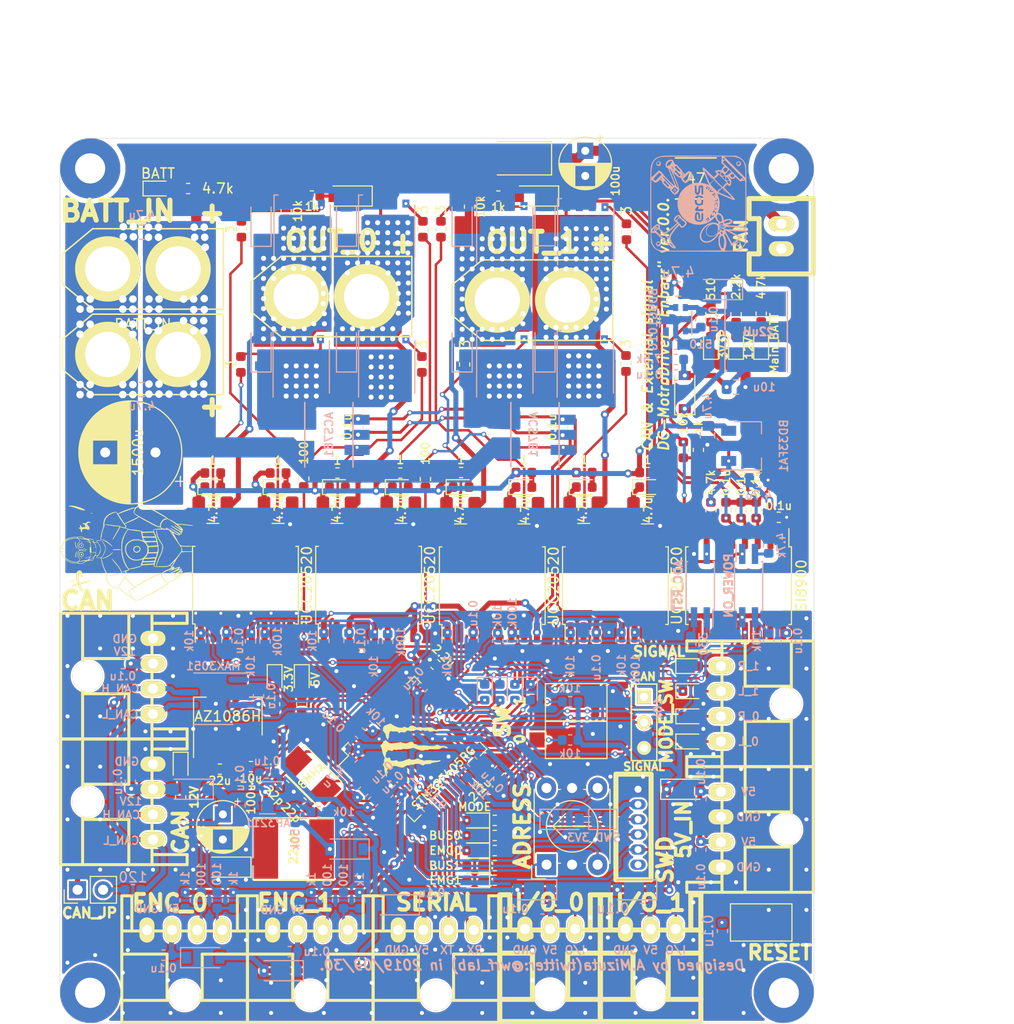
<source format=kicad_pcb>
(kicad_pcb (version 20171130) (host pcbnew "(5.1.5)-3")
  (layers (0 F.Cu signal) (31 B.Cu signal) (34 B.Paste user) (35 F.Paste user) (36 B.SilkS user) (37 F.SilkS user) (38 B.Mask user) (39 F.Mask user) (44 Edge.Cuts user))
  (net 0 "")
  (net 1 /OSC_IN)
  (net 2 GND)
  (net 3 /~RST)
  (net 4 /OSC_OUT)
  (net 5 +3V3)
  (net 6 /CAN_Vdd)
  (net 7 "Net-(C13-Pad1)")
  (net 8 "Net-(C14-Pad1)")
  (net 9 "Net-(C15-Pad2)")
  (net 10 "Net-(C16-Pad2)")
  (net 11 /FB_PWR_OUT)
  (net 12 /FB_PWR)
  (net 13 "Net-(C19-Pad1)")
  (net 14 "Net-(C20-Pad1)")
  (net 15 GNDPWR)
  (net 16 +3.3VP)
  (net 17 "Net-(C23-Pad2)")
  (net 18 "Net-(C23-Pad1)")
  (net 19 /Voltage)
  (net 20 /batt)
  (net 21 +12P)
  (net 22 "Net-(C30-Pad1)")
  (net 23 "Net-(C31-Pad1)")
  (net 24 +BATT)
  (net 25 +5V)
  (net 26 "Net-(D2-Pad2)")
  (net 27 "Net-(D3-Pad2)")
  (net 28 "Net-(D4-Pad2)")
  (net 29 +12V)
  (net 30 /PWM0_L)
  (net 31 "Net-(D12-Pad2)")
  (net 32 /PWM0_R)
  (net 33 "Net-(D13-Pad2)")
  (net 34 "Net-(D14-Pad2)")
  (net 35 "Net-(D19-Pad2)")
  (net 36 "Net-(D20-Pad2)")
  (net 37 "Net-(D21-Pad2)")
  (net 38 "Net-(D22-Pad2)")
  (net 39 "Net-(D23-Pad2)")
  (net 40 "Net-(D26-Pad2)")
  (net 41 "Net-(JP1-Pad1)")
  (net 42 /CAN_H)
  (net 43 "Net-(JP2-Pad2)")
  (net 44 /SWCLK)
  (net 45 /SWDIO)
  (net 46 "Net-(P1-Pad6)")
  (net 47 /CAN_L)
  (net 48 /USART2_RX)
  (net 49 /USART2_TX)
  (net 50 /PA4)
  (net 51 "Net-(P7-Pad2)")
  (net 52 "Net-(Q1-Pad4)")
  (net 53 "Net-(Q2-Pad4)")
  (net 54 "Net-(Q3-Pad4)")
  (net 55 "Net-(Q4-Pad4)")
  (net 56 "Net-(R1-Pad1)")
  (net 57 /SW0)
  (net 58 /SW1)
  (net 59 /LED0)
  (net 60 /LED1)
  (net 61 /LED2)
  (net 62 "Net-(R9-Pad2)")
  (net 63 /EN0)
  (net 64 "Net-(R11-Pad1)")
  (net 65 "Net-(R12-Pad1)")
  (net 66 "Net-(R17-Pad2)")
  (net 67 "Net-(R18-Pad2)")
  (net 68 "Net-(R30-Pad2)")
  (net 69 "Net-(R31-Pad2)")
  (net 70 "Net-(R35-Pad1)")
  (net 71 /FB)
  (net 72 /PA8)
  (net 73 "Net-(R40-Pad1)")
  (net 74 "Net-(SW2-Pad1)")
  (net 75 /ADR_1)
  (net 76 /ADR_8)
  (net 77 /ADR_4)
  (net 78 /ADR_2)
  (net 79 /CAN1_RX)
  (net 80 /CAN1_TX)
  (net 81 "Net-(U3-Pad30)")
  (net 82 "Net-(U3-Pad40)")
  (net 83 /USART1_TX)
  (net 84 /USART1_RX)
  (net 85 /PA11)
  (net 86 "Net-(U3-Pad45)")
  (net 87 "Net-(U3-Pad51)")
  (net 88 "Net-(U3-Pad54)")
  (net 89 "Net-(U3-Pad55)")
  (net 90 "Net-(U3-Pad59)")
  (net 91 "Net-(U4-Pad13)")
  (net 92 "Net-(U4-Pad12)")
  (net 93 "Net-(U4-Pad7)")
  (net 94 "Net-(U4-Pad2)")
  (net 95 "Net-(U5-Pad6)")
  (net 96 "Net-(U5-Pad11)")
  (net 97 "Net-(U5-Pad14)")
  (net 98 "Net-(U5-Pad15)")
  (net 99 "Net-(U10-Pad2)")
  (net 100 "Net-(U10-Pad7)")
  (net 101 "Net-(U10-Pad12)")
  (net 102 "Net-(U10-Pad13)")
  (net 103 "Net-(D27-Pad2)")
  (net 104 "Net-(C26-Pad2)")
  (net 105 "Net-(P11-Pad4)")
  (net 106 "Net-(P11-Pad3)")
  (net 107 /TIM3_CH1)
  (net 108 /TIM3_CH2)
  (net 109 "Net-(C39-Pad1)")
  (net 110 "Net-(C39-Pad2)")
  (net 111 /ADC_~RST)
  (net 112 "Net-(D7-Pad1)")
  (net 113 "Net-(D8-Pad1)")
  (net 114 "Net-(D9-Pad1)")
  (net 115 "Net-(D32-Pad2)")
  (net 116 "Net-(D33-Pad2)")
  (net 117 "Net-(D34-Pad2)")
  (net 118 /OUT0_L)
  (net 119 "Net-(C21-Pad2)")
  (net 120 /CounterVoltage0)
  (net 121 /OUT0_R)
  (net 122 "Net-(C44-Pad2)")
  (net 123 "Net-(C47-Pad1)")
  (net 124 /OUT1_L)
  (net 125 "Net-(C48-Pad1)")
  (net 126 /Current1)
  (net 127 /Current0)
  (net 128 /OUT1_R)
  (net 129 /CounterVoltage1)
  (net 130 "Net-(C52-Pad1)")
  (net 131 "Net-(C53-Pad1)")
  (net 132 /PWM1_R)
  (net 133 "Net-(D17-Pad2)")
  (net 134 /MOTOR0_BATT)
  (net 135 "Net-(D35-Pad2)")
  (net 136 /PWM1_L)
  (net 137 "Net-(D36-Pad2)")
  (net 138 "Net-(D37-Pad2)")
  (net 139 /LED3)
  (net 140 "Net-(D39-Pad1)")
  (net 141 "Net-(D40-Pad1)")
  (net 142 /LED4)
  (net 143 "Net-(D41-Pad2)")
  (net 144 "Net-(D42-Pad2)")
  (net 145 "Net-(D43-Pad2)")
  (net 146 "Net-(D44-Pad2)")
  (net 147 /MOTOR1_BATT)
  (net 148 "Net-(D47-Pad2)")
  (net 149 "Net-(D50-Pad2)")
  (net 150 "Net-(D51-Pad2)")
  (net 151 "Net-(P13-Pad3)")
  (net 152 "Net-(P13-Pad4)")
  (net 153 "Net-(Q5-Pad4)")
  (net 154 "Net-(Q6-Pad4)")
  (net 155 "Net-(Q7-Pad4)")
  (net 156 "Net-(Q8-Pad4)")
  (net 157 /TIM5_CH1)
  (net 158 /TIM5_CH2)
  (net 159 /EN1)
  (net 160 "Net-(R54-Pad1)")
  (net 161 "Net-(R55-Pad2)")
  (net 162 "Net-(R56-Pad2)")
  (net 163 "Net-(R57-Pad1)")
  (net 164 "Net-(R60-Pad1)")
  (net 165 "Net-(R65-Pad2)")
  (net 166 "Net-(R66-Pad2)")
  (net 167 "Net-(R67-Pad1)")
  (net 168 "Net-(U3-Pad8)")
  (net 169 "Net-(U3-Pad9)")
  (net 170 "Net-(U8-Pad13)")
  (net 171 "Net-(U8-Pad12)")
  (net 172 "Net-(U8-Pad7)")
  (net 173 "Net-(U8-Pad2)")
  (net 174 "Net-(U14-Pad2)")
  (net 175 "Net-(U14-Pad7)")
  (net 176 "Net-(U14-Pad12)")
  (net 177 "Net-(U14-Pad13)")
  (net 178 "Net-(C55-Pad2)")
  (net 179 /PA5)
  (net 180 /PA15)
  (net 181 "Net-(U3-Pad52)")
  (net 182 "Net-(U3-Pad53)")
  (net 183 /MODE)
  (module Mizz_lib:XT60_F (layer F.Cu) (at 119.5 67.1)
    (fp_text reference P10)
    (fp_text value OUT_1 (at 0 -5.75 unlocked) (layer F.SilkS) (effects (font (size 2 2) (thickness 0.5))))
    (pad 2 thru_hole circle (at 3.5 0) (size 6.5 6.5) (drill 4.5) (layers *.Cu *.Mask F.SilkS) (net 128 /OUT1_R))
    (pad 1 thru_hole circle (at -3.5 0) (size 6.5 6.5) (drill 4.5) (layers *.Cu *.Mask F.SilkS) (net 124 /OUT1_L))
  )
  (module Resistor_SMD:R_0603_1608Metric (layer B.Cu) (at 97.5 126.8 270)
    (fp_text reference R24 hide)
    (fp_text value 1k (at -2.1 0 90) (layer B.SilkS) (effects (font (size 0.8 0.8)) (justify mirror)))
    (pad 1 smd roundrect (at -0.7875 0 270) (size 0.875 0.95) (layers B.Cu B.Paste B.Mask) (net 5 +3V3))
    (pad 2 smd roundrect (at 0.7875 0 270) (size 0.875 0.95) (layers B.Cu B.Paste B.Mask) (net 151 "Net-(P13-Pad3)"))
  )
  (module Package_TO_SOT_SMD:TDSON-8-1 (layer B.Cu) (at 96.59 60.25 270)
    (fp_text reference Q2 hide)
    (fp_text value BSC014N06)
    (pad 5 smd rect (at 0.5 0) (size 4.5 4.29) (layers B.Cu B.Mask) (net 118 /OUT0_L))
    (pad 5 smd rect (at 2.75 1.91) (size 0.7 0.8) (layers B.Cu B.Paste B.Mask) (net 118 /OUT0_L))
    (pad 5 smd rect (at 2.75 0.64) (size 0.7 0.8) (layers B.Cu B.Paste B.Mask) (net 118 /OUT0_L))
    (pad 5 smd rect (at 2.75 -0.64) (size 0.7 0.8) (layers B.Cu B.Paste B.Mask) (net 118 /OUT0_L))
    (pad 5 smd rect (at 2.75 -1.91) (size 0.7 0.8) (layers B.Cu B.Paste B.Mask) (net 118 /OUT0_L))
    (pad 4 smd rect (at -2.75 -1.91) (size 0.7 0.8) (layers B.Cu B.Paste B.Mask) (net 53 "Net-(Q2-Pad4)"))
    (pad 3 smd rect (at -2.75 -0.64) (size 0.7 0.8) (layers B.Cu B.Paste B.Mask) (net 15 GNDPWR))
    (pad 2 smd rect (at -2.75 0.64) (size 0.7 0.8) (layers B.Cu B.Paste B.Mask) (net 15 GNDPWR))
    (pad 1 smd rect (at -2.75 1.91) (size 0.7 0.8) (layers B.Cu B.Paste B.Mask) (net 15 GNDPWR))
  )
  (module Mizz_lib:Crystal_SMD_5032_2Pads (layer F.Cu) (at 97.5 114.4 315)
    (fp_text reference Y1 hide)
    (fp_text value 8MHz (at 0 0 45) (layer F.SilkS) (effects (font (size 0.8 0.8))))
    (pad 1 smd rect (at -2.05 0 315) (size 2 2.4) (layers F.Cu F.Paste F.Mask) (net 1 /OSC_IN))
    (pad 2 smd rect (at 2.05 0 315) (size 2 2.4) (layers F.Cu F.Paste F.Mask) (net 4 /OSC_OUT))
  )
  (module Capacitor_SMD:C_0603_1608Metric (layer F.Cu) (at 94.81 115.35 135)
    (fp_text reference C1 hide)
    (fp_text value 22p (at -0.021213 -1.407142 135) (layer F.SilkS) (effects (font (size 0.8 0.8))))
    (pad 2 smd roundrect (at 0.7875 0 135) (size 0.875 0.95) (layers F.Cu F.Paste F.Mask) (net 1 /OSC_IN))
    (pad 1 smd roundrect (at -0.7875 0 135) (size 0.875 0.95) (layers F.Cu F.Paste F.Mask) (net 2 GND))
  )
  (module Capacitor_SMD:C_0603_1608Metric (layer B.Cu) (at 138.4 129.85 90)
    (fp_text reference C2 hide)
    (fp_text value 0.1u (at 0 -1.43 90) (layer B.SilkS) (effects (justify mirror)))
    (pad 1 smd roundrect (at -0.7875 0 90) (size 0.875 0.95) (layers B.Cu B.Paste B.Mask) (net 2 GND))
    (pad 2 smd roundrect (at 0.7875 0 90) (size 0.875 0.95) (layers B.Cu B.Paste B.Mask) (net 3 /~RST))
  )
  (module Capacitor_SMD:C_0603_1608Metric (layer F.Cu) (at 96.52 117.06 315)
    (fp_text reference C3 hide)
    (fp_text value 22p (at 0 1.442498 135) (layer F.SilkS) (effects (font (size 0.8 0.8))))
    (pad 1 smd roundrect (at -0.7875 0 315) (size 0.875 0.95) (layers F.Cu F.Paste F.Mask) (net 2 GND))
    (pad 2 smd roundrect (at 0.7875 0 315) (size 0.875 0.95) (layers F.Cu F.Paste F.Mask) (net 4 /OSC_OUT))
  )
  (module Capacitor_SMD:C_0603_1608Metric (layer B.Cu) (at 136.25 121.75 90)
    (fp_text reference C4 hide)
    (fp_text value 0.1u (at -2.7 0 90) (layer B.SilkS) (effects (font (size 0.8 0.8)) (justify mirror)))
    (pad 1 smd roundrect (at -0.7875 0 90) (size 0.875 0.95) (layers B.Cu B.Paste B.Mask) (net 2 GND))
    (pad 2 smd roundrect (at 0.7875 0 90) (size 0.875 0.95) (layers B.Cu B.Paste B.Mask) (net 119 "Net-(C21-Pad2)"))
  )
  (module Capacitor_SMD:C_0603_1608Metric (layer B.Cu) (at 109 117.5 315)
    (fp_text reference C5 hide)
    (fp_text value 0.1u (at 0 -1.25 135) (layer B.SilkS) (effects (font (size 0.8 0.8)) (justify mirror)))
    (pad 1 smd roundrect (at -0.7875 0 315) (size 0.875 0.95) (layers B.Cu B.Paste B.Mask) (net 5 +3V3))
    (pad 2 smd roundrect (at 0.7875 0 315) (size 0.875 0.95) (layers B.Cu B.Paste B.Mask) (net 2 GND))
  )
  (module Capacitor_SMD:C_0603_1608Metric (layer B.Cu) (at 113.5 113 315)
    (fp_text reference C6 hide)
    (fp_text value 0.1u (at 2.828427 0 135) (layer B.SilkS) (effects (font (size 0.8 0.8)) (justify mirror)))
    (pad 2 smd roundrect (at 0.7875 0 315) (size 0.875 0.95) (layers B.Cu B.Paste B.Mask) (net 2 GND))
    (pad 1 smd roundrect (at -0.7875 0 315) (size 0.875 0.95) (layers B.Cu B.Paste B.Mask) (net 5 +3V3))
  )
  (module Capacitor_SMD:C_0603_1608Metric (layer B.Cu) (at 78.75 103.25)
    (fp_text reference C7 hide)
    (fp_text value 0.1u (at 0 1.25) (layer B.SilkS) (effects (font (size 0.8 0.8)) (justify mirror)))
    (pad 2 smd roundrect (at 0.7875 0) (size 0.875 0.95) (layers B.Cu B.Paste B.Mask) (net 6 /CAN_Vdd))
    (pad 1 smd roundrect (at -0.7875 0) (size 0.875 0.95) (layers B.Cu B.Paste B.Mask) (net 2 GND))
  )
  (module Capacitor_SMD:C_0603_1608Metric (layer B.Cu) (at 108.55 105.6 48)
    (fp_text reference C8 hide)
    (fp_text value 0.1u (at 0 -1.254999 48) (layer B.SilkS) (effects (font (size 0.8 0.8)) (justify mirror)))
    (pad 2 smd roundrect (at 0.7875 0 48) (size 0.875 0.95) (layers B.Cu B.Paste B.Mask) (net 2 GND))
    (pad 1 smd roundrect (at -0.7875 0 48) (size 0.875 0.95) (layers B.Cu B.Paste B.Mask) (net 5 +3V3))
  )
  (module Capacitor_SMD:C_0603_1608Metric (layer B.Cu) (at 101.65 110.95 135)
    (fp_text reference C9 hide)
    (fp_text value 0.1u (at 2.757716 0 135) (layer B.SilkS) (effects (font (size 0.8 0.8)) (justify mirror)))
    (pad 1 smd roundrect (at -0.7875 0 135) (size 0.875 0.95) (layers B.Cu B.Paste B.Mask) (net 5 +3V3))
    (pad 2 smd roundrect (at 0.7875 0 135) (size 0.875 0.95) (layers B.Cu B.Paste B.Mask) (net 2 GND))
  )
  (module Capacitor_SMD:C_0603_1608Metric (layer B.Cu) (at 105.9 116.8 225)
    (fp_text reference C10 hide)
    (fp_text value 1u (at -2.2 0 45) (layer B.SilkS) (effects (font (size 0.8 0.8)) (justify mirror)))
    (pad 2 smd roundrect (at 0.7875 0 225) (size 0.875 0.95) (layers B.Cu B.Paste B.Mask) (net 2 GND))
    (pad 1 smd roundrect (at -0.7875 0 225) (size 0.875 0.95) (layers B.Cu B.Paste B.Mask) (net 5 +3V3))
  )
  (module Capacitor_SMD:C_0603_1608Metric (layer B.Cu) (at 79.5 115 270)
    (fp_text reference C11 hide)
    (fp_text value 0.1u (at 0 1.25 90) (layer B.SilkS) (effects (font (size 0.8 0.8)) (justify mirror)))
    (pad 2 smd roundrect (at 0.7875 0 270) (size 0.875 0.95) (layers B.Cu B.Paste B.Mask) (net 6 /CAN_Vdd))
    (pad 1 smd roundrect (at -0.7875 0 270) (size 0.875 0.95) (layers B.Cu B.Paste B.Mask) (net 2 GND))
  )
  (module Capacitor_SMD:C_0603_1608Metric (layer B.Cu) (at 101.6 112.6 225)
    (fp_text reference C12 hide)
    (fp_text value 4.7u (at 2.687006 0 45) (layer B.SilkS) (effects (font (size 0.8 0.8)) (justify mirror)))
    (pad 1 smd roundrect (at -0.7875 0 225) (size 0.875 0.95) (layers B.Cu B.Paste B.Mask) (net 5 +3V3))
    (pad 2 smd roundrect (at 0.7875 0 225) (size 0.875 0.95) (layers B.Cu B.Paste B.Mask) (net 2 GND))
  )
  (module Capacitor_SMD:C_0603_1608Metric (layer F.Cu) (at 116.2 113.9 45)
    (fp_text reference C13 hide)
    (fp_text value 2.2u (at -2.7 0 45) (layer F.SilkS) (effects (font (size 0.8 0.8))))
    (pad 1 smd roundrect (at -0.7875 0 45) (size 0.875 0.95) (layers F.Cu F.Paste F.Mask) (net 7 "Net-(C13-Pad1)"))
    (pad 2 smd roundrect (at 0.7875 0 45) (size 0.875 0.95) (layers F.Cu F.Paste F.Mask) (net 2 GND))
  )
  (module Capacitor_SMD:C_0603_1608Metric (layer F.Cu) (at 109.85 103.35 137)
    (fp_text reference C14 hide)
    (fp_text value 2.2u (at 0 1.2 137) (layer F.SilkS) (effects (font (size 0.8 0.8))))
    (pad 2 smd roundrect (at 0.7875 0 137) (size 0.875 0.95) (layers F.Cu F.Paste F.Mask) (net 2 GND))
    (pad 1 smd roundrect (at -0.7875 0 137) (size 0.875 0.95) (layers F.Cu F.Paste F.Mask) (net 8 "Net-(C14-Pad1)"))
  )
  (module Capacitor_SMD:C_0603_1608Metric (layer B.Cu) (at 109.5 127.25 180)
    (fp_text reference C15 hide)
    (fp_text value 0.1u (at 0 1.2) (layer B.SilkS) (effects (font (size 0.8 0.8)) (justify mirror)))
    (pad 1 smd roundrect (at -0.7875 0 180) (size 0.875 0.95) (layers B.Cu B.Paste B.Mask) (net 2 GND))
    (pad 2 smd roundrect (at 0.7875 0 180) (size 0.875 0.95) (layers B.Cu B.Paste B.Mask) (net 9 "Net-(C15-Pad2)"))
  )
  (module Capacitor_SMD:C_0603_1608Metric (layer B.Cu) (at 120.5 127.65)
    (fp_text reference C16 hide)
    (fp_text value 0.1u (at -2.7 0) (layer B.SilkS) (effects (font (size 0.8 0.8)) (justify mirror)))
    (pad 2 smd roundrect (at 0.7875 0) (size 0.875 0.95) (layers B.Cu B.Paste B.Mask) (net 10 "Net-(C16-Pad2)"))
    (pad 1 smd roundrect (at -0.7875 0) (size 0.875 0.95) (layers B.Cu B.Paste B.Mask) (net 2 GND))
  )
  (module Capacitor_SMD:C_0603_1608Metric (layer B.Cu) (at 144.75 101 270)
    (fp_text reference C17 hide)
    (fp_text value 0.1u (at 0 -1.15 90) (layer B.SilkS) (effects (font (size 0.8 0.8)) (justify mirror)))
    (pad 1 smd roundrect (at -0.7875 0 270) (size 0.875 0.95) (layers B.Cu B.Paste B.Mask) (net 5 +3V3))
    (pad 2 smd roundrect (at 0.7875 0 270) (size 0.875 0.95) (layers B.Cu B.Paste B.Mask) (net 2 GND))
  )
  (module Capacitor_SMD:C_0603_1608Metric (layer B.Cu) (at 133.75 74.55 180)
    (fp_text reference C18 hide)
    (fp_text value 0.1u (at 2.65 0.05) (layer B.SilkS) (effects (font (size 0.8 0.8)) (justify mirror)))
    (pad 1 smd roundrect (at -0.7875 0 180) (size 0.875 0.95) (layers B.Cu B.Paste B.Mask) (net 11 /FB_PWR_OUT))
    (pad 2 smd roundrect (at 0.7875 0 180) (size 0.875 0.95) (layers B.Cu B.Paste B.Mask) (net 12 /FB_PWR))
  )
  (module Capacitor_SMD:C_1210_3225Metric (layer F.Cu) (at 87.7 87.95)
    (fp_text reference C19 hide)
    (fp_text value 4.7u (at 0.05 0 90) (layer F.SilkS) (effects (font (size 0.8 0.8))))
    (pad 2 smd roundrect (at 1.4 0) (size 1.25 2.65) (layers F.Cu F.Paste F.Mask) (roundrect_rratio 0.2) (net 118 /OUT0_L))
    (pad 1 smd roundrect (at -1.4 0) (size 1.25 2.65) (layers F.Cu F.Paste F.Mask) (roundrect_rratio 0.2) (net 13 "Net-(C19-Pad1)"))
  )
  (module Capacitor_SMD:C_1210_3225Metric (layer F.Cu) (at 94.2 87.95)
    (fp_text reference C20 hide)
    (fp_text value 4.7u (at 0.05 0 90) (layer F.SilkS) (effects (font (size 0.8 0.8))))
    (pad 1 smd roundrect (at -1.4 0) (size 1.25 2.65) (layers F.Cu F.Paste F.Mask) (roundrect_rratio 0.2) (net 14 "Net-(C20-Pad1)"))
    (pad 2 smd roundrect (at 1.4 0) (size 1.25 2.65) (layers F.Cu F.Paste F.Mask) (roundrect_rratio 0.2) (net 15 GNDPWR))
  )
  (module Capacitor_SMD:C_0603_1608Metric (layer F.Cu) (at 144 88.7)
    (fp_text reference C22 hide)
    (fp_text value 0.1u (at 0 -1.15) (layer F.SilkS) (effects (font (size 0.8 0.8))))
    (pad 1 smd roundrect (at -0.7875 0) (size 0.875 0.95) (layers F.Cu F.Paste F.Mask) (net 16 +3.3VP))
    (pad 2 smd roundrect (at 0.7875 0) (size 0.875 0.95) (layers F.Cu F.Paste F.Mask) (net 15 GNDPWR))
  )
  (module Capacitor_SMD:C_0603_1608Metric (layer B.Cu) (at 136.25 69 270)
    (fp_text reference C23 hide)
    (fp_text value 0.1u (at 0 -1.25 90) (layer B.SilkS) (effects (font (size 0.8 0.8)) (justify mirror)))
    (pad 2 smd roundrect (at 0.7875 0 270) (size 0.875 0.95) (layers B.Cu B.Paste B.Mask) (net 17 "Net-(C23-Pad2)"))
    (pad 1 smd roundrect (at -0.7875 0 270) (size 0.875 0.95) (layers B.Cu B.Paste B.Mask) (net 18 "Net-(C23-Pad1)"))
  )
  (module Capacitor_SMD:C_0603_1608Metric (layer F.Cu) (at 141.75 88 90)
    (fp_text reference C24 hide)
    (fp_text value 0.1u (at 2.7 -0.05 90) (layer F.SilkS) (effects (font (size 0.8 0.8))))
    (pad 2 smd roundrect (at 0.7875 0 90) (size 0.875 0.95) (layers F.Cu F.Paste F.Mask) (net 15 GNDPWR))
    (pad 1 smd roundrect (at -0.7875 0 90) (size 0.875 0.95) (layers F.Cu F.Paste F.Mask) (net 19 /Voltage))
  )
  (module Capacitor_THT:CP_Radial_D5.0mm_P2.50mm (layer F.Cu) (at 124.75 52.25 270)
    (fp_text reference C25 hide)
    (fp_text value 100u (at 3 -3 270) (layer F.SilkS) (effects (font (size 0.8 0.8))))
    (pad 1 thru_hole rect (at 0 0 270) (size 1.6 1.6) (drill 0.8) (layers *.Cu *.Mask) (net 20 /batt))
    (pad 2 thru_hole circle (at 2.5 0 270) (size 1.6 1.6) (drill 0.8) (layers *.Cu *.Mask) (net 15 GNDPWR))
  )
  (module Capacitor_SMD:C_0603_1608Metric (layer F.Cu) (at 140.25 88 90)
    (fp_text reference C27 hide)
    (fp_text value 0.1u (at 2.75 0 90) (layer F.SilkS) (effects (font (size 0.8 0.8))))
    (pad 1 smd roundrect (at -0.7875 0 90) (size 0.875 0.95) (layers F.Cu F.Paste F.Mask) (net 120 /CounterVoltage0))
    (pad 2 smd roundrect (at 0.7875 0 90) (size 0.875 0.95) (layers F.Cu F.Paste F.Mask) (net 15 GNDPWR))
  )
  (module Capacitor_SMD:C_0805_2012Metric (layer B.Cu) (at 139.75 75.75)
    (fp_text reference C28 hide)
    (fp_text value 10u (at 2.8 0) (layer B.SilkS) (effects (font (size 0.8 0.8)) (justify mirror)))
    (pad 1 smd roundrect (at -0.9375 0) (size 0.975 1.4) (layers B.Cu B.Paste B.Mask) (net 11 /FB_PWR_OUT))
    (pad 2 smd roundrect (at 0.9375 0) (size 0.975 1.4) (layers B.Cu B.Paste B.Mask) (net 15 GNDPWR))
  )
  (module Capacitor_SMD:C_0805_2012Metric (layer B.Cu) (at 136.9 80.55 270)
    (fp_text reference C29 hide)
    (fp_text value 4.7u (at -2.9 0 90) (layer B.SilkS) (effects (font (size 0.8 0.8)) (justify mirror)))
    (pad 1 smd roundrect (at -0.9375 0 270) (size 0.975 1.4) (layers B.Cu B.Paste B.Mask) (net 21 +12P))
    (pad 2 smd roundrect (at 0.9375 0 270) (size 0.975 1.4) (layers B.Cu B.Paste B.Mask) (net 15 GNDPWR))
  )
  (module Capacitor_SMD:C_1210_3225Metric (layer F.Cu) (at 100.05 87.95)
    (fp_text reference C30 hide)
    (fp_text value 4.7u (at -0.05 0 90) (layer F.SilkS) (effects (font (size 0.8 0.8))))
    (pad 2 smd roundrect (at 1.4 0) (size 1.25 2.65) (layers F.Cu F.Paste F.Mask) (roundrect_rratio 0.2) (net 121 /OUT0_R))
    (pad 1 smd roundrect (at -1.4 0) (size 1.25 2.65) (layers F.Cu F.Paste F.Mask) (roundrect_rratio 0.2) (net 22 "Net-(C30-Pad1)"))
  )
  (module Capacitor_SMD:C_1210_3225Metric (layer F.Cu) (at 106.4 87.95)
    (fp_text reference C31 hide)
    (fp_text value 4.7u (at 0.1 0 90) (layer F.SilkS) (effects (font (size 0.8 0.8))))
    (pad 1 smd roundrect (at -1.4 0) (size 1.25 2.65) (layers F.Cu F.Paste F.Mask) (roundrect_rratio 0.2) (net 23 "Net-(C31-Pad1)"))
    (pad 2 smd roundrect (at 1.4 0) (size 1.25 2.65) (layers F.Cu F.Paste F.Mask) (roundrect_rratio 0.2) (net 15 GNDPWR))
  )
  (module Capacitor_SMD:C_0805_2012Metric (layer B.Cu) (at 142 85)
    (fp_text reference C32 hide)
    (fp_text value 4.7u (at 0 1.5) (layer B.SilkS) (effects (font (size 0.8 0.8)) (justify mirror)))
    (pad 2 smd roundrect (at 0.9375 0) (size 0.975 1.4) (layers B.Cu B.Paste B.Mask) (net 15 GNDPWR))
    (pad 1 smd roundrect (at -0.9375 0) (size 0.975 1.4) (layers B.Cu B.Paste B.Mask) (net 16 +3.3VP))
  )
  (module Capacitor_THT:CP_Radial_D5.0mm_P2.50mm (layer F.Cu) (at 88.7 118.25 270)
    (fp_text reference C33 hide)
    (fp_text value 100u (at -1.5 -2.8 90) (layer F.SilkS) (effects (font (size 0.8 0.8))))
    (pad 2 thru_hole circle (at 2.5 0 270) (size 1.6 1.6) (drill 0.8) (layers *.Cu *.Mask) (net 2 GND))
    (pad 1 thru_hole rect (at 0 0 270) (size 1.6 1.6) (drill 0.8) (layers *.Cu *.Mask) (net 29 +12V))
  )
  (module Capacitor_THT:CP_Radial_D10.0mm_P5.00mm (layer F.Cu) (at 82 82.25 180)
    (fp_text reference C34 hide)
    (fp_text value 1500u (at 1.75 0 270) (layer F.SilkS))
    (pad 1 thru_hole rect (at 0 0 180) (size 2 2) (drill 1) (layers *.Cu *.Mask) (net 24 +BATT))
    (pad 2 thru_hole circle (at 5 0 180) (size 2 2) (drill 1) (layers *.Cu *.Mask) (net 15 GNDPWR))
  )
  (module Diode_SMD:D_SOD-123 (layer F.Cu) (at 134.5 115.75)
    (fp_text reference D1 hide)
    (fp_text value DIODE)
    (pad 2 smd rect (at 1.65 0) (size 0.9 1.2) (layers F.Cu F.Paste F.Mask) (net 119 "Net-(C21-Pad2)"))
    (pad 1 smd rect (at -1.65 0) (size 0.9 1.2) (layers F.Cu F.Paste F.Mask) (net 25 +5V))
  )
  (module Diode_SMD:D_SOD-123 (layer B.Cu) (at 122.5 118.75)
    (fp_text reference D4 hide)
    (fp_text value DIODE)
    (pad 2 smd rect (at 1.65 0) (size 0.9 1.2) (layers B.Cu B.Paste B.Mask) (net 28 "Net-(D4-Pad2)"))
    (pad 1 smd rect (at -1.65 0) (size 0.9 1.2) (layers B.Cu B.Paste B.Mask) (net 5 +3V3))
  )
  (module Diode_SMD:D_SOD-123 (layer B.Cu) (at 85.5 115.75 180)
    (fp_text reference D5 hide)
    (fp_text value DIODE)
    (pad 1 smd rect (at -1.65 0 180) (size 0.9 1.2) (layers B.Cu B.Paste B.Mask) (net 29 +12V))
    (pad 2 smd rect (at 1.65 0 180) (size 0.9 1.2) (layers B.Cu B.Paste B.Mask) (net 6 /CAN_Vdd))
  )
  (module Diode_SMD:D_SOD-123 (layer B.Cu) (at 106 127.25 180)
    (fp_text reference D6 hide)
    (fp_text value DIODE)
    (pad 2 smd rect (at 1.65 0 180) (size 0.9 1.2) (layers B.Cu B.Paste B.Mask) (net 25 +5V))
    (pad 1 smd rect (at -1.65 0 180) (size 0.9 1.2) (layers B.Cu B.Paste B.Mask) (net 9 "Net-(C15-Pad2)"))
  )
  (module LED_SMD:LED_0603_1608Metric (layer F.Cu) (at 113.75 124.8 180)
    (fp_text reference D7 hide)
    (fp_text value EMG1 (at 2.9 0 unlocked) (layer F.SilkS) (effects (font (size 0.8 0.8))))
    (pad 2 smd roundrect (at 0.7875 0 180) (size 0.875 0.95) (layers F.Cu F.Paste F.Mask) (net 59 /LED0))
    (pad 1 smd roundrect (at -0.7875 0 180) (size 0.875 0.95) (layers F.Cu F.Paste F.Mask) (net 112 "Net-(D7-Pad1)"))
  )
  (module LED_SMD:LED_0603_1608Metric (layer F.Cu) (at 113.75 123.35 180)
    (fp_text reference D8 hide)
    (fp_text value BUS1 (at 2.95 0 unlocked) (layer F.SilkS) (effects (font (size 0.8 0.8))))
    (pad 1 smd roundrect (at -0.7875 0 180) (size 0.875 0.95) (layers F.Cu F.Paste F.Mask) (net 113 "Net-(D8-Pad1)"))
    (pad 2 smd roundrect (at 0.7875 0 180) (size 0.875 0.95) (layers F.Cu F.Paste F.Mask) (net 60 /LED1))
  )
  (module LED_SMD:LED_0603_1608Metric (layer F.Cu) (at 113.75 121.85 180)
    (fp_text reference D9 hide)
    (fp_text value EMG0 (at 2.9 0 unlocked) (layer F.SilkS) (effects (font (size 0.8 0.8))))
    (pad 2 smd roundrect (at 0.7875 0 180) (size 0.875 0.95) (layers F.Cu F.Paste F.Mask) (net 61 /LED2))
    (pad 1 smd roundrect (at -0.7875 0 180) (size 0.875 0.95) (layers F.Cu F.Paste F.Mask) (net 114 "Net-(D9-Pad1)"))
  )
  (module Diode_SMD:D_SOD-123 (layer B.Cu) (at 119.65 125.75 180)
    (fp_text reference D10 hide)
    (fp_text value DIODE)
    (pad 2 smd rect (at 1.65 0 180) (size 0.9 1.2) (layers B.Cu B.Paste B.Mask) (net 25 +5V))
    (pad 1 smd rect (at -1.65 0 180) (size 0.9 1.2) (layers B.Cu B.Paste B.Mask) (net 10 "Net-(C16-Pad2)"))
  )
  (module Diode_SMD:D_0603_1608Metric (layer F.Cu) (at 87.7 85.7)
    (fp_text reference D13 hide)
    (fp_text value DIODE)
    (pad 1 smd roundrect (at -0.7875 0) (size 0.875 0.95) (layers F.Cu F.Paste F.Mask) (net 13 "Net-(C19-Pad1)"))
    (pad 2 smd roundrect (at 0.7875 0) (size 0.875 0.95) (layers F.Cu F.Paste F.Mask) (net 33 "Net-(D13-Pad2)"))
  )
  (module Diode_SMD:D_0603_1608Metric (layer F.Cu) (at 94.2 85.7)
    (fp_text reference D14 hide)
    (fp_text value DIODE)
    (pad 2 smd roundrect (at 0.7875 0) (size 0.875 0.95) (layers F.Cu F.Paste F.Mask) (net 34 "Net-(D14-Pad2)"))
    (pad 1 smd roundrect (at -0.7875 0) (size 0.875 0.95) (layers F.Cu F.Paste F.Mask) (net 14 "Net-(C20-Pad1)"))
  )
  (module Diode_SMD:D_SMA (layer F.Cu) (at 118 53 180)
    (fp_text reference D15 hide)
    (fp_text value DIODE)
    (pad 1 smd rect (at -2 0 180) (size 2.5 1.8) (layers F.Cu F.Paste F.Mask) (net 20 /batt))
    (pad 2 smd rect (at 2 0 180) (size 2.5 1.8) (layers F.Cu F.Paste F.Mask) (net 24 +BATT))
  )
  (module Diode_SMD:D_SOD-123 (layer B.Cu) (at 138.15 66.05 180)
    (fp_text reference D16 hide)
    (fp_text value DIODE)
    (pad 1 smd rect (at -1.65 0 180) (size 0.9 1.2) (layers B.Cu B.Paste B.Mask) (net 18 "Net-(C23-Pad1)"))
    (pad 2 smd rect (at 1.65 0 180) (size 0.9 1.2) (layers B.Cu B.Paste B.Mask) (net 15 GNDPWR))
  )
  (module Diode_SMD:D_SOD-123 (layer F.Cu) (at 101.31 56.75 180)
    (fp_text reference D17 hide)
    (fp_text value DIODE)
    (pad 1 smd rect (at -1.65 0 180) (size 0.9 1.2) (layers F.Cu F.Paste F.Mask) (net 121 /OUT0_R))
    (pad 2 smd rect (at 1.65 0 180) (size 0.9 1.2) (layers F.Cu F.Paste F.Mask) (net 133 "Net-(D17-Pad2)"))
  )
  (module Diode_SMD:D_SOD-123 (layer F.Cu) (at 134.65 76.25 90)
    (fp_text reference D18 hide)
    (fp_text value DIODE)
    (pad 2 smd rect (at 1.65 0 90) (size 0.9 1.2) (layers F.Cu F.Paste F.Mask) (net 11 /FB_PWR_OUT))
    (pad 1 smd rect (at -1.65 0 90) (size 0.9 1.2) (layers F.Cu F.Paste F.Mask) (net 21 +12P))
  )
  (module Diode_SMD:D_0603_1608Metric (layer F.Cu) (at 100.1 85.7)
    (fp_text reference D19 hide)
    (fp_text value DIODE)
    (pad 1 smd roundrect (at -0.7875 0) (size 0.875 0.95) (layers F.Cu F.Paste F.Mask) (net 22 "Net-(C30-Pad1)"))
    (pad 2 smd roundrect (at 0.7875 0) (size 0.875 0.95) (layers F.Cu F.Paste F.Mask) (net 35 "Net-(D19-Pad2)"))
  )
  (module Diode_SMD:D_0603_1608Metric (layer F.Cu) (at 106.35 85.7)
    (fp_text reference D20 hide)
    (fp_text value DIODE)
    (pad 2 smd roundrect (at 0.7875 0) (size 0.875 0.95) (layers F.Cu F.Paste F.Mask) (net 36 "Net-(D20-Pad2)"))
    (pad 1 smd roundrect (at -0.7875 0) (size 0.875 0.95) (layers F.Cu F.Paste F.Mask) (net 23 "Net-(C31-Pad1)"))
  )
  (module LED_SMD:LED_0603_1608Metric (layer F.Cu) (at 82.25 56)
    (fp_text reference D21 hide)
    (fp_text value BATT (at 0 -1.5) (layer F.SilkS))
    (pad 2 smd roundrect (at 0.7875 0) (size 0.875 0.95) (layers F.Cu F.Paste F.Mask) (net 37 "Net-(D21-Pad2)"))
    (pad 1 smd roundrect (at -0.7875 0) (size 0.875 0.95) (layers F.Cu F.Paste F.Mask) (net 15 GNDPWR))
  )
  (module LED_SMD:LED_0603_1608Metric (layer F.Cu) (at 139.75 71.5 90)
    (fp_text reference D22 hide)
    (fp_text value 12VP (at 0 1.25 90) (layer F.SilkS) (effects (font (size 0.8 0.8))))
    (pad 1 smd roundrect (at -0.7875 0 90) (size 0.875 0.95) (layers F.Cu F.Paste F.Mask) (net 15 GNDPWR))
    (pad 2 smd roundrect (at 0.7875 0 90) (size 0.875 0.95) (layers F.Cu F.Paste F.Mask) (net 38 "Net-(D22-Pad2)"))
  )
  (module LED_SMD:LED_0603_1608Metric (layer F.Cu) (at 137.25 71.5 90)
    (fp_text reference D23 hide)
    (fp_text value 3V3P (at 0 1.25 90) (layer F.SilkS) (effects (font (size 0.8 0.8))))
    (pad 1 smd roundrect (at -0.7875 0 90) (size 0.875 0.95) (layers F.Cu F.Paste F.Mask) (net 15 GNDPWR))
    (pad 2 smd roundrect (at 0.7875 0 90) (size 0.875 0.95) (layers F.Cu F.Paste F.Mask) (net 39 "Net-(D23-Pad2)"))
  )
  (module Diode_SMD:D_SOD-123 (layer F.Cu) (at 89.25 123.5 180)
    (fp_text reference D24 hide)
    (fp_text value DIODE)
    (pad 2 smd rect (at 1.65 0 180) (size 0.9 1.2) (layers F.Cu F.Paste F.Mask) (net 2 GND))
    (pad 1 smd rect (at -1.65 0 180) (size 0.9 1.2) (layers F.Cu F.Paste F.Mask) (net 109 "Net-(C39-Pad1)"))
  )
  (module Diode_SMD:D_SOD-123 (layer B.Cu) (at 101 121.7 180)
    (fp_text reference D26 hide)
    (fp_text value DIODE)
    (pad 1 smd rect (at -1.65 0 180) (size 0.9 1.2) (layers B.Cu B.Paste B.Mask) (net 25 +5V))
    (pad 2 smd rect (at 1.65 0 180) (size 0.9 1.2) (layers B.Cu B.Paste B.Mask) (net 40 "Net-(D26-Pad2)"))
  )
  (module Jumper:SolderJumper-2_P1.3mm_Open_TrianglePad1.0x1.5mm (layer B.Cu) (at 126.5 118.75 180)
    (fp_text reference JP1 hide)
    (fp_text value SWD_3V3 (at 0.9 -1.8) (layer B.SilkS) (effects (font (size 0.8 0.8)) (justify mirror)))
    (pad 2 smd custom (at 0.725 0 180) (size 0.3 0.3) (layers B.Cu B.Mask) (net 28 "Net-(D4-Pad2)") (options (clearance outline) (anchor rect)) (primitives (gr_poly (pts (xy -0.65 0.75) (xy 0.5 0.75) (xy 0.5 -0.75) (xy -0.65 -0.75) (xy -0.15 0)) (width 0))))
    (pad 1 smd custom (at -0.725 0 180) (size 0.3 0.3) (layers B.Cu B.Mask) (net 41 "Net-(JP1-Pad1)") (options (clearance outline) (anchor rect)) (primitives (gr_poly (pts (xy -0.5 0.75) (xy 0.5 0.75) (xy 1 0) (xy 0.5 -0.75) (xy -0.5 -0.75)) (width 0))))
  )
  (module Connector_PinHeader_2.54mm:PinHeader_1x02_P2.54mm_Vertical (layer F.Cu) (at 74.25 125.75 90)
    (fp_text reference JP2 hide)
    (fp_text value CAN_JP (at -2.3 1.2 unlocked) (layer F.SilkS) (effects (font (thickness 0.25))))
    (pad 1 thru_hole rect (at 0 0 90) (size 1.7 1.7) (drill 1) (layers *.Cu *.Mask) (net 42 /CAN_H))
    (pad 2 thru_hole oval (at 0 2.54 90) (size 1.7 1.7) (drill 1) (layers *.Cu *.Mask) (net 43 "Net-(JP2-Pad2)"))
  )
  (module Mizz_lib:Inductor_Taiyo-Yuden_NR-60xx_HandSoldering (layer B.Cu) (at 141.75 70.25 270)
    (fp_text reference L1 hide)
    (fp_text value 22uH (at 0 -0.25 180) (layer B.SilkS) (effects (font (size 0.8 0.8) (thickness 0.2)) (justify mirror)))
    (pad 2 smd rect (at 2.775 0 270) (size 2.45 5.9) (layers B.Cu B.Paste B.Mask) (net 11 /FB_PWR_OUT))
    (pad 1 smd rect (at -2.775 0 270) (size 2.45 5.9) (layers B.Cu B.Paste B.Mask) (net 18 "Net-(C23-Pad1)"))
  )
  (module Mizz_lib:Inductor_Taiyo-Yuden_NR-60xx_HandSoldering (layer F.Cu) (at 95.75 121.7)
    (fp_text reference L2 hide)
    (fp_text value 22uH (at 0 -0.05 -90) (layer F.SilkS) (effects (font (size 0.8 0.8) (thickness 0.2))))
    (pad 1 smd rect (at -2.775 0) (size 2.45 5.9) (layers F.Cu F.Paste F.Mask) (net 109 "Net-(C39-Pad1)"))
    (pad 2 smd rect (at 2.775 0) (size 2.45 5.9) (layers F.Cu F.Paste F.Mask) (net 40 "Net-(D26-Pad2)"))
  )
  (module Mizz_lib:ZH_6P (layer F.Cu) (at 130 115.75 270)
    (fp_text reference P1 hide)
    (fp_text value SWD (at 7 -2.7 90) (layer F.SilkS) (effects (font (size 1.5 1.5) (thickness 0.375))))
    (pad 1 thru_hole oval (at 0 0 270) (size 1 1.524) (drill 0.7) (layers *.Cu *.Mask) (net 2 GND))
    (pad 2 thru_hole oval (at 1.5 0 270) (size 1 1.524) (drill 0.7) (layers *.Cu *.Mask) (net 41 "Net-(JP1-Pad1)"))
    (pad 3 thru_hole oval (at 3 0 270) (size 1 1.524) (drill 0.7) (layers *.Cu *.Mask) (net 44 /SWCLK))
    (pad 4 thru_hole oval (at 4.5 0 270) (size 1 1.524) (drill 0.7) (layers *.Cu *.Mask) (net 45 /SWDIO))
    (pad 5 thru_hole oval (at 6 0 270) (size 1 1.524) (drill 0.7) (layers *.Cu *.Mask) (net 3 /~RST))
    (pad 6 thru_hole oval (at 7.5 0 270) (size 1 1.524) (drill 0.7) (layers *.Cu *.Mask) (net 46 "Net-(P1-Pad6)"))
  )
  (module Mizz_lib:XA_4LC (layer F.Cu) (at 138.25 123.5 90)
    (fp_text reference P2 hide)
    (fp_text value 5V_IN (at 3.75 -3.75 90) (layer F.SilkS) (effects (font (size 1.4 1.4) (thickness 0.35))))
    (pad "" thru_hole circle (at 3.75 6.5 90) (size 3 3) (drill 3) (layers *.Cu *.Mask F.SilkS) (clearance -0.3))
    (pad 4 thru_hole oval (at 7.5 0 90) (size 1.5 2.5) (drill 1) (layers *.Cu *.Mask F.SilkS) (net 119 "Net-(C21-Pad2)"))
    (pad 3 thru_hole oval (at 5 0 90) (size 1.5 2.5) (drill 1) (layers *.Cu *.Mask F.SilkS) (net 2 GND))
    (pad 2 thru_hole oval (at 2.5 0 90) (size 1.5 2.5) (drill 1) (layers *.Cu *.Mask F.SilkS) (net 119 "Net-(C21-Pad2)"))
    (pad 1 thru_hole oval (at 0 0 90) (size 1.5 2.5) (drill 1) (layers *.Cu *.Mask F.SilkS) (net 2 GND))
  )
  (module Mizz_lib:XA_4LC (layer F.Cu) (at 81.75 100.75 270)
    (fp_text reference P3 hide)
    (fp_text value CAN (at -3.75 6.5 unlocked) (layer F.SilkS) (effects (font (size 1.8 1.8) (thickness 0.45))))
    (pad "" thru_hole circle (at 3.75 6.5 270) (size 3 3) (drill 3) (layers *.Cu *.Mask F.SilkS) (clearance -0.3))
    (pad 4 thru_hole oval (at 7.5 0 270) (size 1.5 2.5) (drill 1) (layers *.Cu *.Mask F.SilkS) (net 47 /CAN_L))
    (pad 3 thru_hole oval (at 5 0 270) (size 1.5 2.5) (drill 1) (layers *.Cu *.Mask F.SilkS) (net 42 /CAN_H))
    (pad 2 thru_hole oval (at 2.5 0 270) (size 1.5 2.5) (drill 1) (layers *.Cu *.Mask F.SilkS) (net 6 /CAN_Vdd))
    (pad 1 thru_hole oval (at 0 0 270) (size 1.5 2.5) (drill 1) (layers *.Cu *.Mask F.SilkS) (net 2 GND))
  )
  (module Mizz_lib:XA_4LC (layer F.Cu) (at 81.75 113.25 270)
    (fp_text reference P4 hide)
    (fp_text value CAN (at 6.75 -2.75 90) (layer F.SilkS) (effects (font (size 1.5 1.5) (thickness 0.375))))
    (pad 1 thru_hole oval (at 0 0 270) (size 1.5 2.5) (drill 1) (layers *.Cu *.Mask F.SilkS) (net 2 GND))
    (pad 2 thru_hole oval (at 2.5 0 270) (size 1.5 2.5) (drill 1) (layers *.Cu *.Mask F.SilkS) (net 6 /CAN_Vdd))
    (pad 3 thru_hole oval (at 5 0 270) (size 1.5 2.5) (drill 1) (layers *.Cu *.Mask F.SilkS) (net 42 /CAN_H))
    (pad 4 thru_hole oval (at 7.5 0 270) (size 1.5 2.5) (drill 1) (layers *.Cu *.Mask F.SilkS) (net 47 /CAN_L))
    (pad "" thru_hole circle (at 3.75 6.5 270) (size 3 3) (drill 3) (layers *.Cu *.Mask F.SilkS) (clearance -0.3))
  )
  (module Mizz_lib:XA_3LC (layer F.Cu) (at 118.75 129.65)
    (fp_text reference P6 (at 0 0.5) (layer F.SilkS))
    (fp_text value I/O_0 (at 2.45 -2.65 unlocked) (layer F.SilkS) (effects (font (size 1.6 1.6) (thickness 0.375))))
    (pad "" thru_hole circle (at 2.5 6.5) (size 3 3) (drill 3) (layers *.Cu *.Mask F.SilkS) (clearance -0.3))
    (pad 3 thru_hole oval (at 5 0) (size 1.5 2.5) (drill 1) (layers *.Cu *.Mask F.SilkS) (net 50 /PA4))
    (pad 2 thru_hole oval (at 2.5 0) (size 1.5 2.5) (drill 1) (layers *.Cu *.Mask F.SilkS) (net 10 "Net-(C16-Pad2)"))
    (pad 1 thru_hole oval (at 0 0) (size 1.5 2.5) (drill 1) (layers *.Cu *.Mask F.SilkS) (net 2 GND))
  )
  (module Mizz_lib:XA_2P (layer F.Cu) (at 144.25 59.5 270)
    (fp_text reference P7 hide)
    (fp_text value FAN (at 1.25 4 90) (layer F.SilkS) (effects (font (size 1.2 1.2) (thickness 0.3))))
    (pad 1 thru_hole oval (at 2.5 0 270) (size 1.5 2.5) (drill 1) (layers *.Cu *.Mask F.SilkS) (net 15 GNDPWR))
    (pad 2 thru_hole oval (at 0 0 270) (size 1.5 2.5) (drill 1) (layers *.Cu *.Mask F.SilkS) (net 51 "Net-(P7-Pad2)"))
  )
  (module Mizz_lib:XT60_M (layer F.Cu) (at 80.75 64)
    (fp_text reference P8)
    (fp_text value BATT_IN (at -2.5 -5.75 unlocked) (layer F.SilkS) (effects (font (size 2 2) (thickness 0.5))))
    (pad 2 thru_hole circle (at 3.5 0) (size 6.5 6.5) (drill 4.5) (layers *.Cu *.Mask F.SilkS) (net 24 +BATT))
    (pad 1 thru_hole circle (at -3.5 0) (size 6.5 6.5) (drill 4.5) (layers *.Cu *.Mask F.SilkS) (net 15 GNDPWR))
  )
  (module Mizz_lib:XT60_F (layer F.Cu) (at 80.75 72.5)
    (fp_text reference P9)
    (fp_text value BATT_IN (at 0 -3) (layer F.SilkS))
    (pad 1 thru_hole circle (at -3.5 0) (size 6.5 6.5) (drill 4.5) (layers *.Cu *.Mask F.SilkS) (net 15 GNDPWR))
    (pad 2 thru_hole circle (at 3.5 0) (size 6.5 6.5) (drill 4.5) (layers *.Cu *.Mask F.SilkS) (net 24 +BATT))
  )
  (module Resistor_SMD:R_0603_1608Metric (layer B.Cu) (at 103.05 109.4 135)
    (fp_text reference R1 hide)
    (fp_text value 10k (at 0 1.25 135) (layer B.SilkS) (effects (font (size 0.8 0.8)) (justify mirror)))
    (pad 2 smd roundrect (at 0.7875 0 135) (size 0.875 0.95) (layers B.Cu B.Paste B.Mask) (net 2 GND))
    (pad 1 smd roundrect (at -0.7875 0 135) (size 0.875 0.95) (layers B.Cu B.Paste B.Mask) (net 56 "Net-(R1-Pad1)"))
  )
  (module Resistor_SMD:R_0603_1608Metric (layer B.Cu) (at 132 110.25 90)
    (fp_text reference R2 hide)
    (fp_text value 10k (at 2.5 0 90) (layer B.SilkS) (effects (font (size 0.8 0.8)) (justify mirror)))
    (pad 2 smd roundrect (at 0.7875 0 90) (size 0.875 0.95) (layers B.Cu B.Paste B.Mask) (net 183 /MODE))
    (pad 1 smd roundrect (at -0.7875 0 90) (size 0.875 0.95) (layers B.Cu B.Paste B.Mask) (net 25 +5V))
  )
  (module Resistor_SMD:R_0603_1608Metric (layer B.Cu) (at 79.75 125.75 180)
    (fp_text reference R3 hide)
    (fp_text value 120 (at 0 1.25) (layer B.SilkS) (effects (justify mirror)))
    (pad 1 smd roundrect (at -0.7875 0 180) (size 0.875 0.95) (layers B.Cu B.Paste B.Mask) (net 47 /CAN_L))
    (pad 2 smd roundrect (at 0.7875 0 180) (size 0.875 0.95) (layers B.Cu B.Paste B.Mask) (net 43 "Net-(JP2-Pad2)"))
  )
  (module Resistor_SMD:R_0603_1608Metric (layer B.Cu) (at 123.25 110.85 180)
    (fp_text reference R4 hide)
    (fp_text value 10k (at 0 -1.35) (layer B.SilkS) (effects (font (size 0.8 0.8)) (justify mirror)))
    (pad 2 smd roundrect (at 0.7875 0 180) (size 0.875 0.95) (layers B.Cu B.Paste B.Mask) (net 57 /SW0))
    (pad 1 smd roundrect (at -0.7875 0 180) (size 0.875 0.95) (layers B.Cu B.Paste B.Mask) (net 25 +5V))
  )
  (module Resistor_SMD:R_0603_1608Metric (layer B.Cu) (at 123.25 107.05 180)
    (fp_text reference R5 hide)
    (fp_text value 10k (at 0 1.35) (layer B.SilkS) (effects (font (size 0.8 0.8)) (justify mirror)))
    (pad 2 smd roundrect (at 0.7875 0 180) (size 0.875 0.95) (layers B.Cu B.Paste B.Mask) (net 58 /SW1))
    (pad 1 smd roundrect (at -0.7875 0 180) (size 0.875 0.95) (layers B.Cu B.Paste B.Mask) (net 25 +5V))
  )
  (module Resistor_SMD:R_0603_1608Metric (layer F.Cu) (at 115.75 124.8)
    (fp_text reference R6 hide)
    (fp_text value 330)
    (pad 2 smd roundrect (at 0.7875 0) (size 0.875 0.95) (layers F.Cu F.Paste F.Mask) (net 2 GND))
    (pad 1 smd roundrect (at -0.7875 0) (size 0.875 0.95) (layers F.Cu F.Paste F.Mask) (net 112 "Net-(D7-Pad1)"))
  )
  (module Resistor_SMD:R_0603_1608Metric (layer F.Cu) (at 115.75 123.35)
    (fp_text reference R7 hide)
    (fp_text value 330)
    (pad 1 smd roundrect (at -0.7875 0) (size 0.875 0.95) (layers F.Cu F.Paste F.Mask) (net 113 "Net-(D8-Pad1)"))
    (pad 2 smd roundrect (at 0.7875 0) (size 0.875 0.95) (layers F.Cu F.Paste F.Mask) (net 2 GND))
  )
  (module Resistor_SMD:R_0603_1608Metric (layer F.Cu) (at 115.75 121.85)
    (fp_text reference R8 hide)
    (fp_text value 330)
    (pad 2 smd roundrect (at 0.7875 0) (size 0.875 0.95) (layers F.Cu F.Paste F.Mask) (net 2 GND))
    (pad 1 smd roundrect (at -0.7875 0) (size 0.875 0.95) (layers F.Cu F.Paste F.Mask) (net 114 "Net-(D9-Pad1)"))
  )
  (module Resistor_SMD:R_0603_1608Metric (layer B.Cu) (at 112.45 114 135)
    (fp_text reference R9 hide)
    (fp_text value 10k (at -2.55 0 135) (layer B.SilkS) (effects (font (size 0.8 0.8)) (justify mirror)))
    (pad 1 smd roundrect (at -0.7875 0 135) (size 0.875 0.95) (layers B.Cu B.Paste B.Mask) (net 5 +3V3))
    (pad 2 smd roundrect (at 0.7875 0 135) (size 0.875 0.95) (layers B.Cu B.Paste B.Mask) (net 62 "Net-(R9-Pad2)"))
  )
  (module Resistor_SMD:R_0603_1608Metric (layer B.Cu) (at 91.45 101.05 270)
    (fp_text reference R10 hide)
    (fp_text value 10k (at 2.45 0 90) (layer B.SilkS) (effects (font (size 0.8 0.8)) (justify mirror)))
    (pad 2 smd roundrect (at 0.7875 0 270) (size 0.875 0.95) (layers B.Cu B.Paste B.Mask) (net 2 GND))
    (pad 1 smd roundrect (at -0.7875 0 270) (size 0.875 0.95) (layers B.Cu B.Paste B.Mask) (net 63 /EN0))
  )
  (module Resistor_SMD:R_0603_1608Metric (layer B.Cu) (at 92.9 101.05 270)
    (fp_text reference R11 hide)
    (fp_text value 100k (at 0 -1.234999 90) (layer B.SilkS) (effects (font (size 0.8 0.8)) (justify mirror)))
    (pad 2 smd roundrect (at 0.7875 0 270) (size 0.875 0.95) (layers B.Cu B.Paste B.Mask) (net 2 GND))
    (pad 1 smd roundrect (at -0.7875 0 270) (size 0.875 0.95) (layers B.Cu B.Paste B.Mask) (net 64 "Net-(R11-Pad1)"))
  )
  (module Resistor_SMD:R_0603_1608Metric (layer B.Cu) (at 135.25 101.3 270)
    (fp_text reference R12 hide)
    (fp_text value 330 (at 0 -1.25 90) (layer B.SilkS) (effects (font (size 0.8 0.8)) (justify mirror)))
    (pad 2 smd roundrect (at 0.7875 0 270) (size 0.875 0.95) (layers B.Cu B.Paste B.Mask) (net 2 GND))
    (pad 1 smd roundrect (at -0.7875 0 270) (size 0.875 0.95) (layers B.Cu B.Paste B.Mask) (net 65 "Net-(R12-Pad1)"))
  )
  (module Resistor_SMD:R_0603_1608Metric (layer B.Cu) (at 133.75 73 180)
    (fp_text reference R14 hide)
    (fp_text value 7.5k (at 2.65 0.05) (layer B.SilkS) (effects (font (size 0.8 0.8)) (justify mirror)))
    (pad 2 smd roundrect (at 0.7875 0 180) (size 0.875 0.95) (layers B.Cu B.Paste B.Mask) (net 12 /FB_PWR))
    (pad 1 smd roundrect (at -0.7875 0 180) (size 0.875 0.95) (layers B.Cu B.Paste B.Mask) (net 11 /FB_PWR_OUT))
  )
  (module Resistor_SMD:R_0603_1608Metric (layer B.Cu) (at 133.75 71.5)
    (fp_text reference R15 hide)
    (fp_text value 510 (at 2.5 0) (layer B.SilkS) (effects (font (size 0.8 0.8)) (justify mirror)))
    (pad 1 smd roundrect (at -0.7875 0) (size 0.875 0.95) (layers B.Cu B.Paste B.Mask) (net 12 /FB_PWR))
    (pad 2 smd roundrect (at 0.7875 0) (size 0.875 0.95) (layers B.Cu B.Paste B.Mask) (net 15 GNDPWR))
  )
  (module Resistor_SMD:R_0603_1608Metric (layer F.Cu) (at 90.5 73.5 270)
    (fp_text reference R17 hide)
    (fp_text value 3 (at 0 1.1 90) (layer F.SilkS) (effects (font (size 0.8 0.8))))
    (pad 1 smd roundrect (at -0.7875 0 270) (size 0.875 0.95) (layers F.Cu F.Paste F.Mask) (net 52 "Net-(Q1-Pad4)"))
    (pad 2 smd roundrect (at 0.7875 0 270) (size 0.875 0.95) (layers F.Cu F.Paste F.Mask) (net 66 "Net-(R17-Pad2)"))
  )
  (module Resistor_SMD:R_0603_1608Metric (layer F.Cu) (at 90.55 60.05 270)
    (fp_text reference R18 hide)
    (fp_text value 3 (at 0 1.1 90) (layer F.SilkS) (effects (font (size 0.8 0.8))))
    (pad 2 smd roundrect (at 0.7875 0 270) (size 0.875 0.95) (layers F.Cu F.Paste F.Mask) (net 67 "Net-(R18-Pad2)"))
    (pad 1 smd roundrect (at -0.7875 0 270) (size 0.875 0.95) (layers F.Cu F.Paste F.Mask) (net 53 "Net-(Q2-Pad4)"))
  )
  (module Resistor_SMD:R_0603_1608Metric (layer F.Cu) (at 87.7 84.3)
    (fp_text reference R19 hide)
    (fp_text value 1 (at 0 -1.25) (layer F.SilkS) (effects (font (size 0.8 0.8))))
    (pad 1 smd roundrect (at -0.7875 0) (size 0.875 0.95) (layers F.Cu F.Paste F.Mask) (net 21 +12P))
    (pad 2 smd roundrect (at 0.7875 0) (size 0.875 0.95) (layers F.Cu F.Paste F.Mask) (net 33 "Net-(D13-Pad2)"))
  )
  (module Resistor_SMD:R_0603_1608Metric (layer F.Cu) (at 94.2 84.3)
    (fp_text reference R20 hide)
    (fp_text value 1 (at 0 -1.25) (layer F.SilkS) (effects (font (size 0.8 0.8))))
    (pad 2 smd roundrect (at 0.7875 0) (size 0.875 0.95) (layers F.Cu F.Paste F.Mask) (net 34 "Net-(D14-Pad2)"))
    (pad 1 smd roundrect (at -0.7875 0) (size 0.875 0.95) (layers F.Cu F.Paste F.Mask) (net 21 +12P))
  )
  (module Resistor_SMD:R_0603_1608Metric (layer F.Cu) (at 134.5 82 270)
    (fp_text reference R22 hide)
    (fp_text value 10k (at -1.5 0 90) (layer F.SilkS) (effects (font (size 0.8 0.8)) (justify left)))
    (pad 2 smd roundrect (at 0.7875 0 270) (size 0.875 0.95) (layers F.Cu F.Paste F.Mask) (net 19 /Voltage))
    (pad 1 smd roundrect (at -0.7875 0 270) (size 0.875 0.95) (layers F.Cu F.Paste F.Mask) (net 24 +BATT))
  )
  (module Resistor_SMD:R_0603_1608Metric (layer F.Cu) (at 136 82 90)
    (fp_text reference R23 hide)
    (fp_text value 1k (at 1.5 0 90) (layer F.SilkS) (effects (font (size 0.8 0.8)) (justify left)))
    (pad 1 smd roundrect (at -0.7875 0 90) (size 0.875 0.95) (layers F.Cu F.Paste F.Mask) (net 19 /Voltage))
    (pad 2 smd roundrect (at 0.7875 0 90) (size 0.875 0.95) (layers F.Cu F.Paste F.Mask) (net 15 GNDPWR))
  )
  (module Mizz_lib:R_2812 (layer F.Cu) (at 135.75 55 180)
    (fp_text reference R25 hide)
    (fp_text value 47 (at 0 0) (layer F.SilkS))
    (pad 1 smd rect (at -3.15 0 180) (size 2 3.5) (layers F.Cu F.Paste F.Mask) (net 51 "Net-(P7-Pad2)"))
    (pad 2 smd rect (at 3.15 0 180) (size 2 3.5) (layers F.Cu F.Paste F.Mask) (net 20 /batt))
  )
  (module Resistor_SMD:R_0603_1608Metric (layer F.Cu) (at 95 58.25 90)
    (fp_text reference R26 hide)
    (fp_text value 10k (at 0 1.15 90) (layer F.SilkS) (effects (font (size 0.8 0.8))))
    (pad 1 smd roundrect (at -0.7875 0 90) (size 0.875 0.95) (layers F.Cu F.Paste F.Mask) (net 118 /OUT0_L))
    (pad 2 smd roundrect (at 0.7875 0 90) (size 0.875 0.95) (layers F.Cu F.Paste F.Mask) (net 120 /CounterVoltage0))
  )
  (module Resistor_SMD:R_0603_1608Metric (layer F.Cu) (at 97.56 56.75)
    (fp_text reference R27 hide)
    (fp_text value 1k (at 0 1.05) (layer F.SilkS) (effects (font (size 0.8 0.8))))
    (pad 1 smd roundrect (at -0.7875 0) (size 0.875 0.95) (layers F.Cu F.Paste F.Mask) (net 120 /CounterVoltage0))
    (pad 2 smd roundrect (at 0.7875 0) (size 0.875 0.95) (layers F.Cu F.Paste F.Mask) (net 133 "Net-(D17-Pad2)"))
  )
  (module Resistor_SMD:R_0603_1608Metric (layer F.Cu) (at 100.1 84.3)
    (fp_text reference R28 hide)
    (fp_text value 1 (at 0 -1.25) (layer F.SilkS) (effects (font (size 0.8 0.8))))
    (pad 1 smd roundrect (at -0.7875 0) (size 0.875 0.95) (layers F.Cu F.Paste F.Mask) (net 21 +12P))
    (pad 2 smd roundrect (at 0.7875 0) (size 0.875 0.95) (layers F.Cu F.Paste F.Mask) (net 35 "Net-(D19-Pad2)"))
  )
  (module Resistor_SMD:R_0603_1608Metric (layer F.Cu) (at 106.35 84.3)
    (fp_text reference R29 hide)
    (fp_text value 1 (at 0 -1.3) (layer F.SilkS) (effects (font (size 0.8 0.8))))
    (pad 2 smd roundrect (at 0.7875 0) (size 0.875 0.95) (layers F.Cu F.Paste F.Mask) (net 36 "Net-(D20-Pad2)"))
    (pad 1 smd roundrect (at -0.7875 0) (size 0.875 0.95) (layers F.Cu F.Paste F.Mask) (net 21 +12P))
  )
  (module Resistor_SMD:R_0603_1608Metric (layer F.Cu) (at 108.5 73.5 270)
    (fp_text reference R30 hide)
    (fp_text value 3 (at -2 0 90) (layer F.SilkS))
    (pad 1 smd roundrect (at -0.7875 0 270) (size 0.875 0.95) (layers F.Cu F.Paste F.Mask) (net 54 "Net-(Q3-Pad4)"))
    (pad 2 smd roundrect (at 0.7875 0 270) (size 0.875 0.95) (layers F.Cu F.Paste F.Mask) (net 68 "Net-(R30-Pad2)"))
  )
  (module Resistor_SMD:R_0603_1608Metric (layer F.Cu) (at 108.6 60.05 270)
    (fp_text reference R31 hide)
    (fp_text value 3 (at -1.95 0 90) (layer F.SilkS))
    (pad 2 smd roundrect (at 0.7875 0 270) (size 0.875 0.95) (layers F.Cu F.Paste F.Mask) (net 69 "Net-(R31-Pad2)"))
    (pad 1 smd roundrect (at -0.7875 0 270) (size 0.875 0.95) (layers F.Cu F.Paste F.Mask) (net 55 "Net-(Q4-Pad4)"))
  )
  (module Resistor_SMD:R_0603_1608Metric (layer F.Cu) (at 85.25 56)
    (fp_text reference R32 hide)
    (fp_text value 4.7k (at 2.95 0) (layer F.SilkS))
    (pad 2 smd roundrect (at 0.7875 0) (size 0.875 0.95) (layers F.Cu F.Paste F.Mask) (net 24 +BATT))
    (pad 1 smd roundrect (at -0.7875 0) (size 0.875 0.95) (layers F.Cu F.Paste F.Mask) (net 37 "Net-(D21-Pad2)"))
  )
  (module Resistor_SMD:R_0603_1608Metric (layer F.Cu) (at 139.75 68.5 90)
    (fp_text reference R33 hide)
    (fp_text value 2.2k (at 2.75 0 90) (layer F.SilkS) (effects (font (size 0.8 0.8))))
    (pad 1 smd roundrect (at -0.7875 0 90) (size 0.875 0.95) (layers F.Cu F.Paste F.Mask) (net 38 "Net-(D22-Pad2)"))
    (pad 2 smd roundrect (at 0.7875 0 90) (size 0.875 0.95) (layers F.Cu F.Paste F.Mask) (net 21 +12P))
  )
  (module Resistor_SMD:R_0603_1608Metric (layer F.Cu) (at 137.25 68.5 90)
    (fp_text reference R34 hide)
    (fp_text value 510 (at 2.5 0 90) (layer F.SilkS) (effects (font (size 0.8 0.8))))
    (pad 2 smd roundrect (at 0.7875 0 90) (size 0.875 0.95) (layers F.Cu F.Paste F.Mask) (net 16 +3.3VP))
    (pad 1 smd roundrect (at -0.7875 0 90) (size 0.875 0.95) (layers F.Cu F.Paste F.Mask) (net 39 "Net-(D23-Pad2)"))
  )
  (module Resistor_SMD:R_0603_1608Metric (layer B.Cu) (at 105.1 101.1 270)
    (fp_text reference R35 hide)
    (fp_text value 100k (at 0 -1.3 90) (layer B.SilkS) (effects (font (size 0.8 0.8)) (justify mirror)))
    (pad 1 smd roundrect (at -0.7875 0 270) (size 0.875 0.95) (layers B.Cu B.Paste B.Mask) (net 70 "Net-(R35-Pad1)"))
    (pad 2 smd roundrect (at 0.7875 0 270) (size 0.875 0.95) (layers B.Cu B.Paste B.Mask) (net 2 GND))
  )
  (module Resistor_SMD:R_0603_1608Metric (layer B.Cu) (at 103.65 101.1 270)
    (fp_text reference R36 hide)
    (fp_text value 10k (at 2.45 -0.05 90) (layer B.SilkS) (effects (font (size 0.8 0.8)) (justify mirror)))
    (pad 2 smd roundrect (at 0.7875 0 270) (size 0.875 0.95) (layers B.Cu B.Paste B.Mask) (net 2 GND))
    (pad 1 smd roundrect (at -0.7875 0 270) (size 0.875 0.95) (layers B.Cu B.Paste B.Mask) (net 63 /EN0))
  )
  (module Resistor_SMD:R_0603_1608Metric (layer B.Cu) (at 95.9 118.3 90)
    (fp_text reference R37 hide)
    (fp_text value 50k (at -2.45 0 90) (layer B.SilkS) (effects (font (size 0.8 0.8)) (justify mirror)))
    (pad 1 smd roundrect (at -0.7875 0 90) (size 0.875 0.95) (layers B.Cu B.Paste B.Mask) (net 40 "Net-(D26-Pad2)"))
    (pad 2 smd roundrect (at 0.7875 0 90) (size 0.875 0.95) (layers B.Cu B.Paste B.Mask) (net 71 /FB))
  )
  (module Resistor_SMD:R_0603_1608Metric (layer B.Cu) (at 98.25 118)
    (fp_text reference R38 hide)
    (fp_text value 10k (at 2.5 0) (layer B.SilkS) (effects (font (size 0.8 0.8)) (justify mirror)))
    (pad 1 smd roundrect (at -0.7875 0) (size 0.875 0.95) (layers B.Cu B.Paste B.Mask) (net 71 /FB))
    (pad 2 smd roundrect (at 0.7875 0) (size 0.875 0.95) (layers B.Cu B.Paste B.Mask) (net 2 GND))
  )
  (module Resistor_SMD:R_0603_1608Metric (layer B.Cu) (at 143 101 270)
    (fp_text reference R39 hide)
    (fp_text value 10k (at 0 1.2 90) (layer B.SilkS) (effects (font (size 0.8 0.8)) (justify mirror)))
    (pad 1 smd roundrect (at -0.7875 0 270) (size 0.875 0.95) (layers B.Cu B.Paste B.Mask) (net 72 /PA8))
    (pad 2 smd roundrect (at 0.7875 0 270) (size 0.875 0.95) (layers B.Cu B.Paste B.Mask) (net 2 GND))
  )
  (module Resistor_SMD:R_0603_1608Metric (layer B.Cu) (at 143 91.5 90)
    (fp_text reference R40 hide)
    (fp_text value 4.7k (at 0 1.25 90) (layer B.SilkS) (effects (font (size 0.8 0.8)) (justify mirror)))
    (pad 2 smd roundrect (at 0.7875 0 90) (size 0.875 0.95) (layers B.Cu B.Paste B.Mask) (net 15 GNDPWR))
    (pad 1 smd roundrect (at -0.7875 0 90) (size 0.875 0.95) (layers B.Cu B.Paste B.Mask) (net 73 "Net-(R40-Pad1)"))
  )
  (module Button_Switch_SMD:SW_SPST_CK_RS282G05A3 (layer F.Cu) (at 142.25 129)
    (fp_text reference SW1 hide)
    (fp_text value RESET (at 1.85 3 unlocked) (layer F.SilkS) (effects (font (size 1.4 1.4) (thickness 0.35))))
    (pad 1 smd rect (at -3.9 0) (size 1.5 1.5) (layers F.Cu F.Paste F.Mask) (net 3 /~RST))
    (pad 2 smd rect (at 3.9 0) (size 1.5 1.5) (layers F.Cu F.Paste F.Mask) (net 2 GND))
  )
  (module Mizz_lib:SW_Micro_SPST (layer F.Cu) (at 130.6 109.1 270)
    (fp_text reference SW2 hide)
    (fp_text value MODE_SW (at -0.1 -2.2 90) (layer F.SilkS) (effects (font (size 1.2 1.2) (thickness 0.3))))
    (pad 1 thru_hole rect (at -2.54 0 270) (size 1.397 1.397) (drill 0.8128) (layers *.Cu *.Mask F.SilkS) (net 74 "Net-(SW2-Pad1)"))
    (pad 2 thru_hole circle (at 0 0 270) (size 1.397 1.397) (drill 0.8128) (layers *.Cu *.Mask F.SilkS) (net 183 /MODE))
    (pad 3 thru_hole circle (at 2.54 0 270) (size 1.397 1.397) (drill 0.8128) (layers *.Cu *.Mask F.SilkS) (net 2 GND))
  )
  (module Button_Switch_THT:Nidec_Copal_SH-7010C (layer F.Cu) (at 120.9 123.25 90)
    (fp_text reference SW5 hide)
    (fp_text value ADRESS (at 3.85 -2.4 90) (layer F.SilkS) (effects (font (size 1.5 1.5) (thickness 0.375))))
    (pad 1 thru_hole rect (at 0 0 90) (size 2.1 1.9) (drill 1) (layers *.Cu *.Mask) (net 75 /ADR_1))
    (pad 8 thru_hole oval (at 7.62 0 90) (size 2.1 1.9) (drill 1) (layers *.Cu *.Mask) (net 76 /ADR_8))
    (pad C thru_hole oval (at 0 2.54 90) (size 2.1 1.9) (drill 1) (layers *.Cu *.Mask) (net 2 GND))
    (pad C thru_hole oval (at 7.62 2.54 90) (size 2.1 1.9) (drill 1) (layers *.Cu *.Mask) (net 2 GND))
    (pad 4 thru_hole oval (at 0 5.08 90) (size 2.1 1.9) (drill 1) (layers *.Cu *.Mask) (net 77 /ADR_4))
    (pad 2 thru_hole oval (at 7.62 5.08 90) (size 2.1 1.9) (drill 1) (layers *.Cu *.Mask) (net 78 /ADR_2))
  )
  (module Package_SO:SOIC-8_3.9x4.9mm_P1.27mm (layer B.Cu) (at 87.75 106.75 180)
    (fp_text reference U1 hide)
    (fp_text value MAX3051 (at 0 3.25 180) (layer B.SilkS) (effects (font (size 0.8 0.8)) (justify mirror)))
    (pad 8 smd roundrect (at 2.475 1.905 180) (size 1.95 0.6) (layers B.Cu B.Paste B.Mask) (net 2 GND))
    (pad 7 smd roundrect (at 2.475 0.635 180) (size 1.95 0.6) (layers B.Cu B.Paste B.Mask) (net 42 /CAN_H))
    (pad 6 smd roundrect (at 2.475 -0.635 180) (size 1.95 0.6) (layers B.Cu B.Paste B.Mask) (net 47 /CAN_L))
    (pad 5 smd roundrect (at 2.475 -1.905 180) (size 1.95 0.6) (layers B.Cu B.Paste B.Mask) (net 2 GND))
    (pad 4 smd roundrect (at -2.475 -1.905 180) (size 1.95 0.6) (layers B.Cu B.Paste B.Mask) (net 79 /CAN1_RX))
    (pad 3 smd roundrect (at -2.475 -0.635 180) (size 1.95 0.6) (layers B.Cu B.Paste B.Mask) (net 5 +3V3))
    (pad 2 smd roundrect (at -2.475 0.635 180) (size 1.95 0.6) (layers B.Cu B.Paste B.Mask) (net 2 GND))
    (pad 1 smd roundrect (at -2.475 1.905 180) (size 1.95 0.6) (layers B.Cu B.Paste B.Mask) (net 80 /CAN1_TX))
  )
  (module Package_SO:TSOP-6_1.65x3.05mm_P0.95mm (layer B.Cu) (at 93.15 116.6 180)
    (fp_text reference U2 hide)
    (fp_text value AP3211 (at 0 -2.5) (layer B.SilkS) (effects (font (size 0.8 0.8)) (justify mirror)))
    (pad 1 smd rect (at -1.16 0.95 180) (size 0.7 0.51) (layers B.Cu B.Paste B.Mask) (net 110 "Net-(C39-Pad2)"))
    (pad 2 smd rect (at -1.16 0 180) (size 0.7 0.51) (layers B.Cu B.Paste B.Mask) (net 2 GND))
    (pad 3 smd rect (at -1.16 -0.95 180) (size 0.7 0.51) (layers B.Cu B.Paste B.Mask) (net 71 /FB))
    (pad 4 smd rect (at 1.16 -0.95 180) (size 0.7 0.51) (layers B.Cu B.Paste B.Mask) (net 29 +12V))
    (pad 5 smd rect (at 1.16 0 180) (size 0.7 0.51) (layers B.Cu B.Paste B.Mask) (net 29 +12V))
    (pad 6 smd rect (at 1.16 0.95 180) (size 0.7 0.51) (layers B.Cu B.Paste B.Mask) (net 109 "Net-(C39-Pad1)"))
  )
  (module Package_QFP:LQFP-64_10x10mm_P0.5mm (layer F.Cu) (at 107.75 111.75 45)
    (fp_text reference U3 hide)
    (fp_text value STM32F405RG (at 0 4.101219 45) (layer F.SilkS) (effects (font (size 0.8 0.8))))
    (pad 1 smd roundrect (at -5.675 -3.75 45) (size 1.55 0.3) (layers F.Cu F.Paste F.Mask) (net 5 +3V3))
    (pad 2 smd roundrect (at -5.675 -3.25 45) (size 1.55 0.3) (layers F.Cu F.Paste F.Mask) (net 78 /ADR_2))
    (pad 3 smd roundrect (at -5.675 -2.75 45) (size 1.55 0.3) (layers F.Cu F.Paste F.Mask) (net 77 /ADR_4))
    (pad 4 smd roundrect (at -5.675 -2.25 45) (size 1.55 0.3) (layers F.Cu F.Paste F.Mask) (net 75 /ADR_1))
    (pad 5 smd roundrect (at -5.675 -1.75 45) (size 1.55 0.3) (layers F.Cu F.Paste F.Mask) (net 1 /OSC_IN))
    (pad 6 smd roundrect (at -5.675 -1.25 45) (size 1.55 0.3) (layers F.Cu F.Paste F.Mask) (net 4 /OSC_OUT))
    (pad 7 smd roundrect (at -5.675 -0.75 45) (size 1.55 0.3) (layers F.Cu F.Paste F.Mask) (net 3 /~RST))
    (pad 8 smd roundrect (at -5.675 -0.25 45) (size 1.55 0.3) (layers F.Cu F.Paste F.Mask) (net 168 "Net-(U3-Pad8)"))
    (pad 9 smd roundrect (at -5.675 0.25 45) (size 1.55 0.3) (layers F.Cu F.Paste F.Mask) (net 169 "Net-(U3-Pad9)"))
    (pad 10 smd roundrect (at -5.675 0.75 45) (size 1.55 0.3) (layers F.Cu F.Paste F.Mask) (net 126 /Current1))
    (pad 11 smd roundrect (at -5.675 1.25 45) (size 1.55 0.3) (layers F.Cu F.Paste F.Mask) (net 127 /Current0))
    (pad 12 smd roundrect (at -5.675 1.75 45) (size 1.55 0.3) (layers F.Cu F.Paste F.Mask) (net 2 GND))
    (pad 13 smd roundrect (at -5.675 2.25 45) (size 1.55 0.3) (layers F.Cu F.Paste F.Mask) (net 5 +3V3))
    (pad 14 smd roundrect (at -5.675 2.75 45) (size 1.55 0.3) (layers F.Cu F.Paste F.Mask) (net 157 /TIM5_CH1))
    (pad 15 smd roundrect (at -5.675 3.25 45) (size 1.55 0.3) (layers F.Cu F.Paste F.Mask) (net 158 /TIM5_CH2))
    (pad 16 smd roundrect (at -5.675 3.75 45) (size 1.55 0.3) (layers F.Cu F.Paste F.Mask) (net 49 /USART2_TX))
    (pad 17 smd roundrect (at -3.75 5.675 45) (size 0.3 1.55) (layers F.Cu F.Paste F.Mask) (net 48 /USART2_RX))
    (pad 18 smd roundrect (at -3.25 5.675 45) (size 0.3 1.55) (layers F.Cu F.Paste F.Mask) (net 2 GND))
    (pad 19 smd roundrect (at -2.75 5.675 45) (size 0.3 1.55) (layers F.Cu F.Paste F.Mask) (net 5 +3V3))
    (pad 20 smd roundrect (at -2.25 5.675 45) (size 0.3 1.55) (layers F.Cu F.Paste F.Mask) (net 50 /PA4))
    (pad 21 smd roundrect (at -1.75 5.675 45) (size 0.3 1.55) (layers F.Cu F.Paste F.Mask) (net 179 /PA5))
    (pad 22 smd roundrect (at -1.25 5.675 45) (size 0.3 1.55) (layers F.Cu F.Paste F.Mask) (net 59 /LED0))
    (pad 23 smd roundrect (at -0.75 5.675 45) (size 0.3 1.55) (layers F.Cu F.Paste F.Mask) (net 60 /LED1))
    (pad 24 smd roundrect (at -0.25 5.675 45) (size 0.3 1.55) (layers F.Cu F.Paste F.Mask) (net 61 /LED2))
    (pad 25 smd roundrect (at 0.25 5.675 45) (size 0.3 1.55) (layers F.Cu F.Paste F.Mask) (net 139 /LED3))
    (pad 26 smd roundrect (at 0.75 5.675 45) (size 0.3 1.55) (layers F.Cu F.Paste F.Mask) (net 142 /LED4))
    (pad 27 smd roundrect (at 1.25 5.675 45) (size 0.3 1.55) (layers F.Cu F.Paste F.Mask) (net 57 /SW0))
    (pad 28 smd roundrect (at 1.75 5.675 45) (size 0.3 1.55) (layers F.Cu F.Paste F.Mask) (net 62 "Net-(R9-Pad2)"))
    (pad 29 smd roundrect (at 2.25 5.675 45) (size 0.3 1.55) (layers F.Cu F.Paste F.Mask) (net 58 /SW1))
    (pad 30 smd roundrect (at 2.75 5.675 45) (size 0.3 1.55) (layers F.Cu F.Paste F.Mask) (net 81 "Net-(U3-Pad30)"))
    (pad 31 smd roundrect (at 3.25 5.675 45) (size 0.3 1.55) (layers F.Cu F.Paste F.Mask) (net 7 "Net-(C13-Pad1)"))
    (pad 32 smd roundrect (at 3.75 5.675 45) (size 0.3 1.55) (layers F.Cu F.Paste F.Mask) (net 5 +3V3))
    (pad 33 smd roundrect (at 5.675 3.75 45) (size 1.55 0.3) (layers F.Cu F.Paste F.Mask) (net 183 /MODE))
    (pad 34 smd roundrect (at 5.675 3.25 45) (size 1.55 0.3) (layers F.Cu F.Paste F.Mask) (net 143 "Net-(D41-Pad2)"))
    (pad 35 smd roundrect (at 5.675 2.75 45) (size 1.55 0.3) (layers F.Cu F.Paste F.Mask) (net 159 /EN1))
    (pad 36 smd roundrect (at 5.675 2.25 45) (size 1.55 0.3) (layers F.Cu F.Paste F.Mask) (net 144 "Net-(D42-Pad2)"))
    (pad 37 smd roundrect (at 5.675 1.75 45) (size 1.55 0.3) (layers F.Cu F.Paste F.Mask) (net 137 "Net-(D36-Pad2)"))
    (pad 38 smd roundrect (at 5.675 1.25 45) (size 1.55 0.3) (layers F.Cu F.Paste F.Mask) (net 63 /EN0))
    (pad 39 smd roundrect (at 5.675 0.75 45) (size 1.55 0.3) (layers F.Cu F.Paste F.Mask) (net 138 "Net-(D37-Pad2)"))
    (pad 40 smd roundrect (at 5.675 0.25 45) (size 1.55 0.3) (layers F.Cu F.Paste F.Mask) (net 82 "Net-(U3-Pad40)"))
    (pad 41 smd roundrect (at 5.675 -0.25 45) (size 1.55 0.3) (layers F.Cu F.Paste F.Mask) (net 72 /PA8))
    (pad 42 smd roundrect (at 5.675 -0.75 45) (size 1.55 0.3) (layers F.Cu F.Paste F.Mask) (net 83 /USART1_TX))
    (pad 43 smd roundrect (at 5.675 -1.25 45) (size 1.55 0.3) (layers F.Cu F.Paste F.Mask) (net 84 /USART1_RX))
    (pad 44 smd roundrect (at 5.675 -1.75 45) (size 1.55 0.3) (layers F.Cu F.Paste F.Mask) (net 85 /PA11))
    (pad 45 smd roundrect (at 5.675 -2.25 45) (size 1.55 0.3) (layers F.Cu F.Paste F.Mask) (net 86 "Net-(U3-Pad45)"))
    (pad 46 smd roundrect (at 5.675 -2.75 45) (size 1.55 0.3) (layers F.Cu F.Paste F.Mask) (net 45 /SWDIO))
    (pad 47 smd roundrect (at 5.675 -3.25 45) (size 1.55 0.3) (layers F.Cu F.Paste F.Mask) (net 8 "Net-(C14-Pad1)"))
    (pad 48 smd roundrect (at 5.675 -3.75 45) (size 1.55 0.3) (layers F.Cu F.Paste F.Mask) (net 5 +3V3))
    (pad 49 smd roundrect (at 3.75 -5.675 45) (size 0.3 1.55) (layers F.Cu F.Paste F.Mask) (net 44 /SWCLK))
    (pad 50 smd roundrect (at 3.25 -5.675 45) (size 0.3 1.55) (layers F.Cu F.Paste F.Mask) (net 180 /PA15))
    (pad 51 smd roundrect (at 2.75 -5.675 45) (size 0.3 1.55) (layers F.Cu F.Paste F.Mask) (net 87 "Net-(U3-Pad51)"))
    (pad 52 smd roundrect (at 2.25 -5.675 45) (size 0.3 1.55) (layers F.Cu F.Paste F.Mask) (net 181 "Net-(U3-Pad52)"))
    (pad 53 smd roundrect (at 1.75 -5.675 45) (size 0.3 1.55) (layers F.Cu F.Paste F.Mask) (net 182 "Net-(U3-Pad53)"))
    (pad 54 smd roundrect (at 1.25 -5.675 45) (size 0.3 1.55) (layers F.Cu F.Paste F.Mask) (net 88 "Net-(U3-Pad54)"))
    (pad 55 smd roundrect (at 0.75 -5.675 45) (size 0.3 1.55) (layers F.Cu F.Paste F.Mask) (net 89 "Net-(U3-Pad55)"))
    (pad 56 smd roundrect (at 0.25 -5.675 45) (size 0.3 1.55) (layers F.Cu F.Paste F.Mask) (net 107 /TIM3_CH1))
    (pad 57 smd roundrect (at -0.25 -5.675 45) (size 0.3 1.55) (layers F.Cu F.Paste F.Mask) (net 108 /TIM3_CH2))
    (pad 58 smd roundrect (at -0.75 -5.675 45) (size 0.3 1.55) (layers F.Cu F.Paste F.Mask) (net 76 /ADR_8))
    (pad 59 smd roundrect (at -1.25 -5.675 45) (size 0.3 1.55) (layers F.Cu F.Paste F.Mask) (net 90 "Net-(U3-Pad59)"))
    (pad 60 smd roundrect (at -1.75 -5.675 45) (size 0.3 1.55) (layers F.Cu F.Paste F.Mask) (net 56 "Net-(R1-Pad1)"))
    (pad 61 smd roundrect (at -2.25 -5.675 45) (size 0.3 1.55) (layers F.Cu F.Paste F.Mask) (net 79 /CAN1_RX))
    (pad 62 smd roundrect (at -2.75 -5.675 45) (size 0.3 1.55) (layers F.Cu F.Paste F.Mask) (net 80 /CAN1_TX))
    (pad 63 smd roundrect (at -3.25 -5.675 45) (size 0.3 1.55) (layers F.Cu F.Paste F.Mask) (net 2 GND))
    (pad 64 smd roundrect (at -3.75 -5.675 45) (size 0.3 1.55) (layers F.Cu F.Paste F.Mask) (net 5 +3V3))
  )
  (module Package_SO:SOIC-16W_7.5x10.3mm_P1.27mm (layer F.Cu) (at 90.95 95.45 90)
    (fp_text reference U4 hide)
    (fp_text value UCC20520 (at 0 6.1 90) (layer F.SilkS))
    (pad 16 smd roundrect (at 4.65 -4.445 90) (size 2.05 0.6) (layers F.Cu F.Paste F.Mask) (net 13 "Net-(C19-Pad1)"))
    (pad 15 smd roundrect (at 4.65 -3.175 90) (size 2.05 0.6) (layers F.Cu F.Paste F.Mask) (net 66 "Net-(R17-Pad2)"))
    (pad 14 smd roundrect (at 4.65 -1.905 90) (size 2.05 0.6) (layers F.Cu F.Paste F.Mask) (net 118 /OUT0_L))
    (pad 13 smd roundrect (at 4.65 -0.635 90) (size 2.05 0.6) (layers F.Cu F.Paste F.Mask) (net 91 "Net-(U4-Pad13)"))
    (pad 12 smd roundrect (at 4.65 0.635 90) (size 2.05 0.6) (layers F.Cu F.Paste F.Mask) (net 92 "Net-(U4-Pad12)"))
    (pad 11 smd roundrect (at 4.65 1.905 90) (size 2.05 0.6) (layers F.Cu F.Paste F.Mask) (net 14 "Net-(C20-Pad1)"))
    (pad 10 smd roundrect (at 4.65 3.175 90) (size 2.05 0.6) (layers F.Cu F.Paste F.Mask) (net 67 "Net-(R18-Pad2)"))
    (pad 9 smd roundrect (at 4.65 4.445 90) (size 2.05 0.6) (layers F.Cu F.Paste F.Mask) (net 15 GNDPWR))
    (pad 8 smd roundrect (at -4.65 4.445 90) (size 2.05 0.6) (layers F.Cu F.Paste F.Mask) (net 5 +3V3))
    (pad 7 smd roundrect (at -4.65 3.175 90) (size 2.05 0.6) (layers F.Cu F.Paste F.Mask) (net 93 "Net-(U4-Pad7)"))
    (pad 6 smd roundrect (at -4.65 1.905 90) (size 2.05 0.6) (layers F.Cu F.Paste F.Mask) (net 64 "Net-(R11-Pad1)"))
    (pad 5 smd roundrect (at -4.65 0.635 90) (size 2.05 0.6) (layers F.Cu F.Paste F.Mask) (net 63 /EN0))
    (pad 4 smd roundrect (at -4.65 -0.635 90) (size 2.05 0.6) (layers F.Cu F.Paste F.Mask) (net 2 GND))
    (pad 3 smd roundrect (at -4.65 -1.905 90) (size 2.05 0.6) (layers F.Cu F.Paste F.Mask) (net 5 +3V3))
    (pad 2 smd roundrect (at -4.65 -3.175 90) (size 2.05 0.6) (layers F.Cu F.Paste F.Mask) (net 94 "Net-(U4-Pad2)"))
    (pad 1 smd roundrect (at -4.65 -4.445 90) (size 2.05 0.6) (layers F.Cu F.Paste F.Mask) (net 30 /PWM0_L))
  )
  (module Package_SO:SOIC-16W_7.5x10.3mm_P1.27mm (layer F.Cu) (at 140 95.5 270)
    (fp_text reference U5 hide)
    (fp_text value SI8900 (at 0 -6.25 90) (layer F.SilkS))
    (pad 1 smd roundrect (at -4.65 -4.445 270) (size 2.05 0.6) (layers F.Cu F.Paste F.Mask) (net 16 +3.3VP))
    (pad 2 smd roundrect (at -4.65 -3.175 270) (size 2.05 0.6) (layers F.Cu F.Paste F.Mask) (net 16 +3.3VP))
    (pad 3 smd roundrect (at -4.65 -1.905 270) (size 2.05 0.6) (layers F.Cu F.Paste F.Mask) (net 19 /Voltage))
    (pad 4 smd roundrect (at -4.65 -0.635 270) (size 2.05 0.6) (layers F.Cu F.Paste F.Mask) (net 120 /CounterVoltage0))
    (pad 5 smd roundrect (at -4.65 0.635 270) (size 2.05 0.6) (layers F.Cu F.Paste F.Mask) (net 129 /CounterVoltage1))
    (pad 6 smd roundrect (at -4.65 1.905 270) (size 2.05 0.6) (layers F.Cu F.Paste F.Mask) (net 95 "Net-(U5-Pad6)"))
    (pad 7 smd roundrect (at -4.65 3.175 270) (size 2.05 0.6) (layers F.Cu F.Paste F.Mask) (net 111 /ADC_~RST))
    (pad 8 smd roundrect (at -4.65 4.445 270) (size 2.05 0.6) (layers F.Cu F.Paste F.Mask) (net 15 GNDPWR))
    (pad 9 smd roundrect (at 4.65 4.445 270) (size 2.05 0.6) (layers F.Cu F.Paste F.Mask) (net 2 GND))
    (pad 10 smd roundrect (at 4.65 3.175 270) (size 2.05 0.6) (layers F.Cu F.Paste F.Mask) (net 5 +3V3))
    (pad 11 smd roundrect (at 4.65 1.905 270) (size 2.05 0.6) (layers F.Cu F.Paste F.Mask) (net 96 "Net-(U5-Pad11)"))
    (pad 12 smd roundrect (at 4.65 0.635 270) (size 2.05 0.6) (layers F.Cu F.Paste F.Mask) (net 84 /USART1_RX))
    (pad 13 smd roundrect (at 4.65 -0.635 270) (size 2.05 0.6) (layers F.Cu F.Paste F.Mask) (net 83 /USART1_TX))
    (pad 14 smd roundrect (at 4.65 -1.905 270) (size 2.05 0.6) (layers F.Cu F.Paste F.Mask) (net 97 "Net-(U5-Pad14)"))
    (pad 15 smd roundrect (at 4.65 -3.175 270) (size 2.05 0.6) (layers F.Cu F.Paste F.Mask) (net 98 "Net-(U5-Pad15)"))
    (pad 16 smd roundrect (at 4.65 -4.445 270) (size 2.05 0.6) (layers F.Cu F.Paste F.Mask) (net 5 +3V3))
  )
  (module Package_SO:SO-4_4.4x2.3mm_P1.27mm (layer B.Cu) (at 136.2 95.5 90)
    (fp_text reference U6 hide)
    (fp_text value ADC_~RST (at 0 -2.2 90) (layer B.SilkS) (effects (font (size 0.8 0.8) (thickness 0.2)) (justify mirror)))
    (pad 1 smd rect (at -3.15 0.635 90) (size 2 0.64) (layers B.Cu B.Paste B.Mask) (net 85 /PA11))
    (pad 2 smd rect (at -3.15 -0.635 90) (size 2 0.64) (layers B.Cu B.Paste B.Mask) (net 65 "Net-(R12-Pad1)"))
    (pad 3 smd rect (at 3.15 -0.635 90) (size 2 0.64) (layers B.Cu B.Paste B.Mask) (net 15 GNDPWR))
    (pad 4 smd rect (at 3.15 0.635 90) (size 2 0.64) (layers B.Cu B.Paste B.Mask) (net 111 /ADC_~RST))
  )
  (module Package_SO:TSOP-6_1.65x3.05mm_P0.95mm (layer B.Cu) (at 133.75 69 90)
    (fp_text reference U7 hide)
    (fp_text value BD9G101G (at 0 -2.25 90) (layer B.SilkS) (effects (font (size 0.8 0.8)) (justify mirror)))
    (pad 6 smd rect (at 1.16 0.95 90) (size 0.7 0.51) (layers B.Cu B.Paste B.Mask) (net 18 "Net-(C23-Pad1)"))
    (pad 5 smd rect (at 1.16 0 90) (size 0.7 0.51) (layers B.Cu B.Paste B.Mask) (net 20 /batt))
    (pad 4 smd rect (at 1.16 -0.95 90) (size 0.7 0.51) (layers B.Cu B.Paste B.Mask) (net 20 /batt))
    (pad 3 smd rect (at -1.16 -0.95 90) (size 0.7 0.51) (layers B.Cu B.Paste B.Mask) (net 12 /FB_PWR))
    (pad 2 smd rect (at -1.16 0 90) (size 0.7 0.51) (layers B.Cu B.Paste B.Mask) (net 15 GNDPWR))
    (pad 1 smd rect (at -1.16 0.95 90) (size 0.7 0.51) (layers B.Cu B.Paste B.Mask) (net 17 "Net-(C23-Pad2)"))
  )
  (module Package_TO_SOT_SMD:SOT-89-3 (layer B.Cu) (at 140.5 81.6)
    (fp_text reference U9 hide)
    (fp_text value BD33FA1 (at 4 0 -90) (layer B.SilkS) (effects (font (size 0.8 0.8)) (justify mirror)))
    (pad 2 smd trapezoid (at 2.667 0 90) (size 1.6 0.85) (rect_delta 0 -0.6) (layers B.Cu B.Paste B.Mask) (net 15 GNDPWR))
    (pad 1 smd rect (at -1.48 1.5 90) (size 1 1.5) (layers B.Cu B.Paste B.Mask) (net 16 +3.3VP))
    (pad 2 smd rect (at -1.3335 0 90) (size 1 1.8) (layers B.Cu B.Paste B.Mask) (net 15 GNDPWR))
    (pad 3 smd rect (at -1.48 -1.5 90) (size 1 1.5) (layers B.Cu B.Paste B.Mask) (net 21 +12P))
    (pad 2 smd rect (at 1.3335 0 90) (size 2.2 1.84) (layers B.Cu B.Paste B.Mask) (net 15 GNDPWR))
    (pad 2 smd trapezoid (at -0.0762 0 270) (size 1.5 1) (rect_delta 0 -0.7) (layers B.Cu B.Paste B.Mask) (net 15 GNDPWR))
  )
  (module Package_SO:SOIC-16W_7.5x10.3mm_P1.27mm (layer F.Cu) (at 103.2 95.45 90)
    (fp_text reference U10 hide)
    (fp_text value UCC20520 (at 0 6.1 90) (layer F.SilkS))
    (pad 1 smd roundrect (at -4.65 -4.445 90) (size 2.05 0.6) (layers F.Cu F.Paste F.Mask) (net 32 /PWM0_R))
    (pad 2 smd roundrect (at -4.65 -3.175 90) (size 2.05 0.6) (layers F.Cu F.Paste F.Mask) (net 99 "Net-(U10-Pad2)"))
    (pad 3 smd roundrect (at -4.65 -1.905 90) (size 2.05 0.6) (layers F.Cu F.Paste F.Mask) (net 5 +3V3))
    (pad 4 smd roundrect (at -4.65 -0.635 90) (size 2.05 0.6) (layers F.Cu F.Paste F.Mask) (net 2 GND))
    (pad 5 smd roundrect (at -4.65 0.635 90) (size 2.05 0.6) (layers F.Cu F.Paste F.Mask) (net 63 /EN0))
    (pad 6 smd roundrect (at -4.65 1.905 90) (size 2.05 0.6) (layers F.Cu F.Paste F.Mask) (net 70 "Net-(R35-Pad1)"))
    (pad 7 smd roundrect (at -4.65 3.175 90) (size 2.05 0.6) (layers F.Cu F.Paste F.Mask) (net 100 "Net-(U10-Pad7)"))
    (pad 8 smd roundrect (at -4.65 4.445 90) (size 2.05 0.6) (layers F.Cu F.Paste F.Mask) (net 5 +3V3))
    (pad 9 smd roundrect (at 4.65 4.445 90) (size 2.05 0.6) (layers F.Cu F.Paste F.Mask) (net 15 GNDPWR))
    (pad 10 smd roundrect (at 4.65 3.175 90) (size 2.05 0.6) (layers F.Cu F.Paste F.Mask) (net 69 "Net-(R31-Pad2)"))
    (pad 11 smd roundrect (at 4.65 1.905 90) (size 2.05 0.6) (layers F.Cu F.Paste F.Mask) (net 23 "Net-(C31-Pad1)"))
    (pad 12 smd roundrect (at 4.65 0.635 90) (size 2.05 0.6) (layers F.Cu F.Paste F.Mask) (net 101 "Net-(U10-Pad12)"))
    (pad 13 smd roundrect (at 4.65 -0.635 90) (size 2.05 0.6) (layers F.Cu F.Paste F.Mask) (net 102 "Net-(U10-Pad13)"))
    (pad 14 smd roundrect (at 4.65 -1.905 90) (size 2.05 0.6) (layers F.Cu F.Paste F.Mask) (net 121 /OUT0_R))
    (pad 15 smd roundrect (at 4.65 -3.175 90) (size 2.05 0.6) (layers F.Cu F.Paste F.Mask) (net 68 "Net-(R30-Pad2)"))
    (pad 16 smd roundrect (at 4.65 -4.445 90) (size 2.05 0.6) (layers F.Cu F.Paste F.Mask) (net 22 "Net-(C30-Pad1)"))
  )
  (module Package_SO:SO-4_4.4x2.3mm_P1.27mm (layer B.Cu) (at 141 95.5 270)
    (fp_text reference U11 hide)
    (fp_text value POWER_ON (at 0 2 90) (layer B.SilkS) (effects (font (size 0.8 0.8) (thickness 0.2)) (justify mirror)))
    (pad 4 smd rect (at 3.15 0.635 270) (size 2 0.64) (layers B.Cu B.Paste B.Mask) (net 5 +3V3))
    (pad 3 smd rect (at 3.15 -0.635 270) (size 2 0.64) (layers B.Cu B.Paste B.Mask) (net 72 /PA8))
    (pad 2 smd rect (at -3.15 -0.635 270) (size 2 0.64) (layers B.Cu B.Paste B.Mask) (net 73 "Net-(R40-Pad1)"))
    (pad 1 smd rect (at -3.15 0.635 270) (size 2 0.64) (layers B.Cu B.Paste B.Mask) (net 24 +BATT))
  )
  (module Capacitor_SMD:C_0603_1608Metric (layer F.Cu) (at 102.15 79.7 270)
    (fp_text reference C36 hide)
    (fp_text value 0.1u (at 0 1.05 90) (layer F.SilkS) (effects (font (size 0.8 0.8))))
    (pad 1 smd roundrect (at -0.7875 0 270) (size 0.875 0.95) (layers F.Cu F.Paste F.Mask) (net 5 +3V3))
    (pad 2 smd roundrect (at 0.7875 0 270) (size 0.875 0.95) (layers F.Cu F.Paste F.Mask) (net 2 GND))
  )
  (module Capacitor_SMD:C_0805_2012Metric (layer B.Cu) (at 134 66)
    (fp_text reference C37 hide)
    (fp_text value 4.7u (at 0 -1.65) (layer B.SilkS) (effects (justify mirror)))
    (pad 1 smd roundrect (at -0.9375 0) (size 0.975 1.4) (layers B.Cu B.Paste B.Mask) (net 20 /batt))
    (pad 2 smd roundrect (at 0.9375 0) (size 0.975 1.4) (layers B.Cu B.Paste B.Mask) (net 15 GNDPWR))
  )
  (module LED_SMD:LED_0603_1608Metric (layer F.Cu) (at 142.25 71.5 90)
    (fp_text reference D27 hide)
    (fp_text value Main_BATT (at 0.1 1.3 90) (layer F.SilkS) (effects (font (size 0.8 0.8))))
    (pad 2 smd roundrect (at 0.7875 0 90) (size 0.875 0.95) (layers F.Cu F.Paste F.Mask) (net 103 "Net-(D27-Pad2)"))
    (pad 1 smd roundrect (at -0.7875 0 90) (size 0.875 0.95) (layers F.Cu F.Paste F.Mask) (net 15 GNDPWR))
  )
  (module Resistor_SMD:R_0603_1608Metric (layer F.Cu) (at 142.25 68.444999 90)
    (fp_text reference R41 hide)
    (fp_text value 4.7k (at 2.694999 -0.005001 90) (layer F.SilkS) (effects (font (size 0.8 0.8))))
    (pad 1 smd roundrect (at -0.7875 0 90) (size 0.875 0.95) (layers F.Cu F.Paste F.Mask) (net 103 "Net-(D27-Pad2)"))
    (pad 2 smd roundrect (at 0.7875 0 90) (size 0.875 0.95) (layers F.Cu F.Paste F.Mask) (net 20 /batt))
  )
  (module Mizz_lib:XA_4LC (layer F.Cu) (at 106.15 129.75)
    (fp_text reference P5 hide)
    (fp_text value SERIAL (at 3.8 -2.75 unlocked) (layer F.SilkS) (effects (font (size 1.6 1.6) (thickness 0.4))))
    (pad "" thru_hole circle (at 3.75 6.5) (size 3 3) (drill 3) (layers *.Cu *.Mask F.SilkS) (clearance -0.3))
    (pad 4 thru_hole oval (at 7.5 0) (size 1.5 2.5) (drill 1) (layers *.Cu *.Mask F.SilkS) (net 48 /USART2_RX))
    (pad 3 thru_hole oval (at 5 0) (size 1.5 2.5) (drill 1) (layers *.Cu *.Mask F.SilkS) (net 49 /USART2_TX))
    (pad 2 thru_hole oval (at 2.5 0) (size 1.5 2.5) (drill 1) (layers *.Cu *.Mask F.SilkS) (net 9 "Net-(C15-Pad2)"))
    (pad 1 thru_hole oval (at 0 0) (size 1.5 2.5) (drill 1) (layers *.Cu *.Mask F.SilkS) (net 2 GND))
  )
  (module Capacitor_SMD:C_0603_1608Metric (layer B.Cu) (at 82.8 132.25)
    (fp_text reference C26 hide)
    (fp_text value 0.1u (at 0 1.3 180) (layer B.SilkS) (effects (font (size 0.8 0.8)) (justify mirror)))
    (pad 1 smd roundrect (at -0.7875 0) (size 0.875 0.95) (layers B.Cu B.Paste B.Mask) (net 2 GND))
    (pad 2 smd roundrect (at 0.7875 0) (size 0.875 0.95) (layers B.Cu B.Paste B.Mask) (net 104 "Net-(C26-Pad2)"))
  )
  (module Diode_SMD:D_SOD-123 (layer B.Cu) (at 86.75 132.5)
    (fp_text reference D28 hide)
    (fp_text value DIODE)
    (pad 1 smd rect (at -1.65 0) (size 0.9 1.2) (layers B.Cu B.Paste B.Mask) (net 104 "Net-(C26-Pad2)"))
    (pad 2 smd rect (at 1.65 0) (size 0.9 1.2) (layers B.Cu B.Paste B.Mask) (net 25 +5V))
  )
  (module Mizz_lib:XA_4LC (layer F.Cu) (at 81.15 129.75)
    (fp_text reference P11 hide)
    (fp_text value ENC_0 (at 2.3 -2.7 unlocked) (layer F.SilkS) (effects (font (size 1.6 1.6) (thickness 0.4))))
    (pad "" thru_hole circle (at 3.75 6.5) (size 3 3) (drill 3) (layers *.Cu *.Mask F.SilkS) (clearance -0.3))
    (pad 4 thru_hole oval (at 7.5 0) (size 1.5 2.5) (drill 1) (layers *.Cu *.Mask F.SilkS) (net 105 "Net-(P11-Pad4)"))
    (pad 3 thru_hole oval (at 5 0) (size 1.5 2.5) (drill 1) (layers *.Cu *.Mask F.SilkS) (net 106 "Net-(P11-Pad3)"))
    (pad 2 thru_hole oval (at 2.5 0) (size 1.5 2.5) (drill 1) (layers *.Cu *.Mask F.SilkS) (net 104 "Net-(C26-Pad2)"))
    (pad 1 thru_hole oval (at 0 0) (size 1.5 2.5) (drill 1) (layers *.Cu *.Mask F.SilkS) (net 2 GND))
  )
  (module Resistor_SMD:R_0603_1608Metric (layer B.Cu) (at 89.75 126.8 270)
    (fp_text reference R42 hide)
    (fp_text value 1k (at -2.2 0 90) (layer B.SilkS) (effects (font (size 0.8 0.8)) (justify mirror)))
    (pad 1 smd roundrect (at -0.7875 0 270) (size 0.875 0.95) (layers B.Cu B.Paste B.Mask) (net 5 +3V3))
    (pad 2 smd roundrect (at 0.7875 0 270) (size 0.875 0.95) (layers B.Cu B.Paste B.Mask) (net 105 "Net-(P11-Pad4)"))
  )
  (module Resistor_SMD:R_0603_1608Metric (layer B.Cu) (at 84.95 126.8 270)
    (fp_text reference R43 hide)
    (fp_text value 1k (at -2.2 0 90) (layer B.SilkS) (effects (font (size 0.8 0.8)) (justify mirror)))
    (pad 2 smd roundrect (at 0.7875 0 270) (size 0.875 0.95) (layers B.Cu B.Paste B.Mask) (net 106 "Net-(P11-Pad3)"))
    (pad 1 smd roundrect (at -0.7875 0 270) (size 0.875 0.95) (layers B.Cu B.Paste B.Mask) (net 5 +3V3))
  )
  (module Resistor_SMD:R_0603_1608Metric (layer B.Cu) (at 88.15 126.8 90)
    (fp_text reference R44 hide)
    (fp_text value 100 (at 2.6 -0.05 90) (layer B.SilkS) (effects (font (size 0.8 0.8)) (justify mirror)))
    (pad 1 smd roundrect (at -0.7875 0 90) (size 0.875 0.95) (layers B.Cu B.Paste B.Mask) (net 105 "Net-(P11-Pad4)"))
    (pad 2 smd roundrect (at 0.7875 0 90) (size 0.875 0.95) (layers B.Cu B.Paste B.Mask) (net 107 /TIM3_CH1))
  )
  (module Resistor_SMD:R_0603_1608Metric (layer B.Cu) (at 86.55 126.8 90)
    (fp_text reference R45 hide)
    (fp_text value 100 (at 2.6 0 90) (layer B.SilkS) (effects (font (size 0.8 0.8)) (justify mirror)))
    (pad 2 smd roundrect (at 0.7875 0 90) (size 0.875 0.95) (layers B.Cu B.Paste B.Mask) (net 108 /TIM3_CH2))
    (pad 1 smd roundrect (at -0.7875 0 90) (size 0.875 0.95) (layers B.Cu B.Paste B.Mask) (net 106 "Net-(P11-Pad3)"))
  )
  (module Capacitor_SMD:C_0603_1608Metric (layer B.Cu) (at 90.4 117.35 270)
    (fp_text reference C38 hide)
    (fp_text value 0.1u (at -2.7 0 90) (layer B.SilkS) (effects (font (size 0.8 0.8)) (justify mirror)))
    (pad 1 smd roundrect (at -0.7875 0 270) (size 0.875 0.95) (layers B.Cu B.Paste B.Mask) (net 29 +12V))
    (pad 2 smd roundrect (at 0.7875 0 270) (size 0.875 0.95) (layers B.Cu B.Paste B.Mask) (net 2 GND))
  )
  (module Capacitor_SMD:C_0603_1608Metric (layer B.Cu) (at 93.1 114.15)
    (fp_text reference C39 hide)
    (fp_text value 0.1u (at 0 -1.2) (layer B.SilkS) (effects (font (size 0.8 0.8)) (justify mirror)))
    (pad 1 smd roundrect (at -0.7875 0) (size 0.875 0.95) (layers B.Cu B.Paste B.Mask) (net 109 "Net-(C39-Pad1)"))
    (pad 2 smd roundrect (at 0.7875 0) (size 0.875 0.95) (layers B.Cu B.Paste B.Mask) (net 110 "Net-(C39-Pad2)"))
  )
  (module Capacitor_SMD:C_0603_1608Metric (layer B.Cu) (at 89.1 101 270)
    (fp_text reference C40 hide)
    (fp_text value 0.1u (at 0 -1.2 90) (layer B.SilkS) (effects (font (size 0.8 0.8)) (justify mirror)))
    (pad 1 smd roundrect (at -0.7875 0 270) (size 0.875 0.95) (layers B.Cu B.Paste B.Mask) (net 5 +3V3))
    (pad 2 smd roundrect (at 0.7875 0 270) (size 0.875 0.95) (layers B.Cu B.Paste B.Mask) (net 2 GND))
  )
  (module Capacitor_SMD:C_0603_1608Metric (layer B.Cu) (at 101.25 101 270)
    (fp_text reference C41 hide)
    (fp_text value 0.1u (at 0 -1.2 90) (layer B.SilkS) (effects (font (size 0.8 0.8)) (justify mirror)))
    (pad 2 smd roundrect (at 0.7875 0 270) (size 0.875 0.95) (layers B.Cu B.Paste B.Mask) (net 2 GND))
    (pad 1 smd roundrect (at -0.7875 0 270) (size 0.875 0.95) (layers B.Cu B.Paste B.Mask) (net 5 +3V3))
  )
  (module Button_Switch_SMD:SW_SPST_CK_RS282G05A3 (layer F.Cu) (at 123.85 110.85 180)
    (fp_text reference SW3 hide)
    (fp_text value SW0)
    (pad 2 smd rect (at 3.9 0 180) (size 1.5 1.5) (layers F.Cu F.Paste F.Mask) (net 57 /SW0))
    (pad 1 smd rect (at -3.9 0 180) (size 1.5 1.5) (layers F.Cu F.Paste F.Mask) (net 2 GND))
  )
  (module Button_Switch_SMD:SW_SPST_CK_RS282G05A3 (layer F.Cu) (at 123.85 107.1 180)
    (fp_text reference SW4 hide)
    (fp_text value SW1)
    (pad 1 smd rect (at -3.9 0 180) (size 1.5 1.5) (layers F.Cu F.Paste F.Mask) (net 2 GND))
    (pad 2 smd rect (at 3.9 0 180) (size 1.5 1.5) (layers F.Cu F.Paste F.Mask) (net 58 /SW1))
  )
  (module Capacitor_SMD:C_0603_1608Metric (layer B.Cu) (at 92.25 106.5 90)
    (fp_text reference C42 hide)
    (fp_text value 0.1u (at 0 1.25 90) (layer B.SilkS) (effects (font (size 0.8 0.8)) (justify mirror)))
    (pad 1 smd roundrect (at -0.7875 0 90) (size 0.875 0.95) (layers B.Cu B.Paste B.Mask) (net 5 +3V3))
    (pad 2 smd roundrect (at 0.7875 0 90) (size 0.875 0.95) (layers B.Cu B.Paste B.Mask) (net 2 GND))
  )
  (module Resistor_SMD:R_0603_1608Metric (layer F.Cu) (at 137.25 88 270)
    (fp_text reference R16 hide)
    (fp_text value 4.7k (at -2.75 0 270) (layer F.SilkS) (effects (font (size 0.8 0.8))))
    (pad 1 smd roundrect (at -0.7875 0 270) (size 0.875 0.95) (layers F.Cu F.Paste F.Mask) (net 16 +3.3VP))
    (pad 2 smd roundrect (at 0.7875 0 270) (size 0.875 0.95) (layers F.Cu F.Paste F.Mask) (net 111 /ADC_~RST))
  )
  (module Diode_SMD:D_SOD-123 (layer B.Cu) (at 92.5 72 90)
    (fp_text reference D25 hide)
    (fp_text value DIODE)
    (pad 1 smd rect (at -1.65 0 90) (size 0.9 1.2) (layers B.Cu B.Paste B.Mask) (net 134 /MOTOR0_BATT))
    (pad 2 smd rect (at 1.65 0 90) (size 0.9 1.2) (layers B.Cu B.Paste B.Mask) (net 118 /OUT0_L))
  )
  (module Diode_SMD:D_SOD-123 (layer B.Cu) (at 92.5 59.5 90)
    (fp_text reference D29 hide)
    (fp_text value DIODE)
    (pad 1 smd rect (at -1.65 0 90) (size 0.9 1.2) (layers B.Cu B.Paste B.Mask) (net 118 /OUT0_L))
    (pad 2 smd rect (at 1.65 0 90) (size 0.9 1.2) (layers B.Cu B.Paste B.Mask) (net 15 GNDPWR))
  )
  (module Diode_SMD:D_SOD-123 (layer B.Cu) (at 101 72 90)
    (fp_text reference D30 hide)
    (fp_text value DIODE)
    (pad 2 smd rect (at 1.65 0 90) (size 0.9 1.2) (layers B.Cu B.Paste B.Mask) (net 121 /OUT0_R))
    (pad 1 smd rect (at -1.65 0 90) (size 0.9 1.2) (layers B.Cu B.Paste B.Mask) (net 134 /MOTOR0_BATT))
  )
  (module Diode_SMD:D_SOD-123 (layer B.Cu) (at 101 59.5 90)
    (fp_text reference D31 hide)
    (fp_text value DIODE)
    (pad 2 smd rect (at 1.65 0 90) (size 0.9 1.2) (layers B.Cu B.Paste B.Mask) (net 15 GNDPWR))
    (pad 1 smd rect (at -1.65 0 90) (size 0.9 1.2) (layers B.Cu B.Paste B.Mask) (net 121 /OUT0_R))
  )
  (module LED_SMD:LED_0603_1608Metric (layer F.Cu) (at 84.5 113.55 270)
    (fp_text reference D32 hide)
    (fp_text value 12V (at 3 -1.35 90) (layer F.SilkS) (effects (font (size 0.8 0.8) (thickness 0.2))))
    (pad 2 smd roundrect (at 0.7875 0 270) (size 0.875 0.95) (layers F.Cu F.Paste F.Mask) (net 115 "Net-(D32-Pad2)"))
    (pad 1 smd roundrect (at -0.7875 0 270) (size 0.875 0.95) (layers F.Cu F.Paste F.Mask) (net 2 GND))
  )
  (module LED_SMD:LED_0603_1608Metric (layer F.Cu) (at 96.55 104.85 270)
    (fp_text reference D33 hide)
    (fp_text value 5V (at 0 -1.35 90) (layer F.SilkS) (effects (font (size 0.8 0.8))))
    (pad 1 smd roundrect (at -0.7875 0 270) (size 0.875 0.95) (layers F.Cu F.Paste F.Mask) (net 2 GND))
    (pad 2 smd roundrect (at 0.7875 0 270) (size 0.875 0.95) (layers F.Cu F.Paste F.Mask) (net 116 "Net-(D33-Pad2)"))
  )
  (module LED_SMD:LED_0603_1608Metric (layer F.Cu) (at 93.85 104.85 270)
    (fp_text reference D34 hide)
    (fp_text value 3.3V (at -0.05 -1.4 90) (layer F.SilkS) (effects (font (size 0.8 0.8))))
    (pad 1 smd roundrect (at -0.7875 0 270) (size 0.875 0.95) (layers F.Cu F.Paste F.Mask) (net 2 GND))
    (pad 2 smd roundrect (at 0.7875 0 270) (size 0.875 0.95) (layers F.Cu F.Paste F.Mask) (net 117 "Net-(D34-Pad2)"))
  )
  (module Resistor_SMD:R_0603_1608Metric (layer F.Cu) (at 84.5 116.55 270)
    (fp_text reference R47 hide)
    (fp_text value 1.2k)
    (pad 2 smd roundrect (at 0.7875 0 270) (size 0.875 0.95) (layers F.Cu F.Paste F.Mask) (net 29 +12V))
    (pad 1 smd roundrect (at -0.7875 0 270) (size 0.875 0.95) (layers F.Cu F.Paste F.Mask) (net 115 "Net-(D32-Pad2)"))
  )
  (module Resistor_SMD:R_0603_1608Metric (layer F.Cu) (at 96.55 107.3 270)
    (fp_text reference R48 hide)
    (fp_text value 510)
    (pad 1 smd roundrect (at -0.7875 0 270) (size 0.875 0.95) (layers F.Cu F.Paste F.Mask) (net 116 "Net-(D33-Pad2)"))
    (pad 2 smd roundrect (at 0.7875 0 270) (size 0.875 0.95) (layers F.Cu F.Paste F.Mask) (net 25 +5V))
  )
  (module Resistor_SMD:R_0603_1608Metric (layer F.Cu) (at 93.85 107.3 270)
    (fp_text reference R49 hide)
    (fp_text value 330)
    (pad 1 smd roundrect (at -0.7875 0 270) (size 0.875 0.95) (layers F.Cu F.Paste F.Mask) (net 117 "Net-(D34-Pad2)"))
    (pad 2 smd roundrect (at 0.7875 0 270) (size 0.875 0.95) (layers F.Cu F.Paste F.Mask) (net 5 +3V3))
  )
  (module Package_TO_SOT_SMD:TDSON-8-1 (layer B.Cu) (at 96.5 73.75 270)
    (fp_text reference Q1 hide)
    (fp_text value BSC014N06)
    (pad 1 smd rect (at -2.75 1.91) (size 0.7 0.8) (layers B.Cu B.Paste B.Mask) (net 118 /OUT0_L))
    (pad 2 smd rect (at -2.75 0.64) (size 0.7 0.8) (layers B.Cu B.Paste B.Mask) (net 118 /OUT0_L))
    (pad 3 smd rect (at -2.75 -0.64) (size 0.7 0.8) (layers B.Cu B.Paste B.Mask) (net 118 /OUT0_L))
    (pad 4 smd rect (at -2.75 -1.91) (size 0.7 0.8) (layers B.Cu B.Paste B.Mask) (net 52 "Net-(Q1-Pad4)"))
    (pad 5 smd rect (at 2.75 -1.91) (size 0.7 0.8) (layers B.Cu B.Paste B.Mask) (net 134 /MOTOR0_BATT))
    (pad 5 smd rect (at 2.75 -0.64) (size 0.7 0.8) (layers B.Cu B.Paste B.Mask) (net 134 /MOTOR0_BATT))
    (pad 5 smd rect (at 2.75 0.64) (size 0.7 0.8) (layers B.Cu B.Paste B.Mask) (net 134 /MOTOR0_BATT))
    (pad 5 smd rect (at 2.75 1.91) (size 0.7 0.8) (layers B.Cu B.Paste B.Mask) (net 134 /MOTOR0_BATT))
    (pad 5 smd rect (at 0.5 0) (size 4.5 4.29) (layers B.Cu B.Mask) (net 134 /MOTOR0_BATT))
  )
  (module Package_TO_SOT_SMD:TDSON-8-1 (layer B.Cu) (at 105 73.75 270)
    (fp_text reference Q3 hide)
    (fp_text value BSC014N06)
    (pad 1 smd rect (at -2.75 1.91) (size 0.7 0.8) (layers B.Cu B.Paste B.Mask) (net 121 /OUT0_R))
    (pad 2 smd rect (at -2.75 0.64) (size 0.7 0.8) (layers B.Cu B.Paste B.Mask) (net 121 /OUT0_R))
    (pad 3 smd rect (at -2.75 -0.64) (size 0.7 0.8) (layers B.Cu B.Paste B.Mask) (net 121 /OUT0_R))
    (pad 4 smd rect (at -2.75 -1.91) (size 0.7 0.8) (layers B.Cu B.Paste B.Mask) (net 54 "Net-(Q3-Pad4)"))
    (pad 5 smd rect (at 2.75 -1.91) (size 0.7 0.8) (layers B.Cu B.Paste B.Mask) (net 134 /MOTOR0_BATT))
    (pad 5 smd rect (at 2.75 -0.64) (size 0.7 0.8) (layers B.Cu B.Paste B.Mask) (net 134 /MOTOR0_BATT))
    (pad 5 smd rect (at 2.75 0.64) (size 0.7 0.8) (layers B.Cu B.Paste B.Mask) (net 134 /MOTOR0_BATT))
    (pad 5 smd rect (at 2.75 1.91) (size 0.7 0.8) (layers B.Cu B.Paste B.Mask) (net 134 /MOTOR0_BATT))
    (pad 5 smd rect (at 0.5 0) (size 4.5 4.29) (layers B.Cu B.Mask) (net 134 /MOTOR0_BATT))
  )
  (module Package_TO_SOT_SMD:TDSON-8-1 (layer B.Cu) (at 105 60.25 270)
    (fp_text reference Q4 hide)
    (fp_text value BSC014N06)
    (pad 5 smd rect (at 0.5 0) (size 4.5 4.29) (layers B.Cu B.Mask) (net 121 /OUT0_R))
    (pad 5 smd rect (at 2.75 1.91) (size 0.7 0.8) (layers B.Cu B.Paste B.Mask) (net 121 /OUT0_R))
    (pad 5 smd rect (at 2.75 0.64) (size 0.7 0.8) (layers B.Cu B.Paste B.Mask) (net 121 /OUT0_R))
    (pad 5 smd rect (at 2.75 -0.64) (size 0.7 0.8) (layers B.Cu B.Paste B.Mask) (net 121 /OUT0_R))
    (pad 5 smd rect (at 2.75 -1.91) (size 0.7 0.8) (layers B.Cu B.Paste B.Mask) (net 121 /OUT0_R))
    (pad 4 smd rect (at -2.75 -1.91) (size 0.7 0.8) (layers B.Cu B.Paste B.Mask) (net 55 "Net-(Q4-Pad4)"))
    (pad 3 smd rect (at -2.75 -0.64) (size 0.7 0.8) (layers B.Cu B.Paste B.Mask) (net 15 GNDPWR))
    (pad 2 smd rect (at -2.75 0.64) (size 0.7 0.8) (layers B.Cu B.Paste B.Mask) (net 15 GNDPWR))
    (pad 1 smd rect (at -2.75 1.91) (size 0.7 0.8) (layers B.Cu B.Paste B.Mask) (net 15 GNDPWR))
  )
  (module Capacitor_SMD:C_0805_2012Metric (layer B.Cu) (at 80.65 60.35 180)
    (fp_text reference C35 hide)
    (fp_text value 4.7u (at 0 1.7) (layer B.SilkS) (effects (font (size 0.8 0.8)) (justify mirror)))
    (pad 1 smd roundrect (at -0.9375 0 180) (size 0.975 1.4) (layers B.Cu B.Paste B.Mask) (net 24 +BATT))
    (pad 2 smd roundrect (at 0.9375 0 180) (size 0.975 1.4) (layers B.Cu B.Paste B.Mask) (net 15 GNDPWR))
  )
  (module Capacitor_SMD:C_0805_2012Metric (layer B.Cu) (at 80.65 76 180)
    (fp_text reference C43 hide)
    (fp_text value 4.7u (at 0 -1.65) (layer B.SilkS) (effects (font (size 0.8 0.8)) (justify mirror)))
    (pad 2 smd roundrect (at 0.9375 0 180) (size 0.975 1.4) (layers B.Cu B.Paste B.Mask) (net 15 GNDPWR))
    (pad 1 smd roundrect (at -0.9375 0 180) (size 0.975 1.4) (layers B.Cu B.Paste B.Mask) (net 24 +BATT))
  )
  (module Capacitor_SMD:C_0603_1608Metric (layer B.Cu) (at 95.35 131.9)
    (fp_text reference C44 hide)
    (fp_text value 0.1u (at 2.7 0) (layer B.SilkS) (effects (font (size 0.8 0.8)) (justify mirror)))
    (pad 1 smd roundrect (at -0.7875 0) (size 0.875 0.95) (layers B.Cu B.Paste B.Mask) (net 2 GND))
    (pad 2 smd roundrect (at 0.7875 0) (size 0.875 0.95) (layers B.Cu B.Paste B.Mask) (net 122 "Net-(C44-Pad2)"))
  )
  (module Capacitor_SMD:C_0603_1608Metric (layer B.Cu) (at 113.6 100.95 270)
    (fp_text reference C45 hide)
    (fp_text value 0.1u (at -2.7 0 90) (layer B.SilkS) (effects (font (size 0.8 0.8)) (justify mirror)))
    (pad 1 smd roundrect (at -0.7875 0 270) (size 0.875 0.95) (layers B.Cu B.Paste B.Mask) (net 5 +3V3))
    (pad 2 smd roundrect (at 0.7875 0 270) (size 0.875 0.95) (layers B.Cu B.Paste B.Mask) (net 2 GND))
  )
  (module Capacitor_SMD:C_0603_1608Metric (layer F.Cu) (at 122.5 79.75 270)
    (fp_text reference C46 hide)
    (fp_text value 0.1u (at 0 1.05 90) (layer F.SilkS) (effects (font (size 0.8 0.8))))
    (pad 2 smd roundrect (at 0.7875 0 270) (size 0.875 0.95) (layers F.Cu F.Paste F.Mask) (net 2 GND))
    (pad 1 smd roundrect (at -0.7875 0 270) (size 0.875 0.95) (layers F.Cu F.Paste F.Mask) (net 5 +3V3))
  )
  (module Capacitor_SMD:C_1210_3225Metric (layer F.Cu) (at 112.35 88)
    (fp_text reference C47 hide)
    (fp_text value 4.7u (at -0.1 0.05 90) (layer F.SilkS) (effects (font (size 0.8 0.8))))
    (pad 1 smd roundrect (at -1.4 0) (size 1.25 2.65) (layers F.Cu F.Paste F.Mask) (roundrect_rratio 0.2) (net 123 "Net-(C47-Pad1)"))
    (pad 2 smd roundrect (at 1.4 0) (size 1.25 2.65) (layers F.Cu F.Paste F.Mask) (roundrect_rratio 0.2) (net 124 /OUT1_L))
  )
  (module Capacitor_SMD:C_1210_3225Metric (layer F.Cu) (at 118.65 88)
    (fp_text reference C48 hide)
    (fp_text value 4.7u (at 0.1 0.05 90) (layer F.SilkS) (effects (font (size 0.8 0.8))))
    (pad 2 smd roundrect (at 1.4 0) (size 1.25 2.65) (layers F.Cu F.Paste F.Mask) (roundrect_rratio 0.2) (net 15 GNDPWR))
    (pad 1 smd roundrect (at -1.4 0) (size 1.25 2.65) (layers F.Cu F.Paste F.Mask) (roundrect_rratio 0.2) (net 125 "Net-(C48-Pad1)"))
  )
  (module Capacitor_SMD:C_0603_1608Metric (layer B.Cu) (at 102.65 116 45)
    (fp_text reference C49 hide)
    (fp_text value 0.1u (at 2.7 0 45) (layer B.SilkS) (effects (font (size 0.8 0.8)) (justify mirror)))
    (pad 1 smd roundrect (at -0.7875 0 45) (size 0.875 0.95) (layers B.Cu B.Paste B.Mask) (net 126 /Current1))
    (pad 2 smd roundrect (at 0.7875 0 45) (size 0.875 0.95) (layers B.Cu B.Paste B.Mask) (net 2 GND))
  )
  (module Capacitor_SMD:C_0603_1608Metric (layer B.Cu) (at 103.65 117 45)
    (fp_text reference C50 hide)
    (fp_text value 0.1u (at 2.7 0 225) (layer B.SilkS) (effects (font (size 0.8 0.8)) (justify mirror)))
    (pad 1 smd roundrect (at -0.7875 0 45) (size 0.875 0.95) (layers B.Cu B.Paste B.Mask) (net 127 /Current0))
    (pad 2 smd roundrect (at 0.7875 0 45) (size 0.875 0.95) (layers B.Cu B.Paste B.Mask) (net 2 GND))
  )
  (module Capacitor_SMD:C_0603_1608Metric (layer F.Cu) (at 138.75 88 90)
    (fp_text reference C51 hide)
    (fp_text value 0.1u (at 2.75 0 90) (layer F.SilkS) (effects (font (size 0.8 0.8))))
    (pad 2 smd roundrect (at 0.7875 0 90) (size 0.875 0.95) (layers F.Cu F.Paste F.Mask) (net 15 GNDPWR))
    (pad 1 smd roundrect (at -0.7875 0 90) (size 0.875 0.95) (layers F.Cu F.Paste F.Mask) (net 129 /CounterVoltage1))
  )
  (module Capacitor_SMD:C_1210_3225Metric (layer F.Cu) (at 124.6 87.95)
    (fp_text reference C52 hide)
    (fp_text value 4.7u (at -0.1 0 90) (layer F.SilkS) (effects (font (size 0.8 0.8))))
    (pad 2 smd roundrect (at 1.4 0) (size 1.25 2.65) (layers F.Cu F.Paste F.Mask) (roundrect_rratio 0.2) (net 128 /OUT1_R))
    (pad 1 smd roundrect (at -1.4 0) (size 1.25 2.65) (layers F.Cu F.Paste F.Mask) (roundrect_rratio 0.2) (net 130 "Net-(C52-Pad1)"))
  )
  (module Capacitor_SMD:C_1210_3225Metric (layer F.Cu) (at 130.95 88)
    (fp_text reference C53 hide)
    (fp_text value 4.7u (at 0.05 0 90) (layer F.SilkS) (effects (font (size 0.8 0.8))))
    (pad 1 smd roundrect (at -1.4 0) (size 1.25 2.65) (layers F.Cu F.Paste F.Mask) (roundrect_rratio 0.2) (net 131 "Net-(C53-Pad1)"))
    (pad 2 smd roundrect (at 1.4 0) (size 1.25 2.65) (layers F.Cu F.Paste F.Mask) (roundrect_rratio 0.2) (net 15 GNDPWR))
  )
  (module Capacitor_SMD:C_0603_1608Metric (layer B.Cu) (at 125.85 100.95 270)
    (fp_text reference C54 hide)
    (fp_text value 0.1u (at 2.7 0 90) (layer B.SilkS) (effects (font (size 0.8 0.8)) (justify mirror)))
    (pad 2 smd roundrect (at 0.7875 0 270) (size 0.875 0.95) (layers B.Cu B.Paste B.Mask) (net 2 GND))
    (pad 1 smd roundrect (at -0.7875 0 270) (size 0.875 0.95) (layers B.Cu B.Paste B.Mask) (net 5 +3V3))
  )
  (module Diode_SMD:D_0603_1608Metric (layer F.Cu) (at 135.25 111)
    (fp_text reference D2 hide)
    (fp_text value DIODE)
    (pad 1 smd roundrect (at -0.7875 0) (size 0.875 0.95) (layers F.Cu F.Paste F.Mask) (net 30 /PWM0_L))
    (pad 2 smd roundrect (at 0.7875 0) (size 0.875 0.95) (layers F.Cu F.Paste F.Mask) (net 26 "Net-(D2-Pad2)"))
  )
  (module Diode_SMD:D_0603_1608Metric (layer F.Cu) (at 135.25 108.5)
    (fp_text reference D3 hide)
    (fp_text value DIODE)
    (pad 1 smd roundrect (at -0.7875 0) (size 0.875 0.95) (layers F.Cu F.Paste F.Mask) (net 32 /PWM0_R))
    (pad 2 smd roundrect (at 0.7875 0) (size 0.875 0.95) (layers F.Cu F.Paste F.Mask) (net 27 "Net-(D3-Pad2)"))
  )
  (module Diode_SMD:D_0603_1608Metric (layer F.Cu) (at 135.25 106)
    (fp_text reference D12 hide)
    (fp_text value DIODE)
    (pad 1 smd roundrect (at -0.7875 0) (size 0.875 0.95) (layers F.Cu F.Paste F.Mask) (net 136 /PWM1_L))
    (pad 2 smd roundrect (at 0.7875 0) (size 0.875 0.95) (layers F.Cu F.Paste F.Mask) (net 31 "Net-(D12-Pad2)"))
  )
  (module Diode_SMD:D_0603_1608Metric (layer F.Cu) (at 135.25 103.5)
    (fp_text reference D35 hide)
    (fp_text value DIODE)
    (pad 2 smd roundrect (at 0.7875 0) (size 0.875 0.95) (layers F.Cu F.Paste F.Mask) (net 135 "Net-(D35-Pad2)"))
    (pad 1 smd roundrect (at -0.7875 0) (size 0.875 0.95) (layers F.Cu F.Paste F.Mask) (net 132 /PWM1_R))
  )
  (module Diode_SMD:D_0603_1608Metric (layer B.Cu) (at 116.25 106.1125 270)
    (fp_text reference D36 hide)
    (fp_text value DIODE)
    (pad 2 smd roundrect (at 0.7875 0 270) (size 0.875 0.95) (layers B.Cu B.Paste B.Mask) (net 137 "Net-(D36-Pad2)"))
    (pad 1 smd roundrect (at -0.7875 0 270) (size 0.875 0.95) (layers B.Cu B.Paste B.Mask) (net 32 /PWM0_R))
  )
  (module Diode_SMD:D_0603_1608Metric (layer B.Cu) (at 114.75 106.1 270)
    (fp_text reference D37 hide)
    (fp_text value DIODE)
    (pad 1 smd roundrect (at -0.7875 0 270) (size 0.875 0.95) (layers B.Cu B.Paste B.Mask) (net 30 /PWM0_L))
    (pad 2 smd roundrect (at 0.7875 0 270) (size 0.875 0.95) (layers B.Cu B.Paste B.Mask) (net 138 "Net-(D37-Pad2)"))
  )
  (module Diode_SMD:D_SOD-123 (layer B.Cu) (at 94.45 133.8 180)
    (fp_text reference D38 hide)
    (fp_text value DIODE)
    (pad 1 smd rect (at -1.65 0 180) (size 0.9 1.2) (layers B.Cu B.Paste B.Mask) (net 122 "Net-(C44-Pad2)"))
    (pad 2 smd rect (at 1.65 0 180) (size 0.9 1.2) (layers B.Cu B.Paste B.Mask) (net 25 +5V))
  )
  (module LED_SMD:LED_0603_1608Metric (layer F.Cu) (at 113.75 120.35 180)
    (fp_text reference D39 hide)
    (fp_text value BUS0 (at 2.95 0 unlocked) (layer F.SilkS) (effects (font (size 0.8 0.8))))
    (pad 2 smd roundrect (at 0.7875 0 180) (size 0.875 0.95) (layers F.Cu F.Paste F.Mask) (net 139 /LED3))
    (pad 1 smd roundrect (at -0.7875 0 180) (size 0.875 0.95) (layers F.Cu F.Paste F.Mask) (net 140 "Net-(D39-Pad1)"))
  )
  (module LED_SMD:LED_0603_1608Metric (layer F.Cu) (at 113.75 118.85 180)
    (fp_text reference D40 hide)
    (fp_text value MODE (at 0 1.35 unlocked) (layer F.SilkS) (effects (font (size 0.8 0.8))))
    (pad 1 smd roundrect (at -0.7875 0 180) (size 0.875 0.95) (layers F.Cu F.Paste F.Mask) (net 141 "Net-(D40-Pad1)"))
    (pad 2 smd roundrect (at 0.7875 0 180) (size 0.875 0.95) (layers F.Cu F.Paste F.Mask) (net 142 /LED4))
  )
  (module Diode_SMD:D_0603_1608Metric (layer B.Cu) (at 119.25 106.1 270)
    (fp_text reference D41 hide)
    (fp_text value DIODE)
    (pad 2 smd roundrect (at 0.7875 0 270) (size 0.875 0.95) (layers B.Cu B.Paste B.Mask) (net 143 "Net-(D41-Pad2)"))
    (pad 1 smd roundrect (at -0.7875 0 270) (size 0.875 0.95) (layers B.Cu B.Paste B.Mask) (net 132 /PWM1_R))
  )
  (module Diode_SMD:D_0603_1608Metric (layer B.Cu) (at 117.75 106.1 270)
    (fp_text reference D42 hide)
    (fp_text value DIODE)
    (pad 2 smd roundrect (at 0.7875 0 270) (size 0.875 0.95) (layers B.Cu B.Paste B.Mask) (net 144 "Net-(D42-Pad2)"))
    (pad 1 smd roundrect (at -0.7875 0 270) (size 0.875 0.95) (layers B.Cu B.Paste B.Mask) (net 136 /PWM1_L))
  )
  (module Diode_SMD:D_0603_1608Metric (layer F.Cu) (at 112.4 85.7)
    (fp_text reference D43 hide)
    (fp_text value DIODE)
    (pad 2 smd roundrect (at 0.7875 0) (size 0.875 0.95) (layers F.Cu F.Paste F.Mask) (net 145 "Net-(D43-Pad2)"))
    (pad 1 smd roundrect (at -0.7875 0) (size 0.875 0.95) (layers F.Cu F.Paste F.Mask) (net 123 "Net-(C47-Pad1)"))
  )
  (module Diode_SMD:D_0603_1608Metric (layer F.Cu) (at 118.65 85.7)
    (fp_text reference D44 hide)
    (fp_text value DIODE)
    (pad 2 smd roundrect (at 0.7875 0) (size 0.875 0.95) (layers F.Cu F.Paste F.Mask) (net 146 "Net-(D44-Pad2)"))
    (pad 1 smd roundrect (at -0.7875 0) (size 0.875 0.95) (layers F.Cu F.Paste F.Mask) (net 125 "Net-(C48-Pad1)"))
  )
  (module Diode_SMD:D_SOD-123 (layer B.Cu) (at 112.5 72 90)
    (fp_text reference D45 hide)
    (fp_text value DIODE)
    (pad 1 smd rect (at -1.65 0 90) (size 0.9 1.2) (layers B.Cu B.Paste B.Mask) (net 147 /MOTOR1_BATT))
    (pad 2 smd rect (at 1.65 0 90) (size 0.9 1.2) (layers B.Cu B.Paste B.Mask) (net 124 /OUT1_L))
  )
  (module Diode_SMD:D_SOD-123 (layer B.Cu) (at 112.5 59.5 90)
    (fp_text reference D46 hide)
    (fp_text value DIODE)
    (pad 1 smd rect (at -1.65 0 90) (size 0.9 1.2) (layers B.Cu B.Paste B.Mask) (net 124 /OUT1_L))
    (pad 2 smd rect (at 1.65 0 90) (size 0.9 1.2) (layers B.Cu B.Paste B.Mask) (net 15 GNDPWR))
  )
  (module Diode_SMD:D_SOD-123 (layer F.Cu) (at 119.85 56.75 180)
    (fp_text reference D47 hide)
    (fp_text value DIODE)
    (pad 2 smd rect (at 1.65 0 180) (size 0.9 1.2) (layers F.Cu F.Paste F.Mask) (net 148 "Net-(D47-Pad2)"))
    (pad 1 smd rect (at -1.65 0 180) (size 0.9 1.2) (layers F.Cu F.Paste F.Mask) (net 128 /OUT1_R))
  )
  (module Diode_SMD:D_SOD-123 (layer B.Cu) (at 120.75 72 90)
    (fp_text reference D48 hide)
    (fp_text value DIODE)
    (pad 2 smd rect (at 1.65 0 90) (size 0.9 1.2) (layers B.Cu B.Paste B.Mask) (net 128 /OUT1_R))
    (pad 1 smd rect (at -1.65 0 90) (size 0.9 1.2) (layers B.Cu B.Paste B.Mask) (net 147 /MOTOR1_BATT))
  )
  (module Diode_SMD:D_SOD-123 (layer B.Cu) (at 120.75 59.45 90)
    (fp_text reference D49 hide)
    (fp_text value DIODE)
    (pad 1 smd rect (at -1.65 0 90) (size 0.9 1.2) (layers B.Cu B.Paste B.Mask) (net 128 /OUT1_R))
    (pad 2 smd rect (at 1.65 0 90) (size 0.9 1.2) (layers B.Cu B.Paste B.Mask) (net 15 GNDPWR))
  )
  (module Diode_SMD:D_0603_1608Metric (layer F.Cu) (at 124.65 85.7)
    (fp_text reference D50 hide)
    (fp_text value DIODE)
    (pad 1 smd roundrect (at -0.7875 0) (size 0.875 0.95) (layers F.Cu F.Paste F.Mask) (net 130 "Net-(C52-Pad1)"))
    (pad 2 smd roundrect (at 0.7875 0) (size 0.875 0.95) (layers F.Cu F.Paste F.Mask) (net 149 "Net-(D50-Pad2)"))
  )
  (module Diode_SMD:D_0603_1608Metric (layer F.Cu) (at 130.95 85.7)
    (fp_text reference D51 hide)
    (fp_text value DIODE)
    (pad 1 smd roundrect (at -0.7875 0) (size 0.875 0.95) (layers F.Cu F.Paste F.Mask) (net 131 "Net-(C53-Pad1)"))
    (pad 2 smd roundrect (at 0.7875 0) (size 0.875 0.95) (layers F.Cu F.Paste F.Mask) (net 150 "Net-(D51-Pad2)"))
  )
  (module Mizz_lib:XA_4LC (layer F.Cu) (at 138.25 111 90)
    (fp_text reference P12 hide)
    (fp_text value SIGNAL (at 8.95 -6.15) (layer F.SilkS) (effects (font (thickness 0.25))))
    (pad "" thru_hole circle (at 3.75 6.5 90) (size 3 3) (drill 3) (layers *.Cu *.Mask F.SilkS) (clearance -0.3))
    (pad 4 thru_hole oval (at 7.5 0 90) (size 1.5 2.5) (drill 1) (layers *.Cu *.Mask F.SilkS) (net 135 "Net-(D35-Pad2)"))
    (pad 3 thru_hole oval (at 5 0 90) (size 1.5 2.5) (drill 1) (layers *.Cu *.Mask F.SilkS) (net 31 "Net-(D12-Pad2)"))
    (pad 2 thru_hole oval (at 2.5 0 90) (size 1.5 2.5) (drill 1) (layers *.Cu *.Mask F.SilkS) (net 27 "Net-(D3-Pad2)"))
    (pad 1 thru_hole oval (at 0 0 90) (size 1.5 2.5) (drill 1) (layers *.Cu *.Mask F.SilkS) (net 26 "Net-(D2-Pad2)"))
  )
  (module Mizz_lib:XA_4LC (layer F.Cu) (at 93.65 129.75)
    (fp_text reference P13 hide)
    (fp_text value ENC_1 (at 2.25 -2.75 unlocked) (layer F.SilkS) (effects (font (size 1.6 1.6) (thickness 0.4))))
    (pad 1 thru_hole oval (at 0 0) (size 1.5 2.5) (drill 1) (layers *.Cu *.Mask F.SilkS) (net 2 GND))
    (pad 2 thru_hole oval (at 2.5 0) (size 1.5 2.5) (drill 1) (layers *.Cu *.Mask F.SilkS) (net 122 "Net-(C44-Pad2)"))
    (pad 3 thru_hole oval (at 5 0) (size 1.5 2.5) (drill 1) (layers *.Cu *.Mask F.SilkS) (net 151 "Net-(P13-Pad3)"))
    (pad 4 thru_hole oval (at 7.5 0) (size 1.5 2.5) (drill 1) (layers *.Cu *.Mask F.SilkS) (net 152 "Net-(P13-Pad4)"))
    (pad "" thru_hole circle (at 3.75 6.5) (size 3 3) (drill 3) (layers *.Cu *.Mask F.SilkS) (clearance -0.3))
  )
  (module Package_TO_SOT_SMD:TDSON-8-1 (layer B.Cu) (at 116.75 73.75 270)
    (fp_text reference Q5 hide)
    (fp_text value BSC014N06)
    (pad 1 smd rect (at -2.75 1.91) (size 0.7 0.8) (layers B.Cu B.Paste B.Mask) (net 124 /OUT1_L))
    (pad 2 smd rect (at -2.75 0.64) (size 0.7 0.8) (layers B.Cu B.Paste B.Mask) (net 124 /OUT1_L))
    (pad 3 smd rect (at -2.75 -0.64) (size 0.7 0.8) (layers B.Cu B.Paste B.Mask) (net 124 /OUT1_L))
    (pad 4 smd rect (at -2.75 -1.91) (size 0.7 0.8) (layers B.Cu B.Paste B.Mask) (net 153 "Net-(Q5-Pad4)"))
    (pad 5 smd rect (at 2.75 -1.91) (size 0.7 0.8) (layers B.Cu B.Paste B.Mask) (net 147 /MOTOR1_BATT))
    (pad 5 smd rect (at 2.75 -0.64) (size 0.7 0.8) (layers B.Cu B.Paste B.Mask) (net 147 /MOTOR1_BATT))
    (pad 5 smd rect (at 2.75 0.64) (size 0.7 0.8) (layers B.Cu B.Paste B.Mask) (net 147 /MOTOR1_BATT))
    (pad 5 smd rect (at 2.75 1.91) (size 0.7 0.8) (layers B.Cu B.Paste B.Mask) (net 147 /MOTOR1_BATT))
    (pad 5 smd rect (at 0.5 0) (size 4.5 4.29) (layers B.Cu B.Mask) (net 147 /MOTOR1_BATT))
  )
  (module Package_TO_SOT_SMD:TDSON-8-1 (layer B.Cu) (at 116.75 60.5 270)
    (fp_text reference Q6 hide)
    (fp_text value BSC014N06)
    (pad 5 smd rect (at 0.5 0) (size 4.5 4.29) (layers B.Cu B.Mask) (net 124 /OUT1_L))
    (pad 5 smd rect (at 2.75 1.91) (size 0.7 0.8) (layers B.Cu B.Paste B.Mask) (net 124 /OUT1_L))
    (pad 5 smd rect (at 2.75 0.64) (size 0.7 0.8) (layers B.Cu B.Paste B.Mask) (net 124 /OUT1_L))
    (pad 5 smd rect (at 2.75 -0.64) (size 0.7 0.8) (layers B.Cu B.Paste B.Mask) (net 124 /OUT1_L))
    (pad 5 smd rect (at 2.75 -1.91) (size 0.7 0.8) (layers B.Cu B.Paste B.Mask) (net 124 /OUT1_L))
    (pad 4 smd rect (at -2.75 -1.91) (size 0.7 0.8) (layers B.Cu B.Paste B.Mask) (net 154 "Net-(Q6-Pad4)"))
    (pad 3 smd rect (at -2.75 -0.64) (size 0.7 0.8) (layers B.Cu B.Paste B.Mask) (net 15 GNDPWR))
    (pad 2 smd rect (at -2.75 0.64) (size 0.7 0.8) (layers B.Cu B.Paste B.Mask) (net 15 GNDPWR))
    (pad 1 smd rect (at -2.75 1.91) (size 0.7 0.8) (layers B.Cu B.Paste B.Mask) (net 15 GNDPWR))
  )
  (module Package_TO_SOT_SMD:TDSON-8-1 (layer B.Cu) (at 124.75 73.75 270)
    (fp_text reference Q7 hide)
    (fp_text value BSC014N06)
    (pad 1 smd rect (at -2.75 1.91) (size 0.7 0.8) (layers B.Cu B.Paste B.Mask) (net 128 /OUT1_R))
    (pad 2 smd rect (at -2.75 0.64) (size 0.7 0.8) (layers B.Cu B.Paste B.Mask) (net 128 /OUT1_R))
    (pad 3 smd rect (at -2.75 -0.64) (size 0.7 0.8) (layers B.Cu B.Paste B.Mask) (net 128 /OUT1_R))
    (pad 4 smd rect (at -2.75 -1.91) (size 0.7 0.8) (layers B.Cu B.Paste B.Mask) (net 155 "Net-(Q7-Pad4)"))
    (pad 5 smd rect (at 2.75 -1.91) (size 0.7 0.8) (layers B.Cu B.Paste B.Mask) (net 147 /MOTOR1_BATT))
    (pad 5 smd rect (at 2.75 -0.64) (size 0.7 0.8) (layers B.Cu B.Paste B.Mask) (net 147 /MOTOR1_BATT))
    (pad 5 smd rect (at 2.75 0.64) (size 0.7 0.8) (layers B.Cu B.Paste B.Mask) (net 147 /MOTOR1_BATT))
    (pad 5 smd rect (at 2.75 1.91) (size 0.7 0.8) (layers B.Cu B.Paste B.Mask) (net 147 /MOTOR1_BATT))
    (pad 5 smd rect (at 0.5 0) (size 4.5 4.29) (layers B.Cu B.Mask) (net 147 /MOTOR1_BATT))
  )
  (module Package_TO_SOT_SMD:TDSON-8-1 (layer B.Cu) (at 124.8 60.6 270)
    (fp_text reference Q8 hide)
    (fp_text value BSC014N06)
    (pad 5 smd rect (at 0.5 0) (size 4.5 4.29) (layers B.Cu B.Mask) (net 128 /OUT1_R))
    (pad 5 smd rect (at 2.75 1.91) (size 0.7 0.8) (layers B.Cu B.Paste B.Mask) (net 128 /OUT1_R))
    (pad 5 smd rect (at 2.75 0.64) (size 0.7 0.8) (layers B.Cu B.Paste B.Mask) (net 128 /OUT1_R))
    (pad 5 smd rect (at 2.75 -0.64) (size 0.7 0.8) (layers B.Cu B.Paste B.Mask) (net 128 /OUT1_R))
    (pad 5 smd rect (at 2.75 -1.91) (size 0.7 0.8) (layers B.Cu B.Paste B.Mask) (net 128 /OUT1_R))
    (pad 4 smd rect (at -2.75 -1.91) (size 0.7 0.8) (layers B.Cu B.Paste B.Mask) (net 156 "Net-(Q8-Pad4)"))
    (pad 3 smd rect (at -2.75 -0.64) (size 0.7 0.8) (layers B.Cu B.Paste B.Mask) (net 15 GNDPWR))
    (pad 2 smd rect (at -2.75 0.64) (size 0.7 0.8) (layers B.Cu B.Paste B.Mask) (net 15 GNDPWR))
    (pad 1 smd rect (at -2.75 1.91) (size 0.7 0.8) (layers B.Cu B.Paste B.Mask) (net 15 GNDPWR))
  )
  (module Resistor_SMD:R_0603_1608Metric (layer B.Cu) (at 102.3 126.8 270)
    (fp_text reference R21 hide)
    (fp_text value 1k (at -2.1 0 90) (layer B.SilkS) (effects (font (size 0.8 0.8)) (justify mirror)))
    (pad 2 smd roundrect (at 0.7875 0 270) (size 0.875 0.95) (layers B.Cu B.Paste B.Mask) (net 152 "Net-(P13-Pad4)"))
    (pad 1 smd roundrect (at -0.7875 0 270) (size 0.875 0.95) (layers B.Cu B.Paste B.Mask) (net 5 +3V3))
  )
  (module Resistor_SMD:R_0603_1608Metric (layer B.Cu) (at 100.7 126.8 90)
    (fp_text reference R46 hide)
    (fp_text value 100 (at 2.5 0 90) (layer B.SilkS) (effects (font (size 0.8 0.8)) (justify mirror)))
    (pad 2 smd roundrect (at 0.7875 0 90) (size 0.875 0.95) (layers B.Cu B.Paste B.Mask) (net 157 /TIM5_CH1))
    (pad 1 smd roundrect (at -0.7875 0 90) (size 0.875 0.95) (layers B.Cu B.Paste B.Mask) (net 152 "Net-(P13-Pad4)"))
  )
  (module Resistor_SMD:R_0603_1608Metric (layer B.Cu) (at 99.1 126.8 90)
    (fp_text reference R50 hide)
    (fp_text value 100 (at 2.5 0 90) (layer B.SilkS) (effects (font (size 0.8 0.8)) (justify mirror)))
    (pad 1 smd roundrect (at -0.7875 0 90) (size 0.875 0.95) (layers B.Cu B.Paste B.Mask) (net 151 "Net-(P13-Pad3)"))
    (pad 2 smd roundrect (at 0.7875 0 90) (size 0.875 0.95) (layers B.Cu B.Paste B.Mask) (net 158 /TIM5_CH2))
  )
  (module Resistor_SMD:R_0603_1608Metric (layer F.Cu) (at 115.75 120.35)
    (fp_text reference R51 hide)
    (fp_text value 330)
    (pad 1 smd roundrect (at -0.7875 0) (size 0.875 0.95) (layers F.Cu F.Paste F.Mask) (net 140 "Net-(D39-Pad1)"))
    (pad 2 smd roundrect (at 0.7875 0) (size 0.875 0.95) (layers F.Cu F.Paste F.Mask) (net 2 GND))
  )
  (module Resistor_SMD:R_0603_1608Metric (layer F.Cu) (at 115.75 118.85)
    (fp_text reference R52 hide)
    (fp_text value 330)
    (pad 2 smd roundrect (at 0.7875 0) (size 0.875 0.95) (layers F.Cu F.Paste F.Mask) (net 2 GND))
    (pad 1 smd roundrect (at -0.7875 0) (size 0.875 0.95) (layers F.Cu F.Paste F.Mask) (net 141 "Net-(D40-Pad1)"))
  )
  (module Resistor_SMD:R_0603_1608Metric (layer B.Cu) (at 116.05 101 270)
    (fp_text reference R53 hide)
    (fp_text value 10k (at -2.5 0.05 90) (layer B.SilkS) (effects (font (size 0.8 0.8)) (justify mirror)))
    (pad 1 smd roundrect (at -0.7875 0 270) (size 0.875 0.95) (layers B.Cu B.Paste B.Mask) (net 159 /EN1))
    (pad 2 smd roundrect (at 0.7875 0 270) (size 0.875 0.95) (layers B.Cu B.Paste B.Mask) (net 2 GND))
  )
  (module Resistor_SMD:R_0603_1608Metric (layer B.Cu) (at 117.5 101 270)
    (fp_text reference R54 hide)
    (fp_text value 100k (at -2.85 0 90) (layer B.SilkS) (effects (font (size 0.8 0.8)) (justify mirror)))
    (pad 2 smd roundrect (at 0.7875 0 270) (size 0.875 0.95) (layers B.Cu B.Paste B.Mask) (net 2 GND))
    (pad 1 smd roundrect (at -0.7875 0 270) (size 0.875 0.95) (layers B.Cu B.Paste B.Mask) (net 160 "Net-(R54-Pad1)"))
  )
  (module Resistor_SMD:R_0603_1608Metric (layer F.Cu) (at 112.75 73.5 270)
    (fp_text reference R55 hide)
    (fp_text value 3 (at -2 -0.05 90) (layer F.SilkS))
    (pad 2 smd roundrect (at 0.7875 0 270) (size 0.875 0.95) (layers F.Cu F.Paste F.Mask) (net 161 "Net-(R55-Pad2)"))
    (pad 1 smd roundrect (at -0.7875 0 270) (size 0.875 0.95) (layers F.Cu F.Paste F.Mask) (net 153 "Net-(Q5-Pad4)"))
  )
  (module Resistor_SMD:R_0603_1608Metric (layer F.Cu) (at 110.4 60.05 270)
    (fp_text reference R56 hide)
    (fp_text value 3 (at -1.95 0 90) (layer F.SilkS))
    (pad 2 smd roundrect (at 0.7875 0 270) (size 0.875 0.95) (layers F.Cu F.Paste F.Mask) (net 162 "Net-(R56-Pad2)"))
    (pad 1 smd roundrect (at -0.7875 0 270) (size 0.875 0.95) (layers F.Cu F.Paste F.Mask) (net 154 "Net-(Q6-Pad4)"))
  )
  (module Resistor_SMD:R_0603_1608Metric (layer F.Cu) (at 108.85 84.9 270)
    (fp_text reference R57 hide)
    (fp_text value 100 (at -2.55 0 90) (layer F.SilkS) (effects (font (size 0.8 0.8))))
    (pad 2 smd roundrect (at 0.7875 0 270) (size 0.875 0.95) (layers F.Cu F.Paste F.Mask) (net 126 /Current1))
    (pad 1 smd roundrect (at -0.7875 0 270) (size 0.875 0.95) (layers F.Cu F.Paste F.Mask) (net 163 "Net-(R57-Pad1)"))
  )
  (module Resistor_SMD:R_0603_1608Metric (layer F.Cu) (at 112.4 84.25)
    (fp_text reference R58 hide)
    (fp_text value 1 (at 0 -1.25) (layer F.SilkS) (effects (font (size 0.8 0.8))))
    (pad 1 smd roundrect (at -0.7875 0) (size 0.875 0.95) (layers F.Cu F.Paste F.Mask) (net 21 +12P))
    (pad 2 smd roundrect (at 0.7875 0) (size 0.875 0.95) (layers F.Cu F.Paste F.Mask) (net 145 "Net-(D43-Pad2)"))
  )
  (module Resistor_SMD:R_0603_1608Metric (layer F.Cu) (at 118.65 84.25)
    (fp_text reference R59 hide)
    (fp_text value 1 (at 0 -1.25) (layer F.SilkS) (effects (font (size 0.8 0.8))))
    (pad 1 smd roundrect (at -0.7875 0) (size 0.875 0.95) (layers F.Cu F.Paste F.Mask) (net 21 +12P))
    (pad 2 smd roundrect (at 0.7875 0) (size 0.875 0.95) (layers F.Cu F.Paste F.Mask) (net 146 "Net-(D44-Pad2)"))
  )
  (module Resistor_SMD:R_0603_1608Metric (layer F.Cu) (at 96.75 84.85 270)
    (fp_text reference R60 hide)
    (fp_text value 100 (at -2.55 0 90) (layer F.SilkS) (effects (font (size 0.8 0.8))))
    (pad 2 smd roundrect (at 0.7875 0 270) (size 0.875 0.95) (layers F.Cu F.Paste F.Mask) (net 127 /Current0))
    (pad 1 smd roundrect (at -0.7875 0 270) (size 0.875 0.95) (layers F.Cu F.Paste F.Mask) (net 164 "Net-(R60-Pad1)"))
  )
  (module Resistor_SMD:R_0603_1608Metric (layer F.Cu) (at 113.24 57.81 90)
    (fp_text reference R61 hide)
    (fp_text value 10k (at 0 1.1 90) (layer F.SilkS) (effects (font (size 0.8 0.8))))
    (pad 1 smd roundrect (at -0.7875 0 90) (size 0.875 0.95) (layers F.Cu F.Paste F.Mask) (net 124 /OUT1_L))
    (pad 2 smd roundrect (at 0.7875 0 90) (size 0.875 0.95) (layers F.Cu F.Paste F.Mask) (net 129 /CounterVoltage1))
  )
  (module Resistor_SMD:R_0603_1608Metric (layer F.Cu) (at 116.1 56.75)
    (fp_text reference R62 hide)
    (fp_text value 1k (at 0 1.1) (layer F.SilkS) (effects (font (size 0.8 0.8))))
    (pad 1 smd roundrect (at -0.7875 0) (size 0.875 0.95) (layers F.Cu F.Paste F.Mask) (net 129 /CounterVoltage1))
    (pad 2 smd roundrect (at 0.7875 0) (size 0.875 0.95) (layers F.Cu F.Paste F.Mask) (net 148 "Net-(D47-Pad2)"))
  )
  (module Resistor_SMD:R_0603_1608Metric (layer F.Cu) (at 124.65 84.25)
    (fp_text reference R63 hide)
    (fp_text value 1 (at 0 -1.25) (layer F.SilkS) (effects (font (size 0.8 0.8))))
    (pad 2 smd roundrect (at 0.7875 0) (size 0.875 0.95) (layers F.Cu F.Paste F.Mask) (net 149 "Net-(D50-Pad2)"))
    (pad 1 smd roundrect (at -0.7875 0) (size 0.875 0.95) (layers F.Cu F.Paste F.Mask) (net 21 +12P))
  )
  (module Resistor_SMD:R_0603_1608Metric (layer F.Cu) (at 130.95 84.25)
    (fp_text reference R64 hide)
    (fp_text value 1 (at 0 -1.25) (layer F.SilkS) (effects (font (size 0.8 0.8))))
    (pad 1 smd roundrect (at -0.7875 0) (size 0.875 0.95) (layers F.Cu F.Paste F.Mask) (net 21 +12P))
    (pad 2 smd roundrect (at 0.7875 0) (size 0.875 0.95) (layers F.Cu F.Paste F.Mask) (net 150 "Net-(D51-Pad2)"))
  )
  (module Resistor_SMD:R_0603_1608Metric (layer F.Cu) (at 128.8 73.4 270)
    (fp_text reference R65 hide)
    (fp_text value 3 (at -1.95 0 90) (layer F.SilkS))
    (pad 2 smd roundrect (at 0.7875 0 270) (size 0.875 0.95) (layers F.Cu F.Paste F.Mask) (net 165 "Net-(R65-Pad2)"))
    (pad 1 smd roundrect (at -0.7875 0 270) (size 0.875 0.95) (layers F.Cu F.Paste F.Mask) (net 155 "Net-(Q7-Pad4)"))
  )
  (module Resistor_SMD:R_0603_1608Metric (layer F.Cu) (at 128.85 60.3 270)
    (fp_text reference R66 hide)
    (fp_text value 3 (at -2.1 0 90) (layer F.SilkS))
    (pad 1 smd roundrect (at -0.7875 0 270) (size 0.875 0.95) (layers F.Cu F.Paste F.Mask) (net 156 "Net-(Q8-Pad4)"))
    (pad 2 smd roundrect (at 0.7875 0 270) (size 0.875 0.95) (layers F.Cu F.Paste F.Mask) (net 166 "Net-(R66-Pad2)"))
  )
  (module Resistor_SMD:R_0603_1608Metric (layer B.Cu) (at 129.75 100.95 270)
    (fp_text reference R67 hide)
    (fp_text value 100k (at 2.85 0 90) (layer B.SilkS) (effects (font (size 0.8 0.8)) (justify mirror)))
    (pad 2 smd roundrect (at 0.7875 0 270) (size 0.875 0.95) (layers B.Cu B.Paste B.Mask) (net 2 GND))
    (pad 1 smd roundrect (at -0.7875 0 270) (size 0.875 0.95) (layers B.Cu B.Paste B.Mask) (net 167 "Net-(R67-Pad1)"))
  )
  (module Resistor_SMD:R_0603_1608Metric (layer B.Cu) (at 128.3 100.95 270)
    (fp_text reference R68 hide)
    (fp_text value 10k (at 2.45 -0.05 90) (layer B.SilkS) (effects (font (size 0.8 0.8)) (justify mirror)))
    (pad 1 smd roundrect (at -0.7875 0 270) (size 0.875 0.95) (layers B.Cu B.Paste B.Mask) (net 159 /EN1))
    (pad 2 smd roundrect (at 0.7875 0 270) (size 0.875 0.95) (layers B.Cu B.Paste B.Mask) (net 2 GND))
  )
  (module Package_SO:SOIC-16W_7.5x10.3mm_P1.27mm (layer F.Cu) (at 115.5 95.5 90)
    (fp_text reference U8 hide)
    (fp_text value UCC20520 (at 0 6.1 90) (layer F.SilkS))
    (pad 16 smd roundrect (at 4.65 -4.445 90) (size 2.05 0.6) (layers F.Cu F.Paste F.Mask) (net 123 "Net-(C47-Pad1)"))
    (pad 15 smd roundrect (at 4.65 -3.175 90) (size 2.05 0.6) (layers F.Cu F.Paste F.Mask) (net 161 "Net-(R55-Pad2)"))
    (pad 14 smd roundrect (at 4.65 -1.905 90) (size 2.05 0.6) (layers F.Cu F.Paste F.Mask) (net 124 /OUT1_L))
    (pad 13 smd roundrect (at 4.65 -0.635 90) (size 2.05 0.6) (layers F.Cu F.Paste F.Mask) (net 170 "Net-(U8-Pad13)"))
    (pad 12 smd roundrect (at 4.65 0.635 90) (size 2.05 0.6) (layers F.Cu F.Paste F.Mask) (net 171 "Net-(U8-Pad12)"))
    (pad 11 smd roundrect (at 4.65 1.905 90) (size 2.05 0.6) (layers F.Cu F.Paste F.Mask) (net 125 "Net-(C48-Pad1)"))
    (pad 10 smd roundrect (at 4.65 3.175 90) (size 2.05 0.6) (layers F.Cu F.Paste F.Mask) (net 162 "Net-(R56-Pad2)"))
    (pad 9 smd roundrect (at 4.65 4.445 90) (size 2.05 0.6) (layers F.Cu F.Paste F.Mask) (net 15 GNDPWR))
    (pad 8 smd roundrect (at -4.65 4.445 90) (size 2.05 0.6) (layers F.Cu F.Paste F.Mask) (net 5 +3V3))
    (pad 7 smd roundrect (at -4.65 3.175 90) (size 2.05 0.6) (layers F.Cu F.Paste F.Mask) (net 172 "Net-(U8-Pad7)"))
    (pad 6 smd roundrect (at -4.65 1.905 90) (size 2.05 0.6) (layers F.Cu F.Paste F.Mask) (net 160 "Net-(R54-Pad1)"))
    (pad 5 smd roundrect (at -4.65 0.635 90) (size 2.05 0.6) (layers F.Cu F.Paste F.Mask) (net 159 /EN1))
    (pad 4 smd roundrect (at -4.65 -0.635 90) (size 2.05 0.6) (layers F.Cu F.Paste F.Mask) (net 2 GND))
    (pad 3 smd roundrect (at -4.65 -1.905 90) (size 2.05 0.6) (layers F.Cu F.Paste F.Mask) (net 5 +3V3))
    (pad 2 smd roundrect (at -4.65 -3.175 90) (size 2.05 0.6) (layers F.Cu F.Paste F.Mask) (net 173 "Net-(U8-Pad2)"))
    (pad 1 smd roundrect (at -4.65 -4.445 90) (size 2.05 0.6) (layers F.Cu F.Paste F.Mask) (net 136 /PWM1_L))
  )
  (module Package_SO:SOIC-16W_7.5x10.3mm_P1.27mm (layer F.Cu) (at 127.75 95.5 90)
    (fp_text reference U14 hide)
    (fp_text value UCC20520 (at 0 6.1 90) (layer F.SilkS))
    (pad 1 smd roundrect (at -4.65 -4.445 90) (size 2.05 0.6) (layers F.Cu F.Paste F.Mask) (net 132 /PWM1_R))
    (pad 2 smd roundrect (at -4.65 -3.175 90) (size 2.05 0.6) (layers F.Cu F.Paste F.Mask) (net 174 "Net-(U14-Pad2)"))
    (pad 3 smd roundrect (at -4.65 -1.905 90) (size 2.05 0.6) (layers F.Cu F.Paste F.Mask) (net 5 +3V3))
    (pad 4 smd roundrect (at -4.65 -0.635 90) (size 2.05 0.6) (layers F.Cu F.Paste F.Mask) (net 2 GND))
    (pad 5 smd roundrect (at -4.65 0.635 90) (size 2.05 0.6) (layers F.Cu F.Paste F.Mask) (net 159 /EN1))
    (pad 6 smd roundrect (at -4.65 1.905 90) (size 2.05 0.6) (layers F.Cu F.Paste F.Mask) (net 167 "Net-(R67-Pad1)"))
    (pad 7 smd roundrect (at -4.65 3.175 90) (size 2.05 0.6) (layers F.Cu F.Paste F.Mask) (net 175 "Net-(U14-Pad7)"))
    (pad 8 smd roundrect (at -4.65 4.445 90) (size 2.05 0.6) (layers F.Cu F.Paste F.Mask) (net 5 +3V3))
    (pad 9 smd roundrect (at 4.65 4.445 90) (size 2.05 0.6) (layers F.Cu F.Paste F.Mask) (net 15 GNDPWR))
    (pad 10 smd roundrect (at 4.65 3.175 90) (size 2.05 0.6) (layers F.Cu F.Paste F.Mask) (net 166 "Net-(R66-Pad2)"))
    (pad 11 smd roundrect (at 4.65 1.905 90) (size 2.05 0.6) (layers F.Cu F.Paste F.Mask) (net 131 "Net-(C53-Pad1)"))
    (pad 12 smd roundrect (at 4.65 0.635 90) (size 2.05 0.6) (layers F.Cu F.Paste F.Mask) (net 176 "Net-(U14-Pad12)"))
    (pad 13 smd roundrect (at 4.65 -0.635 90) (size 2.05 0.6) (layers F.Cu F.Paste F.Mask) (net 177 "Net-(U14-Pad13)"))
    (pad 14 smd roundrect (at 4.65 -1.905 90) (size 2.05 0.6) (layers F.Cu F.Paste F.Mask) (net 128 /OUT1_R))
    (pad 15 smd roundrect (at 4.65 -3.175 90) (size 2.05 0.6) (layers F.Cu F.Paste F.Mask) (net 165 "Net-(R65-Pad2)"))
    (pad 16 smd roundrect (at 4.65 -4.445 90) (size 2.05 0.6) (layers F.Cu F.Paste F.Mask) (net 130 "Net-(C52-Pad1)"))
  )
  (module Capacitor_SMD:C_0603_1608Metric (layer B.Cu) (at 130.4 127.6)
    (fp_text reference C55 hide)
    (fp_text value 0.1u (at -2.9 0) (layer B.SilkS) (effects (justify mirror)))
    (pad 1 smd roundrect (at -0.7875 0) (size 0.875 0.95) (layers B.Cu B.Paste B.Mask) (net 2 GND))
    (pad 2 smd roundrect (at 0.7875 0) (size 0.875 0.95) (layers B.Cu B.Paste B.Mask) (net 178 "Net-(C55-Pad2)"))
  )
  (module Diode_SMD:D_SOD-123 (layer B.Cu) (at 129.6 125.75 180)
    (fp_text reference D52 hide)
    (fp_text value DIODE)
    (pad 1 smd rect (at -1.65 0 180) (size 0.9 1.2) (layers B.Cu B.Paste B.Mask) (net 178 "Net-(C55-Pad2)"))
    (pad 2 smd rect (at 1.65 0 180) (size 0.9 1.2) (layers B.Cu B.Paste B.Mask) (net 25 +5V))
  )
  (module Mizz_lib:XA_3LC (layer F.Cu) (at 128.75 129.65)
    (fp_text reference P14 hide)
    (fp_text value I/O_1 (at 2.499999 -2.6 unlocked) (layer F.SilkS) (effects (font (size 1.6 1.6) (thickness 0.4))))
    (pad "" thru_hole circle (at 2.5 6.5) (size 3 3) (drill 3) (layers *.Cu *.Mask F.SilkS) (clearance -0.3))
    (pad 3 thru_hole oval (at 5 0) (size 1.5 2.5) (drill 1) (layers *.Cu *.Mask F.SilkS) (net 179 /PA5))
    (pad 2 thru_hole oval (at 2.5 0) (size 1.5 2.5) (drill 1) (layers *.Cu *.Mask F.SilkS) (net 178 "Net-(C55-Pad2)"))
    (pad 1 thru_hole oval (at 0 0) (size 1.5 2.5) (drill 1) (layers *.Cu *.Mask F.SilkS) (net 2 GND))
  )
  (module Mizz_lib:ACS781_No_side_mask (layer B.Cu) (at 119.75 80.5 270)
    (fp_text reference U12 hide)
    (fp_text value ACS781 (at 0 0.15 270) (layer B.SilkS) (effects (font (size 0.8 0.8)) (justify mirror)))
    (pad 6 smd rect (at -1.5 2.7 270) (size 1.8 2.5) (layers B.Cu B.Paste B.Mask) (net 147 /MOTOR1_BATT))
    (pad 5 smd rect (at 1.5 2.7 270) (size 1.8 2.5) (layers B.Cu B.Paste B.Mask) (net 24 +BATT))
    (pad 1 smd rect (at -1.5 -2.8 270) (size 1 2.5) (layers B.Cu B.Paste B.Mask) (net 5 +3V3))
    (pad 2 smd rect (at 0 -2.8 270) (size 1 2.5) (layers B.Cu B.Paste B.Mask) (net 2 GND))
    (pad 3 smd rect (at 1.5 -2.8 270) (size 1 2.5) (layers B.Cu B.Paste B.Mask) (net 163 "Net-(R57-Pad1)"))
  )
  (module Mizz_lib:ACS781_No_side_mask (layer B.Cu) (at 99.25 80.5 270)
    (fp_text reference U13 hide)
    (fp_text value ACS781 (at 0 0 90) (layer B.SilkS) (effects (font (size 0.8 0.8)) (justify mirror)))
    (pad 3 smd rect (at 1.5 -2.8 270) (size 1 2.5) (layers B.Cu B.Paste B.Mask) (net 164 "Net-(R60-Pad1)"))
    (pad 2 smd rect (at 0 -2.8 270) (size 1 2.5) (layers B.Cu B.Paste B.Mask) (net 2 GND))
    (pad 1 smd rect (at -1.5 -2.8 270) (size 1 2.5) (layers B.Cu B.Paste B.Mask) (net 5 +3V3))
    (pad 5 smd rect (at 1.5 2.7 270) (size 1.8 2.5) (layers B.Cu B.Paste B.Mask) (net 24 +BATT))
    (pad 6 smd rect (at -1.5 2.7 270) (size 1.8 2.5) (layers B.Cu B.Paste B.Mask) (net 134 /MOTOR0_BATT))
  )
  (module Mizz_lib:XT60_F (layer F.Cu) (at 99.5 66.75)
    (fp_text reference P15)
    (fp_text value OUT_0 (at 0 -5.5) (layer F.SilkS) (effects (font (size 2 2) (thickness 0.5))))
    (pad 2 thru_hole circle (at 3.5 0) (size 6.5 6.5) (drill 4.5) (layers *.Cu *.Mask F.SilkS) (net 121 /OUT0_R))
    (pad 1 thru_hole circle (at -3.5 0) (size 6.5 6.5) (drill 4.5) (layers *.Cu *.Mask F.SilkS) (net 118 /OUT0_L))
  )
  (module Capacitor_SMD:C_0603_1608Metric (layer F.Cu) (at 91.5 113.5)
    (fp_text reference C56 hide)
    (fp_text value 10u (at 0 1.17) (layer F.SilkS) (effects (font (size 0.8 0.8))))
    (pad 1 smd roundrect (at -0.7875 0) (size 0.875 0.95) (layers F.Cu F.Paste F.Mask) (net 25 +5V))
    (pad 2 smd roundrect (at 0.7875 0) (size 0.875 0.95) (layers F.Cu F.Paste F.Mask) (net 2 GND))
  )
  (module Capacitor_SMD:C_0603_1608Metric (layer F.Cu) (at 88.4 113.75 180)
    (fp_text reference C57 hide)
    (fp_text value 22u (at 0 -1.15) (layer F.SilkS) (effects (font (size 0.8 0.8))))
    (pad 2 smd roundrect (at 0.7875 0 180) (size 0.875 0.95) (layers F.Cu F.Paste F.Mask) (net 2 GND))
    (pad 1 smd roundrect (at -0.7875 0 180) (size 0.875 0.95) (layers F.Cu F.Paste F.Mask) (net 5 +3V3))
  )
  (module Package_TO_SOT_SMD:SOT-223-3_TabPin2 (layer F.Cu) (at 89.2 108.5 90)
    (fp_text reference U15 hide)
    (fp_text value AZ1086H (at 0 0) (layer F.SilkS))
    (pad 2 smd rect (at 3.15 0 90) (size 2 3.8) (layers F.Cu F.Paste F.Mask) (net 5 +3V3))
    (pad 2 smd rect (at -3.15 0 90) (size 2 1.5) (layers F.Cu F.Paste F.Mask) (net 5 +3V3))
    (pad 3 smd rect (at -3.15 2.3 90) (size 2 1.5) (layers F.Cu F.Paste F.Mask) (net 25 +5V))
    (pad 1 smd rect (at -3.15 -2.3 90) (size 2 1.5) (layers F.Cu F.Paste F.Mask) (net 2 GND))
  )
  (module Resistor_SMD:R_0603_1608Metric (layer B.Cu) (at 86.5 101 270)
    (fp_text reference R69 hide)
    (fp_text value 10k (at 0 1.15 90) (layer B.SilkS) (effects (font (size 0.8 0.8)) (justify mirror)))
    (pad 2 smd roundrect (at 0.7875 0 270) (size 0.875 0.95) (layers B.Cu B.Paste B.Mask) (net 2 GND))
    (pad 1 smd roundrect (at -0.7875 0 270) (size 0.875 0.95) (layers B.Cu B.Paste B.Mask) (net 30 /PWM0_L))
  )
  (module Resistor_SMD:R_0603_1608Metric (layer B.Cu) (at 111 101 270)
    (fp_text reference R70 hide)
    (fp_text value 10k (at 2.5 0 90) (layer B.SilkS) (effects (font (size 0.8 0.8)) (justify mirror)))
    (pad 1 smd roundrect (at -0.7875 0 270) (size 0.875 0.95) (layers B.Cu B.Paste B.Mask) (net 136 /PWM1_L))
    (pad 2 smd roundrect (at 0.7875 0 270) (size 0.875 0.95) (layers B.Cu B.Paste B.Mask) (net 2 GND))
  )
  (module Resistor_SMD:R_0603_1608Metric (layer B.Cu) (at 98.75 101 270)
    (fp_text reference R71 hide)
    (fp_text value 10k (at 0 1.15 90) (layer B.SilkS) (effects (font (size 0.8 0.8)) (justify mirror)))
    (pad 2 smd roundrect (at 0.7875 0 270) (size 0.875 0.95) (layers B.Cu B.Paste B.Mask) (net 2 GND))
    (pad 1 smd roundrect (at -0.7875 0 270) (size 0.875 0.95) (layers B.Cu B.Paste B.Mask) (net 32 /PWM0_R))
  )
  (module Resistor_SMD:R_0603_1608Metric (layer B.Cu) (at 123.25 101 270)
    (fp_text reference R72 hide)
    (fp_text value 10k (at 2.5 0 90) (layer B.SilkS) (effects (font (size 0.8 0.8)) (justify mirror)))
    (pad 1 smd roundrect (at -0.7875 0 270) (size 0.875 0.95) (layers B.Cu B.Paste B.Mask) (net 132 /PWM1_R))
    (pad 2 smd roundrect (at 0.7875 0 270) (size 0.875 0.95) (layers B.Cu B.Paste B.Mask) (net 2 GND))
  )
  (module Mizz_lib:C3PO_silk_11.3x15.0 (layer F.Cu) (at 78.25 92 90)
    (fp_text reference U17 hide)
    (fp_text value LOGO hide)
  )
  (module Mizz_lib:Mini_Monster (layer F.Cu) (at 107.75 111.75 90)
    (fp_text reference U16 hide)
    (fp_text value LOGO hide)
  )
  (module Mizz_lib:NT_2019_Logo_10.0x10.0_Silk (layer B.Cu) (at 136 57.5 270)
    (fp_text reference U18 hide)
    (fp_text value LOGO hide)
  )
  (module Capacitor_SMD:C_0603_1608Metric (layer B.Cu) (at 136.25 116.75 90)
    (fp_text reference C21 hide)
    (fp_text value 0.1u (at 2.75 0 90) (layer B.SilkS) (effects (font (size 0.8 0.8)) (justify mirror)))
    (pad 1 smd roundrect (at -0.7875 0 90) (size 0.875 0.95) (layers B.Cu B.Paste B.Mask) (net 2 GND))
    (pad 2 smd roundrect (at 0.7875 0 90) (size 0.875 0.95) (layers B.Cu B.Paste B.Mask) (net 119 "Net-(C21-Pad2)"))
  )
  (gr_text 12V (at 79.55 116.95) (layer B.SilkS) (effects (font (size 0.8 0.8)) (justify mirror)))
  (gr_text GND (at 79.15 113) (layer B.SilkS) (effects (font (size 0.8 0.8)) (justify mirror)))
  (gr_text CAN_H (at 78.6 118.3) (layer B.SilkS) (effects (font (size 0.8 0.8)) (justify mirror)))
  (gr_text CAN_L (at 78.6 120.85) (layer B.SilkS) (effects (font (size 0.8 0.8)) (justify mirror)))
  (gr_text CAN_L (at 78.5 108.3) (layer B.SilkS) (effects (font (size 0.8 0.8)) (justify mirror)))
  (gr_text CAN_H (at 78.5 105.75) (layer B.SilkS) (effects (font (size 0.8 0.8)) (justify mirror)))
  (gr_text 12V (at 78.95 102.05) (layer B.SilkS) (effects (font (size 0.8 0.8)) (justify mirror)))
  (gr_text GND (at 78.95 100.8) (layer B.SilkS) (effects (font (size 0.8 0.8)) (justify mirror)))
  (gr_text 5V (at 83.65 127.65) (layer B.SilkS) (effects (font (size 0.8 0.8)) (justify mirror)))
  (gr_text GND (at 81.15 127.65) (layer B.SilkS) (effects (font (size 0.8 0.8)) (justify mirror)))
  (gr_text 5V (at 96.15 127.75) (layer B.SilkS) (effects (font (size 0.8 0.8)) (justify mirror)))
  (gr_text GND (at 93.65 127.75) (layer B.SilkS) (effects (font (size 0.8 0.8)) (justify mirror)))
  (gr_text RX (at 113.75 131.75) (layer B.SilkS) (effects (font (size 0.8 0.8)) (justify mirror)))
  (gr_text TX (at 111 131.75) (layer B.SilkS) (effects (font (size 0.8 0.8)) (justify mirror)))
  (gr_text GND (at 106 131.75) (layer B.SilkS) (effects (font (size 0.8 0.8)) (justify mirror)))
  (gr_text 5V (at 108.5 131.75) (layer B.SilkS) (effects (font (size 0.8 0.8)) (justify mirror)))
  (gr_text GND (at 118.75 131.75) (layer B.SilkS) (effects (font (size 0.8 0.8)) (justify mirror)))
  (gr_text I/O (at 123.75 131.75) (layer B.SilkS) (effects (font (size 0.8 0.8)) (justify mirror)))
  (gr_text 5V (at 121.25 131.75) (layer B.SilkS) (effects (font (size 0.8 0.8)) (justify mirror)))
  (gr_text I/O (at 133.75 131.75) (layer B.SilkS) (effects (font (size 0.8 0.8)) (justify mirror)))
  (gr_text 5V (at 131.25 131.75) (layer B.SilkS) (effects (font (size 0.8 0.8)) (justify mirror)))
  (gr_text GND (at 128.75 131.75) (layer B.SilkS) (effects (font (size 0.8 0.8)) (justify mirror)))
  (gr_text 1_R (at 141 103.5) (layer B.SilkS) (effects (font (size 0.8 0.8)) (justify mirror)))
  (gr_text 1_L (at 141 106) (layer B.SilkS) (effects (font (size 0.8 0.8)) (justify mirror)))
  (gr_text 0_R (at 141 108.5) (layer B.SilkS) (effects (font (size 0.8 0.8)) (justify mirror)))
  (gr_text 0_L (at 141 111) (layer B.SilkS) (effects (font (size 0.8 0.8)) (justify mirror)))
  (gr_text GND (at 141 118.5) (layer B.SilkS) (effects (font (size 0.8 0.8)) (justify mirror)))
  (gr_text 5V (at 141 116) (layer B.SilkS) (effects (font (size 0.8 0.8)) (justify mirror)))
  (gr_text 5V (at 141 121) (layer B.SilkS) (effects (font (size 0.8 0.8)) (justify mirror)))
  (gr_text GND (at 141 123.5) (layer B.SilkS) (effects (font (size 0.8 0.8)) (justify mirror)))
  (gr_text "CAN & External signal\nDC-MotroDriver \"Enbarr\" ver.0.0." (at 131.75 82.25 90) (layer F.SilkS) (effects (font (size 1 1) (thickness 0.2) italic) (justify left)))
  (gr_text 0 (at 118.25 110.75 90) (layer F.SilkS) (effects (font (size 1 1) (thickness 0.25))))
  (gr_text 1 (at 118.25 107 90) (layer F.SilkS) (effects (font (size 1 1) (thickness 0.25))))
  (gr_text SW (at 116.5 109 90) (layer F.SilkS) (effects (font (size 1.5 1.5) (thickness 0.375))))
  (gr_line (start 147.5 136) (end 147.5 54) (layer Edge.Cuts) (width 0.05))
  (gr_line (start 72.5 54) (end 72.5 136) (layer Edge.Cuts) (width 0.05))
  (gr_text CAN (at 130.6 104.55) (layer F.SilkS) (effects (font (size 0.8 0.8) (thickness 0.2))))
  (gr_text SIGNAL (at 130.6 113.5) (layer F.SilkS) (effects (font (size 0.8 0.8) (thickness 0.2))))
  (gr_text + (at 126.5 61.5 270) (layer F.SilkS) (effects (font (size 2 2) (thickness 0.5))))
  (gr_text "Designed by A.Mizuta(twitter:@wrf_lab) in 2019/09/30." (at 140.75 133.25) (layer B.SilkS) (effects (font (size 1 1) (thickness 0.2) italic) (justify left mirror)))
  (gr_arc (start 144.5 136) (end 144.5 139) (angle -90) (layer Edge.Cuts) (width 0.05))
  (gr_line (start 75.5 139) (end 144.5 139) (layer Edge.Cuts) (width 0.05))
  (gr_line (start 144.5 51) (end 75.5 51) (layer Edge.Cuts) (width 0.05))
  (gr_text + (at 106.75 61.5 270) (layer F.SilkS) (effects (font (size 2 2) (thickness 0.5))))
  (gr_arc (start 75.5 54) (end 75.5 51) (angle -90) (layer Edge.Cuts) (width 0.05))
  (gr_arc (start 144.5 54) (end 147.5 54) (angle -90) (layer Edge.Cuts) (width 0.05))
  (gr_arc (start 75.5 136) (end 72.5 136) (angle -90) (layer Edge.Cuts) (width 0.05))
  (gr_text + (at 87.5 77.75 90) (layer F.SilkS) (effects (font (size 2 2) (thickness 0.5))))
  (gr_text + (at 87.5 58.5 90) (layer F.SilkS) (effects (font (size 2 2) (thickness 0.5))))
  (via (at 75.5 136) (size 6) (drill 3) (layers F.Cu B.Cu) (net 0))
  (via (at 144.5 136) (size 6) (drill 3) (layers F.Cu B.Cu) (net 0))
  (via (at 75.5 54) (size 6) (drill 3) (layers F.Cu B.Cu) (net 0))
  (via (at 144.5 54) (size 6) (drill 3) (layers F.Cu B.Cu) (net 0))
  (segment (start 94.253153 114.747709) (end 94.253153 114.793153) (width 0.25) (layer F.Cu) (net 1))
  (segment (start 96.050431 112.950431) (end 94.253153 114.747709) (width 0.25) (layer F.Cu) (net 1))
  (segment (start 101.881014 115.144112) (end 101.444112 115.144112) (width 0.25) (layer F.Cu) (net 1))
  (segment (start 102.499732 114.525394) (end 101.881014 115.144112) (width 0.25) (layer F.Cu) (net 1))
  (segment (start 101.444112 115.144112) (end 98.3 112) (width 0.25) (layer F.Cu) (net 1))
  (segment (start 97.000862 112) (end 96.050431 112.950431) (width 0.25) (layer F.Cu) (net 1))
  (segment (start 98.3 112) (end 97.000862 112) (width 0.25) (layer F.Cu) (net 1))
  (via (at 109.29 102.86) (size 0.8) (drill 0.4) (layers F.Cu B.Cu) (net 2))
  (via (at 95.75 116) (size 0.8) (drill 0.4) (layers F.Cu B.Cu) (net 2))
  (segment (start 102.725 80.2375) (end 102.7375 80.25) (width 0.3) (layer F.Cu) (net 2))
  (segment (start 102.15 80.2375) (end 102.725 80.2375) (width 0.3) (layer F.Cu) (net 2))
  (via (at 107.3 79.3) (size 0.5) (drill 0.3) (layers F.Cu B.Cu) (net 2))
  (segment (start 102.7375 80.25) (end 106.35 80.25) (width 0.3) (layer F.Cu) (net 2))
  (segment (start 106.35 80.25) (end 107.3 79.3) (width 0.3) (layer F.Cu) (net 2))
  (segment (start 107.3 79.3) (end 107.653553 79.3) (width 0.3) (layer B.Cu) (net 2))
  (via (at 110.525 78.831891) (size 0.5) (drill 0.3) (layers F.Cu B.Cu) (net 2))
  (segment (start 107.653553 79.3) (end 110.056891 79.3) (width 0.3) (layer B.Cu) (net 2))
  (segment (start 110.056891 79.3) (end 110.525 78.831891) (width 0.3) (layer B.Cu) (net 2))
  (segment (start 121.925 80.2875) (end 121.9125 80.3) (width 0.25) (layer F.Cu) (net 2))
  (segment (start 122.5 80.2875) (end 121.925 80.2875) (width 0.25) (layer F.Cu) (net 2))
  (segment (start 121.9125 80.3) (end 117.9 80.3) (width 0.3) (layer F.Cu) (net 2))
  (segment (start 116.431891 78.831891) (end 110.525 78.831891) (width 0.3) (layer F.Cu) (net 2))
  (segment (start 117.9 80.3) (end 116.431891 78.831891) (width 0.3) (layer F.Cu) (net 2))
  (via (at 102.15 80.4875) (size 0.8) (drill 0.4) (layers F.Cu B.Cu) (net 2))
  (via (at 122.5 80.5375) (size 0.8) (drill 0.4) (layers F.Cu B.Cu) (net 2))
  (segment (start 123.075 80.2875) (end 123.25 80.4625) (width 0.3) (layer F.Cu) (net 2))
  (segment (start 122.5 80.2875) (end 123.075 80.2875) (width 0.3) (layer F.Cu) (net 2))
  (segment (start 123.25 80.4625) (end 123.25 82) (width 0.3) (layer F.Cu) (net 2))
  (segment (start 123.25 82) (end 121.5 83.75) (width 0.3) (layer F.Cu) (net 2))
  (segment (start 121.5 83.75) (end 121.5 91.5) (width 0.3) (layer F.Cu) (net 2))
  (segment (start 121.5 95.75) (end 121.5 96.5) (width 0.3) (layer F.Cu) (net 2))
  (segment (start 121.5 91.5) (end 121.5 95.75) (width 0.3) (layer F.Cu) (net 2))
  (segment (start 121.5 96.5) (end 119.75 98.25) (width 0.3) (layer F.Cu) (net 2))
  (segment (start 114.865 98.885) (end 114.865 100.15) (width 0.3) (layer F.Cu) (net 2))
  (segment (start 91.8475 106.115) (end 92.25 105.7125) (width 0.5) (layer B.Cu) (net 2))
  (segment (start 90.225 106.115) (end 91.8475 106.115) (width 0.5) (layer B.Cu) (net 2))
  (segment (start 105.120541 117.356847) (end 104.206847 116.443153) (width 0.3) (layer B.Cu) (net 2))
  (segment (start 105.343153 117.356847) (end 105.120541 117.356847) (width 0.3) (layer B.Cu) (net 2))
  (segment (start 104.206847 116.443153) (end 103.206847 115.443153) (width 0.3) (layer B.Cu) (net 2))
  (segment (start 101.043153 113.279459) (end 101.043153 113.156847) (width 0.25) (layer B.Cu) (net 2))
  (segment (start 103.206847 115.443153) (end 101.043153 113.279459) (width 0.25) (layer B.Cu) (net 2))
  (via (at 93.75 111) (size 0.8) (drill 0.4) (layers F.Cu B.Cu) (net 2))
  (via (at 90.25 109.75) (size 0.8) (drill 0.4) (layers F.Cu B.Cu) (net 2))
  (via (at 100.5 118.86) (size 0.8) (drill 0.4) (layers F.Cu B.Cu) (net 2))
  (via (at 115.64 98.46) (size 0.8) (drill 0.4) (layers F.Cu B.Cu) (net 2))
  (via (at 118.64 98.46) (size 0.8) (drill 0.4) (layers F.Cu B.Cu) (net 2))
  (via (at 109.83 100.25) (size 0.8) (drill 0.4) (layers F.Cu B.Cu) (net 2))
  (via (at 127.115 100.15) (size 0.5) (drill 0.3) (layers F.Cu B.Cu) (net 2))
  (via (at 134 100) (size 0.8) (drill 0.4) (layers F.Cu B.Cu) (net 2))
  (via (at 146.75 98.75) (size 0.8) (drill 0.4) (layers F.Cu B.Cu) (net 2))
  (via (at 146.75 103.75) (size 0.8) (drill 0.4) (layers F.Cu B.Cu) (net 2))
  (via (at 146.75 108.75) (size 0.8) (drill 0.4) (layers F.Cu B.Cu) (net 2))
  (via (at 146.75 113.75) (size 0.8) (drill 0.4) (layers F.Cu B.Cu) (net 2))
  (via (at 146.75 118.75) (size 0.8) (drill 0.4) (layers F.Cu B.Cu) (net 2))
  (via (at 146.75 123.75) (size 0.8) (drill 0.4) (layers F.Cu B.Cu) (net 2))
  (via (at 146.75 127.75) (size 0.8) (drill 0.4) (layers F.Cu B.Cu) (net 2))
  (via (at 146.75 131.25) (size 0.8) (drill 0.4) (layers F.Cu B.Cu) (net 2))
  (via (at 140.5 133.75) (size 0.8) (drill 0.4) (layers F.Cu B.Cu) (net 2))
  (via (at 140.5 138) (size 0.8) (drill 0.4) (layers F.Cu B.Cu) (net 2))
  (via (at 135.5 138) (size 0.8) (drill 0.4) (layers F.Cu B.Cu) (net 2))
  (via (at 129.75 138) (size 0.8) (drill 0.4) (layers F.Cu B.Cu) (net 2))
  (via (at 124.75 138) (size 0.8) (drill 0.4) (layers F.Cu B.Cu) (net 2))
  (via (at 119.5 138) (size 0.8) (drill 0.4) (layers F.Cu B.Cu) (net 2))
  (via (at 114.5 138) (size 0.8) (drill 0.4) (layers F.Cu B.Cu) (net 2))
  (via (at 108.5 138) (size 0.8) (drill 0.4) (layers F.Cu B.Cu) (net 2))
  (via (at 103.5 138) (size 0.8) (drill 0.4) (layers F.Cu B.Cu) (net 2))
  (via (at 98.75 138) (size 0.8) (drill 0.4) (layers F.Cu B.Cu) (net 2))
  (via (at 93.5 138) (size 0.8) (drill 0.4) (layers F.Cu B.Cu) (net 2))
  (via (at 88.5 138) (size 0.8) (drill 0.4) (layers F.Cu B.Cu) (net 2))
  (via (at 83.5 138) (size 0.8) (drill 0.4) (layers F.Cu B.Cu) (net 2))
  (via (at 78.75 138) (size 0.8) (drill 0.4) (layers F.Cu B.Cu) (net 2))
  (via (at 78.75 134) (size 0.8) (drill 0.4) (layers F.Cu B.Cu) (net 2))
  (via (at 76 132.25) (size 0.8) (drill 0.4) (layers F.Cu B.Cu) (net 2))
  (via (at 73.25 133) (size 0.8) (drill 0.4) (layers F.Cu B.Cu) (net 2))
  (via (at 73.25 128.5) (size 0.8) (drill 0.4) (layers F.Cu B.Cu) (net 2))
  (via (at 73.25 123.75) (size 0.8) (drill 0.4) (layers F.Cu B.Cu) (net 2))
  (via (at 73.25 118.75) (size 0.8) (drill 0.4) (layers F.Cu B.Cu) (net 2))
  (via (at 73.25 113.5) (size 0.8) (drill 0.4) (layers F.Cu B.Cu) (net 2))
  (via (at 73.25 108.5) (size 0.8) (drill 0.4) (layers F.Cu B.Cu) (net 2))
  (via (at 73.25 103.5) (size 0.8) (drill 0.4) (layers F.Cu B.Cu) (net 2))
  (via (at 73.25 98.5) (size 0.8) (drill 0.4) (layers F.Cu B.Cu) (net 2))
  (via (at 105.39 115.41) (size 0.8) (drill 0.4) (layers F.Cu B.Cu) (net 2))
  (via (at 103.64 118.58) (size 0.8) (drill 0.4) (layers F.Cu B.Cu) (net 2))
  (via (at 116.63 116.4) (size 0.8) (drill 0.4) (layers F.Cu B.Cu) (net 2))
  (via (at 109.56 110.73) (size 0.5) (drill 0.3) (layers F.Cu B.Cu) (net 2))
  (via (at 110.78 110.73) (size 0.5) (drill 0.3) (layers F.Cu B.Cu) (net 2))
  (via (at 108.75 119.5) (size 0.8) (drill 0.4) (layers F.Cu B.Cu) (net 2))
  (via (at 118.5 102) (size 0.8) (drill 0.4) (layers F.Cu B.Cu) (net 2))
  (via (at 115.75 102.75) (size 0.8) (drill 0.4) (layers F.Cu B.Cu) (net 2))
  (via (at 143.75 131.25) (size 0.8) (drill 0.4) (layers F.Cu B.Cu) (net 2))
  (via (at 76.5 108.5) (size 0.8) (drill 0.4) (layers F.Cu B.Cu) (net 2))
  (via (at 76.5 113.5) (size 0.8) (drill 0.4) (layers F.Cu B.Cu) (net 2))
  (via (at 76.5 118.75) (size 0.8) (drill 0.4) (layers F.Cu B.Cu) (net 2))
  (via (at 76.5 123.75) (size 0.8) (drill 0.4) (layers F.Cu B.Cu) (net 2))
  (via (at 76.5 128.5) (size 0.8) (drill 0.4) (layers F.Cu B.Cu) (net 2))
  (via (at 79.25 128.5) (size 0.8) (drill 0.4) (layers F.Cu B.Cu) (net 2))
  (via (at 79.25 131.75) (size 0.8) (drill 0.4) (layers F.Cu B.Cu) (net 2))
  (via (at 83.25 134.75) (size 0.8) (drill 0.4) (layers F.Cu B.Cu) (net 2))
  (via (at 88.5 134.75) (size 0.8) (drill 0.4) (layers F.Cu B.Cu) (net 2))
  (via (at 93.5 135) (size 0.8) (drill 0.4) (layers F.Cu B.Cu) (net 2))
  (via (at 99 134.75) (size 0.8) (drill 0.4) (layers F.Cu B.Cu) (net 2))
  (via (at 103.5 135) (size 0.8) (drill 0.4) (layers F.Cu B.Cu) (net 2))
  (via (at 108 134.75) (size 0.8) (drill 0.4) (layers F.Cu B.Cu) (net 2))
  (via (at 114.5 135) (size 0.8) (drill 0.4) (layers F.Cu B.Cu) (net 2))
  (via (at 119.5 134.75) (size 0.8) (drill 0.4) (layers F.Cu B.Cu) (net 2))
  (via (at 124.75 135) (size 0.8) (drill 0.4) (layers F.Cu B.Cu) (net 2))
  (via (at 129.75 134.5) (size 0.8) (drill 0.4) (layers F.Cu B.Cu) (net 2))
  (via (at 135.5 134.5) (size 0.8) (drill 0.4) (layers F.Cu B.Cu) (net 2))
  (via (at 135.5 130.75) (size 0.8) (drill 0.4) (layers F.Cu B.Cu) (net 2))
  (via (at 135.5 127) (size 0.8) (drill 0.4) (layers F.Cu B.Cu) (net 2))
  (via (at 134 125) (size 0.8) (drill 0.4) (layers F.Cu B.Cu) (net 2))
  (via (at 132 124) (size 0.8) (drill 0.4) (layers F.Cu B.Cu) (net 2))
  (via (at 133.5 121.5) (size 0.8) (drill 0.4) (layers F.Cu B.Cu) (net 2))
  (via (at 137.25 125) (size 0.8) (drill 0.4) (layers F.Cu B.Cu) (net 2))
  (via (at 139.75 125) (size 0.8) (drill 0.4) (layers F.Cu B.Cu) (net 2))
  (via (at 143 123.75) (size 0.8) (drill 0.4) (layers F.Cu B.Cu) (net 2))
  (via (at 143 127.75) (size 0.8) (drill 0.4) (layers F.Cu B.Cu) (net 2))
  (via (at 143 118.25) (size 0.8) (drill 0.4) (layers F.Cu B.Cu) (net 2))
  (via (at 143 113.75) (size 0.8) (drill 0.4) (layers F.Cu B.Cu) (net 2))
  (via (at 143 108.75) (size 0.8) (drill 0.4) (layers F.Cu B.Cu) (net 2))
  (via (at 143 103.75) (size 0.8) (drill 0.4) (layers F.Cu B.Cu) (net 2))
  (via (at 132.5 102.25) (size 0.8) (drill 0.4) (layers F.Cu B.Cu) (net 2))
  (via (at 121 103) (size 0.8) (drill 0.4) (layers F.Cu B.Cu) (net 2))
  (via (at 125.5 110.25) (size 0.8) (drill 0.4) (layers F.Cu B.Cu) (net 2))
  (via (at 130.5 114.5) (size 0.8) (drill 0.4) (layers F.Cu B.Cu) (net 2))
  (via (at 132.5 112.25) (size 0.8) (drill 0.4) (layers F.Cu B.Cu) (net 2))
  (via (at 135.25 114.5) (size 0.8) (drill 0.4) (layers F.Cu B.Cu) (net 2))
  (via (at 135.25 112.25) (size 0.8) (drill 0.4) (layers F.Cu B.Cu) (net 2))
  (via (at 137.5 112.25) (size 0.8) (drill 0.4) (layers F.Cu B.Cu) (net 2))
  (via (at 137.5 114.5) (size 0.8) (drill 0.4) (layers F.Cu B.Cu) (net 2))
  (via (at 140.25 113.75) (size 0.8) (drill 0.4) (layers F.Cu B.Cu) (net 2))
  (via (at 140.25 118.25) (size 0.8) (drill 0.4) (layers F.Cu B.Cu) (net 2))
  (via (at 140.25 108.75) (size 0.8) (drill 0.4) (layers F.Cu B.Cu) (net 2))
  (via (at 140.25 103.75) (size 0.8) (drill 0.4) (layers F.Cu B.Cu) (net 2))
  (via (at 127.25 114.5) (size 0.8) (drill 0.4) (layers F.Cu B.Cu) (net 2))
  (via (at 125 113.25) (size 0.8) (drill 0.4) (layers F.Cu B.Cu) (net 2))
  (via (at 121.25 113.25) (size 0.8) (drill 0.4) (layers F.Cu B.Cu) (net 2))
  (via (at 120.25 120) (size 0.8) (drill 0.4) (layers F.Cu B.Cu) (net 2))
  (via (at 128 120.75) (size 0.8) (drill 0.4) (layers F.Cu B.Cu) (net 2))
  (via (at 114.5 131.75) (size 0.8) (drill 0.4) (layers F.Cu B.Cu) (net 2))
  (via (at 119.5 131.75) (size 0.8) (drill 0.4) (layers F.Cu B.Cu) (net 2))
  (via (at 124.75 131.75) (size 0.8) (drill 0.4) (layers F.Cu B.Cu) (net 2))
  (via (at 129.75 131.75) (size 0.8) (drill 0.4) (layers F.Cu B.Cu) (net 2))
  (via (at 117 128.5) (size 0.8) (drill 0.4) (layers F.Cu B.Cu) (net 2))
  (via (at 117 130.5) (size 0.8) (drill 0.4) (layers F.Cu B.Cu) (net 2))
  (via (at 115.25 130.5) (size 0.8) (drill 0.4) (layers F.Cu B.Cu) (net 2))
  (via (at 115.25 128.5) (size 0.8) (drill 0.4) (layers F.Cu B.Cu) (net 2))
  (via (at 125.25 128.5) (size 0.8) (drill 0.4) (layers F.Cu B.Cu) (net 2))
  (via (at 125.25 130.5) (size 0.8) (drill 0.4) (layers F.Cu B.Cu) (net 2))
  (via (at 127 130.5) (size 0.8) (drill 0.4) (layers F.Cu B.Cu) (net 2))
  (via (at 127 128.5) (size 0.8) (drill 0.4) (layers F.Cu B.Cu) (net 2))
  (via (at 107.25 124.75) (size 0.8) (drill 0.4) (layers F.Cu B.Cu) (net 2))
  (via (at 102.25 124.5) (size 0.8) (drill 0.4) (layers F.Cu B.Cu) (net 2))
  (via (at 92.25 127.75) (size 0.8) (drill 0.4) (layers F.Cu B.Cu) (net 2))
  (via (at 91 127.75) (size 0.8) (drill 0.4) (layers F.Cu B.Cu) (net 2))
  (via (at 92.25 130.75) (size 0.8) (drill 0.4) (layers F.Cu B.Cu) (net 2))
  (via (at 91 130.75) (size 0.8) (drill 0.4) (layers F.Cu B.Cu) (net 2))
  (via (at 79.25 123.75) (size 0.8) (drill 0.4) (layers F.Cu B.Cu) (net 2))
  (via (at 81.75 123.75) (size 0.8) (drill 0.4) (layers F.Cu B.Cu) (net 2))
  (via (at 84 123.75) (size 0.8) (drill 0.4) (layers F.Cu B.Cu) (net 2))
  (via (at 82.25 127.5) (size 0.8) (drill 0.4) (layers F.Cu B.Cu) (net 2))
  (via (at 85.75 123.75) (size 0.8) (drill 0.4) (layers F.Cu B.Cu) (net 2))
  (via (at 85.75 121.75) (size 0.8) (drill 0.4) (layers F.Cu B.Cu) (net 2))
  (via (at 84 121.75) (size 0.8) (drill 0.4) (layers F.Cu B.Cu) (net 2))
  (via (at 81 110) (size 0.8) (drill 0.4) (layers F.Cu B.Cu) (net 2))
  (via (at 81 111.75) (size 0.8) (drill 0.4) (layers F.Cu B.Cu) (net 2))
  (via (at 83.5 111.75) (size 0.8) (drill 0.4) (layers F.Cu B.Cu) (net 2))
  (via (at 83.5 110) (size 0.8) (drill 0.4) (layers F.Cu B.Cu) (net 2))
  (via (at 88 109.75) (size 0.8) (drill 0.4) (layers F.Cu B.Cu) (net 2))
  (via (at 88 107.25) (size 0.8) (drill 0.4) (layers F.Cu B.Cu) (net 2))
  (via (at 85.75 109.75) (size 0.8) (drill 0.4) (layers F.Cu B.Cu) (net 2))
  (via (at 79.75 98.5) (size 0.8) (drill 0.4) (layers F.Cu B.Cu) (net 2))
  (via (at 76.5 98.5) (size 0.8) (drill 0.4) (layers F.Cu B.Cu) (net 2))
  (via (at 79.75 101.75) (size 0.8) (drill 0.4) (layers F.Cu B.Cu) (net 2))
  (via (at 76.5 101.75) (size 0.8) (drill 0.4) (layers F.Cu B.Cu) (net 2))
  (via (at 83.75 101.75) (size 0.8) (drill 0.4) (layers F.Cu B.Cu) (net 2))
  (via (at 83.75 98.5) (size 0.8) (drill 0.4) (layers F.Cu B.Cu) (net 2))
  (via (at 83.75 104.5) (size 0.8) (drill 0.4) (layers F.Cu B.Cu) (net 2))
  (via (at 104.25 104) (size 0.8) (drill 0.4) (layers F.Cu B.Cu) (net 2))
  (via (at 100 104) (size 0.8) (drill 0.4) (layers F.Cu B.Cu) (net 2))
  (via (at 101.75 105.5) (size 0.8) (drill 0.4) (layers F.Cu B.Cu) (net 2))
  (via (at 98 105.5) (size 0.8) (drill 0.4) (layers F.Cu B.Cu) (net 2))
  (via (at 104.25 110.75) (size 0.5) (drill 0.3) (layers F.Cu B.Cu) (net 2))
  (via (at 100.75 111.75) (size 0.8) (drill 0.4) (layers F.Cu B.Cu) (net 2))
  (via (at 97.1 110.85) (size 0.8) (drill 0.4) (layers F.Cu B.Cu) (net 2))
  (via (at 98.7 109.3) (size 0.8) (drill 0.4) (layers F.Cu B.Cu) (net 2))
  (via (at 109.4 114.6) (size 0.8) (drill 0.4) (layers F.Cu B.Cu) (net 2))
  (via (at 108.4 112.45) (size 0.8) (drill 0.4) (layers F.Cu B.Cu) (net 2))
  (via (at 111.15 112.5) (size 0.8) (drill 0.4) (layers F.Cu B.Cu) (net 2))
  (via (at 107.325 121.775) (size 0.8) (drill 0.4) (layers F.Cu B.Cu) (net 2))
  (via (at 109.825 131.7) (size 0.8) (drill 0.4) (layers F.Cu B.Cu) (net 2))
  (via (at 112.4 131.725) (size 0.8) (drill 0.4) (layers F.Cu B.Cu) (net 2))
  (via (at 117.75 120) (size 0.8) (drill 0.4) (layers F.Cu B.Cu) (net 2))
  (via (at 114 117.25) (size 0.8) (drill 0.4) (layers F.Cu B.Cu) (net 2))
  (via (at 125.75 120.75) (size 0.8) (drill 0.4) (layers F.Cu B.Cu) (net 2))
  (via (at 127 102) (size 0.8) (drill 0.4) (layers F.Cu B.Cu) (net 2))
  (via (at 124.25 102) (size 0.8) (drill 0.4) (layers F.Cu B.Cu) (net 2))
  (via (at 136.5 107.25) (size 0.8) (drill 0.4) (layers F.Cu B.Cu) (net 2))
  (via (at 88.25 124.75) (size 0.8) (drill 0.4) (layers F.Cu B.Cu) (net 2))
  (via (at 91 124.75) (size 0.8) (drill 0.4) (layers F.Cu B.Cu) (net 2))
  (via (at 91 121.75) (size 0.8) (drill 0.4) (layers F.Cu B.Cu) (net 2))
  (via (at 91 119.5) (size 0.8) (drill 0.4) (layers F.Cu B.Cu) (net 2))
  (via (at 94.75 127.75) (size 0.8) (drill 0.4) (layers F.Cu B.Cu) (net 2))
  (via (at 97.5 131.75) (size 0.8) (drill 0.4) (layers F.Cu B.Cu) (net 2))
  (via (at 100 131.75) (size 0.8) (drill 0.4) (layers F.Cu B.Cu) (net 2))
  (via (at 102.75 130) (size 0.8) (drill 0.4) (layers F.Cu B.Cu) (net 2))
  (via (at 104.75 122) (size 0.8) (drill 0.4) (layers F.Cu B.Cu) (net 2))
  (via (at 115.52 113.42) (size 0.5) (drill 0.3) (layers F.Cu B.Cu) (net 2))
  (via (at 118.02 111.17) (size 0.5) (drill 0.3) (layers F.Cu B.Cu) (net 2))
  (via (at 116.8 110.85) (size 0.5) (drill 0.3) (layers F.Cu B.Cu) (net 2))
  (via (at 112.75 110.71) (size 0.5) (drill 0.3) (layers F.Cu B.Cu) (net 2))
  (via (at 106 108.5) (size 0.8) (drill 0.4) (layers F.Cu B.Cu) (net 2))
  (via (at 102.5 102) (size 0.8) (drill 0.4) (layers F.Cu B.Cu) (net 2))
  (via (at 90.25 98.5) (size 0.8) (drill 0.4) (layers F.Cu B.Cu) (net 2))
  (via (at 96 98.25) (size 0.5) (drill 0.3) (layers F.Cu B.Cu) (net 2))
  (via (at 93.5 98.25) (size 0.5) (drill 0.3) (layers F.Cu B.Cu) (net 2))
  (via (at 91.5 98.25) (size 0.5) (drill 0.3) (layers F.Cu B.Cu) (net 2))
  (via (at 88.5 98.25) (size 0.5) (drill 0.3) (layers F.Cu B.Cu) (net 2))
  (via (at 86 98.25) (size 0.5) (drill 0.3) (layers F.Cu B.Cu) (net 2))
  (via (at 107.5 131.75) (size 0.8) (drill 0.4) (layers F.Cu B.Cu) (net 2))
  (via (at 104 131.75) (size 0.8) (drill 0.4) (layers F.Cu B.Cu) (net 2))
  (via (at 109.825 128.45) (size 0.8) (drill 0.4) (layers F.Cu B.Cu) (net 2))
  (via (at 104.85 125.75) (size 0.8) (drill 0.4) (layers F.Cu B.Cu) (net 2))
  (via (at 111.15 104.75) (size 0.8) (drill 0.4) (layers F.Cu B.Cu) (net 2))
  (via (at 106.95 104.15) (size 0.8) (drill 0.4) (layers F.Cu B.Cu) (net 2))
  (via (at 122.75 120.5) (size 0.8) (drill 0.4) (layers F.Cu B.Cu) (net 2))
  (via (at 127.25 117.25) (size 0.8) (drill 0.4) (layers F.Cu B.Cu) (net 2))
  (via (at 122 117.25) (size 0.8) (drill 0.4) (layers F.Cu B.Cu) (net 2))
  (via (at 136.5 109.75) (size 0.8) (drill 0.4) (layers F.Cu B.Cu) (net 2))
  (via (at 127.5 106) (size 0.8) (drill 0.4) (layers F.Cu B.Cu) (net 2))
  (via (at 123 106) (size 0.8) (drill 0.4) (layers F.Cu B.Cu) (net 2))
  (via (at 128.25 109.5) (size 0.8) (drill 0.4) (layers F.Cu B.Cu) (net 2))
  (via (at 87.25 103.25) (size 0.8) (drill 0.4) (layers F.Cu B.Cu) (net 2))
  (via (at 133.5 117.25) (size 0.8) (drill 0.4) (layers F.Cu B.Cu) (net 2))
  (via (at 135.25 117.25) (size 0.8) (drill 0.4) (layers F.Cu B.Cu) (net 2))
  (via (at 135.23 121.49) (size 0.8) (drill 0.4) (layers F.Cu B.Cu) (net 2))
  (via (at 140.5 131.25) (size 0.8) (drill 0.4) (layers F.Cu B.Cu) (net 2))
  (segment (start 131.062 121.75) (end 130 121.75) (width 0.3) (layer F.Cu) (net 3))
  (segment (start 132.15 121.75) (end 131.062 121.75) (width 0.3) (layer F.Cu) (net 3))
  (segment (start 138.35 127.95) (end 132.15 121.75) (width 0.3) (layer F.Cu) (net 3))
  (segment (start 138.35 129) (end 138.35 127.95) (width 0.3) (layer F.Cu) (net 3))
  (via (at 138.35 129) (size 0.5) (drill 0.3) (layers F.Cu B.Cu) (net 3))
  (segment (start 103.825557 114.613783) (end 103.826217 114.613783) (width 0.25) (layer F.Cu) (net 3))
  (segment (start 103.206839 115.232501) (end 103.825557 114.613783) (width 0.25) (layer F.Cu) (net 3))
  (via (at 107.55 120.6) (size 0.5) (drill 0.3) (layers F.Cu B.Cu) (net 3))
  (segment (start 128.98 121.75) (end 130 121.75) (width 0.25) (layer B.Cu) (net 3))
  (segment (start 115.67 124.47) (end 109.02 124.47) (width 0.25) (layer B.Cu) (net 3))
  (segment (start 108.065 123.515) (end 108.065 121.115) (width 0.25) (layer B.Cu) (net 3))
  (segment (start 109.02 124.47) (end 108.065 123.515) (width 0.25) (layer B.Cu) (net 3))
  (segment (start 107.55 120.6) (end 108.065 121.115) (width 0.25) (layer B.Cu) (net 3))
  (segment (start 115.87 124.67) (end 126.96 124.67) (width 0.25) (layer B.Cu) (net 3))
  (segment (start 115.67 124.47) (end 115.87 124.67) (width 0.25) (layer B.Cu) (net 3))
  (segment (start 126.96 124.67) (end 128.21 123.42) (width 0.25) (layer B.Cu) (net 3))
  (segment (start 128.21 122.52) (end 128.98 121.75) (width 0.25) (layer B.Cu) (net 3))
  (segment (start 128.21 123.42) (end 128.21 122.52) (width 0.25) (layer B.Cu) (net 3))
  (segment (start 107 120.06) (end 107.54 120.6) (width 0.25) (layer F.Cu) (net 3))
  (segment (start 107.336837 118.413163) (end 107 118.75) (width 0.25) (layer F.Cu) (net 3))
  (segment (start 104.15934 114.28) (end 105.344696 114.28) (width 0.25) (layer F.Cu) (net 3))
  (segment (start 103.206839 115.232501) (end 104.15934 114.28) (width 0.25) (layer F.Cu) (net 3))
  (segment (start 105.344696 114.28) (end 107.34 116.275304) (width 0.25) (layer F.Cu) (net 3))
  (segment (start 107.54 120.6) (end 107.55 120.6) (width 0.25) (layer F.Cu) (net 3))
  (segment (start 107.34 116.275304) (end 107.34 117.52) (width 0.25) (layer F.Cu) (net 3))
  (segment (start 107.34 117.52) (end 107.336837 117.523163) (width 0.25) (layer F.Cu) (net 3))
  (segment (start 107 118.75) (end 107 120.06) (width 0.25) (layer F.Cu) (net 3))
  (segment (start 107.336837 117.523163) (end 107.336837 118.413163) (width 0.25) (layer F.Cu) (net 3))
  (segment (start 97.182291 117.616847) (end 97.076847 117.616847) (width 0.25) (layer F.Cu) (net 4))
  (segment (start 98.949569 115.849569) (end 97.182291 117.616847) (width 0.25) (layer F.Cu) (net 4))
  (segment (start 102.138112 115.594122) (end 101.257712 115.594122) (width 0.25) (layer F.Cu) (net 4))
  (segment (start 102.853286 114.878948) (end 102.138112 115.594122) (width 0.25) (layer F.Cu) (net 4))
  (segment (start 100.593921 114.930331) (end 100.881795 115.218205) (width 0.25) (layer F.Cu) (net 4))
  (segment (start 99.868807 114.930331) (end 100.593921 114.930331) (width 0.25) (layer F.Cu) (net 4))
  (segment (start 98.949569 115.849569) (end 99.868807 114.930331) (width 0.25) (layer F.Cu) (net 4))
  (segment (start 101.257712 115.594122) (end 100.881795 115.218205) (width 0.25) (layer F.Cu) (net 4))
  (segment (start 100.881795 115.218205) (end 100.76359 115.1) (width 0.25) (layer F.Cu) (net 4))
  (segment (start 92.1525 107.385) (end 92.25 107.2875) (width 0.5) (layer B.Cu) (net 5))
  (segment (start 90.225 107.385) (end 92.1525 107.385) (width 0.5) (layer B.Cu) (net 5))
  (via (at 107.3 78.3) (size 0.5) (drill 0.3) (layers F.Cu B.Cu) (net 5))
  (segment (start 106.9 78.7) (end 107.3 78.3) (width 0.25) (layer F.Cu) (net 5))
  (via (at 110.465 77.95) (size 0.5) (drill 0.3) (layers F.Cu B.Cu) (net 5))
  (segment (start 107.3 78.3) (end 110.115 78.3) (width 0.3) (layer B.Cu) (net 5))
  (segment (start 110.115 78.3) (end 110.465 77.95) (width 0.3) (layer B.Cu) (net 5))
  (segment (start 110.465 77.95) (end 117 77.95) (width 0.3) (layer F.Cu) (net 5))
  (segment (start 117.7625 78.7125) (end 117 77.95) (width 0.3) (layer F.Cu) (net 5))
  (segment (start 122.5 78.7125) (end 117.7625 78.7125) (width 0.3) (layer F.Cu) (net 5))
  (via (at 102.15 78.9125) (size 0.8) (drill 0.4) (layers F.Cu B.Cu) (net 5))
  (via (at 122.5 78.9625) (size 0.8) (drill 0.4) (layers F.Cu B.Cu) (net 5))
  (segment (start 119.945 98.805) (end 119.945 100.15) (width 0.3) (layer F.Cu) (net 5))
  (segment (start 123.4625 78.7125) (end 123.75001 79.00001) (width 0.3) (layer F.Cu) (net 5))
  (segment (start 122.5 78.7125) (end 123.4625 78.7125) (width 0.3) (layer F.Cu) (net 5))
  (segment (start 123.75001 79.00001) (end 123.75001 82.24999) (width 0.3) (layer F.Cu) (net 5))
  (segment (start 123.75001 82.24999) (end 122 84) (width 0.3) (layer F.Cu) (net 5))
  (segment (start 122 84) (end 122 96.75) (width 0.3) (layer F.Cu) (net 5))
  (segment (start 122 96.75) (end 119.945 98.805) (width 0.3) (layer F.Cu) (net 5))
  (segment (start 106.6875 78.9125) (end 106.9 78.7) (width 0.3) (layer F.Cu) (net 5))
  (segment (start 102.15 78.9125) (end 106.6875 78.9125) (width 0.3) (layer F.Cu) (net 5))
  (via (at 92.25 107.2875) (size 0.8) (drill 0.4) (layers F.Cu B.Cu) (net 5))
  (via (at 84.95 126.0125) (size 0.5) (drill 0.3) (layers F.Cu B.Cu) (net 5))
  (via (at 89.75 126.0125) (size 0.5) (drill 0.3) (layers F.Cu B.Cu) (net 5))
  (via (at 97.5 126.0125) (size 0.5) (drill 0.3) (layers F.Cu B.Cu) (net 5))
  (via (at 102.3 126.0125) (size 0.5) (drill 0.3) (layers F.Cu B.Cu) (net 5))
  (segment (start 84.95 126.0125) (end 89.75 126.0125) (width 0.5) (layer F.Cu) (net 5))
  (segment (start 97.5 126.0125) (end 102.3 126.0125) (width 0.5) (layer F.Cu) (net 5))
  (segment (start 97.5 126.0125) (end 89.75 126.0125) (width 0.5) (layer B.Cu) (net 5))
  (segment (start 89.045 105.195) (end 89.2 105.35) (width 0.5) (layer F.Cu) (net 5))
  (via (at 89.045 100.1) (size 0.8) (drill 0.4) (layers F.Cu B.Cu) (net 5))
  (via (at 113.595 100.15) (size 0.8) (drill 0.4) (layers F.Cu B.Cu) (net 5))
  (via (at 101.295 100.1) (size 0.8) (drill 0.4) (layers F.Cu B.Cu) (net 5))
  (segment (start 93.05 108.0875) (end 92.25 107.2875) (width 0.5) (layer F.Cu) (net 5))
  (segment (start 93.85 108.0875) (end 93.05 108.0875) (width 0.5) (layer F.Cu) (net 5))
  (segment (start 91.675 107.2875) (end 91.6725 107.29) (width 0.5) (layer F.Cu) (net 5))
  (segment (start 92.25 107.2875) (end 91.675 107.2875) (width 0.5) (layer F.Cu) (net 5))
  (segment (start 90.63 107.29) (end 89.2 108.72) (width 0.5) (layer F.Cu) (net 5))
  (segment (start 91.6725 107.29) (end 90.63 107.29) (width 0.5) (layer F.Cu) (net 5))
  (segment (start 89.2 111.65) (end 89.2 108.72) (width 0.5) (layer F.Cu) (net 5))
  (segment (start 89.2 108.72) (end 89.2 105.35) (width 0.5) (layer F.Cu) (net 5))
  (via (at 106.456847 116.243153) (size 0.5) (drill 0.3) (layers F.Cu B.Cu) (net 5))
  (segment (start 105.328159 117.353821) (end 105.346179 117.353821) (width 0.25) (layer F.Cu) (net 5))
  (segment (start 105.346179 117.353821) (end 106.456847 116.243153) (width 0.25) (layer F.Cu) (net 5))
  (segment (start 102.693153 111.506847) (end 102.206847 111.506847) (width 0.5) (layer B.Cu) (net 5))
  (segment (start 102.7 111.5) (end 102.693153 111.506847) (width 0.5) (layer B.Cu) (net 5))
  (segment (start 109.75 111.5) (end 109.25 111.5) (width 0.5) (layer B.Cu) (net 5))
  (segment (start 108.02306 110.27306) (end 108.75 111) (width 0.5) (layer B.Cu) (net 5))
  (segment (start 108.02306 106.185227) (end 108.02306 110.27306) (width 0.5) (layer B.Cu) (net 5))
  (segment (start 109.25 111.5) (end 108.75 111) (width 0.5) (layer B.Cu) (net 5))
  (segment (start 107.5 112) (end 108 111.5) (width 0.5) (layer B.Cu) (net 5))
  (segment (start 107.5 114.1) (end 107.5 112) (width 0.5) (layer B.Cu) (net 5))
  (segment (start 109.75 111.5) (end 108 111.5) (width 0.5) (layer B.Cu) (net 5))
  (segment (start 107.5 115.2) (end 106.456847 116.243153) (width 0.5) (layer B.Cu) (net 5))
  (segment (start 107.5 114.1) (end 107.5 115.2) (width 0.5) (layer B.Cu) (net 5))
  (segment (start 102.7 111.5) (end 102.156847 112.043153) (width 0.5) (layer B.Cu) (net 5))
  (segment (start 103.5 111.5) (end 102.7 111.5) (width 0.5) (layer B.Cu) (net 5))
  (segment (start 108 111.5) (end 103.5 111.5) (width 0.5) (layer B.Cu) (net 5))
  (segment (start 132.195 98.975) (end 132.195 100.15) (width 0.5) (layer F.Cu) (net 5))
  (segment (start 131.72 98.5) (end 132.195 98.975) (width 0.5) (layer F.Cu) (net 5))
  (segment (start 126.37 98.5) (end 131.72 98.5) (width 0.5) (layer F.Cu) (net 5))
  (segment (start 125.845 100.15) (end 125.845 99.025) (width 0.5) (layer F.Cu) (net 5))
  (segment (start 125.845 99.025) (end 126.37 98.5) (width 0.5) (layer F.Cu) (net 5))
  (segment (start 131.72 98.5) (end 136.44 98.5) (width 0.5) (layer F.Cu) (net 5))
  (segment (start 136.825 98.885) (end 136.825 100.15) (width 0.5) (layer F.Cu) (net 5))
  (segment (start 136.44 98.5) (end 136.825 98.885) (width 0.5) (layer F.Cu) (net 5))
  (segment (start 136.44 98.5) (end 143.95 98.5) (width 0.5) (layer F.Cu) (net 5))
  (segment (start 144.445 98.995) (end 144.445 100.15) (width 0.5) (layer F.Cu) (net 5))
  (segment (start 143.95 98.5) (end 144.445 98.995) (width 0.5) (layer F.Cu) (net 5))
  (via (at 105.75 123.14) (size 0.8) (drill 0.4) (layers F.Cu B.Cu) (net 5))
  (segment (start 102.3 126.0125) (end 102.8775 126.0125) (width 0.5) (layer F.Cu) (net 5))
  (segment (start 102.8775 126.0125) (end 105.75 123.14) (width 0.5) (layer F.Cu) (net 5))
  (segment (start 106.149999 122.740001) (end 106.189999 122.740001) (width 0.5) (layer B.Cu) (net 5))
  (segment (start 105.75 123.14) (end 106.149999 122.740001) (width 0.5) (layer B.Cu) (net 5))
  (segment (start 106.456847 116.895167) (end 106.45 116.902014) (width 0.5) (layer B.Cu) (net 5))
  (segment (start 106.456847 116.243153) (end 106.456847 116.895167) (width 0.5) (layer B.Cu) (net 5))
  (segment (start 106.45 122.44) (end 106.149999 122.740001) (width 0.5) (layer B.Cu) (net 5))
  (segment (start 106.45 116.902014) (end 106.45 122.44) (width 0.5) (layer B.Cu) (net 5))
  (segment (start 89.2 113.7375) (end 89.1875 113.75) (width 0.5) (layer F.Cu) (net 5))
  (segment (start 89.2 111.65) (end 89.2 113.7375) (width 0.5) (layer F.Cu) (net 5))
  (via (at 108.02306 106.185227) (size 0.5) (drill 0.3) (layers F.Cu B.Cu) (net 5))
  (segment (start 109.111181 105.085519) (end 109.111181 105.097106) (width 0.25) (layer F.Cu) (net 5))
  (segment (start 109.111181 105.097106) (end 108.02306 106.185227) (width 0.25) (layer F.Cu) (net 5))
  (via (at 102.206847 111.506847) (size 0.5) (drill 0.3) (layers F.Cu B.Cu) (net 5))
  (segment (start 101.085519 110.388819) (end 101.088819 110.388819) (width 0.25) (layer F.Cu) (net 5))
  (segment (start 101.088819 110.388819) (end 102.206847 111.506847) (width 0.25) (layer F.Cu) (net 5))
  (via (at 102.156847 112.043153) (size 0.5) (drill 0.3) (layers F.Cu B.Cu) (net 5))
  (segment (start 101.085519 113.111181) (end 101.088819 113.111181) (width 0.25) (layer F.Cu) (net 5))
  (segment (start 101.088819 113.111181) (end 102.156847 112.043153) (width 0.25) (layer F.Cu) (net 5))
  (segment (start 114.414481 113.111181) (end 114.411181 113.111181) (width 0.25) (layer F.Cu) (net 5))
  (segment (start 115.71 117.26) (end 113.006847 114.556847) (width 0.5) (layer B.Cu) (net 5))
  (segment (start 113.95 111.5) (end 113.686306 111.5) (width 0.5) (layer B.Cu) (net 5))
  (via (at 109.64 97.535) (size 0.8) (drill 0.4) (layers F.Cu B.Cu) (net 5))
  (segment (start 112.105 97.535) (end 109.64 97.535) (width 0.5) (layer F.Cu) (net 5))
  (segment (start 113.595 100.15) (end 113.595 99.025) (width 0.5) (layer F.Cu) (net 5))
  (segment (start 113.595 99.025) (end 112.105 97.535) (width 0.5) (layer F.Cu) (net 5))
  (via (at 107.78 97.535) (size 0.8) (drill 0.4) (layers F.Cu B.Cu) (net 5))
  (segment (start 109.64 97.535) (end 107.78 97.535) (width 0.5) (layer B.Cu) (net 5))
  (segment (start 107.78 99.965) (end 107.645 100.1) (width 0.5) (layer F.Cu) (net 5))
  (segment (start 107.78 97.535) (end 107.78 99.965) (width 0.5) (layer F.Cu) (net 5))
  (segment (start 101.295 98.905) (end 101.295 100.1) (width 0.5) (layer F.Cu) (net 5))
  (segment (start 101.69 98.51) (end 101.295 98.905) (width 0.5) (layer F.Cu) (net 5))
  (segment (start 107.78 97.535) (end 106.805 98.51) (width 0.5) (layer F.Cu) (net 5))
  (segment (start 106.805 98.51) (end 101.69 98.51) (width 0.5) (layer F.Cu) (net 5))
  (via (at 108.02 100.66) (size 0.8) (drill 0.4) (layers F.Cu B.Cu) (net 5))
  (segment (start 107.645 100.1) (end 107.645 100.285) (width 0.5) (layer F.Cu) (net 5))
  (segment (start 107.645 100.285) (end 108.02 100.66) (width 0.5) (layer F.Cu) (net 5))
  (via (at 107.43 102.41) (size 0.8) (drill 0.4) (layers F.Cu B.Cu) (net 5))
  (segment (start 108.02 100.66) (end 108.02 101.82) (width 0.5) (layer B.Cu) (net 5))
  (segment (start 108.02 101.82) (end 107.43 102.41) (width 0.5) (layer B.Cu) (net 5))
  (segment (start 108.02306 103.00306) (end 108.02306 106.185227) (width 0.5) (layer F.Cu) (net 5))
  (segment (start 107.43 102.41) (end 108.02306 103.00306) (width 0.5) (layer F.Cu) (net 5))
  (segment (start 101.295 101.225) (end 100.92 101.6) (width 0.5) (layer F.Cu) (net 5))
  (segment (start 101.295 100.1) (end 101.295 101.225) (width 0.5) (layer F.Cu) (net 5))
  (segment (start 89.045 100.1) (end 89.045 103.215) (width 0.5) (layer F.Cu) (net 5))
  (segment (start 89.045 103.215) (end 89.045 105.195) (width 0.5) (layer F.Cu) (net 5))
  (segment (start 113.595 100.15) (end 113.595 98.855) (width 0.5) (layer F.Cu) (net 5))
  (via (at 118.77 97.23) (size 0.8) (drill 0.4) (layers F.Cu B.Cu) (net 5))
  (segment (start 113.595 98.855) (end 115.22 97.23) (width 0.5) (layer F.Cu) (net 5))
  (segment (start 115.22 97.23) (end 118.77 97.23) (width 0.5) (layer F.Cu) (net 5))
  (segment (start 119.169999 97.629999) (end 119.209999 97.629999) (width 0.5) (layer B.Cu) (net 5))
  (segment (start 118.77 97.23) (end 119.169999 97.629999) (width 0.5) (layer B.Cu) (net 5))
  (via (at 119.945 100.15) (size 0.8) (drill 0.4) (layers F.Cu B.Cu) (net 5))
  (segment (start 119.209999 97.629999) (end 119.945 98.365) (width 0.5) (layer B.Cu) (net 5))
  (segment (start 119.945 98.365) (end 119.945 100.15) (width 0.5) (layer B.Cu) (net 5))
  (segment (start 122 96.75) (end 122 97.53) (width 0.25) (layer F.Cu) (net 5))
  (segment (start 122 97.53) (end 122.53 98.06) (width 0.25) (layer F.Cu) (net 5))
  (segment (start 122.53 98.06) (end 125.37 98.06) (width 0.25) (layer F.Cu) (net 5))
  (segment (start 125.81 98.5) (end 126.37 98.5) (width 0.25) (layer F.Cu) (net 5))
  (segment (start 125.37 98.06) (end 125.81 98.5) (width 0.25) (layer F.Cu) (net 5))
  (via (at 140.365 98.65) (size 0.5) (drill 0.3) (layers F.Cu B.Cu) (net 5))
  (segment (start 120.85 118.75) (end 119.9 118.75) (width 0.5) (layer B.Cu) (net 5))
  (segment (start 118.41 117.26) (end 118.825 117.675) (width 0.5) (layer B.Cu) (net 5))
  (segment (start 115.71 117.26) (end 118.41 117.26) (width 0.5) (layer B.Cu) (net 5))
  (segment (start 119.9 118.75) (end 118.825 117.675) (width 0.5) (layer B.Cu) (net 5))
  (via (at 108.443153 116.943153) (size 0.5) (drill 0.3) (layers F.Cu B.Cu) (net 5))
  (segment (start 109.818287 117.707375) (end 109.054065 116.943153) (width 0.25) (layer F.Cu) (net 5))
  (segment (start 109.054065 116.943153) (end 108.443153 116.943153) (width 0.25) (layer F.Cu) (net 5))
  (segment (start 107.5 115.2) (end 107.5 116) (width 0.5) (layer B.Cu) (net 5))
  (segment (start 107.5 116) (end 108.443153 116.943153) (width 0.5) (layer B.Cu) (net 5))
  (segment (start 112.563084 112.063084) (end 112 111.5) (width 0.5) (layer B.Cu) (net 5))
  (segment (start 112.943153 112.443153) (end 112.563084 112.063084) (width 0.5) (layer B.Cu) (net 5))
  (segment (start 113.95 111.5) (end 112 111.5) (width 0.5) (layer B.Cu) (net 5))
  (segment (start 112 111.5) (end 109.75 111.5) (width 0.5) (layer B.Cu) (net 5))
  (via (at 112.943153 112.443153) (size 0.5) (drill 0.3) (layers F.Cu B.Cu) (net 5))
  (segment (start 114.414481 113.111181) (end 113.746453 112.443153) (width 0.25) (layer F.Cu) (net 5))
  (segment (start 113.746453 112.443153) (end 112.943153 112.443153) (width 0.25) (layer F.Cu) (net 5))
  (segment (start 114.64 111.5) (end 113.95 111.5) (width 0.5) (layer B.Cu) (net 5))
  (segment (start 117.49 114.35) (end 114.64 111.5) (width 0.5) (layer B.Cu) (net 5))
  (segment (start 118.825 117.675) (end 117.49 116.34) (width 0.5) (layer B.Cu) (net 5))
  (segment (start 117.49 116.34) (end 117.49 114.35) (width 0.5) (layer B.Cu) (net 5))
  (via (at 125.845 100.15) (size 0.8) (drill 0.4) (layers F.Cu B.Cu) (net 5))
  (via (at 144.75 100.2125) (size 0.8) (drill 0.4) (layers F.Cu B.Cu) (net 5))
  (segment (start 89.045 103.098998) (end 89.045 103.215) (width 0.5) (layer F.Cu) (net 5))
  (segment (start 89.923998 102.22) (end 89.045 103.098998) (width 0.5) (layer F.Cu) (net 5))
  (segment (start 94.6 102.2) (end 94.58 102.22) (width 0.5) (layer F.Cu) (net 5))
  (segment (start 100.32 102.2) (end 94.6 102.2) (width 0.5) (layer F.Cu) (net 5))
  (segment (start 100.92 101.6) (end 100.32 102.2) (width 0.5) (layer F.Cu) (net 5))
  (segment (start 95.395 100.1) (end 95.395 101.225) (width 0.5) (layer F.Cu) (net 5))
  (segment (start 94.58 102.22) (end 93.87 102.22) (width 0.5) (layer F.Cu) (net 5))
  (segment (start 93.87 102.22) (end 89.923998 102.22) (width 0.5) (layer F.Cu) (net 5))
  (segment (start 95.395 101.225) (end 95.395 101.505) (width 0.5) (layer F.Cu) (net 5))
  (segment (start 94.68 102.22) (end 94.58 102.22) (width 0.5) (layer F.Cu) (net 5))
  (segment (start 95.395 101.505) (end 94.68 102.22) (width 0.5) (layer F.Cu) (net 5))
  (segment (start 81.75 103.25) (end 79.5375 103.25) (width 1) (layer B.Cu) (net 6))
  (via (at 79.5375 103.25) (size 0.8) (drill 0.4) (layers F.Cu B.Cu) (net 6))
  (segment (start 79.5375 103.825) (end 79.53 103.8325) (width 1) (layer F.Cu) (net 6))
  (segment (start 79.5375 103.25) (end 79.5375 103.825) (width 1) (layer F.Cu) (net 6))
  (via (at 79.5875 115.7) (size 0.8) (drill 0.4) (layers F.Cu B.Cu) (net 6))
  (segment (start 79.53 103.8325) (end 79.53 115.6425) (width 1) (layer F.Cu) (net 6))
  (segment (start 79.53 115.6425) (end 79.5875 115.7) (width 1) (layer F.Cu) (net 6))
  (segment (start 79.6375 115.75) (end 79.5875 115.7) (width 1) (layer B.Cu) (net 6))
  (segment (start 81.75 115.75) (end 79.6375 115.75) (width 1) (layer B.Cu) (net 6))
  (segment (start 81.75 115.75) (end 83.85 115.75) (width 1) (layer B.Cu) (net 6))
  (segment (start 115.053041 114.456847) (end 115.643153 114.456847) (width 0.25) (layer F.Cu) (net 7))
  (segment (start 114.060928 113.464734) (end 115.053041 114.456847) (width 0.25) (layer F.Cu) (net 7))
  (segment (start 110.425941 104.477865) (end 110.425941 103.887074) (width 0.25) (layer F.Cu) (net 8))
  (segment (start 109.464734 105.439072) (end 110.425941 104.477865) (width 0.25) (layer F.Cu) (net 8))
  (segment (start 107.65 127.25) (end 108.7125 127.25) (width 0.5) (layer B.Cu) (net 9))
  (segment (start 108.7125 129.6875) (end 108.65 129.75) (width 0.5) (layer B.Cu) (net 9))
  (segment (start 108.7125 127.25) (end 108.7125 129.6875) (width 0.5) (layer B.Cu) (net 9))
  (segment (start 121.3 127.6375) (end 121.2875 127.65) (width 0.5) (layer B.Cu) (net 10))
  (segment (start 121.3 125.75) (end 121.3 127.6375) (width 0.5) (layer B.Cu) (net 10))
  (segment (start 121.2875 129.6125) (end 121.25 129.65) (width 0.5) (layer B.Cu) (net 10))
  (segment (start 121.2875 127.65) (end 121.2875 129.6125) (width 0.5) (layer B.Cu) (net 10))
  (segment (start 141.725 73) (end 141.75 73.025) (width 0.5) (layer B.Cu) (net 11))
  (segment (start 141.75 73.025) (end 140.225 73.025) (width 0.5) (layer B.Cu) (net 11))
  (via (at 138.8125 75.75) (size 0.8) (drill 0.4) (layers F.Cu B.Cu) (net 11))
  (segment (start 134.65 74.6) (end 137.6625 74.6) (width 0.5) (layer F.Cu) (net 11))
  (segment (start 137.6625 74.6) (end 138.8125 75.75) (width 0.5) (layer F.Cu) (net 11))
  (segment (start 141.5375 73.025) (end 138.8125 75.75) (width 0.5) (layer B.Cu) (net 11))
  (segment (start 141.75 73.025) (end 141.5375 73.025) (width 0.5) (layer B.Cu) (net 11))
  (via (at 134.65 74.6) (size 0.8) (drill 0.4) (layers F.Cu B.Cu) (net 11))
  (segment (start 134.5375 73) (end 134.5375 74.55) (width 0.5) (layer B.Cu) (net 11))
  (segment (start 132.8 71.3375) (end 132.9625 71.5) (width 0.5) (layer B.Cu) (net 12))
  (segment (start 132.8 70.16) (end 132.8 71.3375) (width 0.5) (layer B.Cu) (net 12))
  (segment (start 132.9625 74.55) (end 132.9625 73) (width 0.5) (layer B.Cu) (net 12))
  (segment (start 132.9625 73) (end 132.9625 71.5) (width 0.5) (layer B.Cu) (net 12))
  (segment (start 86.505 88.155) (end 86.3 87.95) (width 0.5) (layer F.Cu) (net 13))
  (segment (start 86.505 90.8) (end 86.505 88.155) (width 0.5) (layer F.Cu) (net 13))
  (segment (start 86.3 86.3125) (end 86.9125 85.7) (width 0.5) (layer F.Cu) (net 13))
  (segment (start 86.3 87.95) (end 86.3 86.3125) (width 0.5) (layer F.Cu) (net 13))
  (segment (start 92.855 88.005) (end 92.8 87.95) (width 0.5) (layer F.Cu) (net 14))
  (segment (start 92.855 90.8) (end 92.855 88.005) (width 0.5) (layer F.Cu) (net 14))
  (segment (start 92.8 86.3125) (end 93.4125 85.7) (width 0.5) (layer F.Cu) (net 14))
  (segment (start 92.8 87.95) (end 92.8 86.3125) (width 0.5) (layer F.Cu) (net 14))
  (via (at 79.75 70.5) (size 1) (drill 0.75) (layers F.Cu B.Cu) (net 15))
  (via (at 79.75 67) (size 1) (drill 0.75) (layers F.Cu B.Cu) (net 15))
  (via (at 79.75 68) (size 1) (drill 0.75) (layers F.Cu B.Cu) (net 15))
  (via (at 78.75 68) (size 1) (drill 0.75) (layers F.Cu B.Cu) (net 15))
  (via (at 78.75 67) (size 1) (drill 0.75) (layers F.Cu B.Cu) (net 15))
  (via (at 74.5 67) (size 1) (drill 0.75) (layers F.Cu B.Cu) (net 15))
  (via (at 74.5 68) (size 1) (drill 0.75) (layers F.Cu B.Cu) (net 15))
  (via (at 75.5 68) (size 1) (drill 0.75) (layers F.Cu B.Cu) (net 15))
  (via (at 75.5 67) (size 1) (drill 0.75) (layers F.Cu B.Cu) (net 15))
  (via (at 75.5 69.5) (size 1) (drill 0.75) (layers F.Cu B.Cu) (net 15))
  (via (at 74.5 69.5) (size 1) (drill 0.75) (layers F.Cu B.Cu) (net 15))
  (via (at 74.5 70.5) (size 1) (drill 0.75) (layers F.Cu B.Cu) (net 15))
  (via (at 78.75 69.5) (size 1) (drill 0.75) (layers F.Cu B.Cu) (net 15))
  (via (at 79.75 69.5) (size 1) (drill 0.75) (layers F.Cu B.Cu) (net 15))
  (via (at 79.75 75.5) (size 1) (drill 0.75) (layers F.Cu B.Cu) (net 15))
  (via (at 79.75 76.5) (size 1) (drill 0.75) (layers F.Cu B.Cu) (net 15))
  (via (at 78.75 76.5) (size 1) (drill 0.75) (layers F.Cu B.Cu) (net 15))
  (via (at 78.75 75.5) (size 1) (drill 0.75) (layers F.Cu B.Cu) (net 15))
  (via (at 74.5 75.5) (size 1) (drill 0.75) (layers F.Cu B.Cu) (net 15))
  (via (at 74.5 76.5) (size 1) (drill 0.75) (layers F.Cu B.Cu) (net 15))
  (via (at 75.5 76.5) (size 1) (drill 0.75) (layers F.Cu B.Cu) (net 15))
  (via (at 75.5 75.5) (size 1) (drill 0.75) (layers F.Cu B.Cu) (net 15))
  (via (at 79.8 60.8) (size 1) (drill 0.75) (layers F.Cu B.Cu) (net 15))
  (via (at 78.8 60.8) (size 1) (drill 0.75) (layers F.Cu B.Cu) (net 15))
  (via (at 78.8 59.8) (size 1) (drill 0.75) (layers F.Cu B.Cu) (net 15))
  (via (at 79.8 59.8) (size 1) (drill 0.75) (layers F.Cu B.Cu) (net 15))
  (segment (start 95.395 88.155) (end 95.6 87.95) (width 0.5) (layer F.Cu) (net 15))
  (segment (start 107.645 88.105) (end 107.8 87.95) (width 0.5) (layer F.Cu) (net 15))
  (segment (start 119.945 88.105) (end 120.05 88) (width 0.5) (layer F.Cu) (net 15))
  (segment (start 141.75 87.2125) (end 138.75 87.2125) (width 0.5) (layer F.Cu) (net 15))
  (segment (start 79.8 57.125) (end 79.8 59.8) (width 0.3) (layer F.Cu) (net 15))
  (segment (start 81.4625 56) (end 80.925 56) (width 0.3) (layer F.Cu) (net 15))
  (segment (start 80.925 56) (end 79.8 57.125) (width 0.3) (layer F.Cu) (net 15))
  (via (at 135.565 92.35) (size 0.8) (drill 0.4) (layers F.Cu B.Cu) (net 15))
  (segment (start 135.555 90.85) (end 135.555 92.34) (width 0.5) (layer F.Cu) (net 15))
  (segment (start 135.555 92.34) (end 135.565 92.35) (width 0.5) (layer F.Cu) (net 15))
  (segment (start 132.195 88.155) (end 132.35 88) (width 0.5) (layer F.Cu) (net 15))
  (via (at 132.195 89.555) (size 0.8) (drill 0.4) (layers F.Cu B.Cu) (net 15))
  (segment (start 132.195 90.85) (end 132.195 89.555) (width 0.5) (layer F.Cu) (net 15))
  (segment (start 132.195 89.555) (end 132.195 88.155) (width 0.5) (layer F.Cu) (net 15))
  (via (at 119.945 89.555) (size 0.8) (drill 0.4) (layers F.Cu B.Cu) (net 15))
  (segment (start 119.945 90.85) (end 119.945 89.555) (width 0.5) (layer F.Cu) (net 15))
  (segment (start 119.945 89.555) (end 119.945 88.105) (width 0.5) (layer F.Cu) (net 15))
  (via (at 107.645 89.395) (size 0.8) (drill 0.4) (layers F.Cu B.Cu) (net 15))
  (segment (start 107.645 90.8) (end 107.645 89.395) (width 0.5) (layer F.Cu) (net 15))
  (segment (start 107.645 89.395) (end 107.645 88.105) (width 0.5) (layer F.Cu) (net 15))
  (via (at 95.395 89.395) (size 0.8) (drill 0.4) (layers F.Cu B.Cu) (net 15))
  (segment (start 95.395 90.8) (end 95.395 89.395) (width 0.5) (layer F.Cu) (net 15))
  (segment (start 95.395 89.395) (end 95.395 88.155) (width 0.5) (layer F.Cu) (net 15))
  (segment (start 136.5 64.45) (end 136.5 66.05) (width 1) (layer B.Cu) (net 15))
  (segment (start 134.9875 66.05) (end 134.9375 66) (width 1) (layer B.Cu) (net 15))
  (segment (start 136.5 66.05) (end 134.9875 66.05) (width 1) (layer B.Cu) (net 15))
  (segment (start 133.75 70.7125) (end 134.5375 71.5) (width 0.5) (layer B.Cu) (net 15))
  (segment (start 133.75 70.16) (end 133.75 70.7125) (width 0.5) (layer B.Cu) (net 15))
  (via (at 136 71.5) (size 0.8) (drill 0.4) (layers F.Cu B.Cu) (net 15))
  (segment (start 137.25 72.2875) (end 136.7875 72.2875) (width 0.5) (layer F.Cu) (net 15))
  (segment (start 136.7875 72.2875) (end 136 71.5) (width 0.5) (layer F.Cu) (net 15))
  (segment (start 137.25 72.2875) (end 139.75 72.2875) (width 0.5) (layer F.Cu) (net 15))
  (segment (start 139.75 72.2875) (end 142.25 72.2875) (width 0.5) (layer F.Cu) (net 15))
  (via (at 140.6875 75.75) (size 0.8) (drill 0.4) (layers F.Cu B.Cu) (net 15))
  (segment (start 137.25 72.2875) (end 138.48125 73.51875) (width 0.5) (layer F.Cu) (net 15))
  (segment (start 137.0125 81.6) (end 136.9 81.4875) (width 1) (layer B.Cu) (net 15))
  (segment (start 139.1665 81.6) (end 137.0125 81.6) (width 1) (layer B.Cu) (net 15))
  (via (at 136.9 81.4875) (size 0.8) (drill 0.4) (layers F.Cu B.Cu) (net 15))
  (segment (start 136.625 81.2125) (end 136.9 81.4875) (width 0.5) (layer F.Cu) (net 15))
  (segment (start 136 81.2125) (end 136.625 81.2125) (width 0.5) (layer F.Cu) (net 15))
  (segment (start 142.9375 82.704) (end 141.8335 81.6) (width 1) (layer B.Cu) (net 15))
  (segment (start 142.9375 85) (end 142.9375 82.704) (width 1) (layer B.Cu) (net 15))
  (segment (start 142.9375 85) (end 143.65 85.7125) (width 1) (layer B.Cu) (net 15))
  (segment (start 143.65 85.7125) (end 143.6625 85.7125) (width 1) (layer B.Cu) (net 15))
  (segment (start 143.6625 85.7125) (end 144.3 86.35) (width 1) (layer B.Cu) (net 15))
  (segment (start 144.3 86.35) (end 144.3 88.3) (width 1) (layer B.Cu) (net 15))
  (segment (start 141.8335 81.6) (end 141.8335 81.3335) (width 1) (layer B.Cu) (net 15))
  (segment (start 141.8335 81.3335) (end 140.6875 80.1875) (width 1) (layer B.Cu) (net 15))
  (segment (start 138.01875 73.51875) (end 138.48125 73.51875) (width 1) (layer F.Cu) (net 15))
  (segment (start 136 71.5) (end 138.01875 73.51875) (width 1) (layer F.Cu) (net 15))
  (segment (start 140.6875 74.4375) (end 139.76875 73.51875) (width 1) (layer F.Cu) (net 15))
  (segment (start 140.6875 75.75) (end 140.6875 74.4375) (width 1) (layer F.Cu) (net 15))
  (segment (start 139.76875 73.51875) (end 138.48125 73.51875) (width 1) (layer F.Cu) (net 15))
  (segment (start 136 71.5) (end 134.5375 71.5) (width 0.5) (layer B.Cu) (net 15))
  (segment (start 133.75 70.16) (end 133.75 69.31) (width 0.5) (layer B.Cu) (net 15))
  (segment (start 131.5 68.405002) (end 132.094998 69) (width 1) (layer B.Cu) (net 15))
  (segment (start 136.95 64) (end 132.5 64) (width 1) (layer B.Cu) (net 15))
  (segment (start 131.5 65) (end 131.5 68.405002) (width 1) (layer B.Cu) (net 15))
  (segment (start 132.5 64) (end 131.5 65) (width 1) (layer B.Cu) (net 15))
  (segment (start 133.75 69.31) (end 133.44 69) (width 0.5) (layer B.Cu) (net 15))
  (segment (start 136.95 64) (end 136.5 64.45) (width 1) (layer B.Cu) (net 15))
  (segment (start 142.67129 82.09571) (end 143.167 81.6) (width 1) (layer B.Cu) (net 15))
  (segment (start 142.67129 82.43779) (end 142.67129 82.09571) (width 1) (layer B.Cu) (net 15))
  (segment (start 142.9375 82.704) (end 142.67129 82.43779) (width 1) (layer B.Cu) (net 15))
  (segment (start 140.6875 80.1875) (end 140.6875 75.75) (width 1) (layer B.Cu) (net 15))
  (segment (start 144.9 62) (end 144.25 62) (width 1) (layer B.Cu) (net 15))
  (segment (start 146.15 63.25) (end 144.9 62) (width 1) (layer B.Cu) (net 15))
  (segment (start 146.15 74.2) (end 146.15 63.25) (width 1) (layer B.Cu) (net 15))
  (segment (start 140.6875 80.1875) (end 140.6875 79.6625) (width 1) (layer B.Cu) (net 15))
  (segment (start 140.6875 79.6625) (end 146.15 74.2) (width 1) (layer B.Cu) (net 15))
  (segment (start 138.95 62) (end 136.95 64) (width 1) (layer B.Cu) (net 15))
  (segment (start 144.25 62) (end 138.95 62) (width 1) (layer B.Cu) (net 15))
  (segment (start 141.8335 81.6) (end 140.4238 81.6) (width 1) (layer B.Cu) (net 15))
  (segment (start 140.4238 81.6) (end 139.1665 81.6) (width 1) (layer B.Cu) (net 15))
  (via (at 144.7875 88.7) (size 0.5) (drill 0.3) (layers F.Cu B.Cu) (net 15))
  (via (at 142.9375 85) (size 0.5) (drill 0.3) (layers F.Cu B.Cu) (net 15))
  (segment (start 141.75 87.2125) (end 142.9375 86.025) (width 0.3) (layer F.Cu) (net 15))
  (segment (start 142.9375 86.025) (end 142.9375 85) (width 0.3) (layer F.Cu) (net 15))
  (segment (start 132.094998 69) (end 133.44 69) (width 1) (layer B.Cu) (net 15))
  (segment (start 139.02 84.1) (end 139.92 85) (width 0.5) (layer B.Cu) (net 16))
  (segment (start 139.92 85) (end 141.0625 85) (width 0.5) (layer B.Cu) (net 16))
  (via (at 143.063072 87.030339) (size 0.8) (drill 0.4) (layers F.Cu B.Cu) (net 16))
  (segment (start 141.0625 85) (end 141.0625 85.029767) (width 0.5) (layer B.Cu) (net 16))
  (segment (start 141.0625 85.029767) (end 143.063072 87.030339) (width 0.5) (layer B.Cu) (net 16))
  (segment (start 143.2125 87.179767) (end 143.063072 87.030339) (width 0.5) (layer F.Cu) (net 16))
  (segment (start 143.2125 88.7) (end 143.2125 87.179767) (width 0.5) (layer F.Cu) (net 16))
  (segment (start 143.2125 90.8125) (end 143.175 90.85) (width 0.5) (layer F.Cu) (net 16))
  (segment (start 143.2125 88.7) (end 143.2125 90.8125) (width 0.5) (layer F.Cu) (net 16))
  (segment (start 143.175 90.85) (end 144.445 90.85) (width 0.5) (layer F.Cu) (net 16))
  (via (at 137.25 87.2125) (size 0.8) (drill 0.4) (layers F.Cu B.Cu) (net 16))
  (segment (start 139.02 83.63) (end 139.02 84.1) (width 0.5) (layer B.Cu) (net 16))
  (segment (start 139.02 83.1) (end 139.02 83.63) (width 0.5) (layer B.Cu) (net 16))
  (segment (start 139.02 84.1) (end 139.02 84.58) (width 0.5) (layer B.Cu) (net 16))
  (segment (start 137.25 87.2125) (end 137.25 86.45) (width 0.5) (layer B.Cu) (net 16))
  (segment (start 139.02 84.68) (end 139.02 84.1) (width 0.5) (layer B.Cu) (net 16))
  (segment (start 137.25 86.45) (end 139.02 84.68) (width 0.5) (layer B.Cu) (net 16))
  (segment (start 137 79.75) (end 139.02 81.77) (width 0.3) (layer F.Cu) (net 16))
  (via (at 139.02 83.1) (size 0.5) (drill 0.3) (layers F.Cu B.Cu) (net 16))
  (segment (start 139.02 81.77) (end 139.02 83.1) (width 0.3) (layer F.Cu) (net 16))
  (segment (start 137.25 67.7125) (end 136.675 67.7125) (width 0.3) (layer F.Cu) (net 16))
  (segment (start 136.675 67.7125) (end 133.25 71.1375) (width 0.3) (layer F.Cu) (net 16))
  (segment (start 133.25 71.1375) (end 133.25 79) (width 0.3) (layer F.Cu) (net 16))
  (segment (start 133.25 79) (end 134 79.75) (width 0.3) (layer F.Cu) (net 16))
  (segment (start 134 79.75) (end 137 79.75) (width 0.3) (layer F.Cu) (net 16))
  (segment (start 135.8775 70.16) (end 136.25 69.7875) (width 0.5) (layer B.Cu) (net 17))
  (segment (start 134.7 70.16) (end 135.8775 70.16) (width 0.5) (layer B.Cu) (net 17))
  (segment (start 135.8775 67.84) (end 136.25 68.2125) (width 0.5) (layer B.Cu) (net 18))
  (segment (start 134.7 67.84) (end 135.8775 67.84) (width 0.5) (layer B.Cu) (net 18))
  (segment (start 140.325 66.05) (end 141.75 67.475) (width 0.5) (layer B.Cu) (net 18))
  (segment (start 139.8 66.05) (end 140.325 66.05) (width 0.5) (layer B.Cu) (net 18))
  (segment (start 141.0125 68.2125) (end 141.75 67.475) (width 0.5) (layer B.Cu) (net 18))
  (segment (start 136.25 68.2125) (end 141.0125 68.2125) (width 0.5) (layer B.Cu) (net 18))
  (segment (start 141.905 88.9425) (end 141.75 88.7875) (width 0.3) (layer F.Cu) (net 19))
  (segment (start 141.905 90.85) (end 141.905 88.9425) (width 0.3) (layer F.Cu) (net 19))
  (via (at 141.75 88.7875) (size 0.5) (drill 0.3) (layers F.Cu B.Cu) (net 19))
  (segment (start 141.75 88.7875) (end 141.75 88.25) (width 0.25) (layer B.Cu) (net 19))
  (via (at 141.16 86.23) (size 0.5) (drill 0.3) (layers F.Cu B.Cu) (net 19))
  (segment (start 141.75 88.25) (end 141.75 86.82) (width 0.3) (layer B.Cu) (net 19))
  (segment (start 141.75 86.82) (end 141.16 86.23) (width 0.3) (layer B.Cu) (net 19))
  (segment (start 134.5 82.7875) (end 136 82.7875) (width 0.3) (layer F.Cu) (net 19))
  (segment (start 140.910001 85.980001) (end 140.910001 85.660001) (width 0.3) (layer F.Cu) (net 19))
  (segment (start 141.16 86.23) (end 140.910001 85.980001) (width 0.3) (layer F.Cu) (net 19))
  (segment (start 140.910001 85.660001) (end 139.25 84) (width 0.3) (layer F.Cu) (net 19))
  (segment (start 137.2125 84) (end 136 82.7875) (width 0.3) (layer F.Cu) (net 19))
  (segment (start 139.25 84) (end 137.2125 84) (width 0.3) (layer F.Cu) (net 19))
  (segment (start 132.8 67.84) (end 133.75 67.84) (width 0.5) (layer B.Cu) (net 20))
  (segment (start 132.506263 66.556237) (end 132.506263 66.993737) (width 0.5) (layer B.Cu) (net 20))
  (segment (start 133.0625 66) (end 132.506263 66.556237) (width 0.5) (layer B.Cu) (net 20))
  (segment (start 132.506263 66.993737) (end 132.5 67) (width 0.5) (layer B.Cu) (net 20))
  (segment (start 132.5 67.54) (end 132.8 67.84) (width 0.5) (layer B.Cu) (net 20))
  (segment (start 132.5 67) (end 132.5 67.54) (width 0.5) (layer B.Cu) (net 20))
  (segment (start 124 53) (end 124.75 52.25) (width 1) (layer F.Cu) (net 20))
  (segment (start 120 53) (end 124 53) (width 1) (layer F.Cu) (net 20))
  (segment (start 124.75 52.25) (end 129.1 52.25) (width 1) (layer F.Cu) (net 20))
  (via (at 133.6 65.35) (size 0.8) (drill 0.4) (layers F.Cu B.Cu) (net 20))
  (segment (start 133.0625 66) (end 133.0625 65.8875) (width 0.5) (layer B.Cu) (net 20))
  (segment (start 133.0625 65.8875) (end 133.6 65.35) (width 0.5) (layer B.Cu) (net 20))
  (segment (start 133.6 65.35) (end 133.6 56.75) (width 0.5) (layer F.Cu) (net 20))
  (segment (start 142.25 67.119999) (end 141.580001 66.45) (width 0.3) (layer F.Cu) (net 20))
  (segment (start 142.25 67.657499) (end 142.25 67.119999) (width 0.3) (layer F.Cu) (net 20))
  (segment (start 134.7 66.45) (end 133.6 65.35) (width 0.3) (layer F.Cu) (net 20))
  (segment (start 141.580001 66.45) (end 134.7 66.45) (width 0.3) (layer F.Cu) (net 20))
  (segment (start 132.6 55) (end 132.55 55) (width 1) (layer F.Cu) (net 20))
  (segment (start 129.8 52.25) (end 129.1 52.25) (width 1) (layer F.Cu) (net 20))
  (segment (start 132.55 55) (end 129.8 52.25) (width 1) (layer F.Cu) (net 20))
  (segment (start 132.6 55) (end 132.65 55) (width 0.5) (layer F.Cu) (net 20))
  (segment (start 133.6 55.95) (end 133.6 56.75) (width 0.5) (layer F.Cu) (net 20))
  (segment (start 132.65 55) (end 133.6 55.95) (width 0.5) (layer F.Cu) (net 20))
  (via (at 138.5 71) (size 0.8) (drill 0.4) (layers F.Cu B.Cu) (net 21))
  (segment (start 139.75 67.7125) (end 138.5 68.9625) (width 0.5) (layer F.Cu) (net 21))
  (segment (start 138.5 68.9625) (end 138.5 71) (width 0.5) (layer F.Cu) (net 21))
  (via (at 134.65 77.9) (size 0.8) (drill 0.4) (layers F.Cu B.Cu) (net 21))
  (segment (start 138.349999 74.200001) (end 134.65 77.9) (width 0.5) (layer B.Cu) (net 21))
  (segment (start 138.349999 71.150001) (end 138.349999 74.200001) (width 0.5) (layer B.Cu) (net 21))
  (segment (start 138.5 71) (end 138.349999 71.150001) (width 0.5) (layer B.Cu) (net 21))
  (segment (start 134.65 77.9) (end 134.65 78.9) (width 0.5) (layer B.Cu) (net 21))
  (segment (start 135.3625 79.6125) (end 134.65 78.9) (width 0.5) (layer B.Cu) (net 21))
  (segment (start 136.9 79.6125) (end 135.3625 79.6125) (width 0.5) (layer B.Cu) (net 21))
  (segment (start 138.5325 79.6125) (end 139.02 80.1) (width 0.5) (layer B.Cu) (net 21))
  (segment (start 136.9 79.6125) (end 138.5325 79.6125) (width 0.5) (layer B.Cu) (net 21))
  (segment (start 135.3625 79.6125) (end 132.7875 79.6125) (width 0.5) (layer B.Cu) (net 21))
  (segment (start 132.7875 79.6125) (end 132.6875 79.6125) (width 0.5) (layer B.Cu) (net 21))
  (segment (start 132.7875 79.6125) (end 132.5375 79.6125) (width 0.5) (layer B.Cu) (net 21))
  (via (at 130.15 82.1) (size 0.8) (drill 0.4) (layers F.Cu B.Cu) (net 21))
  (segment (start 132.5375 79.6125) (end 130.15 82) (width 0.5) (layer B.Cu) (net 21))
  (segment (start 130.15 82) (end 130.15 82.1) (width 0.5) (layer B.Cu) (net 21))
  (segment (start 130.15 84.2375) (end 130.1625 84.25) (width 0.5) (layer F.Cu) (net 21))
  (segment (start 130.15 82.1) (end 130.15 84.2375) (width 0.5) (layer F.Cu) (net 21))
  (segment (start 130.1625 84.25) (end 130.15 84.25) (width 0.5) (layer F.Cu) (net 21))
  (via (at 129 84.35) (size 0.8) (drill 0.4) (layers F.Cu B.Cu) (net 21))
  (segment (start 130.15 84.25) (end 130.05 84.35) (width 0.5) (layer F.Cu) (net 21))
  (segment (start 130.05 84.35) (end 129 84.35) (width 0.5) (layer F.Cu) (net 21))
  (segment (start 123.9625 84.35) (end 123.8625 84.25) (width 0.5) (layer B.Cu) (net 21))
  (segment (start 129 84.35) (end 123.9625 84.35) (width 0.5) (layer B.Cu) (net 21))
  (via (at 123.8625 84.25) (size 0.8) (drill 0.4) (layers F.Cu B.Cu) (net 21))
  (via (at 117.8625 84.25) (size 0.8) (drill 0.4) (layers F.Cu B.Cu) (net 21))
  (segment (start 123.8625 84.25) (end 117.8625 84.25) (width 0.5) (layer B.Cu) (net 21))
  (segment (start 117.8625 84.25) (end 116.3 85.8125) (width 0.5) (layer B.Cu) (net 21))
  (segment (start 116.3 85.8125) (end 116.2875 85.8125) (width 0.5) (layer B.Cu) (net 21))
  (segment (start 116.3 85.8125) (end 110.4375 85.8125) (width 0.5) (layer B.Cu) (net 21))
  (via (at 110.15 86.05) (size 0.8) (drill 0.4) (layers F.Cu B.Cu) (net 21))
  (segment (start 110.4375 85.8125) (end 110.3875 85.8125) (width 0.5) (layer B.Cu) (net 21))
  (segment (start 110.3875 85.8125) (end 110.15 86.05) (width 0.5) (layer B.Cu) (net 21))
  (segment (start 110.15 85.7125) (end 111.6125 84.25) (width 0.5) (layer F.Cu) (net 21))
  (segment (start 110.15 86.05) (end 110.15 85.7125) (width 0.5) (layer F.Cu) (net 21))
  (segment (start 110.15 86.05) (end 109.584315 86.05) (width 0.5) (layer B.Cu) (net 21))
  (via (at 103.943295 86.07717) (size 0.8) (drill 0.4) (layers F.Cu B.Cu) (net 21))
  (segment (start 109.584315 86.05) (end 103.970465 86.05) (width 0.5) (layer B.Cu) (net 21))
  (segment (start 103.970465 86.05) (end 103.943295 86.07717) (width 0.5) (layer B.Cu) (net 21))
  (segment (start 105.025 84.3) (end 105.5625 84.3) (width 0.5) (layer F.Cu) (net 21))
  (segment (start 103.943295 85.381705) (end 105.025 84.3) (width 0.5) (layer F.Cu) (net 21))
  (segment (start 103.943295 86.07717) (end 103.943295 85.381705) (width 0.5) (layer F.Cu) (net 21))
  (via (at 97.865384 86.035577) (size 0.8) (drill 0.4) (layers F.Cu B.Cu) (net 21))
  (segment (start 103.943295 86.07717) (end 97.906977 86.07717) (width 0.5) (layer B.Cu) (net 21))
  (segment (start 97.906977 86.07717) (end 97.865384 86.035577) (width 0.5) (layer B.Cu) (net 21))
  (segment (start 97.865384 85.469892) (end 97.865384 86.035577) (width 0.5) (layer F.Cu) (net 21))
  (segment (start 97.865384 85.209616) (end 97.865384 85.469892) (width 0.5) (layer F.Cu) (net 21))
  (segment (start 98.775 84.3) (end 97.865384 85.209616) (width 0.5) (layer F.Cu) (net 21))
  (segment (start 99.3125 84.3) (end 98.775 84.3) (width 0.5) (layer F.Cu) (net 21))
  (segment (start 97.299699 86.035577) (end 97.285276 86.05) (width 0.5) (layer B.Cu) (net 21))
  (segment (start 97.865384 86.035577) (end 97.299699 86.035577) (width 0.5) (layer B.Cu) (net 21))
  (via (at 91.95 85.45) (size 0.8) (drill 0.4) (layers F.Cu B.Cu) (net 21))
  (segment (start 97.285276 86.05) (end 92.55 86.05) (width 0.5) (layer B.Cu) (net 21))
  (segment (start 92.55 86.05) (end 91.95 85.45) (width 0.5) (layer B.Cu) (net 21))
  (segment (start 91.95 84.8) (end 91.95 85.45) (width 0.5) (layer F.Cu) (net 21))
  (segment (start 93.4125 84.3) (end 92.45 84.3) (width 0.5) (layer F.Cu) (net 21))
  (segment (start 92.45 84.3) (end 91.95 84.8) (width 0.5) (layer F.Cu) (net 21))
  (via (at 85.75 85.65) (size 0.8) (drill 0.4) (layers F.Cu B.Cu) (net 21))
  (segment (start 92.55 86.05) (end 86.15 86.05) (width 0.5) (layer B.Cu) (net 21))
  (segment (start 86.15 86.05) (end 85.75 85.65) (width 0.5) (layer B.Cu) (net 21))
  (segment (start 85.75 85.65) (end 85.75 85.084315) (width 0.5) (layer F.Cu) (net 21))
  (segment (start 85.75 84.925) (end 85.75 85.084315) (width 0.5) (layer F.Cu) (net 21))
  (segment (start 86.375 84.3) (end 85.75 84.925) (width 0.5) (layer F.Cu) (net 21))
  (segment (start 86.9125 84.3) (end 86.375 84.3) (width 0.5) (layer F.Cu) (net 21))
  (segment (start 98.755 88.055) (end 98.65 87.95) (width 0.5) (layer F.Cu) (net 22))
  (segment (start 98.755 90.8) (end 98.755 88.055) (width 0.5) (layer F.Cu) (net 22))
  (segment (start 98.65 86.3625) (end 99.3125 85.7) (width 0.5) (layer F.Cu) (net 22))
  (segment (start 98.65 87.95) (end 98.65 86.3625) (width 0.5) (layer F.Cu) (net 22))
  (segment (start 105.105 88.055) (end 105 87.95) (width 0.5) (layer F.Cu) (net 23))
  (segment (start 105.105 90.8) (end 105.105 88.055) (width 0.5) (layer F.Cu) (net 23))
  (segment (start 105 86.2625) (end 105.5625 85.7) (width 0.5) (layer F.Cu) (net 23))
  (segment (start 105 87.95) (end 105 86.2625) (width 0.5) (layer F.Cu) (net 23))
  (via (at 81.3 59.85) (size 1) (drill 0.75) (layers F.Cu B.Cu) (net 24))
  (via (at 81.3 60.85) (size 1) (drill 0.75) (layers F.Cu B.Cu) (net 24))
  (via (at 82.3 59.85) (size 1) (drill 0.75) (layers F.Cu B.Cu) (net 24))
  (via (at 82.3 60.85) (size 1) (drill 0.75) (layers F.Cu B.Cu) (net 24))
  (via (at 85.85 59.85) (size 1) (drill 0.75) (layers F.Cu B.Cu) (net 24))
  (via (at 86.85 59.85) (size 1) (drill 0.75) (layers F.Cu B.Cu) (net 24))
  (via (at 86.9 60.85) (size 1) (drill 0.75) (layers F.Cu B.Cu) (net 24))
  (via (at 85.9 60.85) (size 1) (drill 0.75) (layers F.Cu B.Cu) (net 24))
  (via (at 86.95 61.85) (size 1) (drill 0.75) (layers F.Cu B.Cu) (net 24))
  (via (at 86.85 66.95) (size 1) (drill 0.75) (layers F.Cu B.Cu) (net 24))
  (via (at 86.85 68.05) (size 1) (drill 0.75) (layers F.Cu B.Cu) (net 24))
  (via (at 85.8 68.05) (size 1) (drill 0.75) (layers F.Cu B.Cu) (net 24))
  (via (at 85.8 67) (size 1) (drill 0.75) (layers F.Cu B.Cu) (net 24))
  (via (at 81.35 67) (size 1) (drill 0.75) (layers F.Cu B.Cu) (net 24))
  (via (at 81.35 68) (size 1) (drill 0.75) (layers F.Cu B.Cu) (net 24))
  (via (at 82.35 67) (size 1) (drill 0.75) (layers F.Cu B.Cu) (net 24))
  (via (at 82.35 68) (size 1) (drill 0.75) (layers F.Cu B.Cu) (net 24))
  (via (at 81.3 69.15) (size 1) (drill 0.75) (layers F.Cu B.Cu) (net 24))
  (via (at 82.3 70.15) (size 1) (drill 0.75) (layers F.Cu B.Cu) (net 24))
  (via (at 81.3 70.15) (size 1) (drill 0.75) (layers F.Cu B.Cu) (net 24))
  (via (at 82.3 69.15) (size 1) (drill 0.75) (layers F.Cu B.Cu) (net 24))
  (via (at 85.8 69.15) (size 1) (drill 0.75) (layers F.Cu B.Cu) (net 24))
  (via (at 86.8 70.15) (size 1) (drill 0.75) (layers F.Cu B.Cu) (net 24))
  (via (at 85.8 70.15) (size 1) (drill 0.75) (layers F.Cu B.Cu) (net 24))
  (via (at 86.8 69.15) (size 1) (drill 0.75) (layers F.Cu B.Cu) (net 24))
  (via (at 85.8 76.45) (size 1) (drill 0.75) (layers F.Cu B.Cu) (net 24))
  (via (at 85.8 75.45) (size 1) (drill 0.75) (layers F.Cu B.Cu) (net 24))
  (via (at 86.8 75.45) (size 1) (drill 0.75) (layers F.Cu B.Cu) (net 24))
  (via (at 86.8 76.45) (size 1) (drill 0.75) (layers F.Cu B.Cu) (net 24))
  (via (at 81.35 75.45) (size 1) (drill 0.75) (layers F.Cu B.Cu) (net 24))
  (via (at 82.35 76.45) (size 1) (drill 0.75) (layers F.Cu B.Cu) (net 24))
  (via (at 81.35 76.45) (size 1) (drill 0.75) (layers F.Cu B.Cu) (net 24))
  (via (at 82.35 75.45) (size 1) (drill 0.75) (layers F.Cu B.Cu) (net 24))
  (via (at 83.35 76.45) (size 1) (drill 0.75) (layers F.Cu B.Cu) (net 24))
  (via (at 84.8 76.45) (size 1) (drill 0.75) (layers F.Cu B.Cu) (net 24))
  (via (at 84.8 67) (size 1) (drill 0.75) (layers F.Cu B.Cu) (net 24))
  (via (at 84.8 69.15) (size 1) (drill 0.75) (layers F.Cu B.Cu) (net 24))
  (segment (start 113.75 53) (end 113.74 52.99) (width 1) (layer F.Cu) (net 24))
  (segment (start 116 53) (end 113.75 53) (width 1) (layer F.Cu) (net 24))
  (segment (start 89.0475 52.99) (end 86.0375 56) (width 1) (layer F.Cu) (net 24))
  (segment (start 113.74 52.99) (end 89.0475 52.99) (width 1) (layer F.Cu) (net 24))
  (segment (start 86.0375 56.575) (end 86.05 56.5875) (width 1) (layer F.Cu) (net 24))
  (segment (start 86.0375 56) (end 86.0375 56.575) (width 1) (layer F.Cu) (net 24))
  (segment (start 86.05 56.5875) (end 86.05 58.28) (width 1) (layer F.Cu) (net 24))
  (segment (start 86.05 58.28) (end 86.06 58.29) (width 1) (layer F.Cu) (net 24))
  (segment (start 84.25 61.45) (end 85.85 59.85) (width 1) (layer F.Cu) (net 24))
  (segment (start 84.25 64) (end 84.25 61.45) (width 1) (layer F.Cu) (net 24))
  (segment (start 86.06 59.64) (end 85.85 59.85) (width 1) (layer F.Cu) (net 24))
  (segment (start 86.06 58.83) (end 86.06 59.64) (width 1) (layer F.Cu) (net 24))
  (segment (start 86.05 58.28) (end 86.05 58.82) (width 1) (layer F.Cu) (net 24))
  (segment (start 86.05 58.82) (end 86.06 58.83) (width 1) (layer F.Cu) (net 24))
  (segment (start 117.55 53) (end 117.93 53.38) (width 0.3) (layer F.Cu) (net 24))
  (segment (start 116 53) (end 117.55 53) (width 0.3) (layer F.Cu) (net 24))
  (segment (start 117.93 53.710002) (end 118.969988 54.74999) (width 0.3) (layer F.Cu) (net 24))
  (segment (start 117.93 53.38) (end 117.93 53.710002) (width 0.3) (layer F.Cu) (net 24))
  (segment (start 122.594232 54.74999) (end 122.594234 54.749992) (width 0.3) (layer F.Cu) (net 24))
  (segment (start 118.969988 54.74999) (end 122.594232 54.74999) (width 0.3) (layer F.Cu) (net 24))
  (segment (start 122.594234 54.749992) (end 124.074242 56.23) (width 0.3) (layer F.Cu) (net 24))
  (segment (start 128.26109 56.23) (end 128.281071 56.249981) (width 0.3) (layer F.Cu) (net 24))
  (segment (start 127.09 56.23) (end 128.26109 56.23) (width 0.3) (layer F.Cu) (net 24))
  (segment (start 124.074242 56.23) (end 127.09 56.23) (width 0.3) (layer F.Cu) (net 24))
  (segment (start 127.28 56.23) (end 128.26109 56.23) (width 0.3) (layer F.Cu) (net 24))
  (segment (start 127.09 56.23) (end 127.28 56.23) (width 0.3) (layer F.Cu) (net 24))
  (segment (start 128.815545 56.784455) (end 128.26109 56.23) (width 0.3) (layer F.Cu) (net 24))
  (segment (start 132.64 60.60891) (end 128.815545 56.784455) (width 0.3) (layer F.Cu) (net 24))
  (segment (start 132.64 79.76) (end 132.64 60.60891) (width 0.3) (layer F.Cu) (net 24))
  (segment (start 133.630888 80.750888) (end 132.64 79.76) (width 0.3) (layer F.Cu) (net 24))
  (segment (start 134.038388 80.750888) (end 133.630888 80.750888) (width 0.3) (layer F.Cu) (net 24))
  (segment (start 134.5 81.2125) (end 134.038388 80.750888) (width 0.3) (layer F.Cu) (net 24))
  (via (at 140.365 92.35) (size 0.5) (drill 0.3) (layers F.Cu B.Cu) (net 24))
  (segment (start 139.745 92.35) (end 138.995 93.1) (width 0.3) (layer F.Cu) (net 24))
  (segment (start 140.365 92.35) (end 139.745 92.35) (width 0.3) (layer F.Cu) (net 24))
  (segment (start 135.204999 93.100001) (end 134.6 92.495002) (width 0.3) (layer F.Cu) (net 24))
  (segment (start 138.995 93.1) (end 135.204999 93.100001) (width 0.3) (layer F.Cu) (net 24))
  (via (at 134.6 86.5) (size 0.5) (drill 0.3) (layers F.Cu B.Cu) (net 24))
  (segment (start 134.6 92.495002) (end 134.6 86.5) (width 0.3) (layer F.Cu) (net 24))
  (via (at 134.5 81.2125) (size 0.5) (drill 0.3) (layers F.Cu B.Cu) (net 24))
  (segment (start 134.6 86.5) (end 134.6 81.3125) (width 0.3) (layer B.Cu) (net 24))
  (segment (start 134.6 81.3125) (end 134.5 81.2125) (width 0.3) (layer B.Cu) (net 24))
  (segment (start 134.15 112) (end 134 111.85) (width 0.5) (layer B.Cu) (net 25))
  (segment (start 133.1875 111.0375) (end 132 111.0375) (width 0.5) (layer B.Cu) (net 25))
  (segment (start 134 111.85) (end 133.1875 111.0375) (width 0.5) (layer B.Cu) (net 25))
  (segment (start 124.0375 107.05) (end 124.0375 110.85) (width 0.5) (layer B.Cu) (net 25))
  (segment (start 102.65 121.7) (end 103.6 121.7) (width 0.5) (layer B.Cu) (net 25))
  (via (at 118 125.75) (size 0.8) (drill 0.4) (layers F.Cu B.Cu) (net 25))
  (via (at 127.95 125.75) (size 0.8) (drill 0.4) (layers F.Cu B.Cu) (net 25))
  (segment (start 118.95 125.75) (end 127.95 125.75) (width 0.5) (layer F.Cu) (net 25))
  (segment (start 118 125.75) (end 118.95 125.75) (width 0.5) (layer F.Cu) (net 25))
  (via (at 92.8 133.8) (size 0.8) (drill 0.4) (layers F.Cu B.Cu) (net 25))
  (via (at 102.55 132.95) (size 0.8) (drill 0.4) (layers F.Cu B.Cu) (net 25))
  (segment (start 101.7 133.8) (end 102.55 132.95) (width 0.5) (layer F.Cu) (net 25))
  (segment (start 92.8 133.8) (end 101.7 133.8) (width 0.5) (layer F.Cu) (net 25))
  (segment (start 103.85 121.95) (end 103.6 121.7) (width 0.5) (layer B.Cu) (net 25))
  (segment (start 102.55 132.95) (end 102.55 131.85) (width 0.5) (layer B.Cu) (net 25))
  (segment (start 102.55 131.85) (end 103.85 130.55) (width 0.5) (layer B.Cu) (net 25))
  (segment (start 92.8 133.65) (end 92.8 133.8) (width 0.5) (layer B.Cu) (net 25))
  (segment (start 91.65 132.5) (end 92.8 133.65) (width 0.5) (layer B.Cu) (net 25))
  (segment (start 88.4 132.5) (end 91.65 132.5) (width 0.5) (layer B.Cu) (net 25))
  (segment (start 118 125.75) (end 115.25 125.75) (width 0.5) (layer B.Cu) (net 25))
  (segment (start 103.85 122.5) (end 103.85 123.3) (width 0.5) (layer B.Cu) (net 25))
  (segment (start 103.85 122.5) (end 103.85 121.95) (width 0.5) (layer B.Cu) (net 25))
  (segment (start 106.3 125.75) (end 115.25 125.75) (width 0.5) (layer B.Cu) (net 25))
  (segment (start 103.85 123.3) (end 106.3 125.75) (width 0.5) (layer B.Cu) (net 25))
  (segment (start 96.55 108.0875) (end 94.7075 109.93) (width 0.5) (layer F.Cu) (net 25))
  (segment (start 92.22 109.93) (end 91.5 110.65) (width 0.5) (layer F.Cu) (net 25))
  (segment (start 94.7075 109.93) (end 92.22 109.93) (width 0.5) (layer F.Cu) (net 25))
  (segment (start 91.5 110.65) (end 91.5 111.65) (width 0.5) (layer F.Cu) (net 25))
  (via (at 94.7075 109.93) (size 0.8) (drill 0.4) (layers F.Cu B.Cu) (net 25))
  (via (at 133.12 125.77) (size 0.8) (drill 0.4) (layers F.Cu B.Cu) (net 25))
  (segment (start 127.95 125.75) (end 133.1 125.75) (width 0.5) (layer F.Cu) (net 25))
  (segment (start 133.1 125.75) (end 133.12 125.77) (width 0.5) (layer F.Cu) (net 25))
  (segment (start 91.5 112.7125) (end 90.7125 113.5) (width 0.5) (layer F.Cu) (net 25))
  (segment (start 91.5 111.65) (end 91.5 112.7125) (width 0.5) (layer F.Cu) (net 25))
  (segment (start 128.26625 111.35625) (end 130.21 113.3) (width 0.5) (layer B.Cu) (net 25))
  (segment (start 124.54375 111.35625) (end 128.26625 111.35625) (width 0.5) (layer B.Cu) (net 25))
  (segment (start 130.21 113.3) (end 132.65 113.3) (width 0.5) (layer B.Cu) (net 25))
  (segment (start 124.0375 110.85) (end 124.54375 111.35625) (width 0.5) (layer B.Cu) (net 25))
  (segment (start 104.25 127.25) (end 103.85 126.85) (width 0.5) (layer B.Cu) (net 25))
  (segment (start 104.35 127.25) (end 104.25 127.25) (width 0.5) (layer B.Cu) (net 25))
  (segment (start 103.85 130.55) (end 103.85 126.85) (width 0.5) (layer B.Cu) (net 25))
  (segment (start 103.85 126.85) (end 103.85 122.5) (width 0.5) (layer B.Cu) (net 25))
  (segment (start 103.95 121.35) (end 103.6 121.7) (width 0.5) (layer B.Cu) (net 25))
  (segment (start 103.95 120.813998) (end 103.95 121.35) (width 0.5) (layer B.Cu) (net 25))
  (segment (start 99.886002 116.75) (end 103.95 120.813998) (width 0.5) (layer B.Cu) (net 25))
  (segment (start 97.908272 116.75) (end 99.886002 116.75) (width 0.5) (layer B.Cu) (net 25))
  (segment (start 94.7075 113.549228) (end 97.908272 116.75) (width 0.5) (layer B.Cu) (net 25))
  (segment (start 94.7075 109.93) (end 94.7075 113.549228) (width 0.5) (layer B.Cu) (net 25))
  (via (at 132.85 115.75) (size 0.8) (drill 0.4) (layers F.Cu B.Cu) (net 25))
  (segment (start 132.85 115.96) (end 132.85 115.75) (width 0.5) (layer B.Cu) (net 25))
  (segment (start 133.12 125.204315) (end 133.11 125.194315) (width 0.5) (layer B.Cu) (net 25))
  (segment (start 133.12 125.77) (end 133.12 125.204315) (width 0.5) (layer B.Cu) (net 25))
  (segment (start 133.11 125.194315) (end 133.11 122.94) (width 0.5) (layer B.Cu) (net 25))
  (segment (start 133.11 122.94) (end 132.53 122.36) (width 0.5) (layer B.Cu) (net 25))
  (segment (start 132.53 122.36) (end 132.53 116.28) (width 0.5) (layer B.Cu) (net 25))
  (segment (start 132.53 116.28) (end 132.85 115.96) (width 0.5) (layer B.Cu) (net 25))
  (segment (start 134.15 114.45) (end 134.15 114.3) (width 0.5) (layer B.Cu) (net 25))
  (segment (start 132.85 115.75) (end 134.15 114.45) (width 0.5) (layer B.Cu) (net 25))
  (segment (start 133.3 113.3) (end 134.15 114.15) (width 0.5) (layer B.Cu) (net 25))
  (segment (start 132.65 113.3) (end 133.3 113.3) (width 0.5) (layer B.Cu) (net 25))
  (segment (start 134.15 114.3) (end 134.15 114.15) (width 0.5) (layer B.Cu) (net 25))
  (segment (start 134.15 114.15) (end 134.15 112) (width 0.5) (layer B.Cu) (net 25))
  (segment (start 136.0375 111) (end 138.25 111) (width 0.25) (layer F.Cu) (net 26))
  (segment (start 136.0375 108.5) (end 138.25 108.5) (width 0.25) (layer F.Cu) (net 27))
  (segment (start 125.775 118.75) (end 124.15 118.75) (width 0.5) (layer B.Cu) (net 28))
  (segment (start 87.15 115.75) (end 87.15 115.9) (width 1) (layer B.Cu) (net 29))
  (segment (start 88.15 115.9) (end 88.7 116.45) (width 1) (layer B.Cu) (net 29))
  (segment (start 87.15 115.9) (end 88.15 115.9) (width 1) (layer B.Cu) (net 29))
  (segment (start 88.7 118.25) (end 88.7 118.35) (width 0.5) (layer B.Cu) (net 29))
  (segment (start 88.7 118.35) (end 87.9 119.15) (width 0.5) (layer B.Cu) (net 29))
  (segment (start 87.9 119.15) (end 85.6 119.15) (width 0.5) (layer B.Cu) (net 29))
  (segment (start 84.5 118.05) (end 84.5 117.3375) (width 0.5) (layer F.Cu) (net 29))
  (segment (start 88.7 116.95) (end 89.35 116.95) (width 1) (layer B.Cu) (net 29))
  (segment (start 88.7 116.95) (end 88.7 118.25) (width 1) (layer B.Cu) (net 29))
  (segment (start 88.7 116.45) (end 88.7 116.95) (width 1) (layer B.Cu) (net 29))
  (segment (start 89.7375 116.5625) (end 90.4 116.5625) (width 1) (layer B.Cu) (net 29))
  (segment (start 89.35 116.95) (end 89.7375 116.5625) (width 1) (layer B.Cu) (net 29))
  (segment (start 91.079999 116.605001) (end 91.99 116.605001) (width 1) (layer B.Cu) (net 29))
  (segment (start 91.017501 116.605001) (end 91.079999 116.605001) (width 1) (layer B.Cu) (net 29))
  (segment (start 90.4 116.5625) (end 90.975 116.5625) (width 1) (layer B.Cu) (net 29))
  (segment (start 90.975 116.5625) (end 91.017501 116.605001) (width 1) (layer B.Cu) (net 29))
  (segment (start 91.99 116.6) (end 91.99 117.55) (width 0.5) (layer B.Cu) (net 29))
  (via (at 84.81 119.14) (size 0.8) (drill 0.4) (layers F.Cu B.Cu) (net 29))
  (segment (start 85.6 119.15) (end 84.82 119.15) (width 0.5) (layer B.Cu) (net 29))
  (segment (start 84.82 119.15) (end 84.81 119.14) (width 0.5) (layer B.Cu) (net 29))
  (segment (start 84.81 119.08) (end 84.81 119.14) (width 0.5) (layer F.Cu) (net 29))
  (segment (start 84.5 118.05) (end 84.5 118.77) (width 0.5) (layer F.Cu) (net 29))
  (segment (start 84.5 118.77) (end 84.81 119.08) (width 0.5) (layer F.Cu) (net 29))
  (via (at 99.63 103.14) (size 0.5) (drill 0.3) (layers F.Cu B.Cu) (net 30))
  (via (at 90.04 103.14) (size 0.5) (drill 0.3) (layers F.Cu B.Cu) (net 30))
  (segment (start 99.63 103.14) (end 90.04 103.14) (width 0.25) (layer F.Cu) (net 30))
  (segment (start 90.04 103.14) (end 88.43 103.14) (width 0.25) (layer B.Cu) (net 30))
  (segment (start 88.43 103.14) (end 87.73 102.44) (width 0.25) (layer B.Cu) (net 30))
  (segment (start 87.73 102.44) (end 87.73 100.8) (width 0.25) (layer B.Cu) (net 30))
  (segment (start 87.1425 100.2125) (end 87.73 100.8) (width 0.25) (layer B.Cu) (net 30))
  (segment (start 86.5 100.2125) (end 87.1425 100.2125) (width 0.25) (layer B.Cu) (net 30))
  (via (at 86.5 100.2125) (size 0.5) (drill 0.3) (layers F.Cu B.Cu) (net 30))
  (segment (start 114.75 105.3125) (end 114.75 104.8) (width 0.25) (layer B.Cu) (net 30))
  (segment (start 121.35001 105.14001) (end 120.08999 103.87999) (width 0.25) (layer B.Cu) (net 30))
  (segment (start 120.08999 103.87999) (end 118.13001 103.87999) (width 0.25) (layer B.Cu) (net 30))
  (segment (start 118.13001 103.87999) (end 118.13 103.88) (width 0.25) (layer B.Cu) (net 30))
  (via (at 117.17 104.36) (size 0.5) (drill 0.3) (layers F.Cu B.Cu) (net 30))
  (segment (start 118.13 103.88) (end 117.65 103.88) (width 0.25) (layer B.Cu) (net 30))
  (segment (start 117.65 103.88) (end 117.17 104.36) (width 0.25) (layer B.Cu) (net 30))
  (segment (start 117.17 104.36) (end 115.97 104.36) (width 0.25) (layer F.Cu) (net 30))
  (segment (start 114.3675 104.93) (end 114.75 105.3125) (width 0.25) (layer B.Cu) (net 30))
  (segment (start 112.59 104.93) (end 114.3675 104.93) (width 0.25) (layer B.Cu) (net 30))
  (segment (start 111.97 104.31) (end 112.59 104.93) (width 0.25) (layer B.Cu) (net 30))
  (segment (start 111.97 99.52) (end 111.97 104.31) (width 0.25) (layer B.Cu) (net 30))
  (segment (start 105.41 103.14) (end 106.51 102.04) (width 0.25) (layer B.Cu) (net 30))
  (segment (start 99.63 103.14) (end 105.41 103.14) (width 0.25) (layer B.Cu) (net 30))
  (segment (start 106.51 102.04) (end 106.51 100.54) (width 0.25) (layer B.Cu) (net 30))
  (segment (start 106.51 100.54) (end 108.33999 98.71001) (width 0.25) (layer B.Cu) (net 30))
  (segment (start 108.33999 98.71001) (end 111.16001 98.71001) (width 0.25) (layer B.Cu) (net 30))
  (segment (start 111.16001 98.71001) (end 111.97 99.52) (width 0.25) (layer B.Cu) (net 30))
  (via (at 115.65 104.38) (size 0.5) (drill 0.3) (layers F.Cu B.Cu) (net 30))
  (segment (start 115.97 104.36) (end 115.67 104.36) (width 0.25) (layer F.Cu) (net 30))
  (segment (start 115.67 104.36) (end 115.65 104.38) (width 0.25) (layer F.Cu) (net 30))
  (segment (start 115.296447 104.38) (end 115.17 104.38) (width 0.25) (layer B.Cu) (net 30))
  (segment (start 115.65 104.38) (end 115.296447 104.38) (width 0.25) (layer B.Cu) (net 30))
  (segment (start 114.75 104.8) (end 115.17 104.38) (width 0.25) (layer B.Cu) (net 30))
  (via (at 128.93 106.18) (size 0.5) (drill 0.3) (layers F.Cu B.Cu) (net 30))
  (segment (start 127.89001 105.14001) (end 128.93 106.18) (width 0.25) (layer B.Cu) (net 30))
  (segment (start 127.13001 105.14001) (end 127.89001 105.14001) (width 0.25) (layer B.Cu) (net 30))
  (segment (start 127.13001 105.14001) (end 121.35001 105.14001) (width 0.25) (layer B.Cu) (net 30))
  (segment (start 133.67 111) (end 134.4625 111) (width 0.25) (layer F.Cu) (net 30))
  (segment (start 128.93 107.45) (end 129.55 108.07) (width 0.25) (layer F.Cu) (net 30))
  (segment (start 128.93 106.18) (end 128.93 107.45) (width 0.25) (layer F.Cu) (net 30))
  (segment (start 129.55 108.07) (end 131.7 108.07) (width 0.25) (layer F.Cu) (net 30))
  (segment (start 131.7 108.07) (end 132.89 109.26) (width 0.25) (layer F.Cu) (net 30))
  (segment (start 132.89 109.26) (end 132.89 110.22) (width 0.25) (layer F.Cu) (net 30))
  (segment (start 132.89 110.22) (end 133.67 111) (width 0.25) (layer F.Cu) (net 30))
  (segment (start 136.0375 106) (end 138.25 106) (width 0.25) (layer F.Cu) (net 31))
  (via (at 98.755 100.1) (size 0.5) (drill 0.3) (layers F.Cu B.Cu) (net 32))
  (via (at 99.48 98.26) (size 0.5) (drill 0.3) (layers F.Cu B.Cu) (net 32))
  (segment (start 98.755 98.985) (end 98.755 100.1) (width 0.25) (layer F.Cu) (net 32))
  (segment (start 99.48 98.26) (end 98.755 98.985) (width 0.25) (layer F.Cu) (net 32))
  (segment (start 120.22 103.37) (end 121.54 104.69) (width 0.25) (layer B.Cu) (net 32))
  (segment (start 117.73 103.37) (end 117.3 103.37) (width 0.25) (layer B.Cu) (net 32))
  (segment (start 117.73 103.37) (end 120.22 103.37) (width 0.25) (layer B.Cu) (net 32))
  (segment (start 116.25 104.42) (end 116.25 104.57) (width 0.25) (layer B.Cu) (net 32))
  (segment (start 117.3 103.37) (end 116.25 104.42) (width 0.25) (layer B.Cu) (net 32))
  (segment (start 111.346411 98.260001) (end 112.42001 99.3336) (width 0.25) (layer B.Cu) (net 32))
  (segment (start 112.42001 99.3336) (end 112.42001 104.01001) (width 0.25) (layer B.Cu) (net 32))
  (segment (start 99.48 98.26) (end 111.346411 98.260001) (width 0.25) (layer B.Cu) (net 32))
  (segment (start 112.42001 104.01001) (end 112.75 104.34) (width 0.25) (layer B.Cu) (net 32))
  (segment (start 112.75 104.34) (end 114.358998 104.34) (width 0.25) (layer B.Cu) (net 32))
  (segment (start 116.25 104.86) (end 116.25 104.57) (width 0.25) (layer B.Cu) (net 32))
  (segment (start 116.25 105.325) (end 116.25 104.86) (width 0.25) (layer B.Cu) (net 32))
  (segment (start 114.57359 104.34) (end 114.358998 104.34) (width 0.25) (layer B.Cu) (net 32))
  (segment (start 115.108591 103.804999) (end 114.57359 104.34) (width 0.25) (layer B.Cu) (net 32))
  (segment (start 115.926001 103.804999) (end 115.108591 103.804999) (width 0.25) (layer B.Cu) (net 32))
  (segment (start 116.25 104.86) (end 116.25 104.128998) (width 0.25) (layer B.Cu) (net 32))
  (segment (start 116.25 104.128998) (end 115.926001 103.804999) (width 0.25) (layer B.Cu) (net 32))
  (via (at 129.44 105.48) (size 0.5) (drill 0.3) (layers F.Cu B.Cu) (net 32))
  (segment (start 128.65 104.69) (end 129.44 105.48) (width 0.25) (layer B.Cu) (net 32))
  (segment (start 127.52 104.69) (end 128.65 104.69) (width 0.25) (layer B.Cu) (net 32))
  (segment (start 121.54 104.69) (end 127.52 104.69) (width 0.25) (layer B.Cu) (net 32))
  (segment (start 129.44 105.49) (end 129.53 105.58) (width 0.25) (layer F.Cu) (net 32))
  (segment (start 129.44 105.48) (end 129.44 105.49) (width 0.25) (layer F.Cu) (net 32))
  (segment (start 129.53 107.383501) (end 129.766489 107.61999) (width 0.25) (layer F.Cu) (net 32))
  (segment (start 129.53 105.58) (end 129.53 107.383501) (width 0.25) (layer F.Cu) (net 32))
  (segment (start 129.766489 107.61999) (end 131.886401 107.619991) (width 0.25) (layer F.Cu) (net 32))
  (segment (start 131.886401 107.619991) (end 132.76641 108.5) (width 0.25) (layer F.Cu) (net 32))
  (segment (start 132.76641 108.5) (end 134.4625 108.5) (width 0.25) (layer F.Cu) (net 32))
  (segment (start 88.4875 85.7) (end 88.4875 84.3) (width 0.5) (layer F.Cu) (net 33))
  (segment (start 94.9875 85.7) (end 94.9875 84.3) (width 0.5) (layer F.Cu) (net 34))
  (segment (start 100.8875 85.7) (end 100.8875 84.3) (width 0.5) (layer F.Cu) (net 35))
  (segment (start 107.1375 85.45) (end 107.1375 83.95) (width 0.5) (layer F.Cu) (net 36))
  (segment (start 84.4625 56) (end 83.0375 56) (width 0.3) (layer F.Cu) (net 37))
  (segment (start 139.75 70.7125) (end 139.75 69.2875) (width 0.3) (layer F.Cu) (net 38))
  (segment (start 137.25 70.7125) (end 137.25 69.2875) (width 0.3) (layer F.Cu) (net 39))
  (segment (start 96.7375 119.0875) (end 99.35 121.7) (width 0.5) (layer B.Cu) (net 40))
  (segment (start 95.9 119.0875) (end 96.7375 119.0875) (width 0.5) (layer B.Cu) (net 40))
  (via (at 99.35 121.7) (size 0.8) (drill 0.4) (layers F.Cu B.Cu) (net 40))
  (segment (start 128.725 117.25) (end 127.225 118.75) (width 0.5) (layer B.Cu) (net 41))
  (segment (start 130 117.25) (end 128.725 117.25) (width 0.5) (layer B.Cu) (net 41))
  (segment (start 81.75 105.75) (end 83.5 105.75) (width 0.5) (layer B.Cu) (net 42))
  (segment (start 83.865 106.115) (end 85.275 106.115) (width 0.5) (layer B.Cu) (net 42))
  (segment (start 83.5 105.75) (end 83.865 106.115) (width 0.5) (layer B.Cu) (net 42))
  (segment (start 81.75 105.75) (end 80 105.75) (width 0.5) (layer B.Cu) (net 42))
  (segment (start 80 105.75) (end 79.24 105.75) (width 0.5) (layer B.Cu) (net 42))
  (segment (start 81.75 118.25) (end 79.21 118.25) (width 0.5) (layer F.Cu) (net 42))
  (via (at 77.87 107.12) (size 0.8) (drill 0.4) (layers F.Cu B.Cu) (net 42))
  (segment (start 77.61 107.38) (end 77.87 107.12) (width 0.5) (layer B.Cu) (net 42))
  (segment (start 79.24 105.75) (end 77.87 107.12) (width 0.5) (layer B.Cu) (net 42))
  (segment (start 77.87 116.91) (end 78.085 117.125) (width 0.5) (layer F.Cu) (net 42))
  (segment (start 77.87 107.12) (end 77.87 116.91) (width 0.5) (layer F.Cu) (net 42))
  (segment (start 79.21 118.25) (end 78.085 117.125) (width 0.5) (layer F.Cu) (net 42))
  (segment (start 74.25 123.34) (end 74.25 125.75) (width 0.5) (layer F.Cu) (net 42))
  (segment (start 77.87 116.91) (end 77.87 119.72) (width 0.5) (layer F.Cu) (net 42))
  (segment (start 77.87 119.72) (end 74.25 123.34) (width 0.5) (layer F.Cu) (net 42))
  (segment (start 78.9625 125.75) (end 76.79 125.75) (width 0.5) (layer B.Cu) (net 43))
  (segment (start 106.983284 105.679984) (end 106.983284 108.223284) (width 0.25) (layer F.Cu) (net 44))
  (segment (start 106.388819 105.085519) (end 106.983284 105.679984) (width 0.25) (layer F.Cu) (net 44))
  (segment (start 106.983284 108.223284) (end 106.993284 108.223284) (width 0.25) (layer F.Cu) (net 44))
  (segment (start 106.993284 108.223284) (end 107.6 108.83) (width 0.25) (layer F.Cu) (net 44))
  (segment (start 119.394999 116.079614) (end 119.394999 116.674999) (width 0.25) (layer F.Cu) (net 44))
  (segment (start 121.47 118.75) (end 130 118.75) (width 0.25) (layer F.Cu) (net 44))
  (segment (start 119.394999 116.674999) (end 121.47 118.75) (width 0.25) (layer F.Cu) (net 44))
  (via (at 109.88 108.83) (size 0.5) (drill 0.3) (layers F.Cu B.Cu) (net 44))
  (segment (start 107.6 108.83) (end 109.88 108.83) (width 0.25) (layer F.Cu) (net 44))
  (segment (start 119.394999 115.775001) (end 119.38 115.760002) (width 0.25) (layer F.Cu) (net 44))
  (segment (start 119.394999 116.079614) (end 119.394999 115.775001) (width 0.25) (layer F.Cu) (net 44))
  (via (at 119.38 114.39) (size 0.5) (drill 0.3) (layers F.Cu B.Cu) (net 44))
  (segment (start 119.38 115.760002) (end 119.38 114.39) (width 0.25) (layer F.Cu) (net 44))
  (segment (start 119.38 114.29359) (end 119.38 114.39) (width 0.25) (layer B.Cu) (net 44))
  (segment (start 114.696401 109.609991) (end 119.38 114.29359) (width 0.25) (layer B.Cu) (net 44))
  (segment (start 110.64999 109.60999) (end 114.696401 109.609991) (width 0.25) (layer B.Cu) (net 44))
  (segment (start 110.129999 109.089999) (end 110.64999 109.60999) (width 0.25) (layer B.Cu) (net 44))
  (segment (start 109.88 108.83) (end 110.129999 109.079999) (width 0.25) (layer B.Cu) (net 44))
  (segment (start 110.129999 109.079999) (end 110.129999 109.089999) (width 0.25) (layer B.Cu) (net 44))
  (segment (start 109.199569 106.411343) (end 109.199569 106.430431) (width 0.25) (layer F.Cu) (net 45))
  (segment (start 109.818287 105.792625) (end 109.199569 106.411343) (width 0.25) (layer F.Cu) (net 45))
  (via (at 109.22 107.73) (size 0.5) (drill 0.3) (layers F.Cu B.Cu) (net 45))
  (segment (start 109.818287 105.792625) (end 109.22 106.390912) (width 0.25) (layer F.Cu) (net 45))
  (segment (start 109.22 106.390912) (end 109.22 107.73) (width 0.25) (layer F.Cu) (net 45))
  (segment (start 128.988 120.25) (end 130 120.25) (width 0.25) (layer F.Cu) (net 45))
  (segment (start 121.270367 119.186777) (end 121.28359 119.2) (width 0.25) (layer F.Cu) (net 45))
  (segment (start 121.073223 119.186777) (end 121.270367 119.186777) (width 0.25) (layer F.Cu) (net 45))
  (segment (start 127.938 119.2) (end 128.988 120.25) (width 0.25) (layer F.Cu) (net 45))
  (segment (start 121.28359 119.2) (end 127.938 119.2) (width 0.25) (layer F.Cu) (net 45))
  (segment (start 118.819999 116.933551) (end 119.003224 117.116776) (width 0.25) (layer F.Cu) (net 45))
  (segment (start 118.819999 116.08) (end 118.819999 116.933551) (width 0.25) (layer F.Cu) (net 45))
  (segment (start 119.003224 117.116776) (end 121.073223 119.186777) (width 0.25) (layer F.Cu) (net 45))
  (via (at 118.804999 115.314999) (size 0.5) (drill 0.3) (layers F.Cu B.Cu) (net 45))
  (segment (start 118.819999 115.329999) (end 118.804999 115.314999) (width 0.25) (layer F.Cu) (net 45))
  (segment (start 118.819999 116.08) (end 118.819999 115.329999) (width 0.25) (layer F.Cu) (net 45))
  (segment (start 109.22 109.17) (end 109.22 107.73) (width 0.25) (layer B.Cu) (net 45))
  (segment (start 110.11 110.06) (end 109.22 109.17) (width 0.25) (layer B.Cu) (net 45))
  (segment (start 114.51 110.06) (end 110.11 110.06) (width 0.25) (layer B.Cu) (net 45))
  (segment (start 118.804999 114.354999) (end 114.51 110.06) (width 0.25) (layer B.Cu) (net 45))
  (segment (start 118.804999 115.314999) (end 118.804999 114.354999) (width 0.25) (layer B.Cu) (net 45))
  (segment (start 81.75 108.25) (end 82.5 108.25) (width 0.5) (layer B.Cu) (net 47))
  (segment (start 83.365 107.385) (end 85.275 107.385) (width 0.5) (layer B.Cu) (net 47))
  (segment (start 82.5 108.25) (end 83.365 107.385) (width 0.5) (layer B.Cu) (net 47))
  (segment (start 80 108.25) (end 77.63 110.62) (width 0.5) (layer B.Cu) (net 47))
  (segment (start 81.75 108.25) (end 80 108.25) (width 0.5) (layer B.Cu) (net 47))
  (segment (start 77.63 110.62) (end 77.63 119.11) (width 0.5) (layer B.Cu) (net 47))
  (segment (start 79.27 120.75) (end 81.75 120.75) (width 0.5) (layer B.Cu) (net 47))
  (segment (start 77.63 119.11) (end 79.27 120.75) (width 0.5) (layer B.Cu) (net 47))
  (segment (start 82.78 121.78) (end 81.75 120.75) (width 0.5) (layer B.Cu) (net 47))
  (segment (start 82.78 124.045) (end 82.78 121.78) (width 0.5) (layer B.Cu) (net 47))
  (segment (start 80.5375 125.75) (end 81.075 125.75) (width 0.5) (layer B.Cu) (net 47))
  (segment (start 81.075 125.75) (end 82.78 124.045) (width 0.5) (layer B.Cu) (net 47))
  (segment (start 113 129.1) (end 113.65 129.75) (width 0.25) (layer F.Cu) (net 48))
  (segment (start 109.58 118.847962) (end 109.58 118.89) (width 0.25) (layer F.Cu) (net 48))
  (segment (start 109.526019 118.793981) (end 109.58 118.847962) (width 0.25) (layer F.Cu) (net 48))
  (segment (start 109.58 118.89) (end 109.72 119.03) (width 0.25) (layer F.Cu) (net 48))
  (segment (start 109.72 119.03) (end 109.72 125.01359) (width 0.25) (layer F.Cu) (net 48))
  (segment (start 109.72 125.01359) (end 113 128.29359) (width 0.25) (layer F.Cu) (net 48))
  (segment (start 113 128.29359) (end 113 129.1) (width 0.25) (layer F.Cu) (net 48))
  (segment (start 105.61 119.1933) (end 106.388819 118.414481) (width 0.25) (layer F.Cu) (net 49))
  (segment (start 105.61 121.54) (end 105.61 119.1933) (width 0.25) (layer F.Cu) (net 49))
  (segment (start 111.14 127.07) (end 105.61 121.54) (width 0.25) (layer F.Cu) (net 49))
  (segment (start 111.14 128.24) (end 111.14 127.07) (width 0.25) (layer F.Cu) (net 49))
  (segment (start 111.15 129.75) (end 111.15 128.25) (width 0.25) (layer F.Cu) (net 49))
  (segment (start 111.15 128.25) (end 111.14 128.24) (width 0.25) (layer F.Cu) (net 49))
  (segment (start 123.75 128.15) (end 123.75 129.65) (width 0.25) (layer F.Cu) (net 50))
  (segment (start 123.18 127.58) (end 123.75 128.15) (width 0.25) (layer F.Cu) (net 50))
  (segment (start 113.61641 127.58) (end 123.18 127.58) (width 0.25) (layer F.Cu) (net 50))
  (segment (start 110.790559 124.754149) (end 113.61641 127.58) (width 0.25) (layer F.Cu) (net 50))
  (segment (start 110.790559 117.972539) (end 110.790559 124.754149) (width 0.25) (layer F.Cu) (net 50))
  (segment (start 110.171841 117.353821) (end 110.790559 117.972539) (width 0.25) (layer F.Cu) (net 50))
  (segment (start 140.5 55.75) (end 144.25 59.5) (width 1) (layer F.Cu) (net 51))
  (segment (start 139.75 55) (end 140.5 55.75) (width 1) (layer F.Cu) (net 51))
  (segment (start 138.9 55) (end 139.75 55) (width 1) (layer F.Cu) (net 51))
  (segment (start 90.5 72.7125) (end 90.5 72.7) (width 0.25) (layer F.Cu) (net 52))
  (segment (start 90.5 72.7) (end 90.75 72.45) (width 0.25) (layer F.Cu) (net 52))
  (segment (start 90.75 72.45) (end 97.9 72.45) (width 0.25) (layer F.Cu) (net 52))
  (via (at 98.41 71) (size 0.5) (drill 0.3) (layers F.Cu B.Cu) (net 52))
  (segment (start 97.9 72.45) (end 98.41 71.94) (width 0.25) (layer F.Cu) (net 52))
  (segment (start 98.41 71.94) (end 98.41 71) (width 0.25) (layer F.Cu) (net 52))
  (segment (start 91.011612 58.800888) (end 91.011612 58.788388) (width 0.25) (layer F.Cu) (net 53))
  (segment (start 90.55 59.2625) (end 91.011612 58.800888) (width 0.25) (layer F.Cu) (net 53))
  (via (at 98.52 57.9) (size 0.5) (drill 0.3) (layers F.Cu B.Cu) (net 53))
  (segment (start 91.58749 58.22501) (end 91.011612 58.800888) (width 0.25) (layer F.Cu) (net 53))
  (segment (start 98.52 57.9) (end 98.19499 58.22501) (width 0.25) (layer F.Cu) (net 53))
  (segment (start 98.19499 58.22501) (end 91.58749 58.22501) (width 0.25) (layer F.Cu) (net 53))
  (via (at 106.91 71) (size 0.5) (drill 0.3) (layers F.Cu B.Cu) (net 54))
  (segment (start 108.5 72.7125) (end 108.5 72.59) (width 0.25) (layer F.Cu) (net 54))
  (segment (start 108.5 72.59) (end 106.91 71) (width 0.25) (layer F.Cu) (net 54))
  (via (at 106.91 57.5) (size 0.5) (drill 0.3) (layers F.Cu B.Cu) (net 55))
  (segment (start 108.6 59.2625) (end 108.6 59.19) (width 0.3) (layer F.Cu) (net 55))
  (segment (start 108.6 59.19) (end 106.91 57.5) (width 0.3) (layer F.Cu) (net 55))
  (via (at 103.606847 109.956847) (size 0.5) (drill 0.3) (layers F.Cu B.Cu) (net 56))
  (segment (start 102.499732 108.974606) (end 103.481973 109.956847) (width 0.25) (layer F.Cu) (net 56))
  (segment (start 103.481973 109.956847) (end 103.606847 109.956847) (width 0.25) (layer F.Cu) (net 56))
  (segment (start 113.767775 116.000009) (end 115.9564 116.00001) (width 0.25) (layer F.Cu) (net 57))
  (segment (start 112.646714 114.878948) (end 113.767775 116.000009) (width 0.25) (layer F.Cu) (net 57))
  (via (at 121.1 110.85) (size 0.5) (drill 0.3) (layers F.Cu B.Cu) (net 57))
  (segment (start 122.4625 110.85) (end 121.1 110.85) (width 0.25) (layer B.Cu) (net 57))
  (segment (start 121.1 110.85) (end 119.95 110.85) (width 0.25) (layer F.Cu) (net 57))
  (segment (start 119.95 110.85) (end 119.57 110.85) (width 0.25) (layer F.Cu) (net 57))
  (segment (start 119.57 110.85) (end 119.17 111.25) (width 0.25) (layer F.Cu) (net 57))
  (segment (start 119.17 112.78641) (end 115.9564 116.00001) (width 0.25) (layer F.Cu) (net 57))
  (segment (start 119.17 111.25) (end 119.17 112.78641) (width 0.25) (layer F.Cu) (net 57))
  (segment (start 120.03 107.02) (end 119.95 107.1) (width 0.25) (layer F.Cu) (net 58))
  (segment (start 119.95 107.24) (end 119.95 107.1) (width 0.25) (layer F.Cu) (net 58))
  (segment (start 119.36 107.83) (end 119.95 107.24) (width 0.25) (layer F.Cu) (net 58))
  (segment (start 119.36 109.08) (end 119.36 107.83) (width 0.25) (layer F.Cu) (net 58))
  (segment (start 118.71999 109.72001) (end 119.36 109.08) (width 0.25) (layer F.Cu) (net 58))
  (segment (start 113.972539 114.790559) (end 113.990559 114.790559) (width 0.25) (layer F.Cu) (net 58))
  (segment (start 113.353821 114.171841) (end 113.972539 114.790559) (width 0.25) (layer F.Cu) (net 58))
  (segment (start 113.990559 114.790559) (end 114.75 115.55) (width 0.25) (layer F.Cu) (net 58))
  (segment (start 114.75 115.55) (end 115.77 115.55) (width 0.25) (layer F.Cu) (net 58))
  (segment (start 115.77 115.55) (end 118.71999 112.60001) (width 0.25) (layer F.Cu) (net 58))
  (segment (start 118.71999 112.60001) (end 118.71999 109.72001) (width 0.25) (layer F.Cu) (net 58))
  (via (at 120.96 107.05) (size 0.5) (drill 0.3) (layers F.Cu B.Cu) (net 58))
  (segment (start 122.4625 107.05) (end 120.96 107.05) (width 0.25) (layer B.Cu) (net 58))
  (segment (start 120 107.05) (end 119.95 107.1) (width 0.25) (layer F.Cu) (net 58))
  (segment (start 120.96 107.05) (end 120 107.05) (width 0.25) (layer F.Cu) (net 58))
  (segment (start 112.10923 124.8) (end 112.9625 124.8) (width 0.25) (layer F.Cu) (net 59))
  (segment (start 111.690578 124.381348) (end 112.10923 124.8) (width 0.25) (layer F.Cu) (net 59))
  (segment (start 110.878948 116.646714) (end 111.690578 117.458344) (width 0.25) (layer F.Cu) (net 59))
  (segment (start 111.690578 117.458344) (end 111.690578 124.381348) (width 0.25) (layer F.Cu) (net 59))
  (segment (start 112.140588 117.201248) (end 111.232501 116.293161) (width 0.25) (layer F.Cu) (net 60))
  (segment (start 112.425 123.35) (end 112.140588 123.065588) (width 0.25) (layer F.Cu) (net 60))
  (segment (start 112.9625 123.35) (end 112.425 123.35) (width 0.25) (layer F.Cu) (net 60))
  (segment (start 112.140588 117.201248) (end 112.140588 123.065588) (width 0.25) (layer F.Cu) (net 60))
  (via (at 112.9625 121.85) (size 0.5) (drill 0.3) (layers F.Cu B.Cu) (net 61))
  (via (at 110.01 115.37) (size 0.5) (drill 0.3) (layers F.Cu B.Cu) (net 61))
  (segment (start 110.05911 115.32089) (end 110.01 115.37) (width 0.25) (layer F.Cu) (net 61))
  (segment (start 111.586054 115.939608) (end 110.967336 115.32089) (width 0.25) (layer F.Cu) (net 61))
  (segment (start 110.967336 115.32089) (end 110.05911 115.32089) (width 0.25) (layer F.Cu) (net 61))
  (segment (start 112.425 121.85) (end 112.9625 121.85) (width 0.25) (layer B.Cu) (net 61))
  (segment (start 111.48998 120.91498) (end 112.425 121.85) (width 0.25) (layer B.Cu) (net 61))
  (segment (start 111.48998 116.84998) (end 111.48998 120.91498) (width 0.25) (layer B.Cu) (net 61))
  (segment (start 110.01 115.37) (end 111.48998 116.84998) (width 0.25) (layer B.Cu) (net 61))
  (via (at 111.893153 113.443153) (size 0.5) (drill 0.3) (layers F.Cu B.Cu) (net 62))
  (segment (start 113.000268 114.525394) (end 112.975394 114.525394) (width 0.25) (layer F.Cu) (net 62))
  (segment (start 112.975394 114.525394) (end 111.893153 113.443153) (width 0.25) (layer F.Cu) (net 62))
  (via (at 103.835 100.1) (size 0.5) (drill 0.3) (layers F.Cu B.Cu) (net 63))
  (via (at 91.585 100.1) (size 0.5) (drill 0.3) (layers F.Cu B.Cu) (net 63))
  (segment (start 91.45 99.725) (end 92.175 99) (width 0.25) (layer B.Cu) (net 63))
  (segment (start 91.45 100.2625) (end 91.45 99.725) (width 0.25) (layer B.Cu) (net 63))
  (segment (start 92.175 99) (end 103.2 99) (width 0.25) (layer B.Cu) (net 63))
  (segment (start 103.65 99.45) (end 103.65 100.3125) (width 0.25) (layer B.Cu) (net 63))
  (segment (start 103.2 99) (end 103.65 99.45) (width 0.25) (layer B.Cu) (net 63))
  (segment (start 113.281256 108.002334) (end 113.265432 108.002334) (width 0.25) (layer F.Cu) (net 63))
  (segment (start 113.68361 107.59998) (end 113.281256 108.002334) (width 0.25) (layer F.Cu) (net 63))
  (segment (start 115.22002 107.59998) (end 113.68361 107.59998) (width 0.25) (layer F.Cu) (net 63))
  (segment (start 115.71 105.31) (end 115.71 107.11) (width 0.25) (layer F.Cu) (net 63))
  (segment (start 113.265432 108.002334) (end 112.646714 108.621052) (width 0.25) (layer F.Cu) (net 63))
  (segment (start 115.05 104.65) (end 115.71 105.31) (width 0.25) (layer F.Cu) (net 63))
  (segment (start 115.05 104.23) (end 115.05 104.65) (width 0.25) (layer F.Cu) (net 63))
  (segment (start 103.835 100.1) (end 103.835 101.305) (width 0.25) (layer F.Cu) (net 63))
  (segment (start 103.835 101.305) (end 104.09 101.56) (width 0.25) (layer F.Cu) (net 63))
  (segment (start 110.44 101.56) (end 111.45 102.57) (width 0.25) (layer F.Cu) (net 63))
  (segment (start 111.45 102.57) (end 113.39 102.57) (width 0.25) (layer F.Cu) (net 63))
  (segment (start 115.71 107.11) (end 115.22002 107.59998) (width 0.25) (layer F.Cu) (net 63))
  (segment (start 104.09 101.56) (end 110.44 101.56) (width 0.25) (layer F.Cu) (net 63))
  (segment (start 113.39 102.57) (end 115.05 104.23) (width 0.25) (layer F.Cu) (net 63))
  (via (at 92.855 100.1) (size 0.5) (drill 0.3) (layers F.Cu B.Cu) (net 64))
  (segment (start 135.565 100.4975) (end 135.55 100.5125) (width 0.3) (layer B.Cu) (net 65))
  (segment (start 135.565 100.1975) (end 135.25 100.5125) (width 0.25) (layer B.Cu) (net 65))
  (segment (start 135.565 98.65) (end 135.565 100.1975) (width 0.25) (layer B.Cu) (net 65))
  (segment (start 87.72499 86.181484) (end 87.72499 82.07501) (width 0.25) (layer F.Cu) (net 66))
  (segment (start 87.775 90.8) (end 87.775 86.231494) (width 0.25) (layer F.Cu) (net 66))
  (segment (start 87.775 86.231494) (end 87.72499 86.181484) (width 0.25) (layer F.Cu) (net 66))
  (via (at 90.5 79.3) (size 0.5) (drill 0.3) (layers F.Cu B.Cu) (net 66))
  (segment (start 87.72499 82.07501) (end 90.5 79.3) (width 0.25) (layer F.Cu) (net 66))
  (via (at 90.5 75.55) (size 0.5) (drill 0.3) (layers F.Cu B.Cu) (net 66))
  (segment (start 90.5 79.3) (end 90.5 75.55) (width 0.25) (layer B.Cu) (net 66))
  (segment (start 90.5 75.55) (end 90.5 74.2875) (width 0.25) (layer F.Cu) (net 66))
  (segment (start 94.125 86.281474) (end 94.17501 86.231464) (width 0.25) (layer F.Cu) (net 67))
  (segment (start 94.125 90.8) (end 94.125 86.281474) (width 0.25) (layer F.Cu) (net 67))
  (segment (start 90.55 60.8375) (end 90.55 63.4) (width 0.25) (layer F.Cu) (net 67))
  (segment (start 90.55 63.4) (end 89.45 64.5) (width 0.25) (layer F.Cu) (net 67))
  (segment (start 89.45 76.34998) (end 94.17501 81.07499) (width 0.25) (layer F.Cu) (net 67))
  (segment (start 89.45 64.5) (end 89.45 76.34998) (width 0.25) (layer F.Cu) (net 67))
  (segment (start 94.17501 86.231464) (end 94.17501 81.07499) (width 0.25) (layer F.Cu) (net 67))
  (segment (start 108.5 74.2875) (end 108.5 78.95) (width 0.25) (layer F.Cu) (net 68))
  (segment (start 100.025 89.675) (end 100.025 90.8) (width 0.25) (layer F.Cu) (net 68))
  (segment (start 101.463506 82.48) (end 100.12499 83.818516) (width 0.25) (layer F.Cu) (net 68))
  (segment (start 100.12499 83.818516) (end 100.12499 89.57501) (width 0.25) (layer F.Cu) (net 68))
  (segment (start 100.12499 89.57501) (end 100.025 89.675) (width 0.25) (layer F.Cu) (net 68))
  (segment (start 104.06 81.02) (end 102.6 82.48) (width 0.25) (layer F.Cu) (net 68))
  (segment (start 106.43 81.02) (end 104.06 81.02) (width 0.25) (layer F.Cu) (net 68))
  (segment (start 102.6 82.48) (end 101.463506 82.48) (width 0.25) (layer F.Cu) (net 68))
  (segment (start 108.5 78.95) (end 106.43 81.02) (width 0.25) (layer F.Cu) (net 68))
  (segment (start 109.30001 61.53751) (end 109.30001 79.46999) (width 0.25) (layer F.Cu) (net 69))
  (segment (start 108.6 60.8375) (end 109.30001 61.53751) (width 0.25) (layer F.Cu) (net 69))
  (segment (start 106.375 82.395) (end 106.375 90.8) (width 0.25) (layer F.Cu) (net 69))
  (segment (start 109.30001 79.46999) (end 106.375 82.395) (width 0.25) (layer F.Cu) (net 69))
  (via (at 105.105 100.1) (size 0.5) (drill 0.3) (layers F.Cu B.Cu) (net 70))
  (segment (start 95.8125 117.55) (end 95.9 117.6375) (width 0.5) (layer B.Cu) (net 71))
  (segment (start 95.8625 117.55) (end 95.9 117.5125) (width 0.5) (layer B.Cu) (net 71))
  (segment (start 94.31 117.55) (end 95.8625 117.55) (width 0.5) (layer B.Cu) (net 71))
  (segment (start 96.975 117.5125) (end 97.4625 118) (width 0.5) (layer B.Cu) (net 71))
  (segment (start 95.9 117.5125) (end 96.975 117.5125) (width 0.5) (layer B.Cu) (net 71))
  (via (at 111.03 108.82) (size 0.5) (drill 0.3) (layers F.Cu B.Cu) (net 72))
  (segment (start 110.967336 108.757336) (end 111.03 108.82) (width 0.25) (layer F.Cu) (net 72))
  (segment (start 111.586054 107.560392) (end 110.967336 108.17911) (width 0.25) (layer F.Cu) (net 72))
  (segment (start 110.967336 108.17911) (end 110.967336 108.757336) (width 0.25) (layer F.Cu) (net 72))
  (segment (start 111.36998 109.15998) (end 111.03 108.82) (width 0.25) (layer B.Cu) (net 72))
  (segment (start 115.27998 109.15998) (end 111.36998 109.15998) (width 0.25) (layer B.Cu) (net 72))
  (segment (start 115.27998 109.20716) (end 115.27998 109.15998) (width 0.25) (layer B.Cu) (net 72))
  (segment (start 115.667819 109.594999) (end 115.27998 109.20716) (width 0.25) (layer B.Cu) (net 72))
  (segment (start 117.385001 109.594999) (end 115.667819 109.594999) (width 0.25) (layer B.Cu) (net 72))
  (segment (start 117.39 109.59) (end 117.385001 109.594999) (width 0.25) (layer B.Cu) (net 72))
  (via (at 122.95 109.26) (size 0.5) (drill 0.3) (layers F.Cu B.Cu) (net 72))
  (segment (start 117.385001 109.594999) (end 122.615001 109.594999) (width 0.25) (layer B.Cu) (net 72))
  (segment (start 122.615001 109.594999) (end 122.95 109.26) (width 0.25) (layer B.Cu) (net 72))
  (segment (start 141.635 98.8475) (end 143 100.2125) (width 0.25) (layer B.Cu) (net 72))
  (segment (start 141.635 98.65) (end 141.635 98.8475) (width 0.25) (layer B.Cu) (net 72))
  (segment (start 141.635 98.65) (end 141.635 101.225) (width 0.25) (layer B.Cu) (net 72))
  (segment (start 141.635 101.225) (end 140.84 102.02) (width 0.25) (layer B.Cu) (net 72))
  (segment (start 140.84 102.02) (end 137.33 102.02) (width 0.25) (layer B.Cu) (net 72))
  (segment (start 137.33 102.02) (end 136.71 102.64) (width 0.25) (layer B.Cu) (net 72))
  (segment (start 136.71 102.64) (end 136.71 103.36) (width 0.25) (layer B.Cu) (net 72))
  (via (at 136.3 104.72) (size 0.5) (drill 0.3) (layers F.Cu B.Cu) (net 72))
  (segment (start 136.71 104.31) (end 136.71 103.36) (width 0.25) (layer B.Cu) (net 72))
  (segment (start 136.3 104.72) (end 136.71 104.31) (width 0.25) (layer B.Cu) (net 72))
  (segment (start 135.35 104.72) (end 136.3 104.72) (width 0.25) (layer F.Cu) (net 72))
  (segment (start 125.8 109.26) (end 126.47 108.59) (width 0.25) (layer F.Cu) (net 72))
  (segment (start 122.95 109.26) (end 125.8 109.26) (width 0.25) (layer F.Cu) (net 72))
  (segment (start 126.47 108.59) (end 126.47 105.55) (width 0.25) (layer F.Cu) (net 72))
  (segment (start 126.47 105.55) (end 127.29 104.73) (width 0.25) (layer F.Cu) (net 72))
  (segment (start 127.29 104.73) (end 135.34 104.73) (width 0.25) (layer F.Cu) (net 72))
  (segment (start 135.34 104.73) (end 135.35 104.72) (width 0.25) (layer F.Cu) (net 72))
  (segment (start 141.635 92.35) (end 141.635 91.6525) (width 0.3) (layer B.Cu) (net 73))
  (segment (start 142.9375 92.35) (end 143 92.2875) (width 0.3) (layer B.Cu) (net 73))
  (segment (start 141.635 92.35) (end 142.9375 92.35) (width 0.3) (layer B.Cu) (net 73))
  (via (at 108.545 120.735) (size 0.5) (drill 0.3) (layers F.Cu B.Cu) (net 75))
  (segment (start 119.75 123.25) (end 120.9 123.25) (width 0.25) (layer B.Cu) (net 75))
  (segment (start 119.17 123.83) (end 119.75 123.25) (width 0.25) (layer B.Cu) (net 75))
  (segment (start 109.176447 123.83) (end 119.17 123.83) (width 0.25) (layer B.Cu) (net 75))
  (segment (start 108.9 123.553553) (end 109.176447 123.83) (width 0.25) (layer B.Cu) (net 75))
  (segment (start 108.545 120.735) (end 108.9 121.09) (width 0.25) (layer B.Cu) (net 75))
  (segment (start 108.9 121.09) (end 108.9 123.553553) (width 0.25) (layer B.Cu) (net 75))
  (segment (start 108.435 120.625) (end 108.545 120.735) (width 0.25) (layer F.Cu) (net 75))
  (segment (start 107.45001 119.64001) (end 108.435 120.625) (width 0.25) (layer F.Cu) (net 75))
  (segment (start 107.786846 118.599564) (end 107.45001 118.9364) (width 0.25) (layer F.Cu) (net 75))
  (segment (start 102.764897 113.553123) (end 105.254229 113.553123) (width 0.25) (layer F.Cu) (net 75))
  (segment (start 102.146179 114.171841) (end 102.764897 113.553123) (width 0.25) (layer F.Cu) (net 75))
  (segment (start 105.254229 113.553123) (end 107.79001 116.088904) (width 0.25) (layer F.Cu) (net 75))
  (segment (start 107.79001 116.088904) (end 107.79001 117.70999) (width 0.25) (layer F.Cu) (net 75))
  (segment (start 107.45001 118.9364) (end 107.45001 119.64001) (width 0.25) (layer F.Cu) (net 75))
  (segment (start 107.79001 117.70999) (end 107.786847 117.713153) (width 0.25) (layer F.Cu) (net 75))
  (segment (start 107.786847 117.713153) (end 107.786846 118.599564) (width 0.25) (layer F.Cu) (net 75))
  (segment (start 103.206839 108.267499) (end 103.825557 108.886217) (width 0.25) (layer F.Cu) (net 76))
  (segment (start 103.825557 108.886217) (end 103.825557 108.895557) (width 0.25) (layer F.Cu) (net 76))
  (segment (start 103.825557 108.895557) (end 105.01 110.08) (width 0.25) (layer F.Cu) (net 76))
  (segment (start 105.01 110.08) (end 111.02 110.08) (width 0.25) (layer F.Cu) (net 76))
  (segment (start 111.02 110.08) (end 112.276837 111.336837) (width 0.25) (layer F.Cu) (net 76))
  (segment (start 112.276837 111.336837) (end 112.286837 111.336837) (width 0.25) (layer F.Cu) (net 76))
  (segment (start 120.9 115.000416) (end 120.9 115.63) (width 0.25) (layer B.Cu) (net 76))
  (segment (start 117.759792 111.860208) (end 120.9 115.000416) (width 0.25) (layer B.Cu) (net 76))
  (via (at 117.294792 111.395208) (size 0.5) (drill 0.3) (layers F.Cu B.Cu) (net 76))
  (segment (start 117.294792 111.395208) (end 117.759792 111.860208) (width 0.25) (layer B.Cu) (net 76))
  (segment (start 112.818152 111.868152) (end 113.388152 111.868152) (width 0.25) (layer F.Cu) (net 76))
  (segment (start 113.388152 111.868152) (end 113.39 111.87) (width 0.25) (layer F.Cu) (net 76))
  (segment (start 116.82 111.87) (end 117.294792 111.395208) (width 0.25) (layer F.Cu) (net 76))
  (segment (start 112.286837 111.336837) (end 112.818152 111.868152) (width 0.25) (layer F.Cu) (net 76))
  (segment (start 116.18 111.87) (end 116.82 111.87) (width 0.25) (layer F.Cu) (net 76))
  (segment (start 113.39 111.87) (end 116.18 111.87) (width 0.25) (layer F.Cu) (net 76))
  (segment (start 102.507799 113.103113) (end 102.578497 113.103113) (width 0.25) (layer F.Cu) (net 77))
  (segment (start 101.792625 113.818287) (end 102.507799 113.103113) (width 0.25) (layer F.Cu) (net 77))
  (via (at 108.28 115.53) (size 0.5) (drill 0.3) (layers F.Cu B.Cu) (net 77))
  (segment (start 102.578497 113.103113) (end 105.853113 113.103113) (width 0.25) (layer F.Cu) (net 77))
  (segment (start 105.853113 113.103113) (end 108.28 115.53) (width 0.25) (layer F.Cu) (net 77))
  (segment (start 110.436483 117.686483) (end 108.28 115.53) (width 0.25) (layer B.Cu) (net 77))
  (segment (start 110.436483 118.873517) (end 110.436483 117.686483) (width 0.25) (layer B.Cu) (net 77))
  (segment (start 110.43 122.13) (end 110.43 118.88) (width 0.25) (layer B.Cu) (net 77))
  (segment (start 125.98 121.95) (end 125.49 121.46) (width 0.25) (layer B.Cu) (net 77))
  (segment (start 125.98 123.25) (end 125.98 121.95) (width 0.25) (layer B.Cu) (net 77))
  (segment (start 125.49 121.46) (end 119.81 121.46) (width 0.25) (layer B.Cu) (net 77))
  (segment (start 119.81 121.46) (end 117.89001 123.37999) (width 0.25) (layer B.Cu) (net 77))
  (segment (start 110.43 118.88) (end 110.436483 118.873517) (width 0.25) (layer B.Cu) (net 77))
  (segment (start 117.89001 123.37999) (end 111.67999 123.37999) (width 0.25) (layer B.Cu) (net 77))
  (segment (start 111.67999 123.37999) (end 110.43 122.13) (width 0.25) (layer B.Cu) (net 77))
  (segment (start 101.439072 113.464734) (end 102.273806 112.63) (width 0.25) (layer F.Cu) (net 78))
  (segment (start 102.273806 112.63) (end 103.1 112.63) (width 0.25) (layer F.Cu) (net 78))
  (via (at 108.37 114.74) (size 0.5) (drill 0.3) (layers F.Cu B.Cu) (net 78))
  (segment (start 103.1 112.63) (end 106.26 112.63) (width 0.25) (layer F.Cu) (net 78))
  (segment (start 106.26 112.63) (end 108.37 114.74) (width 0.25) (layer F.Cu) (net 78))
  (segment (start 110.886493 117.256493) (end 110.886493 121.950083) (width 0.25) (layer B.Cu) (net 78))
  (segment (start 108.37 114.74) (end 110.886493 117.256493) (width 0.25) (layer B.Cu) (net 78))
  (segment (start 110.886493 121.950083) (end 111.77641 122.84) (width 0.25) (layer B.Cu) (net 78))
  (segment (start 111.77641 122.84) (end 117.58 122.84) (width 0.25) (layer B.Cu) (net 78))
  (segment (start 117.58 122.84) (end 119.52 120.9) (width 0.25) (layer B.Cu) (net 78))
  (segment (start 119.52 120.9) (end 121.1 120.9) (width 0.25) (layer B.Cu) (net 78))
  (segment (start 121.1 120.9) (end 122.5 119.5) (width 0.25) (layer B.Cu) (net 78))
  (segment (start 122.5 118) (end 123.49499 117.00501) (width 0.25) (layer B.Cu) (net 78))
  (segment (start 122.5 119.5) (end 122.5 118) (width 0.25) (layer B.Cu) (net 78))
  (segment (start 125.98 115.73) (end 125.98 115.63) (width 0.25) (layer B.Cu) (net 78))
  (segment (start 124.70499 117.00501) (end 125.98 115.73) (width 0.25) (layer B.Cu) (net 78))
  (segment (start 123.49499 117.00501) (end 124.70499 117.00501) (width 0.25) (layer B.Cu) (net 78))
  (segment (start 101.527461 108.709441) (end 101.527461 108.707461) (width 0.25) (layer F.Cu) (net 79))
  (segment (start 102.146179 109.328159) (end 101.527461 108.709441) (width 0.25) (layer F.Cu) (net 79))
  (via (at 98.73 107.78) (size 0.5) (drill 0.3) (layers F.Cu B.Cu) (net 79))
  (segment (start 101.527461 108.707461) (end 100.6 107.78) (width 0.25) (layer F.Cu) (net 79))
  (segment (start 100.6 107.78) (end 98.73 107.78) (width 0.25) (layer F.Cu) (net 79))
  (segment (start 98.73 107.78) (end 95.04 107.78) (width 0.25) (layer B.Cu) (net 79))
  (segment (start 94.165 108.655) (end 90.225 108.655) (width 0.25) (layer B.Cu) (net 79))
  (segment (start 95.04 107.78) (end 94.165 108.655) (width 0.25) (layer B.Cu) (net 79))
  (via (at 99.42 108.36) (size 0.5) (drill 0.3) (layers F.Cu B.Cu) (net 80))
  (segment (start 101.792625 109.681713) (end 100.470912 108.36) (width 0.25) (layer F.Cu) (net 80))
  (segment (start 100.470912 108.36) (end 99.42 108.36) (width 0.25) (layer F.Cu) (net 80))
  (segment (start 99.42 108.36) (end 99.305001 108.245001) (width 0.25) (layer B.Cu) (net 80))
  (segment (start 99.305001 108.245001) (end 99.305001 107.495001) (width 0.25) (layer B.Cu) (net 80))
  (segment (start 99.305001 107.495001) (end 98.8 106.99) (width 0.25) (layer B.Cu) (net 80))
  (segment (start 93.065 104.845) (end 90.225 104.845) (width 0.25) (layer B.Cu) (net 80))
  (segment (start 98.8 106.99) (end 95.23 106.99) (width 0.25) (layer B.Cu) (net 80))
  (segment (start 95.23 106.99) (end 93.085 104.845) (width 0.25) (layer B.Cu) (net 80))
  (segment (start 93.085 104.845) (end 93.065 104.845) (width 0.25) (layer B.Cu) (net 80))
  (via (at 140.635 100.15) (size 0.5) (drill 0.3) (layers F.Cu B.Cu) (net 83))
  (segment (start 131.266499 108.076499) (end 129.783501 108.076499) (width 0.25) (layer B.Cu) (net 83))
  (segment (start 131.266499 108.076499) (end 131.091281 108.076499) (width 0.25) (layer B.Cu) (net 83))
  (via (at 124.93 108.685) (size 0.5) (drill 0.3) (layers F.Cu B.Cu) (net 83))
  (segment (start 129.783501 108.076499) (end 129.175 108.685) (width 0.25) (layer B.Cu) (net 83))
  (segment (start 129.175 108.685) (end 124.93 108.685) (width 0.25) (layer B.Cu) (net 83))
  (via (at 123.3 108.6) (size 0.5) (drill 0.3) (layers F.Cu B.Cu) (net 83))
  (segment (start 124.93 108.685) (end 123.385 108.685) (width 0.25) (layer F.Cu) (net 83))
  (segment (start 123.385 108.685) (end 123.3 108.6) (width 0.25) (layer F.Cu) (net 83))
  (segment (start 123.3 108.6) (end 122.47 108.6) (width 0.25) (layer B.Cu) (net 83))
  (segment (start 122.47 108.6) (end 122.13 108.94) (width 0.25) (layer B.Cu) (net 83))
  (segment (start 122.13 108.94) (end 115.8 108.94) (width 0.25) (layer B.Cu) (net 83))
  (segment (start 115.8 108.94) (end 115.52 108.66) (width 0.25) (layer B.Cu) (net 83))
  (via (at 110.293726 108.149974) (size 0.5) (drill 0.3) (layers F.Cu B.Cu) (net 83))
  (segment (start 115.52 108.66) (end 115.009974 108.149974) (width 0.25) (layer B.Cu) (net 83))
  (segment (start 115.009974 108.149974) (end 110.293726 108.149974) (width 0.25) (layer B.Cu) (net 83))
  (segment (start 110.293726 108.145614) (end 111.232501 107.206839) (width 0.25) (layer F.Cu) (net 83))
  (segment (start 110.293726 108.149974) (end 110.293726 108.145614) (width 0.25) (layer F.Cu) (net 83))
  (segment (start 140.635 100.855) (end 140.635 100.15) (width 0.25) (layer B.Cu) (net 83))
  (segment (start 140.63 101.32) (end 140.63 100.86) (width 0.25) (layer B.Cu) (net 83))
  (segment (start 140.44 101.51) (end 140.63 101.32) (width 0.25) (layer B.Cu) (net 83))
  (segment (start 137.20359 101.51) (end 140.44 101.51) (width 0.25) (layer B.Cu) (net 83))
  (segment (start 131.266499 108.076499) (end 134.173501 108.076499) (width 0.25) (layer B.Cu) (net 83))
  (segment (start 136.25999 102.4536) (end 137.20359 101.51) (width 0.25) (layer B.Cu) (net 83))
  (segment (start 134.173501 108.076499) (end 135.22 107.03) (width 0.25) (layer B.Cu) (net 83))
  (segment (start 140.63 100.86) (end 140.635 100.855) (width 0.25) (layer B.Cu) (net 83))
  (segment (start 135.22 107.03) (end 135.22 104.97) (width 0.25) (layer B.Cu) (net 83))
  (segment (start 136.25999 103.92001) (end 136.25999 102.4536) (width 0.25) (layer B.Cu) (net 83))
  (segment (start 135.22 104.97) (end 135.76 104.43) (width 0.25) (layer B.Cu) (net 83))
  (segment (start 135.76 104.43) (end 135.76 104.42) (width 0.25) (layer B.Cu) (net 83))
  (segment (start 135.76 104.42) (end 136.25999 103.92001) (width 0.25) (layer B.Cu) (net 83))
  (segment (start 139.365 100.15) (end 139.365 101.365) (width 0.25) (layer F.Cu) (net 84))
  (segment (start 139.365 101.365) (end 138.79 101.94) (width 0.25) (layer F.Cu) (net 84))
  (via (at 133.39 102.76) (size 0.5) (drill 0.3) (layers F.Cu B.Cu) (net 84))
  (segment (start 134.21 101.94) (end 133.39 102.76) (width 0.25) (layer F.Cu) (net 84))
  (segment (start 137.55 101.94) (end 134.21 101.94) (width 0.25) (layer F.Cu) (net 84))
  (segment (start 138.79 101.94) (end 137.55 101.94) (width 0.25) (layer F.Cu) (net 84))
  (via (at 124.96 107.98) (size 0.5) (drill 0.3) (layers F.Cu B.Cu) (net 84))
  (via (at 122.98 107.97) (size 0.5) (drill 0.3) (layers F.Cu B.Cu) (net 84))
  (segment (start 124.96 107.98) (end 122.99 107.98) (width 0.25) (layer F.Cu) (net 84))
  (segment (start 122.99 107.98) (end 122.98 107.97) (width 0.25) (layer F.Cu) (net 84))
  (via (at 112.16 106.12) (size 0.5) (drill 0.3) (layers F.Cu B.Cu) (net 84))
  (segment (start 110.878948 106.853286) (end 111.612234 106.12) (width 0.25) (layer F.Cu) (net 84))
  (segment (start 111.612234 106.12) (end 112.16 106.12) (width 0.25) (layer F.Cu) (net 84))
  (segment (start 112.16 106.12) (end 113.739964 107.699964) (width 0.25) (layer B.Cu) (net 84))
  (segment (start 113.739964 107.699964) (end 115.196375 107.699965) (width 0.25) (layer B.Cu) (net 84))
  (segment (start 115.196375 107.699965) (end 115.95641 108.46) (width 0.25) (layer B.Cu) (net 84))
  (segment (start 115.95641 108.46) (end 121.87 108.46) (width 0.25) (layer B.Cu) (net 84))
  (segment (start 122.36 107.97) (end 122.98 107.97) (width 0.25) (layer B.Cu) (net 84))
  (segment (start 121.87 108.46) (end 122.36 107.97) (width 0.25) (layer B.Cu) (net 84))
  (segment (start 129.2 107.98) (end 124.96 107.98) (width 0.25) (layer B.Cu) (net 84))
  (segment (start 129.553511 107.626489) (end 129.2 107.98) (width 0.25) (layer B.Cu) (net 84))
  (segment (start 131.927101 107.626489) (end 129.553511 107.626489) (width 0.25) (layer B.Cu) (net 84))
  (segment (start 132.5 107.05359) (end 131.927101 107.626489) (width 0.25) (layer B.Cu) (net 84))
  (segment (start 133.39 102.76) (end 132.5 103.65) (width 0.25) (layer B.Cu) (net 84))
  (segment (start 132.5 103.65) (end 132.5 107.05359) (width 0.25) (layer B.Cu) (net 84))
  (segment (start 130.231484 100.97499) (end 125.29501 100.97499) (width 0.25) (layer B.Cu) (net 85))
  (segment (start 130.531504 101.27501) (end 130.231484 100.97499) (width 0.25) (layer B.Cu) (net 85))
  (segment (start 135.731484 101.27501) (end 130.531504 101.27501) (width 0.25) (layer B.Cu) (net 85))
  (segment (start 136.835 98.65) (end 136.835 100.171494) (width 0.25) (layer B.Cu) (net 85))
  (segment (start 136.835 100.171494) (end 135.731484 101.27501) (width 0.25) (layer B.Cu) (net 85))
  (segment (start 125.29501 100.97499) (end 125.29 100.98) (width 0.25) (layer B.Cu) (net 85))
  (segment (start 123.28 100.98) (end 123.27501 100.97501) (width 0.25) (layer B.Cu) (net 85))
  (segment (start 125.29 100.98) (end 123.28 100.98) (width 0.25) (layer B.Cu) (net 85))
  (via (at 113.103413 103.516587) (size 0.5) (drill 0.3) (layers F.Cu B.Cu) (net 85))
  (segment (start 113.1 103.52) (end 113.103413 103.516587) (width 0.25) (layer F.Cu) (net 85))
  (segment (start 110.525394 106.499732) (end 113.1 103.925126) (width 0.25) (layer F.Cu) (net 85))
  (segment (start 113.1 103.925126) (end 113.1 103.52) (width 0.25) (layer F.Cu) (net 85))
  (segment (start 123.23501 101.02499) (end 123.28 100.98) (width 0.25) (layer B.Cu) (net 85))
  (segment (start 113.103413 103.516587) (end 113.1 103.513174) (width 0.25) (layer B.Cu) (net 85))
  (segment (start 113.1 103.513174) (end 113.1 103.49) (width 0.25) (layer B.Cu) (net 85))
  (segment (start 113.1 103.49) (end 114.69 101.9) (width 0.25) (layer B.Cu) (net 85))
  (segment (start 114.69 101.9) (end 114.69 101.59) (width 0.25) (layer B.Cu) (net 85))
  (segment (start 114.69 101.59) (end 115.25501 101.02499) (width 0.25) (layer B.Cu) (net 85))
  (segment (start 115.25501 101.02499) (end 123.23501 101.02499) (width 0.25) (layer B.Cu) (net 85))
  (segment (start 142.25 70.7125) (end 142.25 69.232499) (width 0.3) (layer F.Cu) (net 103))
  (segment (start 84.85 132.25) (end 85.1 132.5) (width 0.5) (layer B.Cu) (net 104))
  (segment (start 83.5875 132.25) (end 84.85 132.25) (width 0.5) (layer B.Cu) (net 104))
  (segment (start 83.5875 129.8125) (end 83.65 129.75) (width 0.5) (layer B.Cu) (net 104))
  (segment (start 83.5875 132.25) (end 83.5875 129.8125) (width 0.5) (layer B.Cu) (net 104))
  (segment (start 89.75 127.5875) (end 88.15 127.5875) (width 0.3) (layer B.Cu) (net 105))
  (segment (start 88.15 129.25) (end 88.65 129.75) (width 0.3) (layer B.Cu) (net 105))
  (segment (start 88.15 127.5875) (end 88.15 129.25) (width 0.3) (layer B.Cu) (net 105))
  (segment (start 84.95 127.5875) (end 86.55 127.5875) (width 0.3) (layer B.Cu) (net 106))
  (segment (start 86.55 129.35) (end 86.15 129.75) (width 0.3) (layer B.Cu) (net 106))
  (segment (start 86.55 127.5875) (end 86.55 129.35) (width 0.3) (layer B.Cu) (net 106))
  (segment (start 88.15 126.0125) (end 87.115001 124.977501) (width 0.25) (layer B.Cu) (net 107))
  (segment (start 87.115001 121.684999) (end 87.125 121.684999) (width 0.25) (layer B.Cu) (net 107))
  (segment (start 87.115001 124.977501) (end 87.115001 121.684999) (width 0.25) (layer B.Cu) (net 107))
  (via (at 87.125 121.684999) (size 0.5) (drill 0.3) (layers F.Cu B.Cu) (net 107))
  (segment (start 87.125 121.684999) (end 86.510001 121.07) (width 0.25) (layer F.Cu) (net 107))
  (segment (start 86.368998 121.07) (end 85.964999 120.666001) (width 0.25) (layer F.Cu) (net 107))
  (segment (start 86.510001 121.07) (end 86.368998 121.07) (width 0.25) (layer F.Cu) (net 107))
  (segment (start 85.964999 120.666001) (end 85.964999 116.645001) (width 0.25) (layer F.Cu) (net 107))
  (segment (start 87.63001 114.97999) (end 87.6536 114.97999) (width 0.25) (layer F.Cu) (net 107))
  (segment (start 85.964999 116.645001) (end 87.63001 114.97999) (width 0.25) (layer F.Cu) (net 107))
  (segment (start 98.523599 106.469991) (end 102.823545 106.469991) (width 0.25) (layer F.Cu) (net 107))
  (segment (start 97.68999 107.3036) (end 98.523599 106.469991) (width 0.25) (layer F.Cu) (net 107))
  (segment (start 97.68999 108.4336) (end 97.68999 107.3036) (width 0.25) (layer F.Cu) (net 107))
  (segment (start 102.823545 106.469991) (end 103.913946 107.560392) (width 0.25) (layer F.Cu) (net 107))
  (segment (start 93.26999 113.59001) (end 93.269991 112.853599) (width 0.25) (layer F.Cu) (net 107))
  (segment (start 87.63001 114.97999) (end 92.237806 114.97999) (width 0.25) (layer F.Cu) (net 107))
  (segment (start 93.269991 112.853599) (end 97.68999 108.4336) (width 0.25) (layer F.Cu) (net 107))
  (segment (start 92.427796 114.79) (end 92.491494 114.79) (width 0.25) (layer F.Cu) (net 107))
  (segment (start 92.491494 114.79) (end 93.25999 114.021504) (width 0.25) (layer F.Cu) (net 107))
  (segment (start 93.25999 114.021504) (end 93.25999 113.60001) (width 0.25) (layer F.Cu) (net 107))
  (segment (start 92.237806 114.97999) (end 92.427796 114.79) (width 0.25) (layer F.Cu) (net 107))
  (segment (start 93.25999 113.60001) (end 93.26999 113.59001) (width 0.25) (layer F.Cu) (net 107))
  (via (at 86.54 120.39) (size 0.5) (drill 0.3) (layers F.Cu B.Cu) (net 108))
  (segment (start 86.55 126.0125) (end 86.55 120.4) (width 0.25) (layer B.Cu) (net 108))
  (segment (start 86.55 120.4) (end 86.54 120.39) (width 0.25) (layer B.Cu) (net 108))
  (segment (start 102.941674 107.295228) (end 102.935228 107.295228) (width 0.25) (layer F.Cu) (net 108))
  (segment (start 103.560392 107.913946) (end 102.941674 107.295228) (width 0.25) (layer F.Cu) (net 108))
  (segment (start 102.935228 107.295228) (end 102.56 106.92) (width 0.25) (layer F.Cu) (net 108))
  (segment (start 102.56 106.92) (end 98.71 106.92) (width 0.25) (layer F.Cu) (net 108))
  (segment (start 98.71 106.92) (end 98.14 107.49) (width 0.25) (layer F.Cu) (net 108))
  (segment (start 98.14 107.49) (end 98.14 108.19) (width 0.25) (layer F.Cu) (net 108))
  (segment (start 87.84 115.43) (end 86.54 116.73) (width 0.25) (layer F.Cu) (net 108))
  (segment (start 92.424206 115.43) (end 87.84 115.43) (width 0.25) (layer F.Cu) (net 108))
  (segment (start 86.54 116.73) (end 86.54 120.39) (width 0.25) (layer F.Cu) (net 108))
  (segment (start 92.681724 115.286228) (end 92.567978 115.286228) (width 0.25) (layer F.Cu) (net 108))
  (segment (start 98.14 108.19) (end 98.14 108.62) (width 0.25) (layer F.Cu) (net 108))
  (segment (start 98.14 108.62) (end 93.72 113.04) (width 0.25) (layer F.Cu) (net 108))
  (segment (start 93.72 113.04) (end 93.72 113.8) (width 0.25) (layer F.Cu) (net 108))
  (segment (start 93.72 113.8) (end 93.71 113.81) (width 0.25) (layer F.Cu) (net 108))
  (segment (start 92.567978 115.286228) (end 92.424206 115.43) (width 0.25) (layer F.Cu) (net 108))
  (segment (start 93.71 113.81) (end 93.71 114.257952) (width 0.25) (layer F.Cu) (net 108))
  (segment (start 93.71 114.257952) (end 92.681724 115.286228) (width 0.25) (layer F.Cu) (net 108))
  (segment (start 91.99 114.4725) (end 92.3125 114.15) (width 0.5) (layer B.Cu) (net 109))
  (segment (start 91.99 115.65) (end 91.99 114.4725) (width 0.5) (layer B.Cu) (net 109))
  (segment (start 91.99 115.65) (end 91.99 115.505001) (width 0.5) (layer B.Cu) (net 109))
  (segment (start 91.175 123.5) (end 92.975 121.7) (width 0.5) (layer F.Cu) (net 109))
  (segment (start 90.9 123.5) (end 91.175 123.5) (width 0.5) (layer F.Cu) (net 109))
  (segment (start 92.975 118.25) (end 92.97 118.245) (width 0.5) (layer F.Cu) (net 109))
  (segment (start 92.975 121.7) (end 92.975 118.25) (width 0.5) (layer F.Cu) (net 109))
  (via (at 92.915979 116.011229) (size 0.8) (drill 0.4) (layers F.Cu B.Cu) (net 109))
  (segment (start 92.97 118.245) (end 92.97 116.06525) (width 0.5) (layer F.Cu) (net 109))
  (segment (start 92.97 116.06525) (end 92.915979 116.011229) (width 0.5) (layer F.Cu) (net 109))
  (segment (start 92.409751 115.505001) (end 91.99 115.505001) (width 0.5) (layer B.Cu) (net 109))
  (segment (start 92.915979 116.011229) (end 92.409751 115.505001) (width 0.5) (layer B.Cu) (net 109))
  (segment (start 94.31 114.5725) (end 93.8875 114.15) (width 0.5) (layer B.Cu) (net 110))
  (segment (start 94.31 115.65) (end 94.31 114.5725) (width 0.5) (layer B.Cu) (net 110))
  (segment (start 136.825 89.2125) (end 137.25 88.7875) (width 0.3) (layer F.Cu) (net 111))
  (segment (start 136.825 90.85) (end 136.825 89.2125) (width 0.3) (layer F.Cu) (net 111))
  (via (at 136.835 92.35) (size 0.5) (drill 0.3) (layers F.Cu B.Cu) (net 111))
  (segment (start 136.825 90.85) (end 136.825 92.34) (width 0.3) (layer F.Cu) (net 111))
  (segment (start 136.825 92.34) (end 136.835 92.35) (width 0.3) (layer F.Cu) (net 111))
  (segment (start 84.5 115.7625) (end 84.5 114.3375) (width 0.5) (layer F.Cu) (net 115))
  (segment (start 96.55 106.5125) (end 96.55 105.6375) (width 0.3) (layer F.Cu) (net 116))
  (segment (start 93.85 106.5125) (end 93.85 105.6375) (width 0.3) (layer F.Cu) (net 117))
  (via (at 93.75 70.95) (size 1) (drill 0.5) (layers F.Cu B.Cu) (net 118))
  (via (at 96.8 70.95) (size 1) (drill 0.5) (layers F.Cu B.Cu) (net 118))
  (via (at 95.75 70.95) (size 1) (drill 0.5) (layers F.Cu B.Cu) (net 118))
  (via (at 94.75 70.95) (size 1) (drill 0.5) (layers F.Cu B.Cu) (net 118))
  (via (at 92.75 70.95) (size 1) (drill 0.5) (layers F.Cu B.Cu) (net 118))
  (segment (start 89.045 88.005) (end 89.1 87.95) (width 0.5) (layer F.Cu) (net 118))
  (segment (start 89.045 90.8) (end 89.045 88.005) (width 0.5) (layer F.Cu) (net 118))
  (via (at 91.35 79.9) (size 0.8) (drill 0.4) (layers F.Cu B.Cu) (net 118))
  (segment (start 90.25 81) (end 91.35 79.9) (width 0.5) (layer F.Cu) (net 118))
  (segment (start 89.1 87.95) (end 90.25 86.8) (width 0.5) (layer F.Cu) (net 118))
  (segment (start 90.25 86.8) (end 90.25 81) (width 0.5) (layer F.Cu) (net 118))
  (segment (start 92.35 70.35) (end 92.5 70.35) (width 0.5) (layer B.Cu) (net 118))
  (segment (start 91.35 71.35) (end 92.35 70.35) (width 0.5) (layer B.Cu) (net 118))
  (segment (start 91.35 79.9) (end 91.35 71.35) (width 0.5) (layer B.Cu) (net 118))
  (via (at 93.75 69.95) (size 1) (drill 0.5) (layers F.Cu B.Cu) (net 118))
  (via (at 92.75 69.95) (size 1) (drill 0.5) (layers F.Cu B.Cu) (net 118))
  (via (at 96.8 69.95) (size 1) (drill 0.5) (layers F.Cu B.Cu) (net 118))
  (via (at 95.75 69.95) (size 1) (drill 0.5) (layers F.Cu B.Cu) (net 118))
  (via (at 94.75 69.95) (size 1) (drill 0.5) (layers F.Cu B.Cu) (net 118))
  (via (at 98.8 69.45) (size 1) (drill 0.5) (layers F.Cu B.Cu) (net 118))
  (via (at 97.75 69.45) (size 1) (drill 0.5) (layers F.Cu B.Cu) (net 118))
  (via (at 98.8 68.45) (size 1) (drill 0.5) (layers F.Cu B.Cu) (net 118))
  (via (at 92.75 68.95) (size 1) (drill 0.5) (layers F.Cu B.Cu) (net 118))
  (via (at 93.75 68.95) (size 1) (drill 0.5) (layers F.Cu B.Cu) (net 118))
  (via (at 92.75 67.95) (size 1) (drill 0.5) (layers F.Cu B.Cu) (net 118))
  (via (at 92.75 66.95) (size 1) (drill 0.5) (layers F.Cu B.Cu) (net 118))
  (via (at 92.75 65.95) (size 1) (drill 0.5) (layers F.Cu B.Cu) (net 118))
  (via (at 92.75 63.95) (size 1) (drill 0.5) (layers F.Cu B.Cu) (net 118))
  (via (at 92.75 62.95) (size 1) (drill 0.5) (layers F.Cu B.Cu) (net 118))
  (via (at 92.75 64.95) (size 1) (drill 0.5) (layers F.Cu B.Cu) (net 118))
  (via (at 93.75 64.95) (size 1) (drill 0.5) (layers F.Cu B.Cu) (net 118))
  (via (at 93.75 62.95) (size 1) (drill 0.5) (layers F.Cu B.Cu) (net 118))
  (via (at 93.75 63.95) (size 1) (drill 0.5) (layers F.Cu B.Cu) (net 118))
  (via (at 96.75 63.95) (size 1) (drill 0.5) (layers F.Cu B.Cu) (net 118))
  (via (at 95.75 63.95) (size 1) (drill 0.5) (layers F.Cu B.Cu) (net 118))
  (via (at 94.75 63.95) (size 1) (drill 0.5) (layers F.Cu B.Cu) (net 118))
  (via (at 97.75 63.95) (size 1) (drill 0.5) (layers F.Cu B.Cu) (net 118))
  (via (at 95.75 62.95) (size 1) (drill 0.5) (layers F.Cu B.Cu) (net 118))
  (via (at 94.75 62.95) (size 1) (drill 0.5) (layers F.Cu B.Cu) (net 118))
  (via (at 97.75 62.95) (size 1) (drill 0.5) (layers F.Cu B.Cu) (net 118))
  (via (at 96.75 62.95) (size 1) (drill 0.5) (layers F.Cu B.Cu) (net 118))
  (via (at 97.75 61.95) (size 1) (drill 0.5) (layers F.Cu B.Cu) (net 118))
  (via (at 95.75 61.95) (size 1) (drill 0.5) (layers F.Cu B.Cu) (net 118))
  (via (at 96.75 61.95) (size 1) (drill 0.5) (layers F.Cu B.Cu) (net 118))
  (via (at 94.75 61.95) (size 1) (drill 0.5) (layers F.Cu B.Cu) (net 118))
  (via (at 94.75 60.95) (size 1) (drill 0.5) (layers F.Cu B.Cu) (net 118))
  (via (at 97.75 60.95) (size 1) (drill 0.5) (layers F.Cu B.Cu) (net 118))
  (via (at 95.75 60.95) (size 1) (drill 0.5) (layers F.Cu B.Cu) (net 118))
  (via (at 96.75 60.95) (size 1) (drill 0.5) (layers F.Cu B.Cu) (net 118))
  (via (at 96.75 59.95) (size 1) (drill 0.5) (layers F.Cu B.Cu) (net 118))
  (via (at 97.75 59.95) (size 1) (drill 0.5) (layers F.Cu B.Cu) (net 118))
  (via (at 94.75 59.95) (size 1) (drill 0.5) (layers F.Cu B.Cu) (net 118))
  (via (at 95.75 59.95) (size 1) (drill 0.5) (layers F.Cu B.Cu) (net 118))
  (via (at 98.75 62.95) (size 1) (drill 0.5) (layers F.Cu B.Cu) (net 118))
  (via (at 98.75 59.95) (size 1) (drill 0.5) (layers F.Cu B.Cu) (net 118))
  (via (at 98.75 61.95) (size 1) (drill 0.5) (layers F.Cu B.Cu) (net 118))
  (via (at 98.75 60.95) (size 1) (drill 0.5) (layers F.Cu B.Cu) (net 118))
  (via (at 98.75 63.95) (size 1) (drill 0.5) (layers F.Cu B.Cu) (net 118))
  (via (at 98.7 66.45) (size 1) (drill 0.5) (layers F.Cu B.Cu) (net 118))
  (via (at 98.7 67.45) (size 1) (drill 0.5) (layers F.Cu B.Cu) (net 118))
  (via (at 98.7 65.45) (size 1) (drill 0.5) (layers F.Cu B.Cu) (net 118))
  (segment (start 138.2125 120.9625) (end 138.25 121) (width 0.5) (layer B.Cu) (net 119))
  (segment (start 136.25 120.9625) (end 138.2125 120.9625) (width 0.5) (layer B.Cu) (net 119))
  (via (at 136.25 120.9625) (size 0.8) (drill 0.4) (layers F.Cu B.Cu) (net 119))
  (segment (start 136.2875 116) (end 136.25 115.9625) (width 0.5) (layer B.Cu) (net 119))
  (segment (start 138.25 116) (end 136.2875 116) (width 0.5) (layer B.Cu) (net 119))
  (via (at 136.25 115.9625) (size 0.8) (drill 0.4) (layers F.Cu B.Cu) (net 119))
  (segment (start 136.15 120.8625) (end 136.25 120.9625) (width 0.5) (layer F.Cu) (net 119))
  (segment (start 136.15 115.75) (end 136.15 120.8625) (width 0.5) (layer F.Cu) (net 119))
  (segment (start 95.461612 57.000888) (end 95.469112 57.000888) (width 0.3) (layer F.Cu) (net 120))
  (segment (start 95 57.4625) (end 95.461612 57.000888) (width 0.3) (layer F.Cu) (net 120))
  (segment (start 95.72 56.75) (end 96.7725 56.75) (width 0.3) (layer F.Cu) (net 120))
  (segment (start 95.469112 57.000888) (end 95.72 56.75) (width 0.3) (layer F.Cu) (net 120))
  (segment (start 140.635 90.85) (end 140.635 89.1725) (width 0.3) (layer F.Cu) (net 120))
  (via (at 140.25 88.7875) (size 0.5) (drill 0.3) (layers F.Cu B.Cu) (net 120))
  (via (at 140.25 86.075) (size 0.5) (drill 0.3) (layers F.Cu B.Cu) (net 120))
  (segment (start 140.25 88.7875) (end 140.25 86.075) (width 0.3) (layer B.Cu) (net 120))
  (segment (start 98.2725 55.25) (end 96.7725 56.75) (width 0.3) (layer F.Cu) (net 120))
  (segment (start 122.387122 55.25) (end 98.2725 55.25) (width 0.3) (layer F.Cu) (net 120))
  (segment (start 123.887111 56.749989) (end 122.387122 55.25) (width 0.3) (layer F.Cu) (net 120))
  (segment (start 132.14 60.81603) (end 128.073959 56.749989) (width 0.3) (layer F.Cu) (net 120))
  (segment (start 140.25 86.075) (end 140.000001 85.825001) (width 0.3) (layer F.Cu) (net 120))
  (segment (start 128.073959 56.749989) (end 123.887111 56.749989) (width 0.3) (layer F.Cu) (net 120))
  (segment (start 140.000001 85.825001) (end 140.000001 85.810001) (width 0.3) (layer F.Cu) (net 120))
  (segment (start 140.000001 85.810001) (end 138.93999 84.74999) (width 0.3) (layer F.Cu) (net 120))
  (segment (start 134.67711 84.74999) (end 132.14 82.21288) (width 0.3) (layer F.Cu) (net 120))
  (segment (start 138.93999 84.74999) (end 134.67711 84.74999) (width 0.3) (layer F.Cu) (net 120))
  (segment (start 132.14 82.21288) (end 132.14 60.81603) (width 0.3) (layer F.Cu) (net 120))
  (segment (start 105.16 61) (end 105.265 61) (width 0.5) (layer B.Cu) (net 121))
  (segment (start 101.295 88.105) (end 101.45 87.95) (width 0.5) (layer F.Cu) (net 121))
  (segment (start 101.295 90.8) (end 101.295 88.105) (width 0.5) (layer F.Cu) (net 121))
  (segment (start 104.1 59.08) (end 104.1 59.4) (width 0.3) (layer F.Cu) (net 121))
  (segment (start 104.4 58.78) (end 104.1 59.08) (width 0.3) (layer F.Cu) (net 121))
  (segment (start 104.4 57.44) (end 104.4 58.78) (width 0.3) (layer F.Cu) (net 121))
  (segment (start 102.96 56.75) (end 103.71 56.75) (width 0.3) (layer F.Cu) (net 121))
  (segment (start 103.71 56.75) (end 104.4 57.44) (width 0.3) (layer F.Cu) (net 121))
  (via (at 100.6 70.95) (size 1) (drill 0.5) (layers F.Cu B.Cu) (net 121))
  (via (at 105.68 78.1625) (size 0.8) (drill 0.4) (layers F.Cu B.Cu) (net 121))
  (via (at 105.31 82.06) (size 0.8) (drill 0.4) (layers F.Cu B.Cu) (net 121))
  (segment (start 107.05 76.67) (end 107.05 72.38) (width 0.5) (layer F.Cu) (net 121))
  (segment (start 105.68 78.1625) (end 107.05 76.7925) (width 0.5) (layer F.Cu) (net 121))
  (segment (start 107.05 76.7925) (end 107.05 76.67) (width 0.5) (layer F.Cu) (net 121))
  (segment (start 102.14571 85.22429) (end 105.31 82.06) (width 0.5) (layer F.Cu) (net 121))
  (segment (start 105.31 82.06) (end 105.31 80.01) (width 0.5) (layer B.Cu) (net 121))
  (segment (start 105.31 80.01) (end 105.31 78.5325) (width 0.5) (layer B.Cu) (net 121))
  (segment (start 102.14571 87.25429) (end 102.14571 85.22429) (width 0.5) (layer F.Cu) (net 121))
  (segment (start 105.31 78.5325) (end 105.68 78.1625) (width 0.5) (layer B.Cu) (net 121))
  (segment (start 107.05 72.38) (end 107.03 72.38) (width 0.5) (layer F.Cu) (net 121))
  (segment (start 107.03 72.38) (end 105.6 70.95) (width 0.5) (layer F.Cu) (net 121))
  (segment (start 101.45 87.95) (end 102.14571 87.25429) (width 0.5) (layer F.Cu) (net 121))
  (via (at 101.6 70.95) (size 1) (drill 0.5) (layers F.Cu B.Cu) (net 121))
  (via (at 103.6 70.95) (size 1) (drill 0.5) (layers F.Cu B.Cu) (net 121))
  (via (at 102.6 70.95) (size 1) (drill 0.5) (layers F.Cu B.Cu) (net 121))
  (via (at 105.6 70.95) (size 1) (drill 0.5) (layers F.Cu B.Cu) (net 121))
  (via (at 104.6 70.95) (size 1) (drill 0.5) (layers F.Cu B.Cu) (net 121))
  (via (at 103.6 69.95) (size 1) (drill 0.5) (layers F.Cu B.Cu) (net 121))
  (via (at 104.6 69.95) (size 1) (drill 0.5) (layers F.Cu B.Cu) (net 121))
  (via (at 101.6 69.95) (size 1) (drill 0.5) (layers F.Cu B.Cu) (net 121))
  (via (at 102.6 69.95) (size 1) (drill 0.5) (layers F.Cu B.Cu) (net 121))
  (via (at 105.6 69.95) (size 1) (drill 0.5) (layers F.Cu B.Cu) (net 121))
  (via (at 100.6 69.95) (size 1) (drill 0.5) (layers F.Cu B.Cu) (net 121))
  (via (at 106.15 68.4) (size 1) (drill 0.5) (layers F.Cu B.Cu) (net 121))
  (via (at 107.15 68.4) (size 1) (drill 0.5) (layers F.Cu B.Cu) (net 121))
  (via (at 107.15 67.4) (size 1) (drill 0.5) (layers F.Cu B.Cu) (net 121))
  (via (at 107.15 66.4) (size 1) (drill 0.5) (layers F.Cu B.Cu) (net 121))
  (via (at 107.15 65.4) (size 1) (drill 0.5) (layers F.Cu B.Cu) (net 121))
  (via (at 107.15 64.4) (size 1) (drill 0.5) (layers F.Cu B.Cu) (net 121))
  (via (at 106.15 66.45) (size 1) (drill 0.5) (layers F.Cu B.Cu) (net 121))
  (via (at 106.15 65.45) (size 1) (drill 0.5) (layers F.Cu B.Cu) (net 121))
  (via (at 106.15 67.45) (size 1) (drill 0.5) (layers F.Cu B.Cu) (net 121))
  (via (at 106.1 63.4) (size 1) (drill 0.5) (layers F.Cu B.Cu) (net 121))
  (via (at 106.15 64.4) (size 1) (drill 0.5) (layers F.Cu B.Cu) (net 121))
  (via (at 105.15 64.4) (size 1) (drill 0.5) (layers F.Cu B.Cu) (net 121))
  (via (at 105.1 63.4) (size 1) (drill 0.5) (layers F.Cu B.Cu) (net 121))
  (via (at 101.1 64.4) (size 1) (drill 0.5) (layers F.Cu B.Cu) (net 121))
  (via (at 102.1 63.4) (size 1) (drill 0.5) (layers F.Cu B.Cu) (net 121))
  (via (at 101.1 63.4) (size 1) (drill 0.5) (layers F.Cu B.Cu) (net 121))
  (via (at 103.1 63.4) (size 1) (drill 0.5) (layers F.Cu B.Cu) (net 121))
  (via (at 104.1 63.4) (size 1) (drill 0.5) (layers F.Cu B.Cu) (net 121))
  (via (at 104.1 62.4) (size 1) (drill 0.5) (layers F.Cu B.Cu) (net 121))
  (via (at 106.1 62.4) (size 1) (drill 0.5) (layers F.Cu B.Cu) (net 121))
  (via (at 105.1 62.4) (size 1) (drill 0.5) (layers F.Cu B.Cu) (net 121))
  (via (at 103.1 62.4) (size 1) (drill 0.5) (layers F.Cu B.Cu) (net 121))
  (via (at 107.1 62.4) (size 1) (drill 0.5) (layers F.Cu B.Cu) (net 121))
  (via (at 107.1 63.4) (size 1) (drill 0.5) (layers F.Cu B.Cu) (net 121))
  (via (at 103.1 61.4) (size 1) (drill 0.5) (layers F.Cu B.Cu) (net 121))
  (via (at 105.1 61.4) (size 1) (drill 0.5) (layers F.Cu B.Cu) (net 121))
  (via (at 104.1 61.4) (size 1) (drill 0.5) (layers F.Cu B.Cu) (net 121))
  (via (at 106.1 61.4) (size 1) (drill 0.5) (layers F.Cu B.Cu) (net 121))
  (via (at 104.1 60.4) (size 1) (drill 0.5) (layers F.Cu B.Cu) (net 121))
  (via (at 106.1 60.4) (size 1) (drill 0.5) (layers F.Cu B.Cu) (net 121))
  (via (at 105.1 60.4) (size 1) (drill 0.5) (layers F.Cu B.Cu) (net 121))
  (via (at 103.1 60.4) (size 1) (drill 0.5) (layers F.Cu B.Cu) (net 121))
  (via (at 105.1 59.4) (size 1) (drill 0.5) (layers F.Cu B.Cu) (net 121))
  (via (at 103.1 59.4) (size 1) (drill 0.5) (layers F.Cu B.Cu) (net 121))
  (via (at 106.1 59.4) (size 1) (drill 0.5) (layers F.Cu B.Cu) (net 121))
  (via (at 104.1 59.4) (size 1) (drill 0.5) (layers F.Cu B.Cu) (net 121))
  (via (at 107.1 61.4) (size 1) (drill 0.5) (layers F.Cu B.Cu) (net 121))
  (via (at 107.1 60.4) (size 1) (drill 0.5) (layers F.Cu B.Cu) (net 121))
  (via (at 107.1 59.4) (size 1) (drill 0.5) (layers F.Cu B.Cu) (net 121))
  (via (at 101.1 62.4) (size 1) (drill 0.5) (layers F.Cu B.Cu) (net 121))
  (via (at 102.1 62.4) (size 1) (drill 0.5) (layers F.Cu B.Cu) (net 121))
  (segment (start 96.1 131.9375) (end 96.1375 131.9) (width 0.5) (layer B.Cu) (net 122))
  (segment (start 96.1 133.8) (end 96.1 131.9375) (width 0.5) (layer B.Cu) (net 122))
  (segment (start 96.1375 129.7625) (end 96.15 129.75) (width 0.5) (layer B.Cu) (net 122))
  (segment (start 96.1375 131.9) (end 96.1375 129.7625) (width 0.5) (layer B.Cu) (net 122))
  (segment (start 111.055 88.105) (end 110.95 88) (width 0.5) (layer F.Cu) (net 123))
  (segment (start 111.055 90.85) (end 111.055 88.105) (width 0.5) (layer F.Cu) (net 123))
  (segment (start 110.95 86.3625) (end 111.6125 85.7) (width 0.5) (layer F.Cu) (net 123))
  (segment (start 110.95 88) (end 110.95 86.3625) (width 0.5) (layer F.Cu) (net 123))
  (segment (start 113.595 88.155) (end 113.75 88) (width 0.5) (layer F.Cu) (net 124))
  (segment (start 113.595 90.85) (end 113.595 88.155) (width 0.5) (layer F.Cu) (net 124))
  (via (at 111.88 80.79) (size 0.8) (drill 0.4) (layers F.Cu B.Cu) (net 124))
  (segment (start 112.279999 81.189999) (end 112.279999 81.209999) (width 0.5) (layer F.Cu) (net 124))
  (segment (start 111.88 80.79) (end 112.279999 81.189999) (width 0.5) (layer F.Cu) (net 124))
  (segment (start 112.279999 81.209999) (end 114.65 83.58) (width 0.5) (layer F.Cu) (net 124))
  (segment (start 114.65 87.1) (end 113.75 88) (width 0.5) (layer F.Cu) (net 124))
  (segment (start 114.65 83.58) (end 114.65 87.1) (width 0.5) (layer F.Cu) (net 124))
  (segment (start 112.5 71.05) (end 111.73 71.05) (width 0.5) (layer B.Cu) (net 124))
  (segment (start 111.88 76.273998) (end 111.88 77.95) (width 0.5) (layer B.Cu) (net 124))
  (segment (start 111.449999 75.843997) (end 111.88 76.273998) (width 0.5) (layer B.Cu) (net 124))
  (segment (start 111.449999 71.330001) (end 111.449999 75.843997) (width 0.5) (layer B.Cu) (net 124))
  (segment (start 111.73 71.05) (end 111.449999 71.330001) (width 0.5) (layer B.Cu) (net 124))
  (segment (start 111.88 77.95) (end 111.88 80.79) (width 0.5) (layer B.Cu) (net 124))
  (segment (start 113.24 59.74) (end 114.5 61) (width 0.5) (layer F.Cu) (net 124))
  (segment (start 113.24 58.5975) (end 113.24 59.74) (width 0.5) (layer F.Cu) (net 124))
  (via (at 114.5 61) (size 1) (drill 0.5) (layers F.Cu B.Cu) (net 124))
  (via (at 115.5 61) (size 1) (drill 0.5) (layers F.Cu B.Cu) (net 124))
  (via (at 116.5 61) (size 1) (drill 0.5) (layers F.Cu B.Cu) (net 124))
  (via (at 117.5 61) (size 1) (drill 0.5) (layers F.Cu B.Cu) (net 124))
  (via (at 118.5 61) (size 1) (drill 0.5) (layers F.Cu B.Cu) (net 124))
  (via (at 115.5 60) (size 1) (drill 0.5) (layers F.Cu B.Cu) (net 124))
  (via (at 118.5 60) (size 1) (drill 0.5) (layers F.Cu B.Cu) (net 124))
  (via (at 116.5 60) (size 1) (drill 0.5) (layers F.Cu B.Cu) (net 124))
  (via (at 117.5 60) (size 1) (drill 0.5) (layers F.Cu B.Cu) (net 124))
  (via (at 114.5 62) (size 1) (drill 0.5) (layers F.Cu B.Cu) (net 124))
  (via (at 115.5 62) (size 1) (drill 0.5) (layers F.Cu B.Cu) (net 124))
  (via (at 118.5 62) (size 1) (drill 0.5) (layers F.Cu B.Cu) (net 124))
  (via (at 116.5 62) (size 1) (drill 0.5) (layers F.Cu B.Cu) (net 124))
  (via (at 117.5 62) (size 1) (drill 0.5) (layers F.Cu B.Cu) (net 124))
  (via (at 116.5 63) (size 1) (drill 0.5) (layers F.Cu B.Cu) (net 124))
  (via (at 118.5 63) (size 1) (drill 0.5) (layers F.Cu B.Cu) (net 124))
  (via (at 114.5 63) (size 1) (drill 0.5) (layers F.Cu B.Cu) (net 124))
  (via (at 117.5 63) (size 1) (drill 0.5) (layers F.Cu B.Cu) (net 124))
  (via (at 115.5 63) (size 1) (drill 0.5) (layers F.Cu B.Cu) (net 124))
  (via (at 114.5 64) (size 1) (drill 0.5) (layers F.Cu B.Cu) (net 124))
  (via (at 112.5 64) (size 1) (drill 0.5) (layers F.Cu B.Cu) (net 124))
  (via (at 113.5 64) (size 1) (drill 0.5) (layers F.Cu B.Cu) (net 124))
  (via (at 112.5 63) (size 1) (drill 0.5) (layers F.Cu B.Cu) (net 124))
  (via (at 113.5 63) (size 1) (drill 0.5) (layers F.Cu B.Cu) (net 124))
  (via (at 112.5 62) (size 1) (drill 0.5) (layers F.Cu B.Cu) (net 124))
  (via (at 113.5 62) (size 1) (drill 0.5) (layers F.Cu B.Cu) (net 124))
  (via (at 112.5 65) (size 1) (drill 0.5) (layers F.Cu B.Cu) (net 124))
  (via (at 112.5 67) (size 1) (drill 0.5) (layers F.Cu B.Cu) (net 124))
  (via (at 112.5 66) (size 1) (drill 0.5) (layers F.Cu B.Cu) (net 124))
  (via (at 112.5 68) (size 1) (drill 0.5) (layers F.Cu B.Cu) (net 124))
  (via (at 112.5 69) (size 1) (drill 0.5) (layers F.Cu B.Cu) (net 124))
  (via (at 112.5 70) (size 1) (drill 0.5) (layers F.Cu B.Cu) (net 124))
  (via (at 112.5 71) (size 1) (drill 0.5) (layers F.Cu B.Cu) (net 124))
  (via (at 113.5 71) (size 1) (drill 0.5) (layers F.Cu B.Cu) (net 124))
  (via (at 113.5 70) (size 1) (drill 0.5) (layers F.Cu B.Cu) (net 124))
  (via (at 114.5 71) (size 1) (drill 0.5) (layers F.Cu B.Cu) (net 124))
  (via (at 115.5 71) (size 1) (drill 0.5) (layers F.Cu B.Cu) (net 124))
  (via (at 115.5 70) (size 1) (drill 0.5) (layers F.Cu B.Cu) (net 124))
  (via (at 114.5 70) (size 1) (drill 0.5) (layers F.Cu B.Cu) (net 124))
  (via (at 116.5 71) (size 1) (drill 0.5) (layers F.Cu B.Cu) (net 124))
  (via (at 117.5 70) (size 1) (drill 0.5) (layers F.Cu B.Cu) (net 124))
  (via (at 116.5 70) (size 1) (drill 0.5) (layers F.Cu B.Cu) (net 124))
  (via (at 118.55 68.45) (size 1) (drill 0.5) (layers F.Cu B.Cu) (net 124))
  (via (at 118.55 69.45) (size 1) (drill 0.5) (layers F.Cu B.Cu) (net 124))
  (via (at 115.5 64) (size 1) (drill 0.5) (layers F.Cu B.Cu) (net 124))
  (via (at 116.5 64) (size 1) (drill 0.5) (layers F.Cu B.Cu) (net 124))
  (via (at 117.5 64) (size 1) (drill 0.5) (layers F.Cu B.Cu) (net 124))
  (via (at 118.5 64) (size 1) (drill 0.5) (layers F.Cu B.Cu) (net 124))
  (via (at 118.5 65.05) (size 1) (drill 0.5) (layers F.Cu B.Cu) (net 124))
  (segment (start 117.405 88.155) (end 117.25 88) (width 0.5) (layer F.Cu) (net 125))
  (segment (start 117.405 90.85) (end 117.405 88.155) (width 0.5) (layer F.Cu) (net 125))
  (segment (start 117.25 86.3125) (end 117.8625 85.7) (width 0.5) (layer F.Cu) (net 125))
  (segment (start 117.25 88) (end 117.25 86.3125) (width 0.5) (layer F.Cu) (net 125))
  (via (at 102.093153 116.556847) (size 0.5) (drill 0.3) (layers F.Cu B.Cu) (net 126))
  (segment (start 102.448185 116.911879) (end 102.093153 116.556847) (width 0.25) (layer F.Cu) (net 126))
  (segment (start 103.648781 116.911879) (end 102.448185 116.911879) (width 0.25) (layer F.Cu) (net 126))
  (segment (start 104.267499 116.293161) (end 103.648781 116.911879) (width 0.25) (layer F.Cu) (net 126))
  (via (at 109 99.46) (size 0.5) (drill 0.3) (layers F.Cu B.Cu) (net 126))
  (segment (start 108.85 85.6875) (end 108.85 99.31) (width 0.25) (layer F.Cu) (net 126))
  (segment (start 108.85 99.31) (end 109 99.46) (width 0.25) (layer F.Cu) (net 126))
  (segment (start 99.89 113.46359) (end 99.89 109.67) (width 0.25) (layer B.Cu) (net 126))
  (segment (start 101.280009 114.853599) (end 99.89 113.46359) (width 0.25) (layer B.Cu) (net 126))
  (segment (start 101.686567 116.150261) (end 101.686567 116.146567) (width 0.25) (layer B.Cu) (net 126))
  (segment (start 102.093153 116.556847) (end 101.686567 116.150261) (width 0.25) (layer B.Cu) (net 126))
  (segment (start 101.686567 116.146567) (end 101.28 115.74) (width 0.25) (layer B.Cu) (net 126))
  (segment (start 101.28 115.74) (end 101.28 115.22641) (width 0.25) (layer B.Cu) (net 126))
  (segment (start 101.28 115.22641) (end 101.280009 115.226401) (width 0.25) (layer B.Cu) (net 126))
  (segment (start 101.280009 115.226401) (end 101.280009 114.853599) (width 0.25) (layer B.Cu) (net 126))
  (segment (start 109 99.46) (end 109 102.07) (width 0.25) (layer B.Cu) (net 126))
  (segment (start 107.935 103.135) (end 106.425 103.135) (width 0.25) (layer B.Cu) (net 126))
  (segment (start 109 102.07) (end 107.935 103.135) (width 0.25) (layer B.Cu) (net 126))
  (segment (start 99.89 109.67) (end 106.425 103.135) (width 0.25) (layer B.Cu) (net 126))
  (segment (start 96.75 85.6375) (end 96.75 86.175) (width 0.25) (layer F.Cu) (net 127))
  (via (at 103.093153 117.556847) (size 0.5) (drill 0.3) (layers F.Cu B.Cu) (net 127))
  (segment (start 104.621052 116.646714) (end 103.710919 117.556847) (width 0.25) (layer F.Cu) (net 127))
  (segment (start 103.710919 117.556847) (end 103.093153 117.556847) (width 0.25) (layer F.Cu) (net 127))
  (segment (start 96.75 86.175) (end 96.77 86.195) (width 0.25) (layer F.Cu) (net 127))
  (via (at 96.77 100.57) (size 0.5) (drill 0.3) (layers F.Cu B.Cu) (net 127))
  (segment (start 96.77 86.195) (end 96.77 100.57) (width 0.25) (layer F.Cu) (net 127))
  (segment (start 102.014799 117.556847) (end 103.093153 117.556847) (width 0.25) (layer B.Cu) (net 127))
  (segment (start 100.83 116.372048) (end 102.014799 117.556847) (width 0.25) (layer B.Cu) (net 127))
  (segment (start 96.77 102.07) (end 100.64 105.94) (width 0.25) (layer B.Cu) (net 127))
  (segment (start 96.77 100.57) (end 96.77 102.07) (width 0.25) (layer B.Cu) (net 127))
  (segment (start 100.64 105.94) (end 100.64 108.28359) (width 0.25) (layer B.Cu) (net 127))
  (segment (start 100.64 108.28359) (end 99.439991 109.483599) (width 0.25) (layer B.Cu) (net 127))
  (segment (start 100.83 115.04) (end 100.83 116.372048) (width 0.25) (layer B.Cu) (net 127))
  (segment (start 99.439991 109.483599) (end 99.43999 113.64999) (width 0.25) (layer B.Cu) (net 127))
  (segment (start 99.43999 113.64999) (end 100.83 115.04) (width 0.25) (layer B.Cu) (net 127))
  (via (at 121.85 62) (size 1) (drill 0.5) (layers F.Cu B.Cu) (net 128))
  (via (at 122.85 61) (size 1) (drill 0.5) (layers F.Cu B.Cu) (net 128))
  (via (at 123.85 61) (size 1) (drill 0.5) (layers F.Cu B.Cu) (net 128))
  (via (at 124.85 61) (size 1) (drill 0.5) (layers F.Cu B.Cu) (net 128))
  (via (at 125.85 61) (size 1) (drill 0.5) (layers F.Cu B.Cu) (net 128))
  (via (at 126.85 61) (size 1) (drill 0.5) (layers F.Cu B.Cu) (net 128))
  (via (at 126.85 62) (size 1) (drill 0.5) (layers F.Cu B.Cu) (net 128))
  (via (at 126.85 63) (size 1) (drill 0.5) (layers F.Cu B.Cu) (net 128))
  (via (at 120.85 70.8) (size 1) (drill 0.5) (layers F.Cu B.Cu) (net 128))
  (via (at 122.85 70.8) (size 1) (drill 0.5) (layers F.Cu B.Cu) (net 128))
  (via (at 123.85 70.8) (size 1) (drill 0.5) (layers F.Cu B.Cu) (net 128))
  (segment (start 125.845 88.105) (end 126 87.95) (width 0.5) (layer F.Cu) (net 128))
  (segment (start 125.845 90.85) (end 125.845 88.105) (width 0.5) (layer F.Cu) (net 128))
  (segment (start 121.5 56.75) (end 121.53 56.75) (width 0.5) (layer F.Cu) (net 128))
  (segment (start 122.25 56.75) (end 122.85 57.35) (width 0.3) (layer F.Cu) (net 128))
  (segment (start 121.5 56.75) (end 122.25 56.75) (width 0.3) (layer F.Cu) (net 128))
  (segment (start 122.85 57.35) (end 122.85 59.95) (width 0.3) (layer F.Cu) (net 128))
  (via (at 126.71 82.51) (size 0.8) (drill 0.4) (layers F.Cu B.Cu) (net 128))
  (segment (start 126.71 85.848272) (end 126.71 82.51) (width 0.5) (layer F.Cu) (net 128))
  (segment (start 126 87.95) (end 126.71 87.24) (width 0.5) (layer F.Cu) (net 128))
  (segment (start 126.71 87.24) (end 126.71 85.848272) (width 0.5) (layer F.Cu) (net 128))
  (via (at 126.7 78.48) (size 0.8) (drill 0.4) (layers F.Cu B.Cu) (net 128))
  (segment (start 126.71 82.51) (end 126.71 78.49) (width 0.5) (layer B.Cu) (net 128))
  (segment (start 126.71 78.49) (end 126.7 78.48) (width 0.5) (layer B.Cu) (net 128))
  (segment (start 126.7 78.48) (end 127.52 77.66) (width 0.5) (layer F.Cu) (net 128))
  (segment (start 127.52 77.66) (end 127.52 73.14) (width 0.5) (layer F.Cu) (net 128))
  (segment (start 127.52 73.14) (end 125.71 71.33) (width 0.5) (layer F.Cu) (net 128))
  (segment (start 125.38 71.33) (end 124.85 70.8) (width 0.5) (layer F.Cu) (net 128))
  (segment (start 125.71 71.33) (end 125.38 71.33) (width 0.5) (layer F.Cu) (net 128))
  (segment (start 124.85 70.8) (end 124.85 70.8) (width 0.5) (layer F.Cu) (net 128))
  (via (at 124.85 70.8) (size 1) (drill 0.5) (layers F.Cu B.Cu) (net 128))
  (via (at 121.85 70.8) (size 1) (drill 0.5) (layers F.Cu B.Cu) (net 128))
  (via (at 120.85 69.8) (size 1) (drill 0.5) (layers F.Cu B.Cu) (net 128))
  (via (at 121.85 69.8) (size 1) (drill 0.5) (layers F.Cu B.Cu) (net 128))
  (via (at 122.85 69.8) (size 1) (drill 0.5) (layers F.Cu B.Cu) (net 128))
  (via (at 124.85 69.8) (size 1) (drill 0.5) (layers F.Cu B.Cu) (net 128))
  (via (at 123.85 69.8) (size 1) (drill 0.5) (layers F.Cu B.Cu) (net 128))
  (via (at 125.85 68) (size 1) (drill 0.5) (layers F.Cu B.Cu) (net 128))
  (via (at 125.85 69) (size 1) (drill 0.5) (layers F.Cu B.Cu) (net 128))
  (via (at 126.85 67) (size 1) (drill 0.5) (layers F.Cu B.Cu) (net 128))
  (via (at 126.85 68) (size 1) (drill 0.5) (layers F.Cu B.Cu) (net 128))
  (via (at 126.85 66) (size 1) (drill 0.5) (layers F.Cu B.Cu) (net 128))
  (via (at 126.85 65) (size 1) (drill 0.5) (layers F.Cu B.Cu) (net 128))
  (via (at 126.85 64) (size 1) (drill 0.5) (layers F.Cu B.Cu) (net 128))
  (via (at 121.85 61) (size 1) (drill 0.5) (layers F.Cu B.Cu) (net 128))
  (via (at 122.85 60) (size 1) (drill 0.5) (layers F.Cu B.Cu) (net 128))
  (via (at 125.85 60) (size 1) (drill 0.5) (layers F.Cu B.Cu) (net 128))
  (via (at 123.85 60) (size 1) (drill 0.5) (layers F.Cu B.Cu) (net 128))
  (via (at 126.85 60) (size 1) (drill 0.5) (layers F.Cu B.Cu) (net 128))
  (via (at 124.85 60) (size 1) (drill 0.5) (layers F.Cu B.Cu) (net 128))
  (via (at 122.85 62) (size 1) (drill 0.5) (layers F.Cu B.Cu) (net 128))
  (via (at 123.85 62) (size 1) (drill 0.5) (layers F.Cu B.Cu) (net 128))
  (via (at 124.85 62) (size 1) (drill 0.5) (layers F.Cu B.Cu) (net 128))
  (via (at 125.85 62) (size 1) (drill 0.5) (layers F.Cu B.Cu) (net 128))
  (via (at 121.85 63) (size 1) (drill 0.5) (layers F.Cu B.Cu) (net 128))
  (via (at 125.85 63) (size 1) (drill 0.5) (layers F.Cu B.Cu) (net 128))
  (via (at 123.85 63) (size 1) (drill 0.5) (layers F.Cu B.Cu) (net 128))
  (via (at 124.85 63) (size 1) (drill 0.5) (layers F.Cu B.Cu) (net 128))
  (via (at 122.85 63) (size 1) (drill 0.5) (layers F.Cu B.Cu) (net 128))
  (via (at 120.85 63) (size 1) (drill 0.5) (layers F.Cu B.Cu) (net 128))
  (via (at 120.85 64) (size 1) (drill 0.5) (layers F.Cu B.Cu) (net 128))
  (via (at 120.85 65) (size 1) (drill 0.5) (layers F.Cu B.Cu) (net 128))
  (via (at 121.85 64) (size 1) (drill 0.5) (layers F.Cu B.Cu) (net 128))
  (via (at 122.85 64) (size 1) (drill 0.5) (layers F.Cu B.Cu) (net 128))
  (via (at 123.85 64) (size 1) (drill 0.5) (layers F.Cu B.Cu) (net 128))
  (via (at 124.85 64) (size 1) (drill 0.5) (layers F.Cu B.Cu) (net 128))
  (via (at 125.85 64) (size 1) (drill 0.5) (layers F.Cu B.Cu) (net 128))
  (via (at 125.85 65) (size 1) (drill 0.5) (layers F.Cu B.Cu) (net 128))
  (via (at 125.85 66) (size 1) (drill 0.5) (layers F.Cu B.Cu) (net 128))
  (via (at 125.85 67) (size 1) (drill 0.5) (layers F.Cu B.Cu) (net 128))
  (segment (start 113.5125 56.75) (end 113.24 57.0225) (width 0.3) (layer F.Cu) (net 129))
  (segment (start 115.3125 56.75) (end 113.5125 56.75) (width 0.3) (layer F.Cu) (net 129))
  (segment (start 139.365 89.4025) (end 138.75 88.7875) (width 0.3) (layer F.Cu) (net 129))
  (segment (start 139.365 90.85) (end 139.365 89.4025) (width 0.3) (layer F.Cu) (net 129))
  (via (at 138.75 88.7875) (size 0.5) (drill 0.3) (layers F.Cu B.Cu) (net 129))
  (via (at 138.75 86.075) (size 0.5) (drill 0.3) (layers F.Cu B.Cu) (net 129))
  (segment (start 138.75 88.7875) (end 138.75 86.075) (width 0.3) (layer B.Cu) (net 129))
  (segment (start 134.47 85.25) (end 137.925 85.25) (width 0.3) (layer F.Cu) (net 129))
  (segment (start 132.08 82.86) (end 134.47 85.25) (width 0.3) (layer F.Cu) (net 129))
  (segment (start 115.774112 56.288388) (end 115.774112 56.285888) (width 0.3) (layer F.Cu) (net 129))
  (segment (start 115.3125 56.75) (end 115.774112 56.288388) (width 0.3) (layer F.Cu) (net 129))
  (segment (start 115.774112 56.285888) (end 116.260001 55.799999) (width 0.3) (layer F.Cu) (net 129))
  (segment (start 137.925 85.25) (end 138.75 86.075) (width 0.3) (layer F.Cu) (net 129))
  (segment (start 116.260001 55.799999) (end 122.230001 55.799999) (width 0.3) (layer F.Cu) (net 129))
  (segment (start 122.230001 55.799999) (end 123.680001 57.249999) (width 0.3) (layer F.Cu) (net 129))
  (segment (start 132.08 82.86) (end 132.06 82.86) (width 0.3) (layer F.Cu) (net 129))
  (segment (start 132.06 82.86) (end 131.63 82.43) (width 0.3) (layer F.Cu) (net 129))
  (segment (start 131.63 82.43) (end 131.63 79.77) (width 0.3) (layer F.Cu) (net 129))
  (segment (start 131.63 79.77) (end 131.63 71.94) (width 0.3) (layer F.Cu) (net 129))
  (segment (start 127.866849 57.249999) (end 127.509999 57.249999) (width 0.3) (layer F.Cu) (net 129))
  (segment (start 131.63 61.01315) (end 127.866849 57.249999) (width 0.3) (layer F.Cu) (net 129))
  (segment (start 131.63 71.94) (end 131.63 61.01315) (width 0.3) (layer F.Cu) (net 129))
  (segment (start 123.680001 57.249999) (end 127.509999 57.249999) (width 0.3) (layer F.Cu) (net 129))
  (segment (start 123.305 88.055) (end 123.2 87.95) (width 0.5) (layer F.Cu) (net 130))
  (segment (start 123.305 90.85) (end 123.305 88.055) (width 0.5) (layer F.Cu) (net 130))
  (segment (start 123.2 86.3625) (end 123.8625 85.7) (width 0.5) (layer F.Cu) (net 130))
  (segment (start 123.2 87.95) (end 123.2 86.3625) (width 0.5) (layer F.Cu) (net 130))
  (segment (start 129.655 88.105) (end 129.55 88) (width 0.5) (layer F.Cu) (net 131))
  (segment (start 129.655 90.85) (end 129.655 88.105) (width 0.5) (layer F.Cu) (net 131))
  (segment (start 129.55 86.3125) (end 130.1625 85.7) (width 0.5) (layer F.Cu) (net 131))
  (segment (start 129.55 88) (end 129.55 86.3125) (width 0.5) (layer F.Cu) (net 131))
  (segment (start 123.305 102.105) (end 123.305 100.15) (width 0.25) (layer F.Cu) (net 132))
  (via (at 123.305 100.15) (size 0.5) (drill 0.3) (layers F.Cu B.Cu) (net 132))
  (segment (start 121.499999 103.910001) (end 122.175 103.235) (width 0.25) (layer F.Cu) (net 132))
  (segment (start 122.175 103.235) (end 123.305 102.105) (width 0.25) (layer F.Cu) (net 132))
  (via (at 119.335 105.3125) (size 0.5) (drill 0.3) (layers F.Cu B.Cu) (net 132))
  (segment (start 119.25 105.3125) (end 119.335 105.3125) (width 0.25) (layer B.Cu) (net 132))
  (segment (start 119.584999 105.062501) (end 119.584999 105.055001) (width 0.25) (layer F.Cu) (net 132))
  (segment (start 119.335 105.3125) (end 119.584999 105.062501) (width 0.25) (layer F.Cu) (net 132))
  (segment (start 120.729999 103.910001) (end 121.499999 103.910001) (width 0.25) (layer F.Cu) (net 132))
  (segment (start 119.584999 105.055001) (end 120.729999 103.910001) (width 0.25) (layer F.Cu) (net 132))
  (segment (start 121.91 103.5) (end 121.499999 103.910001) (width 0.25) (layer F.Cu) (net 132))
  (segment (start 134.4625 103.5) (end 121.91 103.5) (width 0.25) (layer F.Cu) (net 132))
  (segment (start 98.3475 56.75) (end 99.66 56.75) (width 0.3) (layer F.Cu) (net 133))
  (via (at 105.45 75.75) (size 1) (drill 0.5) (layers F.Cu B.Cu) (net 134))
  (via (at 104.45 75.75) (size 1) (drill 0.5) (layers F.Cu B.Cu) (net 134))
  (via (at 103.45 75.75) (size 1) (drill 0.5) (layers F.Cu B.Cu) (net 134))
  (via (at 105.45 74.75) (size 1) (drill 0.5) (layers F.Cu B.Cu) (net 134))
  (via (at 104.45 74.75) (size 1) (drill 0.5) (layers F.Cu B.Cu) (net 134))
  (via (at 103.45 74.75) (size 1) (drill 0.5) (layers F.Cu B.Cu) (net 134))
  (via (at 104.45 73.75) (size 1) (drill 0.5) (layers F.Cu B.Cu) (net 134))
  (via (at 103.45 73.75) (size 1) (drill 0.5) (layers F.Cu B.Cu) (net 134))
  (via (at 105.45 73.75) (size 1) (drill 0.5) (layers F.Cu B.Cu) (net 134))
  (via (at 105.45 72.75) (size 1) (drill 0.5) (layers F.Cu B.Cu) (net 134))
  (via (at 104.45 72.75) (size 1) (drill 0.5) (layers F.Cu B.Cu) (net 134))
  (via (at 103.45 72.75) (size 1) (drill 0.5) (layers F.Cu B.Cu) (net 134))
  (via (at 95 73.65) (size 1) (drill 0.5) (layers F.Cu B.Cu) (net 134))
  (via (at 98 75.65) (size 1) (drill 0.5) (layers F.Cu B.Cu) (net 134))
  (via (at 97 74.65) (size 1) (drill 0.5) (layers F.Cu B.Cu) (net 134))
  (via (at 96 75.65) (size 1) (drill 0.5) (layers F.Cu B.Cu) (net 134))
  (via (at 96 76.65) (size 1) (drill 0.5) (layers F.Cu B.Cu) (net 134))
  (via (at 95 75.65) (size 1) (drill 0.5) (layers F.Cu B.Cu) (net 134))
  (via (at 95 76.65) (size 1) (drill 0.5) (layers F.Cu B.Cu) (net 134))
  (via (at 98 76.65) (size 1) (drill 0.5) (layers F.Cu B.Cu) (net 134))
  (via (at 97 75.65) (size 1) (drill 0.5) (layers F.Cu B.Cu) (net 134))
  (via (at 95 74.65) (size 1) (drill 0.5) (layers F.Cu B.Cu) (net 134))
  (via (at 96 73.65) (size 1) (drill 0.5) (layers F.Cu B.Cu) (net 134))
  (via (at 97 73.65) (size 1) (drill 0.5) (layers F.Cu B.Cu) (net 134))
  (via (at 96 74.65) (size 1) (drill 0.5) (layers F.Cu B.Cu) (net 134))
  (via (at 97 76.65) (size 1) (drill 0.5) (layers F.Cu B.Cu) (net 134))
  (via (at 98 74.65) (size 1) (drill 0.5) (layers F.Cu B.Cu) (net 134))
  (via (at 98 73.65) (size 1) (drill 0.5) (layers F.Cu B.Cu) (net 134))
  (via (at 105.45 76.75) (size 1) (drill 0.5) (layers F.Cu B.Cu) (net 134))
  (via (at 103.45 76.75) (size 1) (drill 0.5) (layers F.Cu B.Cu) (net 134))
  (via (at 104.45 76.75) (size 1) (drill 0.5) (layers F.Cu B.Cu) (net 134))
  (segment (start 136.0375 103.5) (end 138.25 103.5) (width 0.25) (layer F.Cu) (net 135))
  (via (at 111.055 100.15) (size 0.5) (drill 0.3) (layers F.Cu B.Cu) (net 136))
  (segment (start 111.055 101.275) (end 111.86 102.08) (width 0.3) (layer F.Cu) (net 136))
  (segment (start 111.055 100.15) (end 111.055 101.275) (width 0.3) (layer F.Cu) (net 136))
  (segment (start 117.75 104.44) (end 117.75 104.09641) (width 0.25) (layer F.Cu) (net 136))
  (via (at 117.75 105.3125) (size 0.5) (drill 0.3) (layers F.Cu B.Cu) (net 136))
  (segment (start 120.71 105.14) (end 119.9 104.33) (width 0.25) (layer B.Cu) (net 136))
  (segment (start 118.7325 104.33) (end 117.75 105.3125) (width 0.25) (layer B.Cu) (net 136))
  (segment (start 119.9 104.33) (end 118.7325 104.33) (width 0.25) (layer B.Cu) (net 136))
  (segment (start 117.75 105.3125) (end 117.75 104.44) (width 0.25) (layer F.Cu) (net 136))
  (segment (start 113.31 102.08) (end 113.54 102.08) (width 0.25) (layer F.Cu) (net 136))
  (segment (start 111.86 102.08) (end 113.31 102.08) (width 0.3) (layer F.Cu) (net 136))
  (segment (start 113.54 102.08) (end 114.854999 103.394999) (width 0.25) (layer F.Cu) (net 136))
  (segment (start 114.854999 103.394999) (end 114.864999 103.394999) (width 0.25) (layer F.Cu) (net 136))
  (segment (start 117.435001 103.784999) (end 117.436795 103.783205) (width 0.25) (layer F.Cu) (net 136))
  (segment (start 115.254999 103.784999) (end 117.435001 103.784999) (width 0.25) (layer F.Cu) (net 136))
  (segment (start 114.864999 103.394999) (end 115.254999 103.784999) (width 0.25) (layer F.Cu) (net 136))
  (segment (start 117.75 104.09641) (end 117.436795 103.783205) (width 0.25) (layer F.Cu) (net 136))
  (via (at 121.75 105.75) (size 0.5) (drill 0.3) (layers F.Cu B.Cu) (net 136))
  (segment (start 120.71 105.14) (end 121.32 105.75) (width 0.25) (layer B.Cu) (net 136))
  (segment (start 121.32 105.75) (end 121.75 105.75) (width 0.25) (layer B.Cu) (net 136))
  (segment (start 121.75 105.75) (end 123.5 104) (width 0.25) (layer F.Cu) (net 136))
  (segment (start 123.5 104) (end 132.75 104) (width 0.25) (layer F.Cu) (net 136))
  (via (at 133.075 104.155) (size 0.5) (drill 0.3) (layers F.Cu B.Cu) (net 136))
  (segment (start 132.75 104) (end 132.92 104) (width 0.25) (layer F.Cu) (net 136))
  (segment (start 132.92 104) (end 133.075 104.155) (width 0.25) (layer F.Cu) (net 136))
  (via (at 134.4625 106) (size 0.5) (drill 0.3) (layers F.Cu B.Cu) (net 136))
  (segment (start 133.5 105.5) (end 134 106) (width 0.25) (layer B.Cu) (net 136))
  (segment (start 134 106) (end 134.4625 106) (width 0.25) (layer B.Cu) (net 136))
  (segment (start 133.5 104.58) (end 133.5 104.74) (width 0.25) (layer B.Cu) (net 136))
  (segment (start 133.075 104.155) (end 133.5 104.58) (width 0.25) (layer B.Cu) (net 136))
  (segment (start 133.5 104.74) (end 133.5 105.5) (width 0.25) (layer B.Cu) (net 136))
  (segment (start 113.618986 108.301014) (end 113.87001 108.04999) (width 0.25) (layer F.Cu) (net 137))
  (segment (start 113.000268 108.974606) (end 113.618986 108.355888) (width 0.25) (layer F.Cu) (net 137))
  (segment (start 113.618986 108.355888) (end 113.618986 108.301014) (width 0.25) (layer F.Cu) (net 137))
  (via (at 116.285 106.9) (size 0.5) (drill 0.3) (layers F.Cu B.Cu) (net 137))
  (segment (start 116.25 106.9) (end 116.285 106.9) (width 0.25) (layer B.Cu) (net 137))
  (segment (start 115.488563 108.04999) (end 115.27999 108.04999) (width 0.25) (layer F.Cu) (net 137))
  (segment (start 116.285 107.253553) (end 115.488563 108.04999) (width 0.25) (layer F.Cu) (net 137))
  (segment (start 116.285 106.9) (end 116.285 107.253553) (width 0.25) (layer F.Cu) (net 137))
  (segment (start 113.87001 108.04999) (end 115.27999 108.04999) (width 0.25) (layer F.Cu) (net 137))
  (via (at 114.75 106.8875) (size 0.5) (drill 0.3) (layers F.Cu B.Cu) (net 138))
  (segment (start 114.53717 107.10033) (end 114.75 106.8875) (width 0.25) (layer F.Cu) (net 138))
  (segment (start 113.46033 107.10033) (end 114.53717 107.10033) (width 0.25) (layer F.Cu) (net 138))
  (segment (start 112.293161 108.267499) (end 113.46033 107.10033) (width 0.25) (layer F.Cu) (net 138))
  (via (at 112.9625 120.35) (size 0.5) (drill 0.3) (layers F.Cu B.Cu) (net 139))
  (via (at 110.613513 114.74589) (size 0.5) (drill 0.3) (layers F.Cu B.Cu) (net 139))
  (segment (start 111.939608 115.586054) (end 111.099444 114.74589) (width 0.25) (layer F.Cu) (net 139))
  (segment (start 111.099444 114.74589) (end 110.613513 114.74589) (width 0.25) (layer F.Cu) (net 139))
  (segment (start 112.44 120.35) (end 112.9625 120.35) (width 0.25) (layer B.Cu) (net 139))
  (segment (start 111.93999 119.84999) (end 112.44 120.35) (width 0.25) (layer B.Cu) (net 139))
  (segment (start 111.93999 116.42592) (end 111.93999 119.84999) (width 0.25) (layer B.Cu) (net 139))
  (segment (start 110.613513 115.099443) (end 111.93999 116.42592) (width 0.25) (layer B.Cu) (net 139))
  (segment (start 110.613513 114.74589) (end 110.613513 115.099443) (width 0.25) (layer B.Cu) (net 139))
  (via (at 112.9625 118.85) (size 0.5) (drill 0.3) (layers F.Cu B.Cu) (net 142))
  (via (at 111.363543 114.235129) (size 0.5) (drill 0.3) (layers F.Cu B.Cu) (net 142))
  (segment (start 112.293161 115.232501) (end 111.363543 114.302883) (width 0.25) (layer F.Cu) (net 142))
  (segment (start 111.363543 114.302883) (end 111.363543 114.235129) (width 0.25) (layer F.Cu) (net 142))
  (segment (start 111.363543 114.588682) (end 111.363543 114.235129) (width 0.25) (layer B.Cu) (net 142))
  (segment (start 112.85 118.85) (end 112.39 118.39) (width 0.25) (layer B.Cu) (net 142))
  (segment (start 112.9625 118.85) (end 112.85 118.85) (width 0.25) (layer B.Cu) (net 142))
  (segment (start 112.39 116.23952) (end 111.37 115.21952) (width 0.25) (layer B.Cu) (net 142))
  (segment (start 111.37 115.21952) (end 111.37 114.595139) (width 0.25) (layer B.Cu) (net 142))
  (segment (start 112.39 118.39) (end 112.39 116.23952) (width 0.25) (layer B.Cu) (net 142))
  (segment (start 111.37 114.595139) (end 111.363543 114.588682) (width 0.25) (layer B.Cu) (net 142))
  (segment (start 114.060928 110.035266) (end 114.679646 109.416548) (width 0.25) (layer F.Cu) (net 143))
  (via (at 118.541587 107.851587) (size 0.5) (drill 0.3) (layers F.Cu B.Cu) (net 143))
  (segment (start 119.25 106.8875) (end 119.25 107.143174) (width 0.25) (layer B.Cu) (net 143))
  (segment (start 119.25 107.143174) (end 118.541587 107.851587) (width 0.25) (layer B.Cu) (net 143))
  (segment (start 118.291588 108.101586) (end 118.291588 108.108412) (width 0.25) (layer F.Cu) (net 143))
  (segment (start 118.541587 107.851587) (end 118.291588 108.101586) (width 0.25) (layer F.Cu) (net 143))
  (segment (start 116.983452 109.416548) (end 116.796548 109.416548) (width 0.25) (layer F.Cu) (net 143))
  (segment (start 118.291588 108.108412) (end 116.983452 109.416548) (width 0.25) (layer F.Cu) (net 143))
  (segment (start 114.679646 109.416548) (end 116.796548 109.416548) (width 0.25) (layer F.Cu) (net 143))
  (segment (start 113.353821 109.328159) (end 114.18198 108.5) (width 0.25) (layer F.Cu) (net 144))
  (segment (start 117.75 106.8875) (end 117.7425 106.8875) (width 0.25) (layer F.Cu) (net 144))
  (segment (start 116.13 108.5) (end 115.89 108.5) (width 0.25) (layer F.Cu) (net 144))
  (segment (start 117.7425 106.8875) (end 116.13 108.5) (width 0.25) (layer F.Cu) (net 144))
  (segment (start 114.18198 108.5) (end 115.89 108.5) (width 0.25) (layer F.Cu) (net 144))
  (via (at 117.7425 106.8875) (size 0.5) (drill 0.3) (layers F.Cu B.Cu) (net 144))
  (segment (start 113.1875 85.7) (end 113.1875 84.25) (width 0.5) (layer F.Cu) (net 145))
  (segment (start 119.4375 85.7) (end 119.4375 84.25) (width 0.5) (layer F.Cu) (net 146))
  (via (at 117.2 76.65) (size 1) (drill 0.5) (layers F.Cu B.Cu) (net 147))
  (via (at 116.2 76.65) (size 1) (drill 0.5) (layers F.Cu B.Cu) (net 147))
  (via (at 123.1 76.65) (size 1) (drill 0.5) (layers F.Cu B.Cu) (net 147))
  (via (at 123.1 75.65) (size 1) (drill 0.5) (layers F.Cu B.Cu) (net 147))
  (via (at 123.1 74.65) (size 1) (drill 0.5) (layers F.Cu B.Cu) (net 147))
  (via (at 123.1 73.65) (size 1) (drill 0.5) (layers F.Cu B.Cu) (net 147))
  (via (at 123.1 72.65) (size 1) (drill 0.5) (layers F.Cu B.Cu) (net 147))
  (via (at 124.1 73.65) (size 1) (drill 0.5) (layers F.Cu B.Cu) (net 147))
  (via (at 124.1 74.65) (size 1) (drill 0.5) (layers F.Cu B.Cu) (net 147))
  (via (at 124.1 72.65) (size 1) (drill 0.5) (layers F.Cu B.Cu) (net 147))
  (via (at 124.1 76.65) (size 1) (drill 0.5) (layers F.Cu B.Cu) (net 147))
  (via (at 124.1 75.65) (size 1) (drill 0.5) (layers F.Cu B.Cu) (net 147))
  (via (at 125.1 76.65) (size 1) (drill 0.5) (layers F.Cu B.Cu) (net 147))
  (via (at 125.1 73.65) (size 1) (drill 0.5) (layers F.Cu B.Cu) (net 147))
  (via (at 125.1 74.65) (size 1) (drill 0.5) (layers F.Cu B.Cu) (net 147))
  (via (at 125.1 75.65) (size 1) (drill 0.5) (layers F.Cu B.Cu) (net 147))
  (via (at 125.1 72.65) (size 1) (drill 0.5) (layers F.Cu B.Cu) (net 147))
  (via (at 126.1 74.65) (size 1) (drill 0.5) (layers F.Cu B.Cu) (net 147))
  (via (at 126.1 73.65) (size 1) (drill 0.5) (layers F.Cu B.Cu) (net 147))
  (via (at 126.1 75.65) (size 1) (drill 0.5) (layers F.Cu B.Cu) (net 147))
  (via (at 126.1 76.65) (size 1) (drill 0.5) (layers F.Cu B.Cu) (net 147))
  (via (at 115.2 76.65) (size 1) (drill 0.5) (layers F.Cu B.Cu) (net 147))
  (via (at 118.2 76.65) (size 1) (drill 0.5) (layers F.Cu B.Cu) (net 147))
  (via (at 118.2 75.65) (size 1) (drill 0.5) (layers F.Cu B.Cu) (net 147))
  (via (at 115.2 75.65) (size 1) (drill 0.5) (layers F.Cu B.Cu) (net 147))
  (via (at 117.2 75.65) (size 1) (drill 0.5) (layers F.Cu B.Cu) (net 147))
  (via (at 116.2 75.65) (size 1) (drill 0.5) (layers F.Cu B.Cu) (net 147))
  (via (at 116.2 74.65) (size 1) (drill 0.5) (layers F.Cu B.Cu) (net 147))
  (via (at 115.2 74.65) (size 1) (drill 0.5) (layers F.Cu B.Cu) (net 147))
  (via (at 117.2 74.65) (size 1) (drill 0.5) (layers F.Cu B.Cu) (net 147))
  (via (at 118.2 74.65) (size 1) (drill 0.5) (layers F.Cu B.Cu) (net 147))
  (via (at 115.2 73.65) (size 1) (drill 0.5) (layers F.Cu B.Cu) (net 147))
  (via (at 116.2 73.65) (size 1) (drill 0.5) (layers F.Cu B.Cu) (net 147))
  (via (at 118.2 73.65) (size 1) (drill 0.5) (layers F.Cu B.Cu) (net 147))
  (via (at 117.2 73.65) (size 1) (drill 0.5) (layers F.Cu B.Cu) (net 147))
  (segment (start 118.2 56.75) (end 116.8875 56.75) (width 0.3) (layer F.Cu) (net 148))
  (segment (start 125.4375 85.7) (end 125.4375 84.25) (width 0.5) (layer F.Cu) (net 149))
  (segment (start 131.7375 85.7) (end 131.7375 84.25) (width 0.5) (layer F.Cu) (net 150))
  (segment (start 99.1 129.3) (end 98.65 129.75) (width 0.3) (layer B.Cu) (net 151))
  (segment (start 99.1 127.5875) (end 99.1 129.3) (width 0.3) (layer B.Cu) (net 151))
  (segment (start 97.5 127.5875) (end 99.1 127.5875) (width 0.3) (layer B.Cu) (net 151))
  (segment (start 102.3 127.5875) (end 100.7 127.5875) (width 0.3) (layer B.Cu) (net 152))
  (segment (start 100.7 129.3) (end 101.15 129.75) (width 0.3) (layer B.Cu) (net 152))
  (segment (start 100.7 127.5875) (end 100.7 129.3) (width 0.3) (layer B.Cu) (net 152))
  (segment (start 118.66 71.34) (end 118.66 71) (width 0.25) (layer F.Cu) (net 153))
  (segment (start 117.75 72.25) (end 118.66 71.34) (width 0.25) (layer F.Cu) (net 153))
  (segment (start 113.2125 72.25) (end 117.75 72.25) (width 0.25) (layer F.Cu) (net 153))
  (segment (start 112.75 72.7125) (end 113.2125 72.25) (width 0.25) (layer F.Cu) (net 153))
  (via (at 118.66 71) (size 0.5) (drill 0.3) (layers F.Cu B.Cu) (net 153))
  (via (at 118.661246 57.799862) (size 0.5) (drill 0.3) (layers F.Cu B.Cu) (net 154))
  (segment (start 118.66 57.75) (end 118.66 57.798616) (width 0.25) (layer B.Cu) (net 154))
  (segment (start 118.66 57.798616) (end 118.661246 57.799862) (width 0.25) (layer B.Cu) (net 154))
  (segment (start 118.307693 57.799862) (end 118.307555 57.8) (width 0.25) (layer F.Cu) (net 154))
  (segment (start 118.661246 57.799862) (end 118.307693 57.799862) (width 0.25) (layer F.Cu) (net 154))
  (segment (start 111.33999 57.78501) (end 113.79499 57.78501) (width 0.25) (layer F.Cu) (net 154))
  (segment (start 110.4 59.2625) (end 110.4 58.725) (width 0.25) (layer F.Cu) (net 154))
  (segment (start 110.4 58.725) (end 111.33999 57.78501) (width 0.25) (layer F.Cu) (net 154))
  (segment (start 113.79499 57.78501) (end 113.8 57.78) (width 0.25) (layer F.Cu) (net 154))
  (segment (start 113.8 57.78) (end 113.819862 57.799862) (width 0.25) (layer F.Cu) (net 154))
  (segment (start 113.819862 57.799862) (end 118.661246 57.799862) (width 0.25) (layer F.Cu) (net 154))
  (via (at 126.66 71) (size 0.5) (drill 0.3) (layers F.Cu B.Cu) (net 155))
  (segment (start 128.8 72.6125) (end 127.1875 71) (width 0.25) (layer F.Cu) (net 155))
  (segment (start 127.1875 71) (end 126.66 71) (width 0.25) (layer F.Cu) (net 155))
  (via (at 126.71 57.85) (size 0.5) (drill 0.3) (layers F.Cu B.Cu) (net 156))
  (segment (start 128.85 59.5125) (end 127.1875 57.85) (width 0.25) (layer F.Cu) (net 156))
  (segment (start 127.1875 57.85) (end 126.71 57.85) (width 0.25) (layer F.Cu) (net 156))
  (segment (start 100.7 125.475) (end 101.325 124.85) (width 0.25) (layer B.Cu) (net 157))
  (segment (start 100.7 126.0125) (end 100.7 125.475) (width 0.25) (layer B.Cu) (net 157))
  (via (at 101.55 119.45) (size 0.5) (drill 0.3) (layers F.Cu B.Cu) (net 157))
  (segment (start 101.325 124.85) (end 101.325 119.675) (width 0.25) (layer B.Cu) (net 157))
  (segment (start 101.325 119.675) (end 101.55 119.45) (width 0.25) (layer B.Cu) (net 157))
  (segment (start 101.55 119.45) (end 102.689088 119.45) (width 0.25) (layer F.Cu) (net 157))
  (segment (start 105.062995 118.326093) (end 105.053907 118.326093) (width 0.25) (layer F.Cu) (net 157))
  (segment (start 105.681713 117.707375) (end 105.062995 118.326093) (width 0.25) (layer F.Cu) (net 157))
  (segment (start 103.93 119.45) (end 102.689088 119.45) (width 0.25) (layer F.Cu) (net 157))
  (segment (start 105.053907 118.326093) (end 103.93 119.45) (width 0.25) (layer F.Cu) (net 157))
  (segment (start 99.1 126.0125) (end 100.3 124.8125) (width 0.25) (layer B.Cu) (net 158))
  (segment (start 100.3 124.8125) (end 100.3 124.8) (width 0.25) (layer B.Cu) (net 158))
  (segment (start 100.3 124.8) (end 100.7 124.4) (width 0.25) (layer B.Cu) (net 158))
  (segment (start 100.7 124.4) (end 100.7 120.95) (width 0.25) (layer B.Cu) (net 158))
  (via (at 100.75 120.029053) (size 0.5) (drill 0.3) (layers F.Cu B.Cu) (net 158))
  (segment (start 104.031803 120.029053) (end 100.75 120.029053) (width 0.25) (layer F.Cu) (net 158))
  (segment (start 106.035266 118.060928) (end 104.067141 120.029053) (width 0.25) (layer F.Cu) (net 158))
  (segment (start 104.067141 120.029053) (end 104.031803 120.029053) (width 0.25) (layer F.Cu) (net 158))
  (segment (start 100.7 120.079053) (end 100.75 120.029053) (width 0.25) (layer B.Cu) (net 158))
  (segment (start 100.7 120.95) (end 100.7 120.079053) (width 0.25) (layer B.Cu) (net 158))
  (via (at 128.385 100.15) (size 0.5) (drill 0.3) (layers F.Cu B.Cu) (net 159))
  (segment (start 128.3 99.26) (end 128.3 100.1625) (width 0.3) (layer B.Cu) (net 159))
  (segment (start 127.87 98.83) (end 128.3 99.26) (width 0.3) (layer B.Cu) (net 159))
  (segment (start 122.27 98.83) (end 127.87 98.83) (width 0.3) (layer B.Cu) (net 159))
  (segment (start 118.76 103.07) (end 119.78 102.05) (width 0.25) (layer F.Cu) (net 159))
  (segment (start 119.78 102.05) (end 121.19 102.05) (width 0.25) (layer F.Cu) (net 159))
  (via (at 121.85 99.25) (size 0.5) (drill 0.3) (layers F.Cu B.Cu) (net 159))
  (segment (start 121.85 99.25) (end 122.27 98.83) (width 0.3) (layer B.Cu) (net 159))
  (segment (start 121.85 101.39) (end 121.19 102.05) (width 0.25) (layer F.Cu) (net 159))
  (segment (start 121.85 99.25) (end 121.85 101.39) (width 0.25) (layer F.Cu) (net 159))
  (segment (start 114.42255 108.966538) (end 113.707375 109.681713) (width 0.25) (layer F.Cu) (net 159))
  (segment (start 116.613462 108.966538) (end 114.42255 108.966538) (width 0.25) (layer F.Cu) (net 159))
  (segment (start 118.76 106.82) (end 116.613462 108.966538) (width 0.25) (layer F.Cu) (net 159))
  (segment (start 118.76 104.47) (end 118.76 106.82) (width 0.25) (layer F.Cu) (net 159))
  (segment (start 118.76 104.26) (end 118.76 103.76) (width 0.25) (layer F.Cu) (net 159))
  (segment (start 118.76 104.26) (end 118.76 103.07) (width 0.25) (layer F.Cu) (net 159))
  (segment (start 118.76 104.47) (end 118.76 104.26) (width 0.25) (layer F.Cu) (net 159))
  (segment (start 116.50571 100.52071) (end 116.135 100.15) (width 0.25) (layer F.Cu) (net 159))
  (segment (start 116.50571 101.50571) (end 116.50571 100.52071) (width 0.25) (layer F.Cu) (net 159))
  (segment (start 118.76 103.76) (end 116.50571 101.50571) (width 0.25) (layer F.Cu) (net 159))
  (via (at 116.05 100.2125) (size 0.8) (drill 0.4) (layers F.Cu B.Cu) (net 159))
  (via (at 117.405 100.15) (size 0.8) (drill 0.4) (layers F.Cu B.Cu) (net 160))
  (segment (start 112.37501 86.231464) (end 112.37501 83.12501) (width 0.25) (layer F.Cu) (net 161))
  (segment (start 112.325 90.85) (end 112.325 86.281474) (width 0.25) (layer F.Cu) (net 161))
  (segment (start 112.325 86.281474) (end 112.37501 86.231464) (width 0.25) (layer F.Cu) (net 161))
  (segment (start 112.288388 74.749112) (end 112.280888 74.749112) (width 0.25) (layer F.Cu) (net 161))
  (segment (start 112.75 74.2875) (end 112.288388 74.749112) (width 0.25) (layer F.Cu) (net 161))
  (segment (start 112.280888 74.749112) (end 110.8 76.23) (width 0.25) (layer F.Cu) (net 161))
  (via (at 110.8 81.55) (size 0.5) (drill 0.3) (layers F.Cu B.Cu) (net 161))
  (segment (start 112.37501 83.12501) (end 110.8 81.55) (width 0.25) (layer F.Cu) (net 161))
  (via (at 110.54 76.49) (size 0.5) (drill 0.3) (layers F.Cu B.Cu) (net 161))
  (segment (start 110.8 76.23) (end 110.54 76.49) (width 0.25) (layer F.Cu) (net 161))
  (segment (start 110.8 76.75) (end 110.54 76.49) (width 0.25) (layer B.Cu) (net 161))
  (segment (start 110.8 81.55) (end 111.1 81.25) (width 0.25) (layer B.Cu) (net 161))
  (segment (start 111.1 77.05) (end 110.8 76.75) (width 0.25) (layer B.Cu) (net 161))
  (segment (start 111.1 81.25) (end 111.1 77.05) (width 0.25) (layer B.Cu) (net 161))
  (segment (start 110.4 63.07) (end 110.4 60.8375) (width 0.25) (layer F.Cu) (net 162))
  (segment (start 109.89 63.58) (end 110.4 63.07) (width 0.25) (layer F.Cu) (net 162))
  (segment (start 118.675 83.818506) (end 117.828247 82.971753) (width 0.25) (layer F.Cu) (net 162))
  (segment (start 118.675 90.85) (end 118.675 83.818506) (width 0.25) (layer F.Cu) (net 162))
  (segment (start 109.89 79.04) (end 109.89 63.58) (width 0.25) (layer F.Cu) (net 162))
  (segment (start 117.828247 82.971753) (end 116.071753 82.971753) (width 0.25) (layer F.Cu) (net 162))
  (segment (start 116.071753 82.971753) (end 113.15 80.05) (width 0.25) (layer F.Cu) (net 162))
  (segment (start 113.15 80.05) (end 110.9 80.05) (width 0.25) (layer F.Cu) (net 162))
  (segment (start 110.9 80.05) (end 109.89 79.04) (width 0.25) (layer F.Cu) (net 162))
  (via (at 122.55 81.75) (size 0.5) (drill 0.3) (layers F.Cu B.Cu) (net 163))
  (segment (start 122.55 81.75) (end 121.05 81.75) (width 0.25) (layer F.Cu) (net 163))
  (via (at 114.65 80.45) (size 0.5) (drill 0.3) (layers F.Cu B.Cu) (net 163))
  (segment (start 121.05 81.75) (end 115.95 81.75) (width 0.25) (layer F.Cu) (net 163))
  (segment (start 115.95 81.75) (end 114.65 80.45) (width 0.25) (layer F.Cu) (net 163))
  (segment (start 114.65 80.45) (end 114.296447 80.45) (width 0.25) (layer B.Cu) (net 163))
  (segment (start 114.296447 80.45) (end 113.25 80.45) (width 0.25) (layer B.Cu) (net 163))
  (segment (start 111.574999 82.125001) (end 110.525001 82.125001) (width 0.25) (layer B.Cu) (net 163))
  (segment (start 113.25 80.45) (end 111.574999 82.125001) (width 0.25) (layer B.Cu) (net 163))
  (via (at 109.8 82.15) (size 0.5) (drill 0.3) (layers F.Cu B.Cu) (net 163))
  (segment (start 110.525001 82.125001) (end 109.824999 82.125001) (width 0.25) (layer B.Cu) (net 163))
  (segment (start 109.824999 82.125001) (end 109.8 82.15) (width 0.25) (layer B.Cu) (net 163))
  (segment (start 108.85 83.1) (end 109.8 82.15) (width 0.25) (layer F.Cu) (net 163))
  (segment (start 108.85 84.1125) (end 108.85 83.1) (width 0.25) (layer F.Cu) (net 163))
  (via (at 102.05 81.75) (size 0.5) (drill 0.3) (layers F.Cu B.Cu) (net 164))
  (segment (start 100.55 81.75) (end 102.05 81.75) (width 0.25) (layer F.Cu) (net 164))
  (segment (start 98.525 81.75) (end 100.55 81.75) (width 0.25) (layer F.Cu) (net 164))
  (segment (start 96.75 83.525) (end 98.525 81.75) (width 0.25) (layer F.Cu) (net 164))
  (segment (start 96.75 84.0625) (end 96.75 83.525) (width 0.25) (layer F.Cu) (net 164))
  (segment (start 128.8 74.725) (end 128.8 74.1875) (width 0.25) (layer F.Cu) (net 165))
  (segment (start 124.575 89.725) (end 124.67499 89.62501) (width 0.25) (layer F.Cu) (net 165))
  (segment (start 124.575 90.85) (end 124.575 89.725) (width 0.25) (layer F.Cu) (net 165))
  (segment (start 124.67499 89.62501) (end 124.67499 82.52501) (width 0.25) (layer F.Cu) (net 165))
  (segment (start 124.67499 82.52501) (end 128.81 78.39) (width 0.25) (layer F.Cu) (net 165))
  (segment (start 128.81 78.39) (end 128.81 74.735) (width 0.25) (layer F.Cu) (net 165))
  (segment (start 128.81 74.735) (end 128.8 74.725) (width 0.25) (layer F.Cu) (net 165))
  (segment (start 128.85 61.85) (end 128.85 61.0875) (width 0.25) (layer F.Cu) (net 166))
  (segment (start 130.925 63.925) (end 128.85 61.85) (width 0.25) (layer F.Cu) (net 166))
  (segment (start 130.925 90.85) (end 130.925 63.925) (width 0.25) (layer F.Cu) (net 166))
  (via (at 129.655 100.15) (size 0.5) (drill 0.3) (layers F.Cu B.Cu) (net 167))
  (segment (start 131.25 127.5375) (end 131.1875 127.6) (width 0.5) (layer B.Cu) (net 178))
  (segment (start 131.25 125.75) (end 131.25 127.5375) (width 0.5) (layer B.Cu) (net 178))
  (segment (start 131.1875 129.5875) (end 131.25 129.65) (width 0.5) (layer B.Cu) (net 178))
  (segment (start 131.1875 127.6) (end 131.1875 129.5875) (width 0.5) (layer B.Cu) (net 178))
  (segment (start 133.75 127.95) (end 133.75 129.65) (width 0.25) (layer F.Cu) (net 179))
  (segment (start 132.86 127.06) (end 133.75 127.95) (width 0.25) (layer F.Cu) (net 179))
  (segment (start 113.73282 127.06) (end 132.86 127.06) (width 0.25) (layer F.Cu) (net 179))
  (segment (start 111.240569 124.567749) (end 113.73282 127.06) (width 0.25) (layer F.Cu) (net 179))
  (segment (start 110.525394 117.000268) (end 111.240569 117.715443) (width 0.25) (layer F.Cu) (net 179))
  (segment (start 111.240569 117.715443) (end 111.240569 124.567749) (width 0.25) (layer F.Cu) (net 179))
  (segment (start 130.9625 109.4625) (end 130.6 109.1) (width 0.25) (layer B.Cu) (net 183))
  (segment (start 132 109.4625) (end 130.9625 109.4625) (width 0.25) (layer B.Cu) (net 183))
  (segment (start 114.945432 110.17) (end 116.07 110.17) (width 0.25) (layer F.Cu) (net 183))
  (segment (start 114.726613 110.388819) (end 114.945432 110.17) (width 0.25) (layer F.Cu) (net 183))
  (segment (start 114.414481 110.388819) (end 114.726613 110.388819) (width 0.25) (layer F.Cu) (net 183))
  (segment (start 129.612172 109.1) (end 129.26 109.452172) (width 0.25) (layer F.Cu) (net 183))
  (segment (start 130.6 109.1) (end 129.612172 109.1) (width 0.25) (layer F.Cu) (net 183))
  (segment (start 129.26 109.452172) (end 129.26 111.474) (width 0.25) (layer F.Cu) (net 183))
  (via (at 127.736 112.236) (size 0.5) (drill 0.3) (layers F.Cu B.Cu) (net 183))
  (segment (start 129.26 111.474) (end 128.498 112.236) (width 0.25) (layer F.Cu) (net 183))
  (segment (start 128.498 112.236) (end 127.736 112.236) (width 0.25) (layer F.Cu) (net 183))
  (segment (start 118.26 110.17) (end 117.13 110.17) (width 0.25) (layer B.Cu) (net 183))
  (segment (start 120.326 112.236) (end 118.26 110.17) (width 0.25) (layer B.Cu) (net 183))
  (segment (start 127.736 112.236) (end 120.326 112.236) (width 0.25) (layer B.Cu) (net 183))
  (via (at 116.56 110.17) (size 0.5) (drill 0.3) (layers F.Cu B.Cu) (net 183))
  (segment (start 116.07 110.17) (end 116.56 110.17) (width 0.25) (layer F.Cu) (net 183))
  (segment (start 116.56 110.17) (end 117.13 110.17) (width 0.25) (layer B.Cu) (net 183))
  (zone (net 121) (net_name /OUT0_R) (layer B.Cu) (priority 1) (connect_pads yes (clearance 0.508)) (min_thickness 0.254) (fill yes (arc_segments 32) (thermal_gap 0.508) (thermal_bridge_width 0.508))
    (polygon (pts (xy 106.5 71.75) (xy 106.5 70) (xy 106.5 69.75) (xy 107.75 68.75) (xy 107.75 58.75) (xy 102.5 58.75) (xy 102.5 60.5) (xy 100.25 60.5) (xy 99.75 60.5) (xy 99.75 71.75)))
  )
  (zone (net 118) (net_name /OUT0_L) (layer B.Cu) (priority 1) (connect_pads yes (clearance 0.508)) (min_thickness 0.254) (fill yes (arc_segments 32) (thermal_gap 0.508) (thermal_bridge_width 0.508))
    (polygon (pts (xy 98 71.75) (xy 94.25 71.75) (xy 91.75 71.75) (xy 91.75 66.5) (xy 91.75 60.5) (xy 94.25 60.5) (xy 94.25 58.75) (xy 99.25 58.75) (xy 99.5 58.75) (xy 99.5 70.25) (xy 98 70.25)))
  )
  (zone (net 24) (net_name +BATT) (layer B.Cu) (priority 1) (connect_pads yes (clearance 0.208)) (min_thickness 0.254) (fill yes (arc_segments 32) (thermal_gap 0.508) (thermal_bridge_width 0.508))
    (polygon (pts (xy 80.75 87.45) (xy 84.75 87.45) (xy 84.75 82.75) (xy 94.5 82.75) (xy 97 85.25) (xy 113.25 85.25) (xy 115.75 82.75) (xy 118.25 82.75) (xy 118.25 80.75) (xy 115.5 80.75) (xy 113.25 83) (xy 97.75 83) (xy 95.75 80.75) (xy 88 80.75) (xy 88 62.5) (xy 88 59.25) (xy 80.75 59.25)))
  )
  (zone (net 121) (net_name /OUT0_R) (layer F.Cu) (priority 1) (connect_pads yes (clearance 0.508)) (min_thickness 0.254) (fill yes (arc_segments 32) (thermal_gap 0.508) (thermal_bridge_width 0.508))
    (polygon (pts (xy 107.75 61.45) (xy 107.65 61.3) (xy 107.65 59.15) (xy 107.2 58.75) (xy 106.75 58.75) (xy 102.5 58.75) (xy 102.5 60.5) (xy 101.25 60.5) (xy 99.75 60.5) (xy 99.75 71.75) (xy 106.5 71.75) (xy 106.5 69.75) (xy 107.75 68.75)))
  )
  (zone (net 118) (net_name /OUT0_L) (layer F.Cu) (priority 1) (connect_pads yes (clearance 0.508)) (min_thickness 0.254) (fill yes (arc_segments 32) (thermal_gap 0.508) (thermal_bridge_width 0.508))
    (polygon (pts (xy 99.5 70.25) (xy 99.5 59) (xy 94.3 59) (xy 94.25 60.5) (xy 91.75 60.5) (xy 91.75 71.75) (xy 98 71.75) (xy 98 70.25)))
  )
  (zone (net 24) (net_name +BATT) (layer F.Cu) (priority 1) (connect_pads yes (clearance 0.508)) (min_thickness 0.254) (fill yes (arc_segments 32) (thermal_gap 0.508) (thermal_bridge_width 0.508))
    (polygon (pts (xy 80.75 59.25) (xy 88 59.25) (xy 88 67.75) (xy 88 78.75) (xy 84.75 78.75) (xy 84.75 87.45) (xy 80.75 87.45)))
  )
  (zone (net 2) (net_name GND) (layer F.Cu) (priority 1) (connect_pads yes (clearance 0.2)) (min_thickness 0.254) (fill yes (arc_segments 32) (thermal_gap 0.3) (thermal_bridge_width 0.3))
    (polygon (pts (xy 72.5 98) (xy 72.5 139) (xy 147.5 139) (xy 147.5 98)))
  )
  (zone (net 2) (net_name GND) (layer B.Cu) (priority 1) (connect_pads yes (clearance 0.2)) (min_thickness 0.254) (fill yes (arc_segments 32) (thermal_gap 0.3) (thermal_bridge_width 0.3))
    (polygon (pts (xy 72.5 98) (xy 147.5 98) (xy 147.5 139) (xy 72.5 139)))
  )
  (zone (net 15) (net_name GNDPWR) (layer F.Cu) (connect_pads yes (clearance 0.508)) (min_thickness 0.254) (fill yes (arc_segments 32) (thermal_gap 0.508) (thermal_bridge_width 0.508))
    (polygon (pts (xy 80.5 87.45) (xy 72.5 87.45) (xy 72.5 59.25) (xy 80.5 59.25)))
  )
  (zone (net 134) (net_name /MOTOR0_BATT) (layer B.Cu) (priority 2) (connect_pads yes (clearance 0.508)) (min_thickness 0.254) (fill yes (arc_segments 32) (thermal_gap 0.508) (thermal_bridge_width 0.508))
    (polygon (pts (xy 98 80) (xy 91.5 80) (xy 91.5 72) (xy 107.5 72) (xy 107.5 77.25) (xy 105.25 77.25) (xy 104.75 77.75) (xy 98 77.75) (xy 98 78) (xy 95.25 78) (xy 98 78)))
  )
  (zone (net 147) (net_name /MOTOR1_BATT) (layer B.Cu) (priority 2) (connect_pads yes (clearance 0.508)) (min_thickness 0.254) (fill yes (arc_segments 32) (thermal_gap 0.508) (thermal_bridge_width 0.508))
    (polygon (pts (xy 118.25 77.72) (xy 118.25 78) (xy 118.25 80) (xy 111.75 79.75) (xy 111.75 72) (xy 127.75 72) (xy 127.75 77.75) (xy 118.25 77.75)))
  )
  (zone (net 128) (net_name /OUT1_R) (layer B.Cu) (priority 1) (connect_pads yes (clearance 0.508)) (min_thickness 0.254) (fill yes (arc_segments 32) (thermal_gap 0.508) (thermal_bridge_width 0.508))
    (polygon (pts (xy 126.25 71.622357) (xy 126.25 69.872357) (xy 126.25 69.622357) (xy 127.5 68.372357) (xy 127.5 58.622357) (xy 122.25 58.622357) (xy 122.25 60.372357) (xy 120 60.372357) (xy 119.5 60.372357) (xy 119.5 71.622357)))
  )
  (zone (net 124) (net_name /OUT1_L) (layer B.Cu) (priority 2) (connect_pads yes (clearance 0.508)) (min_thickness 0.254) (fill yes (arc_segments 32) (thermal_gap 0.508) (thermal_bridge_width 0.508))
    (polygon (pts (xy 118 71.75) (xy 114.25 71.75) (xy 111.75 71.75) (xy 111.75 66.5) (xy 111.75 60.5) (xy 114.25 60.5) (xy 114.25 58.75) (xy 119.25 58.75) (xy 119.5 58.75) (xy 119.5 70.25) (xy 118 70.25)))
  )
  (zone (net 124) (net_name /OUT1_L) (layer F.Cu) (priority 1) (connect_pads yes (clearance 0.208)) (min_thickness 0.254) (fill yes (arc_segments 32) (thermal_gap 0.508) (thermal_bridge_width 0.508))
    (polygon (pts (xy 111.75 71.75) (xy 116.75 71.75) (xy 118 70.25) (xy 119.25 70.25) (xy 119.25 58.75) (xy 114.25 58.75) (xy 111.75 58.75)))
  )
  (zone (net 128) (net_name /OUT1_R) (layer F.Cu) (priority 2) (connect_pads yes (clearance 0.208)) (min_thickness 0.254) (fill yes (arc_segments 32) (thermal_gap 0.508) (thermal_bridge_width 0.508))
    (polygon (pts (xy 119.5 71.625) (xy 126.25 71.625) (xy 126.25 69.625) (xy 127.5 68.375) (xy 127.5 58.625) (xy 122.25 58.625) (xy 119.5 58.625) (xy 119.5 61.65)))
  )
  (zone (net 0) (net_name "") (layers F&B.Cu) (connect_pads yes (clearance 0.508)) (min_thickness 0.254)
    (keepout (tracks allowed) (vias allowed) (copperpour not_allowed))
    (fill (arc_segments 32) (thermal_gap 0.508) (thermal_bridge_width 0.508))
    (polygon (pts (xy 91.65 118.7) (xy 91.65 124.8) (xy 99.85 124.8) (xy 99.85 118.7) (xy 91.55 118.7)))
  )
  (zone (net 15) (net_name GNDPWR) (layer B.Cu) (connect_pads yes (clearance 0.508)) (min_thickness 0.254) (fill yes (arc_segments 32) (thermal_gap 0.508) (thermal_bridge_width 0.508))
    (polygon (pts (xy 72.5 94.25) (xy 147.5 94.25) (xy 147.5 60.5) (xy 131 60.5) (xy 131 87.75) (xy 80.5 87.75) (xy 80.5 59.25) (xy 91.5 59.25) (xy 91.5 58.25) (xy 97.75 58.25) (xy 97.75 56.5) (xy 99.75 56.5) (xy 99.75 58.25) (xy 106.25 58.25) (xy 106.25 56.5) (xy 108.25 56.5) (xy 110.5 56.5) (xy 111.25 56.5) (xy 111.25 58.25) (xy 118 58.25) (xy 117.75 58.25) (xy 117.75 56.5) (xy 119.75 56.5) (xy 119.75 58.25) (xy 131 58.25) (xy 131 60.75) (xy 147.5 60.75) (xy 147.5 51) (xy 72.5 50.75)))
  )
  (zone (net 147) (net_name /MOTOR1_BATT) (layer F.Cu) (priority 1) (connect_pads yes (clearance 0.208)) (min_thickness 0.254) (fill yes (arc_segments 32) (thermal_gap 0.508) (thermal_bridge_width 0.508))
    (polygon (pts (xy 126.75 77.25) (xy 126.75 73.5) (xy 125.25 72) (xy 118.75 72) (xy 118.5 72) (xy 118 72.5) (xy 117.75 72.75) (xy 114.5 72.75) (xy 114.5 77.25)))
  )
  (zone (net 134) (net_name /MOTOR0_BATT) (layer F.Cu) (priority 1) (connect_pads yes (clearance 0.208)) (min_thickness 0.254) (fill yes (arc_segments 32) (thermal_gap 0.508) (thermal_bridge_width 0.508))
    (polygon (pts (xy 105.75 77.25) (xy 106.4 76.6) (xy 106.4 72.6) (xy 105.9 72.1) (xy 98.8 72.1) (xy 98 72.9) (xy 94.25 72.9) (xy 94.25 77.15) (xy 94.25 77.2) (xy 94.25 77.25)))
  )
  (zone (net 0) (net_name "") (layers F&B.Cu) (connect_pads (clearance 0.2)) (min_thickness 0.254)
    (keepout (tracks allowed) (vias allowed) (copperpour not_allowed))
    (fill (arc_segments 32) (thermal_gap 0.3) (thermal_bridge_width 0.3))
    (polygon (pts (xy 96.5 111) (xy 94 113.5) (xy 98.5 118) (xy 101 115.5)))
  )
)
</source>
